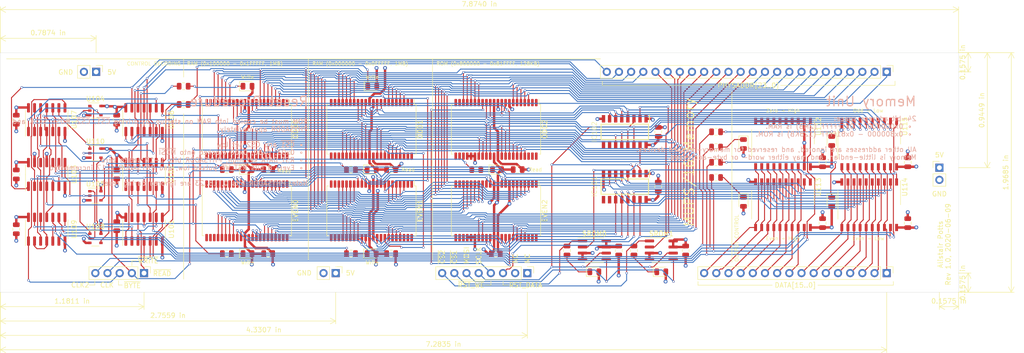
<source format=kicad_pcb>
(kicad_pcb (version 20171130) (host pcbnew "(5.1.4)-1")
  (layers (0 F.Cu signal) (1 In1.Cu signal) (2 In2.Cu signal) (31 B.Cu signal) (34 B.Paste user) (35 F.Paste user) (36 B.SilkS user) (37 F.SilkS user) (38 B.Mask user) (39 F.Mask user) (44 Edge.Cuts user))
  (net 0 "")
  (net 1 "Net-(U103-Pad12)")
  (net 2 "Net-(U103-Pad10)")
  (net 3 "Net-(U103-Pad3)")
  (net 4 "Net-(U103-Pad2)")
  (net 5 "Net-(IC101-Pad10)")
  (net 6 "Net-(IC101-Pad9)")
  (net 7 "Net-(IC102-Pad10)")
  (net 8 "Net-(IC102-Pad9)")
  (net 9 GND)
  (net 10 VCC)
  (net 11 "Net-(EVEN0-Pad44)")
  (net 12 "Net-(EVEN0-Pad43)")
  (net 13 "Net-(EVEN0-Pad42)")
  (net 14 /ADDR11)
  (net 15 /ADDR12)
  (net 16 /ADDR13)
  (net 17 /ADDR14)
  (net 18 /~OE_RAM)
  (net 19 /EVEN7)
  (net 20 /EVEN6)
  (net 21 /EVEN5)
  (net 22 /EVEN4)
  (net 23 /ADDR15)
  (net 24 /ADDR16)
  (net 25 /ADDR17)
  (net 26 /ADDR18)
  (net 27 /ADDR19)
  (net 28 "Net-(EVEN0-Pad25)")
  (net 29 "Net-(EVEN0-Pad24)")
  (net 30 "Net-(EVEN0-Pad23)")
  (net 31 "Net-(EVEN0-Pad22)")
  (net 32 "Net-(EVEN0-Pad21)")
  (net 33 /ADDR10)
  (net 34 /ADDR9)
  (net 35 /ADDR8)
  (net 36 /ADDR7)
  (net 37 /ADDR6)
  (net 38 /~WRITE_EVEN)
  (net 39 /EVEN3)
  (net 40 /EVEN2)
  (net 41 /EVEN1)
  (net 42 /EVEN0)
  (net 43 /ADDR20)
  (net 44 /ADDR5)
  (net 45 /ADDR4)
  (net 46 /ADDR3)
  (net 47 /ADDR2)
  (net 48 /ADDR1)
  (net 49 "Net-(EVEN0-Pad2)")
  (net 50 "Net-(EVEN0-Pad1)")
  (net 51 "Net-(EVEN1-Pad44)")
  (net 52 "Net-(EVEN1-Pad43)")
  (net 53 "Net-(EVEN1-Pad42)")
  (net 54 "Net-(EVEN1-Pad25)")
  (net 55 "Net-(EVEN1-Pad24)")
  (net 56 "Net-(EVEN1-Pad23)")
  (net 57 "Net-(EVEN1-Pad22)")
  (net 58 "Net-(EVEN1-Pad21)")
  (net 59 /~RAM_HIGH)
  (net 60 "Net-(EVEN1-Pad2)")
  (net 61 "Net-(EVEN1-Pad1)")
  (net 62 /RST_DATA)
  (net 63 /SPI_CLK)
  (net 64 /MISO_EVEN)
  (net 65 /ODD4)
  (net 66 /ODD5)
  (net 67 /ODD6)
  (net 68 /ODD7)
  (net 69 /ODD3)
  (net 70 /ODD2)
  (net 71 /ODD1)
  (net 72 /ODD0)
  (net 73 /MISO_ODD)
  (net 74 /ADDR23)
  (net 75 /ADDR22)
  (net 76 /ADDR21)
  (net 77 /ADDR0)
  (net 78 /DATA15)
  (net 79 /DATA14)
  (net 80 /DATA13)
  (net 81 /DATA12)
  (net 82 /DATA11)
  (net 83 /DATA10)
  (net 84 /DATA9)
  (net 85 /DATA8)
  (net 86 /DATA7)
  (net 87 /DATA6)
  (net 88 /DATA5)
  (net 89 /DATA4)
  (net 90 /DATA3)
  (net 91 /DATA2)
  (net 92 /DATA1)
  (net 93 /DATA0)
  (net 94 /CLK2)
  (net 95 /CLK)
  (net 96 /~BYTE)
  (net 97 /~WRITE)
  (net 98 /~READ)
  (net 99 /~SPI_CS2)
  (net 100 /~SPI_CS1)
  (net 101 /SPI_MOSI)
  (net 102 /~RST_WE)
  (net 103 /~RST_DATA)
  (net 104 /~RST)
  (net 105 "Net-(ODD0-Pad44)")
  (net 106 "Net-(ODD0-Pad43)")
  (net 107 "Net-(ODD0-Pad42)")
  (net 108 "Net-(ODD0-Pad25)")
  (net 109 "Net-(ODD0-Pad24)")
  (net 110 "Net-(ODD0-Pad23)")
  (net 111 "Net-(ODD0-Pad22)")
  (net 112 "Net-(ODD0-Pad21)")
  (net 113 /~WRITE_ODD)
  (net 114 "Net-(ODD0-Pad2)")
  (net 115 "Net-(ODD0-Pad1)")
  (net 116 "Net-(ODD1-Pad44)")
  (net 117 "Net-(ODD1-Pad43)")
  (net 118 "Net-(ODD1-Pad42)")
  (net 119 "Net-(ODD1-Pad25)")
  (net 120 "Net-(ODD1-Pad24)")
  (net 121 "Net-(ODD1-Pad23)")
  (net 122 "Net-(ODD1-Pad22)")
  (net 123 "Net-(ODD1-Pad21)")
  (net 124 "Net-(ODD1-Pad2)")
  (net 125 "Net-(ODD1-Pad1)")
  (net 126 /~OE_ROM)
  (net 127 /~ENABLE_ROM)
  (net 128 /CLKNARROW)
  (net 129 /~OE_ODDLOW)
  (net 130 /~ENABLE_MEM)
  (net 131 /ODDLOW)
  (net 132 /~)
  (net 133 "Net-(U106-Pad9)")
  (net 134 "Net-(U106-Pad6)")
  (net 135 /~OE_ZEROHIGH)
  (net 136 /~OE_EVENLOW)
  (net 137 /~OE_EVENHIGH)
  (net 138 "Net-(EVEN2-Pad44)")
  (net 139 "Net-(EVEN2-Pad43)")
  (net 140 "Net-(EVEN2-Pad42)")
  (net 141 "Net-(EVEN2-Pad25)")
  (net 142 "Net-(EVEN2-Pad24)")
  (net 143 "Net-(EVEN2-Pad23)")
  (net 144 "Net-(EVEN2-Pad22)")
  (net 145 "Net-(EVEN2-Pad21)")
  (net 146 "Net-(EVEN2-Pad2)")
  (net 147 "Net-(EVEN2-Pad1)")
  (net 148 "Net-(ODD2-Pad44)")
  (net 149 "Net-(ODD2-Pad43)")
  (net 150 "Net-(ODD2-Pad42)")
  (net 151 "Net-(ODD2-Pad25)")
  (net 152 "Net-(ODD2-Pad24)")
  (net 153 "Net-(ODD2-Pad23)")
  (net 154 "Net-(ODD2-Pad22)")
  (net 155 "Net-(ODD2-Pad21)")
  (net 156 "Net-(ODD2-Pad2)")
  (net 157 "Net-(ODD2-Pad1)")
  (net 158 /~ENABLE_RAM)
  (net 159 "Net-(DWHE101-Pad1)")
  (net 160 "Net-(DWHO101-Pad1)")
  (net 161 "Net-(DWLE101-Pad1)")
  (net 162 "Net-(DWLO101-Pad1)")
  (net 163 "Net-(D101-Pad1)")
  (net 164 "Net-(D102-Pad1)")
  (net 165 "Net-(D103-Pad1)")
  (net 166 "Net-(D104-Pad1)")
  (net 167 "Net-(R105-Pad2)")
  (net 168 "Net-(R107-Pad2)")
  (net 169 "Net-(R108-Pad2)")
  (net 170 "Net-(R109-Pad2)")
  (net 171 "Net-(R110-Pad2)")
  (net 172 "Net-(R111-Pad2)")
  (net 173 "Net-(DR106-Pad1)")
  (net 174 "Net-(DRH107-Pad1)")
  (net 175 "Net-(DRL105-Pad1)")
  (net 176 "Net-(DCS101-Pad1)")
  (net 177 "Net-(DCS102-Pad1)")
  (module Capacitor_SMD:C_0805_2012Metric (layer F.Cu) (at 131.572 121.92)
    (fp_text reference C120 hide)
    (fp_text value 100nf)
    (pad 2 smd roundrect (at 0.9375 0) (size 0.975 1.4) (layers F.Cu F.Paste F.Mask) (net 9 GND))
    (pad 1 smd roundrect (at -0.9375 0) (size 0.975 1.4) (layers F.Cu F.Paste F.Mask) (net 10 VCC))
  )
  (module Capacitor_SMD:C_0805_2012Metric (layer F.Cu) (at 105.918 121.92)
    (fp_text reference C119 hide)
    (fp_text value 100nf)
    (pad 2 smd roundrect (at 0.9375 0) (size 0.975 1.4) (layers F.Cu F.Paste F.Mask) (net 9 GND))
    (pad 1 smd roundrect (at -0.9375 0) (size 0.975 1.4) (layers F.Cu F.Paste F.Mask) (net 10 VCC))
  )
  (module Capacitor_SMD:C_0805_2012Metric (layer F.Cu) (at 105.918 104.394)
    (fp_text reference C118 hide)
    (fp_text value 100nf)
    (pad 2 smd roundrect (at 0.9375 0) (size 0.975 1.4) (layers F.Cu F.Paste F.Mask) (net 9 GND))
    (pad 1 smd roundrect (at -0.9375 0) (size 0.975 1.4) (layers F.Cu F.Paste F.Mask) (net 10 VCC))
  )
  (module Capacitor_SMD:C_0805_2012Metric (layer F.Cu) (at 157.988 104.394)
    (fp_text reference C117 hide)
    (fp_text value 100nf)
    (pad 2 smd roundrect (at 0.9375 0) (size 0.975 1.4) (layers F.Cu F.Paste F.Mask) (net 9 GND))
    (pad 1 smd roundrect (at -0.9375 0) (size 0.975 1.4) (layers F.Cu F.Paste F.Mask) (net 10 VCC))
  )
  (module Resistor_SMD:R_0805_2012Metric (layer F.Cu) (at 182.245 121.285 90)
    (fp_text reference R113 hide)
    (fp_text value 4.7K)
    (pad 2 smd roundrect (at 0.9375 0 90) (size 0.975 1.4) (layers F.Cu F.Paste F.Mask) (net 99 /~SPI_CS2))
    (pad 1 smd roundrect (at -0.9375 0 90) (size 0.975 1.4) (layers F.Cu F.Paste F.Mask) (net 177 "Net-(DCS102-Pad1)"))
  )
  (module Resistor_SMD:R_0805_2012Metric (layer F.Cu) (at 168.275 121.285 90)
    (fp_text reference R112 hide)
    (fp_text value 4.7K)
    (pad 2 smd roundrect (at 0.9375 0 90) (size 0.975 1.4) (layers F.Cu F.Paste F.Mask) (net 100 /~SPI_CS1))
    (pad 1 smd roundrect (at -0.9375 0 90) (size 0.975 1.4) (layers F.Cu F.Paste F.Mask) (net 176 "Net-(DCS101-Pad1)"))
  )
  (module LED_SMD:LED_0805_2012Metric (layer F.Cu) (at 187.96 125.73)
    (fp_text reference DCS102 hide)
    (fp_text value LED)
    (pad 2 smd roundrect (at 0.9375 0) (size 0.975 1.4) (layers F.Cu F.Paste F.Mask) (net 10 VCC))
    (pad 1 smd roundrect (at -0.9375 0) (size 0.975 1.4) (layers F.Cu F.Paste F.Mask) (net 177 "Net-(DCS102-Pad1)"))
  )
  (module LED_SMD:LED_0805_2012Metric (layer F.Cu) (at 173.99 125.73)
    (fp_text reference DCS101 hide)
    (fp_text value LED)
    (pad 2 smd roundrect (at 0.9375 0) (size 0.975 1.4) (layers F.Cu F.Paste F.Mask) (net 10 VCC))
    (pad 1 smd roundrect (at -0.9375 0) (size 0.975 1.4) (layers F.Cu F.Paste F.Mask) (net 176 "Net-(DCS101-Pad1)"))
  )
  (module Package_SO:TSOP-5_1.65x3.05mm_P0.95mm (layer F.Cu) (at 69.85 118.745)
    (fp_text reference U108 (at 0 -2.45) (layer F.SilkS))
    (fp_text value 74HCT1G32)
    (pad 5 smd rect (at 1.16 -0.95) (size 0.7 0.51) (layers F.Cu F.Paste F.Mask) (net 10 VCC))
    (pad 4 smd rect (at 1.16 0.95) (size 0.7 0.51) (layers F.Cu F.Paste F.Mask) (net 172 "Net-(R111-Pad2)"))
    (pad 3 smd rect (at -1.16 0.95) (size 0.7 0.51) (layers F.Cu F.Paste F.Mask) (net 9 GND))
    (pad 2 smd rect (at -1.16 0) (size 0.7 0.51) (layers F.Cu F.Paste F.Mask) (net 18 /~OE_RAM))
    (pad 1 smd rect (at -1.16 -0.95) (size 0.7 0.51) (layers F.Cu F.Paste F.Mask) (net 43 /ADDR20))
  )
  (module Package_SO:TSOP-5_1.65x3.05mm_P0.95mm (layer F.Cu) (at 69.85 109.855)
    (fp_text reference U105 (at 0 -2.45) (layer F.SilkS))
    (fp_text value 74HCT1G32)
    (pad 5 smd rect (at 1.16 -0.95) (size 0.7 0.51) (layers F.Cu F.Paste F.Mask) (net 10 VCC))
    (pad 4 smd rect (at 1.16 0.95) (size 0.7 0.51) (layers F.Cu F.Paste F.Mask) (net 167 "Net-(R105-Pad2)"))
    (pad 3 smd rect (at -1.16 0.95) (size 0.7 0.51) (layers F.Cu F.Paste F.Mask) (net 9 GND))
    (pad 2 smd rect (at -1.16 0) (size 0.7 0.51) (layers F.Cu F.Paste F.Mask) (net 59 /~RAM_HIGH))
    (pad 1 smd rect (at -1.16 -0.95) (size 0.7 0.51) (layers F.Cu F.Paste F.Mask) (net 18 /~OE_RAM))
  )
  (module Resistor_SMD:R_0805_2012Metric (layer F.Cu) (at 97.282 104.394 180)
    (fp_text reference R111 hide)
    (fp_text value 4.7K)
    (pad 2 smd roundrect (at 0.9375 0 180) (size 0.975 1.4) (layers F.Cu F.Paste F.Mask) (net 172 "Net-(R111-Pad2)"))
    (pad 1 smd roundrect (at -0.9375 0 180) (size 0.975 1.4) (layers F.Cu F.Paste F.Mask) (net 174 "Net-(DRH107-Pad1)"))
  )
  (module LED_SMD:LED_0805_2012Metric (layer F.Cu) (at 101.6 104.394)
    (fp_text reference DRH107 hide)
    (fp_text value LED)
    (pad 2 smd roundrect (at 0.9375 0) (size 0.975 1.4) (layers F.Cu F.Paste F.Mask) (net 10 VCC))
    (pad 1 smd roundrect (at -0.9375 0) (size 0.975 1.4) (layers F.Cu F.Paste F.Mask) (net 174 "Net-(DRH107-Pad1)"))
  )
  (module Package_SO:SOIC-14_3.9x8.7mm_P1.27mm (layer F.Cu) (at 80.01 105.41 90)
    (fp_text reference U102 (at 0 5.715 90) (layer F.SilkS))
    (fp_text value 74HCT32)
    (pad 14 smd roundrect (at 2.475 -3.81 90) (size 1.95 0.6) (layers F.Cu F.Paste F.Mask) (net 10 VCC))
    (pad 13 smd roundrect (at 2.475 -2.54 90) (size 1.95 0.6) (layers F.Cu F.Paste F.Mask) (net 43 /ADDR20))
    (pad 12 smd roundrect (at 2.475 -1.27 90) (size 1.95 0.6) (layers F.Cu F.Paste F.Mask) (net 113 /~WRITE_ODD))
    (pad 11 smd roundrect (at 2.475 0 90) (size 1.95 0.6) (layers F.Cu F.Paste F.Mask) (net 171 "Net-(R110-Pad2)"))
    (pad 10 smd roundrect (at 2.475 1.27 90) (size 1.95 0.6) (layers F.Cu F.Paste F.Mask) (net 59 /~RAM_HIGH))
    (pad 9 smd roundrect (at 2.475 2.54 90) (size 1.95 0.6) (layers F.Cu F.Paste F.Mask) (net 113 /~WRITE_ODD))
    (pad 8 smd roundrect (at 2.475 3.81 90) (size 1.95 0.6) (layers F.Cu F.Paste F.Mask) (net 170 "Net-(R109-Pad2)"))
    (pad 7 smd roundrect (at -2.475 3.81 90) (size 1.95 0.6) (layers F.Cu F.Paste F.Mask) (net 9 GND))
    (pad 6 smd roundrect (at -2.475 2.54 90) (size 1.95 0.6) (layers F.Cu F.Paste F.Mask) (net 169 "Net-(R108-Pad2)"))
    (pad 5 smd roundrect (at -2.475 1.27 90) (size 1.95 0.6) (layers F.Cu F.Paste F.Mask) (net 43 /ADDR20))
    (pad 4 smd roundrect (at -2.475 0 90) (size 1.95 0.6) (layers F.Cu F.Paste F.Mask) (net 38 /~WRITE_EVEN))
    (pad 3 smd roundrect (at -2.475 -1.27 90) (size 1.95 0.6) (layers F.Cu F.Paste F.Mask) (net 168 "Net-(R107-Pad2)"))
    (pad 2 smd roundrect (at -2.475 -2.54 90) (size 1.95 0.6) (layers F.Cu F.Paste F.Mask) (net 59 /~RAM_HIGH))
    (pad 1 smd roundrect (at -2.475 -3.81 90) (size 1.95 0.6) (layers F.Cu F.Paste F.Mask) (net 38 /~WRITE_EVEN))
  )
  (module Resistor_SMD:R_0805_2012Metric (layer F.Cu) (at 88.265 86.995 180)
    (fp_text reference R110 hide)
    (fp_text value 4.7K)
    (pad 2 smd roundrect (at 0.9375 0 180) (size 0.975 1.4) (layers F.Cu F.Paste F.Mask) (net 171 "Net-(R110-Pad2)"))
    (pad 1 smd roundrect (at -0.9375 0 180) (size 0.975 1.4) (layers F.Cu F.Paste F.Mask) (net 160 "Net-(DWHO101-Pad1)"))
  )
  (module Resistor_SMD:R_0805_2012Metric (layer F.Cu) (at 88.265 90.805 180)
    (fp_text reference R109 hide)
    (fp_text value 4.7K)
    (pad 2 smd roundrect (at 0.9375 0 180) (size 0.975 1.4) (layers F.Cu F.Paste F.Mask) (net 170 "Net-(R109-Pad2)"))
    (pad 1 smd roundrect (at -0.9375 0 180) (size 0.975 1.4) (layers F.Cu F.Paste F.Mask) (net 162 "Net-(DWLO101-Pad1)"))
  )
  (module Resistor_SMD:R_0805_2012Metric (layer F.Cu) (at 123.19 121.92 180)
    (fp_text reference R108 hide)
    (fp_text value 4.7K)
    (pad 2 smd roundrect (at 0.9375 0 180) (size 0.975 1.4) (layers F.Cu F.Paste F.Mask) (net 169 "Net-(R108-Pad2)"))
    (pad 1 smd roundrect (at -0.9375 0 180) (size 0.975 1.4) (layers F.Cu F.Paste F.Mask) (net 159 "Net-(DWHE101-Pad1)"))
  )
  (module Resistor_SMD:R_0805_2012Metric (layer F.Cu) (at 97.282 121.92 180)
    (fp_text reference R107 hide)
    (fp_text value 4.7K)
    (pad 2 smd roundrect (at 0.9375 0 180) (size 0.975 1.4) (layers F.Cu F.Paste F.Mask) (net 168 "Net-(R107-Pad2)"))
    (pad 1 smd roundrect (at -0.9375 0 180) (size 0.975 1.4) (layers F.Cu F.Paste F.Mask) (net 161 "Net-(DWLE101-Pad1)"))
  )
  (module Resistor_SMD:R_0805_2012Metric (layer F.Cu) (at 149.352 104.394 180)
    (fp_text reference R106 hide)
    (fp_text value 4.7K)
    (pad 2 smd roundrect (at 0.9375 0 180) (size 0.975 1.4) (layers F.Cu F.Paste F.Mask) (net 126 /~OE_ROM))
    (pad 1 smd roundrect (at -0.9375 0 180) (size 0.975 1.4) (layers F.Cu F.Paste F.Mask) (net 173 "Net-(DR106-Pad1)"))
  )
  (module Resistor_SMD:R_0805_2012Metric (layer F.Cu) (at 123.19 104.394 180)
    (fp_text reference R105 hide)
    (fp_text value 4.7K)
    (pad 2 smd roundrect (at 0.9375 0 180) (size 0.975 1.4) (layers F.Cu F.Paste F.Mask) (net 167 "Net-(R105-Pad2)"))
    (pad 1 smd roundrect (at -0.9375 0 180) (size 0.975 1.4) (layers F.Cu F.Paste F.Mask) (net 175 "Net-(DRL105-Pad1)"))
  )
  (module Resistor_SMD:R_0805_2012Metric (layer F.Cu) (at 199.39 99.695 180)
    (fp_text reference R104 hide)
    (fp_text value 4.7K)
    (pad 2 smd roundrect (at 0.9375 0 180) (size 0.975 1.4) (layers F.Cu F.Paste F.Mask) (net 135 /~OE_ZEROHIGH))
    (pad 1 smd roundrect (at -0.9375 0 180) (size 0.975 1.4) (layers F.Cu F.Paste F.Mask) (net 166 "Net-(D104-Pad1)"))
  )
  (module Resistor_SMD:R_0805_2012Metric (layer F.Cu) (at 199.39 106.045 180)
    (fp_text reference R103 hide)
    (fp_text value 4.7K)
    (pad 2 smd roundrect (at 0.9375 0 180) (size 0.975 1.4) (layers F.Cu F.Paste F.Mask) (net 137 /~OE_EVENHIGH))
    (pad 1 smd roundrect (at -0.9375 0 180) (size 0.975 1.4) (layers F.Cu F.Paste F.Mask) (net 165 "Net-(D103-Pad1)"))
  )
  (module Resistor_SMD:R_0805_2012Metric (layer F.Cu) (at 199.39 102.87 180)
    (fp_text reference R102 hide)
    (fp_text value 4.7K)
    (pad 2 smd roundrect (at 0.9375 0 180) (size 0.975 1.4) (layers F.Cu F.Paste F.Mask) (net 136 /~OE_EVENLOW))
    (pad 1 smd roundrect (at -0.9375 0 180) (size 0.975 1.4) (layers F.Cu F.Paste F.Mask) (net 164 "Net-(D102-Pad1)"))
  )
  (module Resistor_SMD:R_0805_2012Metric (layer F.Cu) (at 199.39 96.52 180)
    (fp_text reference R101 hide)
    (fp_text value 4.7K)
    (pad 2 smd roundrect (at 0.9375 0 180) (size 0.975 1.4) (layers F.Cu F.Paste F.Mask) (net 129 /~OE_ODDLOW))
    (pad 1 smd roundrect (at -0.9375 0 180) (size 0.975 1.4) (layers F.Cu F.Paste F.Mask) (net 163 "Net-(D101-Pad1)"))
  )
  (module LED_SMD:LED_0805_2012Metric (layer F.Cu) (at 127.635 86.995)
    (fp_text reference DWLO101 hide)
    (fp_text value LED)
    (pad 2 smd roundrect (at 0.9375 0) (size 0.975 1.4) (layers F.Cu F.Paste F.Mask) (net 10 VCC))
    (pad 1 smd roundrect (at -0.9375 0) (size 0.975 1.4) (layers F.Cu F.Paste F.Mask) (net 162 "Net-(DWLO101-Pad1)"))
  )
  (module LED_SMD:LED_0805_2012Metric (layer F.Cu) (at 101.6 121.92)
    (fp_text reference DWLE101 hide)
    (fp_text value LED)
    (pad 2 smd roundrect (at 0.9375 0) (size 0.975 1.4) (layers F.Cu F.Paste F.Mask) (net 10 VCC))
    (pad 1 smd roundrect (at -0.9375 0) (size 0.975 1.4) (layers F.Cu F.Paste F.Mask) (net 161 "Net-(DWLE101-Pad1)"))
  )
  (module LED_SMD:LED_0805_2012Metric (layer F.Cu) (at 101.6 86.995)
    (fp_text reference DWHO101 hide)
    (fp_text value LED)
    (pad 2 smd roundrect (at 0.9375 0) (size 0.975 1.4) (layers F.Cu F.Paste F.Mask) (net 10 VCC))
    (pad 1 smd roundrect (at -0.9375 0) (size 0.975 1.4) (layers F.Cu F.Paste F.Mask) (net 160 "Net-(DWHO101-Pad1)"))
  )
  (module LED_SMD:LED_0805_2012Metric (layer F.Cu) (at 127.508 121.92)
    (fp_text reference DWHE101 hide)
    (fp_text value LED)
    (pad 2 smd roundrect (at 0.9375 0) (size 0.975 1.4) (layers F.Cu F.Paste F.Mask) (net 10 VCC))
    (pad 1 smd roundrect (at -0.9375 0) (size 0.975 1.4) (layers F.Cu F.Paste F.Mask) (net 159 "Net-(DWHE101-Pad1)"))
  )
  (module LED_SMD:LED_0805_2012Metric (layer F.Cu) (at 153.67 104.394)
    (fp_text reference DR106 hide)
    (fp_text value LED)
    (pad 2 smd roundrect (at 0.9375 0) (size 0.975 1.4) (layers F.Cu F.Paste F.Mask) (net 10 VCC))
    (pad 1 smd roundrect (at -0.9375 0) (size 0.975 1.4) (layers F.Cu F.Paste F.Mask) (net 173 "Net-(DR106-Pad1)"))
  )
  (module LED_SMD:LED_0805_2012Metric (layer F.Cu) (at 127.508 104.394)
    (fp_text reference DRL105 hide)
    (fp_text value LED)
    (pad 2 smd roundrect (at 0.9375 0) (size 0.975 1.4) (layers F.Cu F.Paste F.Mask) (net 10 VCC))
    (pad 1 smd roundrect (at -0.9375 0) (size 0.975 1.4) (layers F.Cu F.Paste F.Mask) (net 175 "Net-(DRL105-Pad1)"))
  )
  (module LED_SMD:LED_0805_2012Metric (layer F.Cu) (at 205.105 99.06 270)
    (fp_text reference D104 hide)
    (fp_text value LED)
    (pad 2 smd roundrect (at 0.9375 0 270) (size 0.975 1.4) (layers F.Cu F.Paste F.Mask) (net 10 VCC))
    (pad 1 smd roundrect (at -0.9375 0 270) (size 0.975 1.4) (layers F.Cu F.Paste F.Mask) (net 166 "Net-(D104-Pad1)"))
  )
  (module LED_SMD:LED_0805_2012Metric (layer F.Cu) (at 205.105 111.125 270)
    (fp_text reference D103 hide)
    (fp_text value LED)
    (pad 2 smd roundrect (at 0.9375 0 270) (size 0.975 1.4) (layers F.Cu F.Paste F.Mask) (net 10 VCC))
    (pad 1 smd roundrect (at -0.9375 0 270) (size 0.975 1.4) (layers F.Cu F.Paste F.Mask) (net 165 "Net-(D103-Pad1)"))
  )
  (module LED_SMD:LED_0805_2012Metric (layer F.Cu) (at 223.52 111.125 270)
    (fp_text reference D102 hide)
    (fp_text value LED)
    (pad 2 smd roundrect (at 0.9375 0 270) (size 0.975 1.4) (layers F.Cu F.Paste F.Mask) (net 10 VCC))
    (pad 1 smd roundrect (at -0.9375 0 270) (size 0.975 1.4) (layers F.Cu F.Paste F.Mask) (net 164 "Net-(D102-Pad1)"))
  )
  (module LED_SMD:LED_0805_2012Metric (layer F.Cu) (at 223.52 98.425 270)
    (fp_text reference D101 hide)
    (fp_text value LED)
    (pad 2 smd roundrect (at 0.9375 0 270) (size 0.975 1.4) (layers F.Cu F.Paste F.Mask) (net 10 VCC))
    (pad 1 smd roundrect (at -0.9375 0 270) (size 0.975 1.4) (layers F.Cu F.Paste F.Mask) (net 163 "Net-(D101-Pad1)"))
  )
  (module Package_SO:TSOP-II-44_10.16x18.41mm_P0.8mm (layer F.Cu) (at 153.46 96 270)
    (fp_text reference ODD2 (at 0 -10.16 90) (layer F.SilkS))
    (fp_text value IS61C5128AL-10TLI)
    (pad 44 smd roundrect (at 5.5875 -8.4 270) (size 1.525 0.55) (layers F.Cu F.Paste F.Mask) (net 148 "Net-(ODD2-Pad44)"))
    (pad 43 smd roundrect (at 5.5875 -7.6 270) (size 1.525 0.55) (layers F.Cu F.Paste F.Mask) (net 149 "Net-(ODD2-Pad43)"))
    (pad 42 smd roundrect (at 5.5875 -6.8 270) (size 1.525 0.55) (layers F.Cu F.Paste F.Mask) (net 150 "Net-(ODD2-Pad42)"))
    (pad 41 smd roundrect (at 5.5875 -6 270) (size 1.525 0.55) (layers F.Cu F.Paste F.Mask) (net 14 /ADDR11))
    (pad 40 smd roundrect (at 5.5875 -5.2 270) (size 1.525 0.55) (layers F.Cu F.Paste F.Mask) (net 15 /ADDR12))
    (pad 39 smd roundrect (at 5.5875 -4.4 270) (size 1.525 0.55) (layers F.Cu F.Paste F.Mask) (net 16 /ADDR13))
    (pad 38 smd roundrect (at 5.5875 -3.6 270) (size 1.525 0.55) (layers F.Cu F.Paste F.Mask) (net 17 /ADDR14))
    (pad 37 smd roundrect (at 5.5875 -2.8 270) (size 1.525 0.55) (layers F.Cu F.Paste F.Mask) (net 126 /~OE_ROM))
    (pad 36 smd roundrect (at 5.5875 -2 270) (size 1.525 0.55) (layers F.Cu F.Paste F.Mask) (net 68 /ODD7))
    (pad 35 smd roundrect (at 5.5875 -1.2 270) (size 1.525 0.55) (layers F.Cu F.Paste F.Mask) (net 67 /ODD6))
    (pad 34 smd roundrect (at 5.5875 -0.4 270) (size 1.525 0.55) (layers F.Cu F.Paste F.Mask) (net 9 GND))
    (pad 33 smd roundrect (at 5.5875 0.4 270) (size 1.525 0.55) (layers F.Cu F.Paste F.Mask) (net 10 VCC))
    (pad 32 smd roundrect (at 5.5875 1.2 270) (size 1.525 0.55) (layers F.Cu F.Paste F.Mask) (net 66 /ODD5))
    (pad 31 smd roundrect (at 5.5875 2 270) (size 1.525 0.55) (layers F.Cu F.Paste F.Mask) (net 65 /ODD4))
    (pad 30 smd roundrect (at 5.5875 2.8 270) (size 1.525 0.55) (layers F.Cu F.Paste F.Mask) (net 23 /ADDR15))
    (pad 29 smd roundrect (at 5.5875 3.6 270) (size 1.525 0.55) (layers F.Cu F.Paste F.Mask) (net 24 /ADDR16))
    (pad 28 smd roundrect (at 5.5875 4.4 270) (size 1.525 0.55) (layers F.Cu F.Paste F.Mask) (net 9 GND))
    (pad 27 smd roundrect (at 5.5875 5.2 270) (size 1.525 0.55) (layers F.Cu F.Paste F.Mask) (net 9 GND))
    (pad 26 smd roundrect (at 5.5875 6 270) (size 1.525 0.55) (layers F.Cu F.Paste F.Mask) (net 9 GND))
    (pad 25 smd roundrect (at 5.5875 6.8 270) (size 1.525 0.55) (layers F.Cu F.Paste F.Mask) (net 151 "Net-(ODD2-Pad25)"))
    (pad 24 smd roundrect (at 5.5875 7.6 270) (size 1.525 0.55) (layers F.Cu F.Paste F.Mask) (net 152 "Net-(ODD2-Pad24)"))
    (pad 23 smd roundrect (at 5.5875 8.4 270) (size 1.525 0.55) (layers F.Cu F.Paste F.Mask) (net 153 "Net-(ODD2-Pad23)"))
    (pad 22 smd roundrect (at -5.5875 8.4 270) (size 1.525 0.55) (layers F.Cu F.Paste F.Mask) (net 154 "Net-(ODD2-Pad22)"))
    (pad 21 smd roundrect (at -5.5875 7.6 270) (size 1.525 0.55) (layers F.Cu F.Paste F.Mask) (net 155 "Net-(ODD2-Pad21)"))
    (pad 20 smd roundrect (at -5.5875 6.8 270) (size 1.525 0.55) (layers F.Cu F.Paste F.Mask) (net 33 /ADDR10))
    (pad 19 smd roundrect (at -5.5875 6 270) (size 1.525 0.55) (layers F.Cu F.Paste F.Mask) (net 34 /ADDR9))
    (pad 18 smd roundrect (at -5.5875 5.2 270) (size 1.525 0.55) (layers F.Cu F.Paste F.Mask) (net 35 /ADDR8))
    (pad 17 smd roundrect (at -5.5875 4.4 270) (size 1.525 0.55) (layers F.Cu F.Paste F.Mask) (net 36 /ADDR7))
    (pad 16 smd roundrect (at -5.5875 3.6 270) (size 1.525 0.55) (layers F.Cu F.Paste F.Mask) (net 37 /ADDR6))
    (pad 15 smd roundrect (at -5.5875 2.8 270) (size 1.525 0.55) (layers F.Cu F.Paste F.Mask) (net 102 /~RST_WE))
    (pad 14 smd roundrect (at -5.5875 2 270) (size 1.525 0.55) (layers F.Cu F.Paste F.Mask) (net 69 /ODD3))
    (pad 13 smd roundrect (at -5.5875 1.2 270) (size 1.525 0.55) (layers F.Cu F.Paste F.Mask) (net 70 /ODD2))
    (pad 12 smd roundrect (at -5.5875 0.4 270) (size 1.525 0.55) (layers F.Cu F.Paste F.Mask) (net 9 GND))
    (pad 11 smd roundrect (at -5.5875 -0.4 270) (size 1.525 0.55) (layers F.Cu F.Paste F.Mask) (net 10 VCC))
    (pad 10 smd roundrect (at -5.5875 -1.2 270) (size 1.525 0.55) (layers F.Cu F.Paste F.Mask) (net 71 /ODD1))
    (pad 9 smd roundrect (at -5.5875 -2 270) (size 1.525 0.55) (layers F.Cu F.Paste F.Mask) (net 72 /ODD0))
    (pad 8 smd roundrect (at -5.5875 -2.8 270) (size 1.525 0.55) (layers F.Cu F.Paste F.Mask) (net 9 GND))
    (pad 7 smd roundrect (at -5.5875 -3.6 270) (size 1.525 0.55) (layers F.Cu F.Paste F.Mask) (net 44 /ADDR5))
    (pad 6 smd roundrect (at -5.5875 -4.4 270) (size 1.525 0.55) (layers F.Cu F.Paste F.Mask) (net 45 /ADDR4))
    (pad 5 smd roundrect (at -5.5875 -5.2 270) (size 1.525 0.55) (layers F.Cu F.Paste F.Mask) (net 46 /ADDR3))
    (pad 4 smd roundrect (at -5.5875 -6 270) (size 1.525 0.55) (layers F.Cu F.Paste F.Mask) (net 47 /ADDR2))
    (pad 3 smd roundrect (at -5.5875 -6.8 270) (size 1.525 0.55) (layers F.Cu F.Paste F.Mask) (net 48 /ADDR1))
    (pad 2 smd roundrect (at -5.5875 -7.6 270) (size 1.525 0.55) (layers F.Cu F.Paste F.Mask) (net 156 "Net-(ODD2-Pad2)"))
    (pad 1 smd roundrect (at -5.5875 -8.4 270) (size 1.525 0.55) (layers F.Cu F.Paste F.Mask) (net 157 "Net-(ODD2-Pad1)"))
  )
  (module Package_SO:TSOP-II-44_10.16x18.41mm_P0.8mm (layer F.Cu) (at 153.46 113 270)
    (fp_text reference EVEN2 (at 0 -10.16 90) (layer F.SilkS))
    (fp_text value IS61C5128AL-10TLI)
    (pad 44 smd roundrect (at 5.5875 -8.4 270) (size 1.525 0.55) (layers F.Cu F.Paste F.Mask) (net 138 "Net-(EVEN2-Pad44)"))
    (pad 43 smd roundrect (at 5.5875 -7.6 270) (size 1.525 0.55) (layers F.Cu F.Paste F.Mask) (net 139 "Net-(EVEN2-Pad43)"))
    (pad 42 smd roundrect (at 5.5875 -6.8 270) (size 1.525 0.55) (layers F.Cu F.Paste F.Mask) (net 140 "Net-(EVEN2-Pad42)"))
    (pad 41 smd roundrect (at 5.5875 -6 270) (size 1.525 0.55) (layers F.Cu F.Paste F.Mask) (net 14 /ADDR11))
    (pad 40 smd roundrect (at 5.5875 -5.2 270) (size 1.525 0.55) (layers F.Cu F.Paste F.Mask) (net 15 /ADDR12))
    (pad 39 smd roundrect (at 5.5875 -4.4 270) (size 1.525 0.55) (layers F.Cu F.Paste F.Mask) (net 16 /ADDR13))
    (pad 38 smd roundrect (at 5.5875 -3.6 270) (size 1.525 0.55) (layers F.Cu F.Paste F.Mask) (net 17 /ADDR14))
    (pad 37 smd roundrect (at 5.5875 -2.8 270) (size 1.525 0.55) (layers F.Cu F.Paste F.Mask) (net 126 /~OE_ROM))
    (pad 36 smd roundrect (at 5.5875 -2 270) (size 1.525 0.55) (layers F.Cu F.Paste F.Mask) (net 19 /EVEN7))
    (pad 35 smd roundrect (at 5.5875 -1.2 270) (size 1.525 0.55) (layers F.Cu F.Paste F.Mask) (net 20 /EVEN6))
    (pad 34 smd roundrect (at 5.5875 -0.4 270) (size 1.525 0.55) (layers F.Cu F.Paste F.Mask) (net 9 GND))
    (pad 33 smd roundrect (at 5.5875 0.4 270) (size 1.525 0.55) (layers F.Cu F.Paste F.Mask) (net 10 VCC))
    (pad 32 smd roundrect (at 5.5875 1.2 270) (size 1.525 0.55) (layers F.Cu F.Paste F.Mask) (net 21 /EVEN5))
    (pad 31 smd roundrect (at 5.5875 2 270) (size 1.525 0.55) (layers F.Cu F.Paste F.Mask) (net 22 /EVEN4))
    (pad 30 smd roundrect (at 5.5875 2.8 270) (size 1.525 0.55) (layers F.Cu F.Paste F.Mask) (net 23 /ADDR15))
    (pad 29 smd roundrect (at 5.5875 3.6 270) (size 1.525 0.55) (layers F.Cu F.Paste F.Mask) (net 24 /ADDR16))
    (pad 28 smd roundrect (at 5.5875 4.4 270) (size 1.525 0.55) (layers F.Cu F.Paste F.Mask) (net 9 GND))
    (pad 27 smd roundrect (at 5.5875 5.2 270) (size 1.525 0.55) (layers F.Cu F.Paste F.Mask) (net 9 GND))
    (pad 26 smd roundrect (at 5.5875 6 270) (size 1.525 0.55) (layers F.Cu F.Paste F.Mask) (net 9 GND))
    (pad 25 smd roundrect (at 5.5875 6.8 270) (size 1.525 0.55) (layers F.Cu F.Paste F.Mask) (net 141 "Net-(EVEN2-Pad25)"))
    (pad 24 smd roundrect (at 5.5875 7.6 270) (size 1.525 0.55) (layers F.Cu F.Paste F.Mask) (net 142 "Net-(EVEN2-Pad24)"))
    (pad 23 smd roundrect (at 5.5875 8.4 270) (size 1.525 0.55) (layers F.Cu F.Paste F.Mask) (net 143 "Net-(EVEN2-Pad23)"))
    (pad 22 smd roundrect (at -5.5875 8.4 270) (size 1.525 0.55) (layers F.Cu F.Paste F.Mask) (net 144 "Net-(EVEN2-Pad22)"))
    (pad 21 smd roundrect (at -5.5875 7.6 270) (size 1.525 0.55) (layers F.Cu F.Paste F.Mask) (net 145 "Net-(EVEN2-Pad21)"))
    (pad 20 smd roundrect (at -5.5875 6.8 270) (size 1.525 0.55) (layers F.Cu F.Paste F.Mask) (net 33 /ADDR10))
    (pad 19 smd roundrect (at -5.5875 6 270) (size 1.525 0.55) (layers F.Cu F.Paste F.Mask) (net 34 /ADDR9))
    (pad 18 smd roundrect (at -5.5875 5.2 270) (size 1.525 0.55) (layers F.Cu F.Paste F.Mask) (net 35 /ADDR8))
    (pad 17 smd roundrect (at -5.5875 4.4 270) (size 1.525 0.55) (layers F.Cu F.Paste F.Mask) (net 36 /ADDR7))
    (pad 16 smd roundrect (at -5.5875 3.6 270) (size 1.525 0.55) (layers F.Cu F.Paste F.Mask) (net 37 /ADDR6))
    (pad 15 smd roundrect (at -5.5875 2.8 270) (size 1.525 0.55) (layers F.Cu F.Paste F.Mask) (net 102 /~RST_WE))
    (pad 14 smd roundrect (at -5.5875 2 270) (size 1.525 0.55) (layers F.Cu F.Paste F.Mask) (net 39 /EVEN3))
    (pad 13 smd roundrect (at -5.5875 1.2 270) (size 1.525 0.55) (layers F.Cu F.Paste F.Mask) (net 40 /EVEN2))
    (pad 12 smd roundrect (at -5.5875 0.4 270) (size 1.525 0.55) (layers F.Cu F.Paste F.Mask) (net 9 GND))
    (pad 11 smd roundrect (at -5.5875 -0.4 270) (size 1.525 0.55) (layers F.Cu F.Paste F.Mask) (net 10 VCC))
    (pad 10 smd roundrect (at -5.5875 -1.2 270) (size 1.525 0.55) (layers F.Cu F.Paste F.Mask) (net 41 /EVEN1))
    (pad 9 smd roundrect (at -5.5875 -2 270) (size 1.525 0.55) (layers F.Cu F.Paste F.Mask) (net 42 /EVEN0))
    (pad 8 smd roundrect (at -5.5875 -2.8 270) (size 1.525 0.55) (layers F.Cu F.Paste F.Mask) (net 9 GND))
    (pad 7 smd roundrect (at -5.5875 -3.6 270) (size 1.525 0.55) (layers F.Cu F.Paste F.Mask) (net 44 /ADDR5))
    (pad 6 smd roundrect (at -5.5875 -4.4 270) (size 1.525 0.55) (layers F.Cu F.Paste F.Mask) (net 45 /ADDR4))
    (pad 5 smd roundrect (at -5.5875 -5.2 270) (size 1.525 0.55) (layers F.Cu F.Paste F.Mask) (net 46 /ADDR3))
    (pad 4 smd roundrect (at -5.5875 -6 270) (size 1.525 0.55) (layers F.Cu F.Paste F.Mask) (net 47 /ADDR2))
    (pad 3 smd roundrect (at -5.5875 -6.8 270) (size 1.525 0.55) (layers F.Cu F.Paste F.Mask) (net 48 /ADDR1))
    (pad 2 smd roundrect (at -5.5875 -7.6 270) (size 1.525 0.55) (layers F.Cu F.Paste F.Mask) (net 146 "Net-(EVEN2-Pad2)"))
    (pad 1 smd roundrect (at -5.5875 -8.4 270) (size 1.525 0.55) (layers F.Cu F.Paste F.Mask) (net 147 "Net-(EVEN2-Pad1)"))
  )
  (module Package_SO:SO-20_12.8x7.5mm_P1.27mm (layer F.Cu) (at 231.35 99.06 270)
    (fp_text reference U115 (at -3.69 -7.42 90) (layer F.SilkS))
    (fp_text value 74LS245)
    (pad 20 smd rect (at 4.75 -5.715 270) (size 1.5 0.6) (layers F.Cu F.Paste F.Mask) (net 10 VCC))
    (pad 19 smd rect (at 4.75 -4.445 270) (size 1.5 0.6) (layers F.Cu F.Paste F.Mask) (net 129 /~OE_ODDLOW))
    (pad 18 smd rect (at 4.75 -3.175 270) (size 1.5 0.6) (layers F.Cu F.Paste F.Mask) (net 93 /DATA0))
    (pad 17 smd rect (at 4.75 -1.905 270) (size 1.5 0.6) (layers F.Cu F.Paste F.Mask) (net 92 /DATA1))
    (pad 16 smd rect (at 4.75 -0.635 270) (size 1.5 0.6) (layers F.Cu F.Paste F.Mask) (net 91 /DATA2))
    (pad 15 smd rect (at 4.75 0.635 270) (size 1.5 0.6) (layers F.Cu F.Paste F.Mask) (net 90 /DATA3))
    (pad 14 smd rect (at 4.75 1.905 270) (size 1.5 0.6) (layers F.Cu F.Paste F.Mask) (net 89 /DATA4))
    (pad 13 smd rect (at 4.75 3.175 270) (size 1.5 0.6) (layers F.Cu F.Paste F.Mask) (net 88 /DATA5))
    (pad 12 smd rect (at 4.75 4.445 270) (size 1.5 0.6) (layers F.Cu F.Paste F.Mask) (net 87 /DATA6))
    (pad 11 smd rect (at 4.75 5.715 270) (size 1.5 0.6) (layers F.Cu F.Paste F.Mask) (net 86 /DATA7))
    (pad 10 smd rect (at -4.75 5.715 270) (size 1.5 0.6) (layers F.Cu F.Paste F.Mask) (net 9 GND))
    (pad 9 smd rect (at -4.75 4.445 270) (size 1.5 0.6) (layers F.Cu F.Paste F.Mask) (net 68 /ODD7))
    (pad 8 smd rect (at -4.75 3.175 270) (size 1.5 0.6) (layers F.Cu F.Paste F.Mask) (net 67 /ODD6))
    (pad 7 smd rect (at -4.75 1.905 270) (size 1.5 0.6) (layers F.Cu F.Paste F.Mask) (net 66 /ODD5))
    (pad 1 smd rect (at -4.75 -5.715 270) (size 1.5 0.6) (layers F.Cu F.Paste F.Mask) (net 97 /~WRITE))
    (pad 2 smd rect (at -4.75 -4.445 270) (size 1.5 0.6) (layers F.Cu F.Paste F.Mask) (net 72 /ODD0))
    (pad 3 smd rect (at -4.75 -3.175 270) (size 1.5 0.6) (layers F.Cu F.Paste F.Mask) (net 71 /ODD1))
    (pad 4 smd rect (at -4.75 -1.905 270) (size 1.5 0.6) (layers F.Cu F.Paste F.Mask) (net 70 /ODD2))
    (pad 5 smd rect (at -4.75 -0.635 270) (size 1.5 0.6) (layers F.Cu F.Paste F.Mask) (net 69 /ODD3))
    (pad 6 smd rect (at -4.75 0.635 270) (size 1.5 0.6) (layers F.Cu F.Paste F.Mask) (net 65 /ODD4))
  )
  (module Package_SO:SO-20_12.8x7.5mm_P1.27mm (layer F.Cu) (at 231.35 111.73 270)
    (fp_text reference U114 (at -3.69 -7.42 90) (layer F.SilkS))
    (fp_text value 74LS245)
    (pad 20 smd rect (at 4.75 -5.715 270) (size 1.5 0.6) (layers F.Cu F.Paste F.Mask) (net 10 VCC))
    (pad 19 smd rect (at 4.75 -4.445 270) (size 1.5 0.6) (layers F.Cu F.Paste F.Mask) (net 136 /~OE_EVENLOW))
    (pad 18 smd rect (at 4.75 -3.175 270) (size 1.5 0.6) (layers F.Cu F.Paste F.Mask) (net 93 /DATA0))
    (pad 17 smd rect (at 4.75 -1.905 270) (size 1.5 0.6) (layers F.Cu F.Paste F.Mask) (net 92 /DATA1))
    (pad 16 smd rect (at 4.75 -0.635 270) (size 1.5 0.6) (layers F.Cu F.Paste F.Mask) (net 91 /DATA2))
    (pad 15 smd rect (at 4.75 0.635 270) (size 1.5 0.6) (layers F.Cu F.Paste F.Mask) (net 90 /DATA3))
    (pad 14 smd rect (at 4.75 1.905 270) (size 1.5 0.6) (layers F.Cu F.Paste F.Mask) (net 89 /DATA4))
    (pad 13 smd rect (at 4.75 3.175 270) (size 1.5 0.6) (layers F.Cu F.Paste F.Mask) (net 88 /DATA5))
    (pad 12 smd rect (at 4.75 4.445 270) (size 1.5 0.6) (layers F.Cu F.Paste F.Mask) (net 87 /DATA6))
    (pad 11 smd rect (at 4.75 5.715 270) (size 1.5 0.6) (layers F.Cu F.Paste F.Mask) (net 86 /DATA7))
    (pad 10 smd rect (at -4.75 5.715 270) (size 1.5 0.6) (layers F.Cu F.Paste F.Mask) (net 9 GND))
    (pad 9 smd rect (at -4.75 4.445 270) (size 1.5 0.6) (layers F.Cu F.Paste F.Mask) (net 19 /EVEN7))
    (pad 8 smd rect (at -4.75 3.175 270) (size 1.5 0.6) (layers F.Cu F.Paste F.Mask) (net 20 /EVEN6))
    (pad 7 smd rect (at -4.75 1.905 270) (size 1.5 0.6) (layers F.Cu F.Paste F.Mask) (net 21 /EVEN5))
    (pad 1 smd rect (at -4.75 -5.715 270) (size 1.5 0.6) (layers F.Cu F.Paste F.Mask) (net 97 /~WRITE))
    (pad 2 smd rect (at -4.75 -4.445 270) (size 1.5 0.6) (layers F.Cu F.Paste F.Mask) (net 42 /EVEN0))
    (pad 3 smd rect (at -4.75 -3.175 270) (size 1.5 0.6) (layers F.Cu F.Paste F.Mask) (net 41 /EVEN1))
    (pad 4 smd rect (at -4.75 -1.905 270) (size 1.5 0.6) (layers F.Cu F.Paste F.Mask) (net 40 /EVEN2))
    (pad 5 smd rect (at -4.75 -0.635 270) (size 1.5 0.6) (layers F.Cu F.Paste F.Mask) (net 39 /EVEN3))
    (pad 6 smd rect (at -4.75 0.635 270) (size 1.5 0.6) (layers F.Cu F.Paste F.Mask) (net 22 /EVEN4))
  )
  (module Package_SO:SO-20_12.8x7.5mm_P1.27mm (layer F.Cu) (at 213.35 111.73 270)
    (fp_text reference U113 (at -3.69 -7.42 90) (layer F.SilkS))
    (fp_text value 74LS245)
    (pad 20 smd rect (at 4.75 -5.715 270) (size 1.5 0.6) (layers F.Cu F.Paste F.Mask) (net 10 VCC))
    (pad 19 smd rect (at 4.75 -4.445 270) (size 1.5 0.6) (layers F.Cu F.Paste F.Mask) (net 137 /~OE_EVENHIGH))
    (pad 18 smd rect (at 4.75 -3.175 270) (size 1.5 0.6) (layers F.Cu F.Paste F.Mask) (net 85 /DATA8))
    (pad 17 smd rect (at 4.75 -1.905 270) (size 1.5 0.6) (layers F.Cu F.Paste F.Mask) (net 84 /DATA9))
    (pad 16 smd rect (at 4.75 -0.635 270) (size 1.5 0.6) (layers F.Cu F.Paste F.Mask) (net 83 /DATA10))
    (pad 15 smd rect (at 4.75 0.635 270) (size 1.5 0.6) (layers F.Cu F.Paste F.Mask) (net 82 /DATA11))
    (pad 14 smd rect (at 4.75 1.905 270) (size 1.5 0.6) (layers F.Cu F.Paste F.Mask) (net 81 /DATA12))
    (pad 13 smd rect (at 4.75 3.175 270) (size 1.5 0.6) (layers F.Cu F.Paste F.Mask) (net 80 /DATA13))
    (pad 12 smd rect (at 4.75 4.445 270) (size 1.5 0.6) (layers F.Cu F.Paste F.Mask) (net 79 /DATA14))
    (pad 11 smd rect (at 4.75 5.715 270) (size 1.5 0.6) (layers F.Cu F.Paste F.Mask) (net 78 /DATA15))
    (pad 10 smd rect (at -4.75 5.715 270) (size 1.5 0.6) (layers F.Cu F.Paste F.Mask) (net 9 GND))
    (pad 9 smd rect (at -4.75 4.445 270) (size 1.5 0.6) (layers F.Cu F.Paste F.Mask) (net 19 /EVEN7))
    (pad 8 smd rect (at -4.75 3.175 270) (size 1.5 0.6) (layers F.Cu F.Paste F.Mask) (net 20 /EVEN6))
    (pad 7 smd rect (at -4.75 1.905 270) (size 1.5 0.6) (layers F.Cu F.Paste F.Mask) (net 21 /EVEN5))
    (pad 1 smd rect (at -4.75 -5.715 270) (size 1.5 0.6) (layers F.Cu F.Paste F.Mask) (net 97 /~WRITE))
    (pad 2 smd rect (at -4.75 -4.445 270) (size 1.5 0.6) (layers F.Cu F.Paste F.Mask) (net 42 /EVEN0))
    (pad 3 smd rect (at -4.75 -3.175 270) (size 1.5 0.6) (layers F.Cu F.Paste F.Mask) (net 41 /EVEN1))
    (pad 4 smd rect (at -4.75 -1.905 270) (size 1.5 0.6) (layers F.Cu F.Paste F.Mask) (net 40 /EVEN2))
    (pad 5 smd rect (at -4.75 -0.635 270) (size 1.5 0.6) (layers F.Cu F.Paste F.Mask) (net 39 /EVEN3))
    (pad 6 smd rect (at -4.75 0.635 270) (size 1.5 0.6) (layers F.Cu F.Paste F.Mask) (net 22 /EVEN4))
  )
  (module Package_SO:SO-20_12.8x7.5mm_P1.27mm (layer F.Cu) (at 213.36 99.06 270)
    (fp_text reference U112 (at -3.69 -7.42 90) (layer F.SilkS))
    (fp_text value 74HCT541)
    (pad 20 smd rect (at 4.75 -5.715 270) (size 1.5 0.6) (layers F.Cu F.Paste F.Mask) (net 10 VCC))
    (pad 19 smd rect (at 4.75 -4.445 270) (size 1.5 0.6) (layers F.Cu F.Paste F.Mask) (net 9 GND))
    (pad 18 smd rect (at 4.75 -3.175 270) (size 1.5 0.6) (layers F.Cu F.Paste F.Mask) (net 85 /DATA8))
    (pad 17 smd rect (at 4.75 -1.905 270) (size 1.5 0.6) (layers F.Cu F.Paste F.Mask) (net 84 /DATA9))
    (pad 16 smd rect (at 4.75 -0.635 270) (size 1.5 0.6) (layers F.Cu F.Paste F.Mask) (net 83 /DATA10))
    (pad 15 smd rect (at 4.75 0.635 270) (size 1.5 0.6) (layers F.Cu F.Paste F.Mask) (net 82 /DATA11))
    (pad 14 smd rect (at 4.75 1.905 270) (size 1.5 0.6) (layers F.Cu F.Paste F.Mask) (net 81 /DATA12))
    (pad 13 smd rect (at 4.75 3.175 270) (size 1.5 0.6) (layers F.Cu F.Paste F.Mask) (net 80 /DATA13))
    (pad 12 smd rect (at 4.75 4.445 270) (size 1.5 0.6) (layers F.Cu F.Paste F.Mask) (net 79 /DATA14))
    (pad 11 smd rect (at 4.75 5.715 270) (size 1.5 0.6) (layers F.Cu F.Paste F.Mask) (net 78 /DATA15))
    (pad 10 smd rect (at -4.75 5.715 270) (size 1.5 0.6) (layers F.Cu F.Paste F.Mask) (net 9 GND))
    (pad 9 smd rect (at -4.75 4.445 270) (size 1.5 0.6) (layers F.Cu F.Paste F.Mask) (net 9 GND))
    (pad 8 smd rect (at -4.75 3.175 270) (size 1.5 0.6) (layers F.Cu F.Paste F.Mask) (net 9 GND))
    (pad 7 smd rect (at -4.75 1.905 270) (size 1.5 0.6) (layers F.Cu F.Paste F.Mask) (net 9 GND))
    (pad 1 smd rect (at -4.75 -5.715 270) (size 1.5 0.6) (layers F.Cu F.Paste F.Mask) (net 135 /~OE_ZEROHIGH))
    (pad 2 smd rect (at -4.75 -4.445 270) (size 1.5 0.6) (layers F.Cu F.Paste F.Mask) (net 9 GND))
    (pad 3 smd rect (at -4.75 -3.175 270) (size 1.5 0.6) (layers F.Cu F.Paste F.Mask) (net 9 GND))
    (pad 4 smd rect (at -4.75 -1.905 270) (size 1.5 0.6) (layers F.Cu F.Paste F.Mask) (net 9 GND))
    (pad 5 smd rect (at -4.75 -0.635 270) (size 1.5 0.6) (layers F.Cu F.Paste F.Mask) (net 9 GND))
    (pad 6 smd rect (at -4.75 0.635 270) (size 1.5 0.6) (layers F.Cu F.Paste F.Mask) (net 9 GND))
  )
  (module Package_SO:TSOP-5_1.65x3.05mm_P0.95mm (layer F.Cu) (at 69.85 100.965)
    (fp_text reference U110 (at 0 -2.45) (layer F.SilkS))
    (fp_text value 74AHC1G08)
    (pad 5 smd rect (at 1.16 -0.95) (size 0.7 0.51) (layers F.Cu F.Paste F.Mask) (net 10 VCC))
    (pad 4 smd rect (at 1.16 0.95) (size 0.7 0.51) (layers F.Cu F.Paste F.Mask) (net 130 /~ENABLE_MEM))
    (pad 3 smd rect (at -1.16 0.95) (size 0.7 0.51) (layers F.Cu F.Paste F.Mask) (net 9 GND))
    (pad 2 smd rect (at -1.16 0) (size 0.7 0.51) (layers F.Cu F.Paste F.Mask) (net 158 /~ENABLE_RAM))
    (pad 1 smd rect (at -1.16 -0.95) (size 0.7 0.51) (layers F.Cu F.Paste F.Mask) (net 127 /~ENABLE_ROM))
  )
  (module Package_SO:SOIC-14_3.9x8.7mm_P1.27mm (layer F.Cu) (at 59.69 116.84 90)
    (fp_text reference U109 (at 0 5.715 90) (layer F.SilkS))
    (fp_text value 4075)
    (pad 14 smd roundrect (at 2.475 -3.81 90) (size 1.95 0.6) (layers F.Cu F.Paste F.Mask) (net 10 VCC))
    (pad 13 smd roundrect (at 2.475 -2.54 90) (size 1.95 0.6) (layers F.Cu F.Paste F.Mask) (net 130 /~ENABLE_MEM))
    (pad 12 smd roundrect (at 2.475 -1.27 90) (size 1.95 0.6) (layers F.Cu F.Paste F.Mask) (net 98 /~READ))
    (pad 11 smd roundrect (at 2.475 0 90) (size 1.95 0.6) (layers F.Cu F.Paste F.Mask) (net 96 /~BYTE))
    (pad 10 smd roundrect (at 2.475 1.27 90) (size 1.95 0.6) (layers F.Cu F.Paste F.Mask) (net 135 /~OE_ZEROHIGH))
    (pad 9 smd roundrect (at 2.475 2.54 90) (size 1.95 0.6) (layers F.Cu F.Paste F.Mask) (net 136 /~OE_EVENLOW))
    (pad 8 smd roundrect (at 2.475 3.81 90) (size 1.95 0.6) (layers F.Cu F.Paste F.Mask) (net 130 /~ENABLE_MEM))
    (pad 7 smd roundrect (at -2.475 3.81 90) (size 1.95 0.6) (layers F.Cu F.Paste F.Mask) (net 9 GND))
    (pad 6 smd roundrect (at -2.475 2.54 90) (size 1.95 0.6) (layers F.Cu F.Paste F.Mask) (net 137 /~OE_EVENHIGH))
    (pad 5 smd roundrect (at -2.475 1.27 90) (size 1.95 0.6) (layers F.Cu F.Paste F.Mask) (net 130 /~ENABLE_MEM))
    (pad 4 smd roundrect (at -2.475 0 90) (size 1.95 0.6) (layers F.Cu F.Paste F.Mask) (net 77 /ADDR0))
    (pad 3 smd roundrect (at -2.475 -1.27 90) (size 1.95 0.6) (layers F.Cu F.Paste F.Mask) (net 132 /~))
    (pad 2 smd roundrect (at -2.475 -2.54 90) (size 1.95 0.6) (layers F.Cu F.Paste F.Mask) (net 77 /ADDR0))
    (pad 1 smd roundrect (at -2.475 -3.81 90) (size 1.95 0.6) (layers F.Cu F.Paste F.Mask) (net 96 /~BYTE))
  )
  (module Package_SO:SOIC-14_3.9x8.7mm_P1.27mm (layer F.Cu) (at 59.69 93.98 90)
    (fp_text reference U107 (at 0 5.715 90) (layer F.SilkS))
    (fp_text value 4075)
    (pad 14 smd roundrect (at 2.475 -3.81 90) (size 1.95 0.6) (layers F.Cu F.Paste F.Mask) (net 10 VCC))
    (pad 13 smd roundrect (at 2.475 -2.54 90) (size 1.95 0.6) (layers F.Cu F.Paste F.Mask) (net 128 /CLKNARROW))
    (pad 12 smd roundrect (at 2.475 -1.27 90) (size 1.95 0.6) (layers F.Cu F.Paste F.Mask) (net 97 /~WRITE))
    (pad 11 smd roundrect (at 2.475 0 90) (size 1.95 0.6) (layers F.Cu F.Paste F.Mask) (net 131 /ODDLOW))
    (pad 10 smd roundrect (at 2.475 1.27 90) (size 1.95 0.6) (layers F.Cu F.Paste F.Mask) (net 113 /~WRITE_ODD))
    (pad 9 smd roundrect (at 2.475 2.54 90) (size 1.95 0.6) (layers F.Cu F.Paste F.Mask) (net 127 /~ENABLE_ROM))
    (pad 8 smd roundrect (at 2.475 3.81 90) (size 1.95 0.6) (layers F.Cu F.Paste F.Mask) (net 4 "Net-(U103-Pad2)"))
    (pad 7 smd roundrect (at -2.475 3.81 90) (size 1.95 0.6) (layers F.Cu F.Paste F.Mask) (net 9 GND))
    (pad 6 smd roundrect (at -2.475 2.54 90) (size 1.95 0.6) (layers F.Cu F.Paste F.Mask) (net 38 /~WRITE_EVEN))
    (pad 5 smd roundrect (at -2.475 1.27 90) (size 1.95 0.6) (layers F.Cu F.Paste F.Mask) (net 128 /CLKNARROW))
    (pad 4 smd roundrect (at -2.475 0 90) (size 1.95 0.6) (layers F.Cu F.Paste F.Mask) (net 77 /ADDR0))
    (pad 3 smd roundrect (at -2.475 -1.27 90) (size 1.95 0.6) (layers F.Cu F.Paste F.Mask) (net 97 /~WRITE))
    (pad 2 smd roundrect (at -2.475 -2.54 90) (size 1.95 0.6) (layers F.Cu F.Paste F.Mask) (net 134 "Net-(U106-Pad6)"))
    (pad 1 smd roundrect (at -2.475 -3.81 90) (size 1.95 0.6) (layers F.Cu F.Paste F.Mask) (net 133 "Net-(U106-Pad9)"))
  )
  (module Package_SO:SOIC-14_3.9x8.7mm_P1.27mm (layer F.Cu) (at 80.01 93.98 90)
    (fp_text reference U106 (at 0 5.715 90) (layer F.SilkS))
    (fp_text value 4075)
    (pad 14 smd roundrect (at 2.475 -3.81 90) (size 1.95 0.6) (layers F.Cu F.Paste F.Mask) (net 10 VCC))
    (pad 13 smd roundrect (at 2.475 -2.54 90) (size 1.95 0.6) (layers F.Cu F.Paste F.Mask) (net 74 /ADDR23))
    (pad 12 smd roundrect (at 2.475 -1.27 90) (size 1.95 0.6) (layers F.Cu F.Paste F.Mask) (net 75 /ADDR22))
    (pad 11 smd roundrect (at 2.475 0 90) (size 1.95 0.6) (layers F.Cu F.Paste F.Mask) (net 76 /ADDR21))
    (pad 10 smd roundrect (at 2.475 1.27 90) (size 1.95 0.6) (layers F.Cu F.Paste F.Mask) (net 158 /~ENABLE_RAM))
    (pad 9 smd roundrect (at 2.475 2.54 90) (size 1.95 0.6) (layers F.Cu F.Paste F.Mask) (net 133 "Net-(U106-Pad9)"))
    (pad 8 smd roundrect (at 2.475 3.81 90) (size 1.95 0.6) (layers F.Cu F.Paste F.Mask) (net 27 /ADDR19))
    (pad 7 smd roundrect (at -2.475 3.81 90) (size 1.95 0.6) (layers F.Cu F.Paste F.Mask) (net 9 GND))
    (pad 6 smd roundrect (at -2.475 2.54 90) (size 1.95 0.6) (layers F.Cu F.Paste F.Mask) (net 134 "Net-(U106-Pad6)"))
    (pad 5 smd roundrect (at -2.475 1.27 90) (size 1.95 0.6) (layers F.Cu F.Paste F.Mask) (net 75 /ADDR22))
    (pad 4 smd roundrect (at -2.475 0 90) (size 1.95 0.6) (layers F.Cu F.Paste F.Mask) (net 76 /ADDR21))
    (pad 3 smd roundrect (at -2.475 -1.27 90) (size 1.95 0.6) (layers F.Cu F.Paste F.Mask) (net 43 /ADDR20))
    (pad 2 smd roundrect (at -2.475 -2.54 90) (size 1.95 0.6) (layers F.Cu F.Paste F.Mask) (net 26 /ADDR18))
    (pad 1 smd roundrect (at -2.475 -3.81 90) (size 1.95 0.6) (layers F.Cu F.Paste F.Mask) (net 25 /ADDR17))
  )
  (module Package_SO:TSOP-5_1.65x3.05mm_P0.95mm (layer F.Cu) (at 69.85 92.075)
    (fp_text reference U104 (at 0 -2.45) (layer F.SilkS))
    (fp_text value 74AHC1G86)
    (pad 5 smd rect (at 1.16 -0.95) (size 0.7 0.51) (layers F.Cu F.Paste F.Mask) (net 10 VCC))
    (pad 4 smd rect (at 1.16 0.95) (size 0.7 0.51) (layers F.Cu F.Paste F.Mask) (net 3 "Net-(U103-Pad3)"))
    (pad 3 smd rect (at -1.16 0.95) (size 0.7 0.51) (layers F.Cu F.Paste F.Mask) (net 9 GND))
    (pad 2 smd rect (at -1.16 0) (size 0.7 0.51) (layers F.Cu F.Paste F.Mask) (net 77 /ADDR0))
    (pad 1 smd rect (at -1.16 -0.95) (size 0.7 0.51) (layers F.Cu F.Paste F.Mask) (net 96 /~BYTE))
  )
  (module Package_SO:SOIC-14_3.9x8.7mm_P1.27mm (layer F.Cu) (at 59.69 105.41 90)
    (fp_text reference U103 (at 0 5.715 90) (layer F.SilkS))
    (fp_text value 74HCT04)
    (pad 14 smd roundrect (at 2.475 -3.81 90) (size 1.95 0.6) (layers F.Cu F.Paste F.Mask) (net 10 VCC))
    (pad 13 smd roundrect (at 2.475 -2.54 90) (size 1.95 0.6) (layers F.Cu F.Paste F.Mask) (net 9 GND))
    (pad 12 smd roundrect (at 2.475 -1.27 90) (size 1.95 0.6) (layers F.Cu F.Paste F.Mask) (net 1 "Net-(U103-Pad12)"))
    (pad 11 smd roundrect (at 2.475 0 90) (size 1.95 0.6) (layers F.Cu F.Paste F.Mask) (net 9 GND))
    (pad 10 smd roundrect (at 2.475 1.27 90) (size 1.95 0.6) (layers F.Cu F.Paste F.Mask) (net 2 "Net-(U103-Pad10)"))
    (pad 9 smd roundrect (at 2.475 2.54 90) (size 1.95 0.6) (layers F.Cu F.Paste F.Mask) (net 43 /ADDR20))
    (pad 8 smd roundrect (at 2.475 3.81 90) (size 1.95 0.6) (layers F.Cu F.Paste F.Mask) (net 59 /~RAM_HIGH))
    (pad 7 smd roundrect (at -2.475 3.81 90) (size 1.95 0.6) (layers F.Cu F.Paste F.Mask) (net 9 GND))
    (pad 6 smd roundrect (at -2.475 2.54 90) (size 1.95 0.6) (layers F.Cu F.Paste F.Mask) (net 132 /~))
    (pad 5 smd roundrect (at -2.475 1.27 90) (size 1.95 0.6) (layers F.Cu F.Paste F.Mask) (net 96 /~BYTE))
    (pad 4 smd roundrect (at -2.475 0 90) (size 1.95 0.6) (layers F.Cu F.Paste F.Mask) (net 131 /ODDLOW))
    (pad 3 smd roundrect (at -2.475 -1.27 90) (size 1.95 0.6) (layers F.Cu F.Paste F.Mask) (net 3 "Net-(U103-Pad3)"))
    (pad 2 smd roundrect (at -2.475 -2.54 90) (size 1.95 0.6) (layers F.Cu F.Paste F.Mask) (net 4 "Net-(U103-Pad2)"))
    (pad 1 smd roundrect (at -2.475 -3.81 90) (size 1.95 0.6) (layers F.Cu F.Paste F.Mask) (net 74 /ADDR23))
  )
  (module Package_SO:SOIC-14_3.9x8.7mm_P1.27mm (layer F.Cu) (at 80.01 116.84 90)
    (fp_text reference U101 (at 0 5.715 90) (layer F.SilkS))
    (fp_text value 74HCT32)
    (pad 14 smd roundrect (at 2.475 -3.81 90) (size 1.95 0.6) (layers F.Cu F.Paste F.Mask) (net 10 VCC))
    (pad 13 smd roundrect (at 2.475 -2.54 90) (size 1.95 0.6) (layers F.Cu F.Paste F.Mask) (net 158 /~ENABLE_RAM))
    (pad 12 smd roundrect (at 2.475 -1.27 90) (size 1.95 0.6) (layers F.Cu F.Paste F.Mask) (net 98 /~READ))
    (pad 11 smd roundrect (at 2.475 0 90) (size 1.95 0.6) (layers F.Cu F.Paste F.Mask) (net 18 /~OE_RAM))
    (pad 10 smd roundrect (at 2.475 1.27 90) (size 1.95 0.6) (layers F.Cu F.Paste F.Mask) (net 127 /~ENABLE_ROM))
    (pad 9 smd roundrect (at 2.475 2.54 90) (size 1.95 0.6) (layers F.Cu F.Paste F.Mask) (net 98 /~READ))
    (pad 8 smd roundrect (at 2.475 3.81 90) (size 1.95 0.6) (layers F.Cu F.Paste F.Mask) (net 126 /~OE_ROM))
    (pad 7 smd roundrect (at -2.475 3.81 90) (size 1.95 0.6) (layers F.Cu F.Paste F.Mask) (net 9 GND))
    (pad 6 smd roundrect (at -2.475 2.54 90) (size 1.95 0.6) (layers F.Cu F.Paste F.Mask) (net 128 /CLKNARROW))
    (pad 5 smd roundrect (at -2.475 1.27 90) (size 1.95 0.6) (layers F.Cu F.Paste F.Mask) (net 94 /CLK2))
    (pad 4 smd roundrect (at -2.475 0 90) (size 1.95 0.6) (layers F.Cu F.Paste F.Mask) (net 95 /CLK))
    (pad 3 smd roundrect (at -2.475 -1.27 90) (size 1.95 0.6) (layers F.Cu F.Paste F.Mask) (net 129 /~OE_ODDLOW))
    (pad 2 smd roundrect (at -2.475 -2.54 90) (size 1.95 0.6) (layers F.Cu F.Paste F.Mask) (net 130 /~ENABLE_MEM))
    (pad 1 smd roundrect (at -2.475 -3.81 90) (size 1.95 0.6) (layers F.Cu F.Paste F.Mask) (net 131 /ODDLOW))
  )
  (module Package_SO:SOIC-8_3.9x4.9mm_P1.27mm (layer F.Cu) (at 187.96 121.19)
    (fp_text reference SROM1 (at 0 -3.4) (layer F.SilkS))
    (fp_text value 25LC512)
    (pad 8 smd roundrect (at 2.475 -1.905) (size 1.95 0.6) (layers F.Cu F.Paste F.Mask) (net 10 VCC))
    (pad 7 smd roundrect (at 2.475 -0.635) (size 1.95 0.6) (layers F.Cu F.Paste F.Mask) (net 10 VCC))
    (pad 6 smd roundrect (at 2.475 0.635) (size 1.95 0.6) (layers F.Cu F.Paste F.Mask) (net 63 /SPI_CLK))
    (pad 5 smd roundrect (at 2.475 1.905) (size 1.95 0.6) (layers F.Cu F.Paste F.Mask) (net 101 /SPI_MOSI))
    (pad 4 smd roundrect (at -2.475 1.905) (size 1.95 0.6) (layers F.Cu F.Paste F.Mask) (net 9 GND))
    (pad 3 smd roundrect (at -2.475 0.635) (size 1.95 0.6) (layers F.Cu F.Paste F.Mask) (net 9 GND))
    (pad 2 smd roundrect (at -2.475 -0.635) (size 1.95 0.6) (layers F.Cu F.Paste F.Mask) (net 73 /MISO_ODD))
    (pad 1 smd roundrect (at -2.475 -1.905) (size 1.95 0.6) (layers F.Cu F.Paste F.Mask) (net 99 /~SPI_CS2))
  )
  (module Package_SO:SOIC-8_3.9x4.9mm_P1.27mm (layer F.Cu) (at 173.99 121.19)
    (fp_text reference SROM0 (at 0 -3.4) (layer F.SilkS))
    (fp_text value 25LC512)
    (pad 8 smd roundrect (at 2.475 -1.905) (size 1.95 0.6) (layers F.Cu F.Paste F.Mask) (net 10 VCC))
    (pad 7 smd roundrect (at 2.475 -0.635) (size 1.95 0.6) (layers F.Cu F.Paste F.Mask) (net 10 VCC))
    (pad 6 smd roundrect (at 2.475 0.635) (size 1.95 0.6) (layers F.Cu F.Paste F.Mask) (net 63 /SPI_CLK))
    (pad 5 smd roundrect (at 2.475 1.905) (size 1.95 0.6) (layers F.Cu F.Paste F.Mask) (net 101 /SPI_MOSI))
    (pad 4 smd roundrect (at -2.475 1.905) (size 1.95 0.6) (layers F.Cu F.Paste F.Mask) (net 9 GND))
    (pad 3 smd roundrect (at -2.475 0.635) (size 1.95 0.6) (layers F.Cu F.Paste F.Mask) (net 9 GND))
    (pad 2 smd roundrect (at -2.475 -0.635) (size 1.95 0.6) (layers F.Cu F.Paste F.Mask) (net 64 /MISO_EVEN))
    (pad 1 smd roundrect (at -2.475 -1.905) (size 1.95 0.6) (layers F.Cu F.Paste F.Mask) (net 100 /~SPI_CS1))
  )
  (module Connector_PinHeader_2.54mm:PinHeader_1x08_P2.54mm_Vertical (layer F.Cu) (at 160 126 270)
    (fp_text reference JRST101 hide)
    (fp_text value Conn_01x08_Male)
    (pad 8 thru_hole oval (at 0 17.78 270) (size 1.7 1.7) (drill 1) (layers *.Cu *.Mask) (net 99 /~SPI_CS2))
    (pad 7 thru_hole oval (at 0 15.24 270) (size 1.7 1.7) (drill 1) (layers *.Cu *.Mask) (net 100 /~SPI_CS1))
    (pad 6 thru_hole oval (at 0 12.7 270) (size 1.7 1.7) (drill 1) (layers *.Cu *.Mask) (net 101 /SPI_MOSI))
    (pad 5 thru_hole oval (at 0 10.16 270) (size 1.7 1.7) (drill 1) (layers *.Cu *.Mask) (net 63 /SPI_CLK))
    (pad 4 thru_hole oval (at 0 7.62 270) (size 1.7 1.7) (drill 1) (layers *.Cu *.Mask) (net 102 /~RST_WE))
    (pad 3 thru_hole oval (at 0 5.08 270) (size 1.7 1.7) (drill 1) (layers *.Cu *.Mask) (net 62 /RST_DATA))
    (pad 2 thru_hole oval (at 0 2.54 270) (size 1.7 1.7) (drill 1) (layers *.Cu *.Mask) (net 103 /~RST_DATA))
    (pad 1 thru_hole rect (at 0 0 270) (size 1.7 1.7) (drill 1) (layers *.Cu *.Mask) (net 104 /~RST))
  )
  (module Connector_PinHeader_2.54mm:PinHeader_1x02_P2.54mm_Vertical (layer F.Cu) (at 120 126 270)
    (fp_text reference JPWR103 hide)
    (fp_text value Conn_01x02_Male)
    (pad 2 thru_hole oval (at 0 2.54 270) (size 1.7 1.7) (drill 1) (layers *.Cu *.Mask) (net 9 GND))
    (pad 1 thru_hole rect (at 0 0 270) (size 1.7 1.7) (drill 1) (layers *.Cu *.Mask) (net 10 VCC))
  )
  (module Connector_PinHeader_2.54mm:PinHeader_1x02_P2.54mm_Vertical (layer F.Cu) (at 70 84 270)
    (fp_text reference JPWR102 hide)
    (fp_text value Conn_01x02_Male)
    (pad 2 thru_hole oval (at 0 2.54 270) (size 1.7 1.7) (drill 1) (layers *.Cu *.Mask) (net 9 GND))
    (pad 1 thru_hole rect (at 0 0 270) (size 1.7 1.7) (drill 1) (layers *.Cu *.Mask) (net 10 VCC))
  )
  (module Connector_PinHeader_2.54mm:PinHeader_1x02_P2.54mm_Vertical (layer F.Cu) (at 246 104)
    (fp_text reference JPWR101 hide)
    (fp_text value Conn_01x02_Male)
    (pad 2 thru_hole oval (at 0 2.54) (size 1.7 1.7) (drill 1) (layers *.Cu *.Mask) (net 9 GND))
    (pad 1 thru_hole rect (at 0 0) (size 1.7 1.7) (drill 1) (layers *.Cu *.Mask) (net 10 VCC))
  )
  (module SamacSys_Parts:SOIC127P600X175-16N (layer F.Cu) (at 180.34 96.52 270)
    (fp_text reference IC102 (at 0 6.35 90) (layer F.SilkS) (effects (font (thickness 0.1))))
    (fp_text value 74HCT4094D,118 hide)
    (pad 16 smd rect (at 2.725 -4.445) (size 0.7 1.55) (layers F.Cu F.Paste F.Mask) (net 10 VCC))
    (pad 15 smd rect (at 2.725 -3.175) (size 0.7 1.55) (layers F.Cu F.Paste F.Mask) (net 62 /RST_DATA))
    (pad 14 smd rect (at 2.725 -1.905) (size 0.7 1.55) (layers F.Cu F.Paste F.Mask) (net 65 /ODD4))
    (pad 13 smd rect (at 2.725 -0.635) (size 0.7 1.55) (layers F.Cu F.Paste F.Mask) (net 66 /ODD5))
    (pad 12 smd rect (at 2.725 0.635) (size 0.7 1.55) (layers F.Cu F.Paste F.Mask) (net 67 /ODD6))
    (pad 11 smd rect (at 2.725 1.905) (size 0.7 1.55) (layers F.Cu F.Paste F.Mask) (net 68 /ODD7))
    (pad 10 smd rect (at 2.725 3.175) (size 0.7 1.55) (layers F.Cu F.Paste F.Mask) (net 7 "Net-(IC102-Pad10)"))
    (pad 9 smd rect (at 2.725 4.445) (size 0.7 1.55) (layers F.Cu F.Paste F.Mask) (net 8 "Net-(IC102-Pad9)"))
    (pad 8 smd rect (at -2.725 4.445) (size 0.7 1.55) (layers F.Cu F.Paste F.Mask) (net 9 GND))
    (pad 7 smd rect (at -2.725 3.175) (size 0.7 1.55) (layers F.Cu F.Paste F.Mask) (net 69 /ODD3))
    (pad 6 smd rect (at -2.725 1.905) (size 0.7 1.55) (layers F.Cu F.Paste F.Mask) (net 70 /ODD2))
    (pad 5 smd rect (at -2.725 0.635) (size 0.7 1.55) (layers F.Cu F.Paste F.Mask) (net 71 /ODD1))
    (pad 4 smd rect (at -2.725 -0.635) (size 0.7 1.55) (layers F.Cu F.Paste F.Mask) (net 72 /ODD0))
    (pad 3 smd rect (at -2.725 -1.905) (size 0.7 1.55) (layers F.Cu F.Paste F.Mask) (net 63 /SPI_CLK))
    (pad 2 smd rect (at -2.725 -3.175) (size 0.7 1.55) (layers F.Cu F.Paste F.Mask) (net 73 /MISO_ODD))
    (pad 1 smd rect (at -2.725 -4.445) (size 0.7 1.55) (layers F.Cu F.Paste F.Mask) (net 10 VCC))
  )
  (module SamacSys_Parts:SOIC127P600X175-16N (layer F.Cu) (at 180.34 107.95 270)
    (fp_text reference IC101 (at 0 6.35 270) (layer F.SilkS) (effects (font (thickness 0.1))))
    (fp_text value 74HCT4094D,118 hide)
    (pad 16 smd rect (at 2.725 -4.445) (size 0.7 1.55) (layers F.Cu F.Paste F.Mask) (net 10 VCC))
    (pad 15 smd rect (at 2.725 -3.175) (size 0.7 1.55) (layers F.Cu F.Paste F.Mask) (net 62 /RST_DATA))
    (pad 14 smd rect (at 2.725 -1.905) (size 0.7 1.55) (layers F.Cu F.Paste F.Mask) (net 22 /EVEN4))
    (pad 13 smd rect (at 2.725 -0.635) (size 0.7 1.55) (layers F.Cu F.Paste F.Mask) (net 21 /EVEN5))
    (pad 12 smd rect (at 2.725 0.635) (size 0.7 1.55) (layers F.Cu F.Paste F.Mask) (net 20 /EVEN6))
    (pad 11 smd rect (at 2.725 1.905) (size 0.7 1.55) (layers F.Cu F.Paste F.Mask) (net 19 /EVEN7))
    (pad 10 smd rect (at 2.725 3.175) (size 0.7 1.55) (layers F.Cu F.Paste F.Mask) (net 5 "Net-(IC101-Pad10)"))
    (pad 9 smd rect (at 2.725 4.445) (size 0.7 1.55) (layers F.Cu F.Paste F.Mask) (net 6 "Net-(IC101-Pad9)"))
    (pad 8 smd rect (at -2.725 4.445) (size 0.7 1.55) (layers F.Cu F.Paste F.Mask) (net 9 GND))
    (pad 7 smd rect (at -2.725 3.175) (size 0.7 1.55) (layers F.Cu F.Paste F.Mask) (net 39 /EVEN3))
    (pad 6 smd rect (at -2.725 1.905) (size 0.7 1.55) (layers F.Cu F.Paste F.Mask) (net 40 /EVEN2))
    (pad 5 smd rect (at -2.725 0.635) (size 0.7 1.55) (layers F.Cu F.Paste F.Mask) (net 41 /EVEN1))
    (pad 4 smd rect (at -2.725 -0.635) (size 0.7 1.55) (layers F.Cu F.Paste F.Mask) (net 42 /EVEN0))
    (pad 3 smd rect (at -2.725 -1.905) (size 0.7 1.55) (layers F.Cu F.Paste F.Mask) (net 63 /SPI_CLK))
    (pad 2 smd rect (at -2.725 -3.175) (size 0.7 1.55) (layers F.Cu F.Paste F.Mask) (net 64 /MISO_EVEN))
    (pad 1 smd rect (at -2.725 -4.445) (size 0.7 1.55) (layers F.Cu F.Paste F.Mask) (net 10 VCC))
  )
  (module Capacitor_SMD:C_0805_2012Metric (layer F.Cu) (at 239.395 102.87 90)
    (fp_text reference C116 hide)
    (fp_text value 100nf)
    (pad 2 smd roundrect (at 0.9375 0 90) (size 0.975 1.4) (layers F.Cu F.Paste F.Mask) (net 9 GND))
    (pad 1 smd roundrect (at -0.9375 0 90) (size 0.975 1.4) (layers F.Cu F.Paste F.Mask) (net 10 VCC))
  )
  (module Capacitor_SMD:C_0805_2012Metric (layer F.Cu) (at 239.395 115.57 90)
    (fp_text reference C115 hide)
    (fp_text value 100nf)
    (pad 2 smd roundrect (at 0.9375 0 90) (size 0.975 1.4) (layers F.Cu F.Paste F.Mask) (net 9 GND))
    (pad 1 smd roundrect (at -0.9375 0 90) (size 0.975 1.4) (layers F.Cu F.Paste F.Mask) (net 10 VCC))
  )
  (module Capacitor_SMD:C_0805_2012Metric (layer F.Cu) (at 221.615 115.57 90)
    (fp_text reference C114 hide)
    (fp_text value 100nf)
    (pad 2 smd roundrect (at 0.9375 0 90) (size 0.975 1.4) (layers F.Cu F.Paste F.Mask) (net 9 GND))
    (pad 1 smd roundrect (at -0.9375 0 90) (size 0.975 1.4) (layers F.Cu F.Paste F.Mask) (net 10 VCC))
  )
  (module Capacitor_SMD:C_0805_2012Metric (layer F.Cu) (at 221.615 102.87 90)
    (fp_text reference C113 hide)
    (fp_text value 100nf)
    (pad 2 smd roundrect (at 0.9375 0 90) (size 0.975 1.4) (layers F.Cu F.Paste F.Mask) (net 9 GND))
    (pad 1 smd roundrect (at -0.9375 0 90) (size 0.975 1.4) (layers F.Cu F.Paste F.Mask) (net 10 VCC))
  )
  (module Capacitor_SMD:C_0805_2012Metric (layer F.Cu) (at 187.325 96.52 90)
    (fp_text reference C112 hide)
    (fp_text value 100nf)
    (pad 2 smd roundrect (at 0.9375 0 90) (size 0.975 1.4) (layers F.Cu F.Paste F.Mask) (net 9 GND))
    (pad 1 smd roundrect (at -0.9375 0 90) (size 0.975 1.4) (layers F.Cu F.Paste F.Mask) (net 10 VCC))
  )
  (module Capacitor_SMD:C_0805_2012Metric (layer F.Cu) (at 187.325 107.95 90)
    (fp_text reference C111 hide)
    (fp_text value 100nf)
    (pad 2 smd roundrect (at 0.9375 0 90) (size 0.975 1.4) (layers F.Cu F.Paste F.Mask) (net 9 GND))
    (pad 1 smd roundrect (at -0.9375 0 90) (size 0.975 1.4) (layers F.Cu F.Paste F.Mask) (net 10 VCC))
  )
  (module Capacitor_SMD:C_0805_2012Metric (layer F.Cu) (at 153.416 121.92)
    (fp_text reference C110 hide)
    (fp_text value 100nf)
    (pad 2 smd roundrect (at 0.9375 0) (size 0.975 1.4) (layers F.Cu F.Paste F.Mask) (net 9 GND))
    (pad 1 smd roundrect (at -0.9375 0) (size 0.975 1.4) (layers F.Cu F.Paste F.Mask) (net 10 VCC))
  )
  (module Capacitor_SMD:C_0805_2012Metric (layer F.Cu) (at 193.04 121.285 270)
    (fp_text reference C109 hide)
    (fp_text value 100nf)
    (pad 2 smd roundrect (at 0.9375 0 270) (size 0.975 1.4) (layers F.Cu F.Paste F.Mask) (net 9 GND))
    (pad 1 smd roundrect (at -0.9375 0 270) (size 0.975 1.4) (layers F.Cu F.Paste F.Mask) (net 10 VCC))
  )
  (module Capacitor_SMD:C_0805_2012Metric (layer F.Cu) (at 179.07 121.285 270)
    (fp_text reference C108 hide)
    (fp_text value 100nf)
    (pad 2 smd roundrect (at 0.9375 0 270) (size 0.975 1.4) (layers F.Cu F.Paste F.Mask) (net 9 GND))
    (pad 1 smd roundrect (at -0.9375 0 270) (size 0.975 1.4) (layers F.Cu F.Paste F.Mask) (net 10 VCC))
  )
  (module Capacitor_SMD:C_0805_2012Metric (layer F.Cu) (at 131.572 104.394)
    (fp_text reference C107 hide)
    (fp_text value 100nf)
    (pad 2 smd roundrect (at 0.9375 0) (size 0.975 1.4) (layers F.Cu F.Paste F.Mask) (net 9 GND))
    (pad 1 smd roundrect (at -0.9375 0) (size 0.975 1.4) (layers F.Cu F.Paste F.Mask) (net 10 VCC))
  )
  (module Capacitor_SMD:C_0805_2012Metric (layer F.Cu) (at 74.295 105.41 270)
    (fp_text reference C106 hide)
    (fp_text value 100nf)
    (pad 2 smd roundrect (at 0.9375 0 270) (size 0.975 1.4) (layers F.Cu F.Paste F.Mask) (net 9 GND))
    (pad 1 smd roundrect (at -0.9375 0 270) (size 0.975 1.4) (layers F.Cu F.Paste F.Mask) (net 10 VCC))
  )
  (module Capacitor_SMD:C_0805_2012Metric (layer F.Cu) (at 74.295 116.205 270)
    (fp_text reference C105 hide)
    (fp_text value 100nf)
    (pad 2 smd roundrect (at 0.9375 0 270) (size 0.975 1.4) (layers F.Cu F.Paste F.Mask) (net 9 GND))
    (pad 1 smd roundrect (at -0.9375 0 270) (size 0.975 1.4) (layers F.Cu F.Paste F.Mask) (net 10 VCC))
  )
  (module Capacitor_SMD:C_0805_2012Metric (layer F.Cu) (at 74.295 93.98 270)
    (fp_text reference C104 hide)
    (fp_text value 100nf)
    (pad 2 smd roundrect (at 0.9375 0 270) (size 0.975 1.4) (layers F.Cu F.Paste F.Mask) (net 9 GND))
    (pad 1 smd roundrect (at -0.9375 0 270) (size 0.975 1.4) (layers F.Cu F.Paste F.Mask) (net 10 VCC))
  )
  (module Capacitor_SMD:C_0805_2012Metric (layer F.Cu) (at 53.34 93.98 270)
    (fp_text reference C103 hide)
    (fp_text value 100nf)
    (pad 2 smd roundrect (at 0.9375 0 270) (size 0.975 1.4) (layers F.Cu F.Paste F.Mask) (net 9 GND))
    (pad 1 smd roundrect (at -0.9375 0 270) (size 0.975 1.4) (layers F.Cu F.Paste F.Mask) (net 10 VCC))
  )
  (module Capacitor_SMD:C_0805_2012Metric (layer F.Cu) (at 53.34 105.41 270)
    (fp_text reference C102 hide)
    (fp_text value 100nf)
    (pad 2 smd roundrect (at 0.9375 0 270) (size 0.975 1.4) (layers F.Cu F.Paste F.Mask) (net 9 GND))
    (pad 1 smd roundrect (at -0.9375 0 270) (size 0.975 1.4) (layers F.Cu F.Paste F.Mask) (net 10 VCC))
  )
  (module Capacitor_SMD:C_0805_2012Metric (layer F.Cu) (at 53.34 116.84 270)
    (fp_text reference C101 hide)
    (fp_text value 100nf)
    (pad 2 smd roundrect (at 0.9375 0 270) (size 0.975 1.4) (layers F.Cu F.Paste F.Mask) (net 9 GND))
    (pad 1 smd roundrect (at -0.9375 0 270) (size 0.975 1.4) (layers F.Cu F.Paste F.Mask) (net 10 VCC))
  )
  (module Connector_PinHeader_2.54mm:PinHeader_1x05_P2.54mm_Vertical (layer F.Cu) (at 80 126 270)
    (fp_text reference JFLAG101 hide)
    (fp_text value Conn_01x05_Male)
    (pad 5 thru_hole oval (at 0 10.16 270) (size 1.7 1.7) (drill 1) (layers *.Cu *.Mask) (net 94 /CLK2))
    (pad 4 thru_hole oval (at 0 7.62 270) (size 1.7 1.7) (drill 1) (layers *.Cu *.Mask) (net 95 /CLK))
    (pad 3 thru_hole oval (at 0 5.08 270) (size 1.7 1.7) (drill 1) (layers *.Cu *.Mask) (net 96 /~BYTE))
    (pad 2 thru_hole oval (at 0 2.54 270) (size 1.7 1.7) (drill 1) (layers *.Cu *.Mask) (net 97 /~WRITE))
    (pad 1 thru_hole rect (at 0 0 270) (size 1.7 1.7) (drill 1) (layers *.Cu *.Mask) (net 98 /~READ))
  )
  (module Connector_PinHeader_2.54mm:PinHeader_1x16_P2.54mm_Vertical (layer F.Cu) (at 235 126 270)
    (fp_text reference JDATA101 hide)
    (fp_text value Conn_01x16_Male)
    (pad 16 thru_hole oval (at 0 38.1 270) (size 1.7 1.7) (drill 1) (layers *.Cu *.Mask) (net 78 /DATA15))
    (pad 15 thru_hole oval (at 0 35.56 270) (size 1.7 1.7) (drill 1) (layers *.Cu *.Mask) (net 79 /DATA14))
    (pad 14 thru_hole oval (at 0 33.02 270) (size 1.7 1.7) (drill 1) (layers *.Cu *.Mask) (net 80 /DATA13))
    (pad 13 thru_hole oval (at 0 30.48 270) (size 1.7 1.7) (drill 1) (layers *.Cu *.Mask) (net 81 /DATA12))
    (pad 12 thru_hole oval (at 0 27.94 270) (size 1.7 1.7) (drill 1) (layers *.Cu *.Mask) (net 82 /DATA11))
    (pad 11 thru_hole oval (at 0 25.4 270) (size 1.7 1.7) (drill 1) (layers *.Cu *.Mask) (net 83 /DATA10))
    (pad 10 thru_hole oval (at 0 22.86 270) (size 1.7 1.7) (drill 1) (layers *.Cu *.Mask) (net 84 /DATA9))
    (pad 9 thru_hole oval (at 0 20.32 270) (size 1.7 1.7) (drill 1) (layers *.Cu *.Mask) (net 85 /DATA8))
    (pad 8 thru_hole oval (at 0 17.78 270) (size 1.7 1.7) (drill 1) (layers *.Cu *.Mask) (net 86 /DATA7))
    (pad 7 thru_hole oval (at 0 15.24 270) (size 1.7 1.7) (drill 1) (layers *.Cu *.Mask) (net 87 /DATA6))
    (pad 6 thru_hole oval (at 0 12.7 270) (size 1.7 1.7) (drill 1) (layers *.Cu *.Mask) (net 88 /DATA5))
    (pad 5 thru_hole oval (at 0 10.16 270) (size 1.7 1.7) (drill 1) (layers *.Cu *.Mask) (net 89 /DATA4))
    (pad 4 thru_hole oval (at 0 7.62 270) (size 1.7 1.7) (drill 1) (layers *.Cu *.Mask) (net 90 /DATA3))
    (pad 3 thru_hole oval (at 0 5.08 270) (size 1.7 1.7) (drill 1) (layers *.Cu *.Mask) (net 91 /DATA2))
    (pad 2 thru_hole oval (at 0 2.54 270) (size 1.7 1.7) (drill 1) (layers *.Cu *.Mask) (net 92 /DATA1))
    (pad 1 thru_hole rect (at 0 0 270) (size 1.7 1.7) (drill 1) (layers *.Cu *.Mask) (net 93 /DATA0))
  )
  (module Connector_PinHeader_2.54mm:PinHeader_1x24_P2.54mm_Vertical (layer F.Cu) (at 235 84 270)
    (fp_text reference JADDR101 hide)
    (fp_text value Conn_01x24_Male)
    (pad 24 thru_hole oval (at 0 58.42 270) (size 1.7 1.7) (drill 1) (layers *.Cu *.Mask) (net 74 /ADDR23))
    (pad 23 thru_hole oval (at 0 55.88 270) (size 1.7 1.7) (drill 1) (layers *.Cu *.Mask) (net 75 /ADDR22))
    (pad 22 thru_hole oval (at 0 53.34 270) (size 1.7 1.7) (drill 1) (layers *.Cu *.Mask) (net 76 /ADDR21))
    (pad 21 thru_hole oval (at 0 50.8 270) (size 1.7 1.7) (drill 1) (layers *.Cu *.Mask) (net 43 /ADDR20))
    (pad 20 thru_hole oval (at 0 48.26 270) (size 1.7 1.7) (drill 1) (layers *.Cu *.Mask) (net 27 /ADDR19))
    (pad 19 thru_hole oval (at 0 45.72 270) (size 1.7 1.7) (drill 1) (layers *.Cu *.Mask) (net 26 /ADDR18))
    (pad 18 thru_hole oval (at 0 43.18 270) (size 1.7 1.7) (drill 1) (layers *.Cu *.Mask) (net 25 /ADDR17))
    (pad 17 thru_hole oval (at 0 40.64 270) (size 1.7 1.7) (drill 1) (layers *.Cu *.Mask) (net 24 /ADDR16))
    (pad 16 thru_hole oval (at 0 38.1 270) (size 1.7 1.7) (drill 1) (layers *.Cu *.Mask) (net 23 /ADDR15))
    (pad 15 thru_hole oval (at 0 35.56 270) (size 1.7 1.7) (drill 1) (layers *.Cu *.Mask) (net 17 /ADDR14))
    (pad 14 thru_hole oval (at 0 33.02 270) (size 1.7 1.7) (drill 1) (layers *.Cu *.Mask) (net 16 /ADDR13))
    (pad 13 thru_hole oval (at 0 30.48 270) (size 1.7 1.7) (drill 1) (layers *.Cu *.Mask) (net 15 /ADDR12))
    (pad 12 thru_hole oval (at 0 27.94 270) (size 1.7 1.7) (drill 1) (layers *.Cu *.Mask) (net 14 /ADDR11))
    (pad 11 thru_hole oval (at 0 25.4 270) (size 1.7 1.7) (drill 1) (layers *.Cu *.Mask) (net 33 /ADDR10))
    (pad 10 thru_hole oval (at 0 22.86 270) (size 1.7 1.7) (drill 1) (layers *.Cu *.Mask) (net 34 /ADDR9))
    (pad 9 thru_hole oval (at 0 20.32 270) (size 1.7 1.7) (drill 1) (layers *.Cu *.Mask) (net 35 /ADDR8))
    (pad 8 thru_hole oval (at 0 17.78 270) (size 1.7 1.7) (drill 1) (layers *.Cu *.Mask) (net 36 /ADDR7))
    (pad 7 thru_hole oval (at 0 15.24 270) (size 1.7 1.7) (drill 1) (layers *.Cu *.Mask) (net 37 /ADDR6))
    (pad 6 thru_hole oval (at 0 12.7 270) (size 1.7 1.7) (drill 1) (layers *.Cu *.Mask) (net 44 /ADDR5))
    (pad 5 thru_hole oval (at 0 10.16 270) (size 1.7 1.7) (drill 1) (layers *.Cu *.Mask) (net 45 /ADDR4))
    (pad 4 thru_hole oval (at 0 7.62 270) (size 1.7 1.7) (drill 1) (layers *.Cu *.Mask) (net 46 /ADDR3))
    (pad 3 thru_hole oval (at 0 5.08 270) (size 1.7 1.7) (drill 1) (layers *.Cu *.Mask) (net 47 /ADDR2))
    (pad 2 thru_hole oval (at 0 2.54 270) (size 1.7 1.7) (drill 1) (layers *.Cu *.Mask) (net 48 /ADDR1))
    (pad 1 thru_hole rect (at 0 0 270) (size 1.7 1.7) (drill 1) (layers *.Cu *.Mask) (net 77 /ADDR0))
  )
  (module Package_SO:TSOP-II-44_10.16x18.41mm_P0.8mm (layer F.Cu) (at 127.46 96 270)
    (fp_text reference ODD1 (at 0 -10.16 90) (layer F.SilkS))
    (fp_text value IS61C5128AL-10TLI)
    (pad 44 smd roundrect (at 5.5875 -8.4 270) (size 1.525 0.55) (layers F.Cu F.Paste F.Mask) (net 116 "Net-(ODD1-Pad44)"))
    (pad 43 smd roundrect (at 5.5875 -7.6 270) (size 1.525 0.55) (layers F.Cu F.Paste F.Mask) (net 117 "Net-(ODD1-Pad43)"))
    (pad 42 smd roundrect (at 5.5875 -6.8 270) (size 1.525 0.55) (layers F.Cu F.Paste F.Mask) (net 118 "Net-(ODD1-Pad42)"))
    (pad 41 smd roundrect (at 5.5875 -6 270) (size 1.525 0.55) (layers F.Cu F.Paste F.Mask) (net 14 /ADDR11))
    (pad 40 smd roundrect (at 5.5875 -5.2 270) (size 1.525 0.55) (layers F.Cu F.Paste F.Mask) (net 15 /ADDR12))
    (pad 39 smd roundrect (at 5.5875 -4.4 270) (size 1.525 0.55) (layers F.Cu F.Paste F.Mask) (net 16 /ADDR13))
    (pad 38 smd roundrect (at 5.5875 -3.6 270) (size 1.525 0.55) (layers F.Cu F.Paste F.Mask) (net 17 /ADDR14))
    (pad 37 smd roundrect (at 5.5875 -2.8 270) (size 1.525 0.55) (layers F.Cu F.Paste F.Mask) (net 18 /~OE_RAM))
    (pad 36 smd roundrect (at 5.5875 -2 270) (size 1.525 0.55) (layers F.Cu F.Paste F.Mask) (net 68 /ODD7))
    (pad 35 smd roundrect (at 5.5875 -1.2 270) (size 1.525 0.55) (layers F.Cu F.Paste F.Mask) (net 67 /ODD6))
    (pad 34 smd roundrect (at 5.5875 -0.4 270) (size 1.525 0.55) (layers F.Cu F.Paste F.Mask) (net 9 GND))
    (pad 33 smd roundrect (at 5.5875 0.4 270) (size 1.525 0.55) (layers F.Cu F.Paste F.Mask) (net 10 VCC))
    (pad 32 smd roundrect (at 5.5875 1.2 270) (size 1.525 0.55) (layers F.Cu F.Paste F.Mask) (net 66 /ODD5))
    (pad 31 smd roundrect (at 5.5875 2 270) (size 1.525 0.55) (layers F.Cu F.Paste F.Mask) (net 65 /ODD4))
    (pad 30 smd roundrect (at 5.5875 2.8 270) (size 1.525 0.55) (layers F.Cu F.Paste F.Mask) (net 23 /ADDR15))
    (pad 29 smd roundrect (at 5.5875 3.6 270) (size 1.525 0.55) (layers F.Cu F.Paste F.Mask) (net 24 /ADDR16))
    (pad 28 smd roundrect (at 5.5875 4.4 270) (size 1.525 0.55) (layers F.Cu F.Paste F.Mask) (net 25 /ADDR17))
    (pad 27 smd roundrect (at 5.5875 5.2 270) (size 1.525 0.55) (layers F.Cu F.Paste F.Mask) (net 26 /ADDR18))
    (pad 26 smd roundrect (at 5.5875 6 270) (size 1.525 0.55) (layers F.Cu F.Paste F.Mask) (net 27 /ADDR19))
    (pad 25 smd roundrect (at 5.5875 6.8 270) (size 1.525 0.55) (layers F.Cu F.Paste F.Mask) (net 119 "Net-(ODD1-Pad25)"))
    (pad 24 smd roundrect (at 5.5875 7.6 270) (size 1.525 0.55) (layers F.Cu F.Paste F.Mask) (net 120 "Net-(ODD1-Pad24)"))
    (pad 23 smd roundrect (at 5.5875 8.4 270) (size 1.525 0.55) (layers F.Cu F.Paste F.Mask) (net 121 "Net-(ODD1-Pad23)"))
    (pad 22 smd roundrect (at -5.5875 8.4 270) (size 1.525 0.55) (layers F.Cu F.Paste F.Mask) (net 122 "Net-(ODD1-Pad22)"))
    (pad 21 smd roundrect (at -5.5875 7.6 270) (size 1.525 0.55) (layers F.Cu F.Paste F.Mask) (net 123 "Net-(ODD1-Pad21)"))
    (pad 20 smd roundrect (at -5.5875 6.8 270) (size 1.525 0.55) (layers F.Cu F.Paste F.Mask) (net 33 /ADDR10))
    (pad 19 smd roundrect (at -5.5875 6 270) (size 1.525 0.55) (layers F.Cu F.Paste F.Mask) (net 34 /ADDR9))
    (pad 18 smd roundrect (at -5.5875 5.2 270) (size 1.525 0.55) (layers F.Cu F.Paste F.Mask) (net 35 /ADDR8))
    (pad 17 smd roundrect (at -5.5875 4.4 270) (size 1.525 0.55) (layers F.Cu F.Paste F.Mask) (net 36 /ADDR7))
    (pad 16 smd roundrect (at -5.5875 3.6 270) (size 1.525 0.55) (layers F.Cu F.Paste F.Mask) (net 37 /ADDR6))
    (pad 15 smd roundrect (at -5.5875 2.8 270) (size 1.525 0.55) (layers F.Cu F.Paste F.Mask) (net 113 /~WRITE_ODD))
    (pad 14 smd roundrect (at -5.5875 2 270) (size 1.525 0.55) (layers F.Cu F.Paste F.Mask) (net 69 /ODD3))
    (pad 13 smd roundrect (at -5.5875 1.2 270) (size 1.525 0.55) (layers F.Cu F.Paste F.Mask) (net 70 /ODD2))
    (pad 12 smd roundrect (at -5.5875 0.4 270) (size 1.525 0.55) (layers F.Cu F.Paste F.Mask) (net 9 GND))
    (pad 11 smd roundrect (at -5.5875 -0.4 270) (size 1.525 0.55) (layers F.Cu F.Paste F.Mask) (net 10 VCC))
    (pad 10 smd roundrect (at -5.5875 -1.2 270) (size 1.525 0.55) (layers F.Cu F.Paste F.Mask) (net 71 /ODD1))
    (pad 9 smd roundrect (at -5.5875 -2 270) (size 1.525 0.55) (layers F.Cu F.Paste F.Mask) (net 72 /ODD0))
    (pad 8 smd roundrect (at -5.5875 -2.8 270) (size 1.525 0.55) (layers F.Cu F.Paste F.Mask) (net 59 /~RAM_HIGH))
    (pad 7 smd roundrect (at -5.5875 -3.6 270) (size 1.525 0.55) (layers F.Cu F.Paste F.Mask) (net 44 /ADDR5))
    (pad 6 smd roundrect (at -5.5875 -4.4 270) (size 1.525 0.55) (layers F.Cu F.Paste F.Mask) (net 45 /ADDR4))
    (pad 5 smd roundrect (at -5.5875 -5.2 270) (size 1.525 0.55) (layers F.Cu F.Paste F.Mask) (net 46 /ADDR3))
    (pad 4 smd roundrect (at -5.5875 -6 270) (size 1.525 0.55) (layers F.Cu F.Paste F.Mask) (net 47 /ADDR2))
    (pad 3 smd roundrect (at -5.5875 -6.8 270) (size 1.525 0.55) (layers F.Cu F.Paste F.Mask) (net 48 /ADDR1))
    (pad 2 smd roundrect (at -5.5875 -7.6 270) (size 1.525 0.55) (layers F.Cu F.Paste F.Mask) (net 124 "Net-(ODD1-Pad2)"))
    (pad 1 smd roundrect (at -5.5875 -8.4 270) (size 1.525 0.55) (layers F.Cu F.Paste F.Mask) (net 125 "Net-(ODD1-Pad1)"))
  )
  (module Package_SO:TSOP-II-44_10.16x18.41mm_P0.8mm (layer F.Cu) (at 101.46 96 270)
    (fp_text reference ODD0 (at 0 -10.16 90) (layer F.SilkS))
    (fp_text value IS61C5128AL-10TLI)
    (pad 44 smd roundrect (at 5.5875 -8.4 270) (size 1.525 0.55) (layers F.Cu F.Paste F.Mask) (net 105 "Net-(ODD0-Pad44)"))
    (pad 43 smd roundrect (at 5.5875 -7.6 270) (size 1.525 0.55) (layers F.Cu F.Paste F.Mask) (net 106 "Net-(ODD0-Pad43)"))
    (pad 42 smd roundrect (at 5.5875 -6.8 270) (size 1.525 0.55) (layers F.Cu F.Paste F.Mask) (net 107 "Net-(ODD0-Pad42)"))
    (pad 41 smd roundrect (at 5.5875 -6 270) (size 1.525 0.55) (layers F.Cu F.Paste F.Mask) (net 14 /ADDR11))
    (pad 40 smd roundrect (at 5.5875 -5.2 270) (size 1.525 0.55) (layers F.Cu F.Paste F.Mask) (net 15 /ADDR12))
    (pad 39 smd roundrect (at 5.5875 -4.4 270) (size 1.525 0.55) (layers F.Cu F.Paste F.Mask) (net 16 /ADDR13))
    (pad 38 smd roundrect (at 5.5875 -3.6 270) (size 1.525 0.55) (layers F.Cu F.Paste F.Mask) (net 17 /ADDR14))
    (pad 37 smd roundrect (at 5.5875 -2.8 270) (size 1.525 0.55) (layers F.Cu F.Paste F.Mask) (net 18 /~OE_RAM))
    (pad 36 smd roundrect (at 5.5875 -2 270) (size 1.525 0.55) (layers F.Cu F.Paste F.Mask) (net 68 /ODD7))
    (pad 35 smd roundrect (at 5.5875 -1.2 270) (size 1.525 0.55) (layers F.Cu F.Paste F.Mask) (net 67 /ODD6))
    (pad 34 smd roundrect (at 5.5875 -0.4 270) (size 1.525 0.55) (layers F.Cu F.Paste F.Mask) (net 9 GND))
    (pad 33 smd roundrect (at 5.5875 0.4 270) (size 1.525 0.55) (layers F.Cu F.Paste F.Mask) (net 10 VCC))
    (pad 32 smd roundrect (at 5.5875 1.2 270) (size 1.525 0.55) (layers F.Cu F.Paste F.Mask) (net 66 /ODD5))
    (pad 31 smd roundrect (at 5.5875 2 270) (size 1.525 0.55) (layers F.Cu F.Paste F.Mask) (net 65 /ODD4))
    (pad 30 smd roundrect (at 5.5875 2.8 270) (size 1.525 0.55) (layers F.Cu F.Paste F.Mask) (net 23 /ADDR15))
    (pad 29 smd roundrect (at 5.5875 3.6 270) (size 1.525 0.55) (layers F.Cu F.Paste F.Mask) (net 24 /ADDR16))
    (pad 28 smd roundrect (at 5.5875 4.4 270) (size 1.525 0.55) (layers F.Cu F.Paste F.Mask) (net 25 /ADDR17))
    (pad 27 smd roundrect (at 5.5875 5.2 270) (size 1.525 0.55) (layers F.Cu F.Paste F.Mask) (net 26 /ADDR18))
    (pad 26 smd roundrect (at 5.5875 6 270) (size 1.525 0.55) (layers F.Cu F.Paste F.Mask) (net 27 /ADDR19))
    (pad 25 smd roundrect (at 5.5875 6.8 270) (size 1.525 0.55) (layers F.Cu F.Paste F.Mask) (net 108 "Net-(ODD0-Pad25)"))
    (pad 24 smd roundrect (at 5.5875 7.6 270) (size 1.525 0.55) (layers F.Cu F.Paste F.Mask) (net 109 "Net-(ODD0-Pad24)"))
    (pad 23 smd roundrect (at 5.5875 8.4 270) (size 1.525 0.55) (layers F.Cu F.Paste F.Mask) (net 110 "Net-(ODD0-Pad23)"))
    (pad 22 smd roundrect (at -5.5875 8.4 270) (size 1.525 0.55) (layers F.Cu F.Paste F.Mask) (net 111 "Net-(ODD0-Pad22)"))
    (pad 21 smd roundrect (at -5.5875 7.6 270) (size 1.525 0.55) (layers F.Cu F.Paste F.Mask) (net 112 "Net-(ODD0-Pad21)"))
    (pad 20 smd roundrect (at -5.5875 6.8 270) (size 1.525 0.55) (layers F.Cu F.Paste F.Mask) (net 33 /ADDR10))
    (pad 19 smd roundrect (at -5.5875 6 270) (size 1.525 0.55) (layers F.Cu F.Paste F.Mask) (net 34 /ADDR9))
    (pad 18 smd roundrect (at -5.5875 5.2 270) (size 1.525 0.55) (layers F.Cu F.Paste F.Mask) (net 35 /ADDR8))
    (pad 17 smd roundrect (at -5.5875 4.4 270) (size 1.525 0.55) (layers F.Cu F.Paste F.Mask) (net 36 /ADDR7))
    (pad 16 smd roundrect (at -5.5875 3.6 270) (size 1.525 0.55) (layers F.Cu F.Paste F.Mask) (net 37 /ADDR6))
    (pad 15 smd roundrect (at -5.5875 2.8 270) (size 1.525 0.55) (layers F.Cu F.Paste F.Mask) (net 113 /~WRITE_ODD))
    (pad 14 smd roundrect (at -5.5875 2 270) (size 1.525 0.55) (layers F.Cu F.Paste F.Mask) (net 69 /ODD3))
    (pad 13 smd roundrect (at -5.5875 1.2 270) (size 1.525 0.55) (layers F.Cu F.Paste F.Mask) (net 70 /ODD2))
    (pad 12 smd roundrect (at -5.5875 0.4 270) (size 1.525 0.55) (layers F.Cu F.Paste F.Mask) (net 9 GND))
    (pad 11 smd roundrect (at -5.5875 -0.4 270) (size 1.525 0.55) (layers F.Cu F.Paste F.Mask) (net 10 VCC))
    (pad 10 smd roundrect (at -5.5875 -1.2 270) (size 1.525 0.55) (layers F.Cu F.Paste F.Mask) (net 71 /ODD1))
    (pad 9 smd roundrect (at -5.5875 -2 270) (size 1.525 0.55) (layers F.Cu F.Paste F.Mask) (net 72 /ODD0))
    (pad 8 smd roundrect (at -5.5875 -2.8 270) (size 1.525 0.55) (layers F.Cu F.Paste F.Mask) (net 43 /ADDR20))
    (pad 7 smd roundrect (at -5.5875 -3.6 270) (size 1.525 0.55) (layers F.Cu F.Paste F.Mask) (net 44 /ADDR5))
    (pad 6 smd roundrect (at -5.5875 -4.4 270) (size 1.525 0.55) (layers F.Cu F.Paste F.Mask) (net 45 /ADDR4))
    (pad 5 smd roundrect (at -5.5875 -5.2 270) (size 1.525 0.55) (layers F.Cu F.Paste F.Mask) (net 46 /ADDR3))
    (pad 4 smd roundrect (at -5.5875 -6 270) (size 1.525 0.55) (layers F.Cu F.Paste F.Mask) (net 47 /ADDR2))
    (pad 3 smd roundrect (at -5.5875 -6.8 270) (size 1.525 0.55) (layers F.Cu F.Paste F.Mask) (net 48 /ADDR1))
    (pad 2 smd roundrect (at -5.5875 -7.6 270) (size 1.525 0.55) (layers F.Cu F.Paste F.Mask) (net 114 "Net-(ODD0-Pad2)"))
    (pad 1 smd roundrect (at -5.5875 -8.4 270) (size 1.525 0.55) (layers F.Cu F.Paste F.Mask) (net 115 "Net-(ODD0-Pad1)"))
  )
  (module Package_SO:TSOP-II-44_10.16x18.41mm_P0.8mm (layer F.Cu) (at 127.46 113 270)
    (fp_text reference EVEN1 (at 0 -10.16 90) (layer F.SilkS))
    (fp_text value IS61C5128AL-10TLI)
    (pad 44 smd roundrect (at 5.5875 -8.4 270) (size 1.525 0.55) (layers F.Cu F.Paste F.Mask) (net 51 "Net-(EVEN1-Pad44)"))
    (pad 43 smd roundrect (at 5.5875 -7.6 270) (size 1.525 0.55) (layers F.Cu F.Paste F.Mask) (net 52 "Net-(EVEN1-Pad43)"))
    (pad 42 smd roundrect (at 5.5875 -6.8 270) (size 1.525 0.55) (layers F.Cu F.Paste F.Mask) (net 53 "Net-(EVEN1-Pad42)"))
    (pad 41 smd roundrect (at 5.5875 -6 270) (size 1.525 0.55) (layers F.Cu F.Paste F.Mask) (net 14 /ADDR11))
    (pad 40 smd roundrect (at 5.5875 -5.2 270) (size 1.525 0.55) (layers F.Cu F.Paste F.Mask) (net 15 /ADDR12))
    (pad 39 smd roundrect (at 5.5875 -4.4 270) (size 1.525 0.55) (layers F.Cu F.Paste F.Mask) (net 16 /ADDR13))
    (pad 38 smd roundrect (at 5.5875 -3.6 270) (size 1.525 0.55) (layers F.Cu F.Paste F.Mask) (net 17 /ADDR14))
    (pad 37 smd roundrect (at 5.5875 -2.8 270) (size 1.525 0.55) (layers F.Cu F.Paste F.Mask) (net 18 /~OE_RAM))
    (pad 36 smd roundrect (at 5.5875 -2 270) (size 1.525 0.55) (layers F.Cu F.Paste F.Mask) (net 19 /EVEN7))
    (pad 35 smd roundrect (at 5.5875 -1.2 270) (size 1.525 0.55) (layers F.Cu F.Paste F.Mask) (net 20 /EVEN6))
    (pad 34 smd roundrect (at 5.5875 -0.4 270) (size 1.525 0.55) (layers F.Cu F.Paste F.Mask) (net 9 GND))
    (pad 33 smd roundrect (at 5.5875 0.4 270) (size 1.525 0.55) (layers F.Cu F.Paste F.Mask) (net 10 VCC))
    (pad 32 smd roundrect (at 5.5875 1.2 270) (size 1.525 0.55) (layers F.Cu F.Paste F.Mask) (net 21 /EVEN5))
    (pad 31 smd roundrect (at 5.5875 2 270) (size 1.525 0.55) (layers F.Cu F.Paste F.Mask) (net 22 /EVEN4))
    (pad 30 smd roundrect (at 5.5875 2.8 270) (size 1.525 0.55) (layers F.Cu F.Paste F.Mask) (net 23 /ADDR15))
    (pad 29 smd roundrect (at 5.5875 3.6 270) (size 1.525 0.55) (layers F.Cu F.Paste F.Mask) (net 24 /ADDR16))
    (pad 28 smd roundrect (at 5.5875 4.4 270) (size 1.525 0.55) (layers F.Cu F.Paste F.Mask) (net 25 /ADDR17))
    (pad 27 smd roundrect (at 5.5875 5.2 270) (size 1.525 0.55) (layers F.Cu F.Paste F.Mask) (net 26 /ADDR18))
    (pad 26 smd roundrect (at 5.5875 6 270) (size 1.525 0.55) (layers F.Cu F.Paste F.Mask) (net 27 /ADDR19))
    (pad 25 smd roundrect (at 5.5875 6.8 270) (size 1.525 0.55) (layers F.Cu F.Paste F.Mask) (net 54 "Net-(EVEN1-Pad25)"))
    (pad 24 smd roundrect (at 5.5875 7.6 270) (size 1.525 0.55) (layers F.Cu F.Paste F.Mask) (net 55 "Net-(EVEN1-Pad24)"))
    (pad 23 smd roundrect (at 5.5875 8.4 270) (size 1.525 0.55) (layers F.Cu F.Paste F.Mask) (net 56 "Net-(EVEN1-Pad23)"))
    (pad 22 smd roundrect (at -5.5875 8.4 270) (size 1.525 0.55) (layers F.Cu F.Paste F.Mask) (net 57 "Net-(EVEN1-Pad22)"))
    (pad 21 smd roundrect (at -5.5875 7.6 270) (size 1.525 0.55) (layers F.Cu F.Paste F.Mask) (net 58 "Net-(EVEN1-Pad21)"))
    (pad 20 smd roundrect (at -5.5875 6.8 270) (size 1.525 0.55) (layers F.Cu F.Paste F.Mask) (net 33 /ADDR10))
    (pad 19 smd roundrect (at -5.5875 6 270) (size 1.525 0.55) (layers F.Cu F.Paste F.Mask) (net 34 /ADDR9))
    (pad 18 smd roundrect (at -5.5875 5.2 270) (size 1.525 0.55) (layers F.Cu F.Paste F.Mask) (net 35 /ADDR8))
    (pad 17 smd roundrect (at -5.5875 4.4 270) (size 1.525 0.55) (layers F.Cu F.Paste F.Mask) (net 36 /ADDR7))
    (pad 16 smd roundrect (at -5.5875 3.6 270) (size 1.525 0.55) (layers F.Cu F.Paste F.Mask) (net 37 /ADDR6))
    (pad 15 smd roundrect (at -5.5875 2.8 270) (size 1.525 0.55) (layers F.Cu F.Paste F.Mask) (net 38 /~WRITE_EVEN))
    (pad 14 smd roundrect (at -5.5875 2 270) (size 1.525 0.55) (layers F.Cu F.Paste F.Mask) (net 39 /EVEN3))
    (pad 13 smd roundrect (at -5.5875 1.2 270) (size 1.525 0.55) (layers F.Cu F.Paste F.Mask) (net 40 /EVEN2))
    (pad 12 smd roundrect (at -5.5875 0.4 270) (size 1.525 0.55) (layers F.Cu F.Paste F.Mask) (net 9 GND))
    (pad 11 smd roundrect (at -5.5875 -0.4 270) (size 1.525 0.55) (layers F.Cu F.Paste F.Mask) (net 10 VCC))
    (pad 10 smd roundrect (at -5.5875 -1.2 270) (size 1.525 0.55) (layers F.Cu F.Paste F.Mask) (net 41 /EVEN1))
    (pad 9 smd roundrect (at -5.5875 -2 270) (size 1.525 0.55) (layers F.Cu F.Paste F.Mask) (net 42 /EVEN0))
    (pad 8 smd roundrect (at -5.5875 -2.8 270) (size 1.525 0.55) (layers F.Cu F.Paste F.Mask) (net 59 /~RAM_HIGH))
    (pad 7 smd roundrect (at -5.5875 -3.6 270) (size 1.525 0.55) (layers F.Cu F.Paste F.Mask) (net 44 /ADDR5))
    (pad 6 smd roundrect (at -5.5875 -4.4 270) (size 1.525 0.55) (layers F.Cu F.Paste F.Mask) (net 45 /ADDR4))
    (pad 5 smd roundrect (at -5.5875 -5.2 270) (size 1.525 0.55) (layers F.Cu F.Paste F.Mask) (net 46 /ADDR3))
    (pad 4 smd roundrect (at -5.5875 -6 270) (size 1.525 0.55) (layers F.Cu F.Paste F.Mask) (net 47 /ADDR2))
    (pad 3 smd roundrect (at -5.5875 -6.8 270) (size 1.525 0.55) (layers F.Cu F.Paste F.Mask) (net 48 /ADDR1))
    (pad 2 smd roundrect (at -5.5875 -7.6 270) (size 1.525 0.55) (layers F.Cu F.Paste F.Mask) (net 60 "Net-(EVEN1-Pad2)"))
    (pad 1 smd roundrect (at -5.5875 -8.4 270) (size 1.525 0.55) (layers F.Cu F.Paste F.Mask) (net 61 "Net-(EVEN1-Pad1)"))
  )
  (module Package_SO:TSOP-II-44_10.16x18.41mm_P0.8mm (layer F.Cu) (at 101.46 113 270)
    (fp_text reference EVEN0 (at 0 -10.16 90) (layer F.SilkS))
    (fp_text value IS61C5128AL-10TLI)
    (pad 44 smd roundrect (at 5.5875 -8.4 270) (size 1.525 0.55) (layers F.Cu F.Paste F.Mask) (net 11 "Net-(EVEN0-Pad44)"))
    (pad 43 smd roundrect (at 5.5875 -7.6 270) (size 1.525 0.55) (layers F.Cu F.Paste F.Mask) (net 12 "Net-(EVEN0-Pad43)"))
    (pad 42 smd roundrect (at 5.5875 -6.8 270) (size 1.525 0.55) (layers F.Cu F.Paste F.Mask) (net 13 "Net-(EVEN0-Pad42)"))
    (pad 41 smd roundrect (at 5.5875 -6 270) (size 1.525 0.55) (layers F.Cu F.Paste F.Mask) (net 14 /ADDR11))
    (pad 40 smd roundrect (at 5.5875 -5.2 270) (size 1.525 0.55) (layers F.Cu F.Paste F.Mask) (net 15 /ADDR12))
    (pad 39 smd roundrect (at 5.5875 -4.4 270) (size 1.525 0.55) (layers F.Cu F.Paste F.Mask) (net 16 /ADDR13))
    (pad 38 smd roundrect (at 5.5875 -3.6 270) (size 1.525 0.55) (layers F.Cu F.Paste F.Mask) (net 17 /ADDR14))
    (pad 37 smd roundrect (at 5.5875 -2.8 270) (size 1.525 0.55) (layers F.Cu F.Paste F.Mask) (net 18 /~OE_RAM))
    (pad 36 smd roundrect (at 5.5875 -2 270) (size 1.525 0.55) (layers F.Cu F.Paste F.Mask) (net 19 /EVEN7))
    (pad 35 smd roundrect (at 5.5875 -1.2 270) (size 1.525 0.55) (layers F.Cu F.Paste F.Mask) (net 20 /EVEN6))
    (pad 34 smd roundrect (at 5.5875 -0.4 270) (size 1.525 0.55) (layers F.Cu F.Paste F.Mask) (net 9 GND))
    (pad 33 smd roundrect (at 5.5875 0.4 270) (size 1.525 0.55) (layers F.Cu F.Paste F.Mask) (net 10 VCC))
    (pad 32 smd roundrect (at 5.5875 1.2 270) (size 1.525 0.55) (layers F.Cu F.Paste F.Mask) (net 21 /EVEN5))
    (pad 31 smd roundrect (at 5.5875 2 270) (size 1.525 0.55) (layers F.Cu F.Paste F.Mask) (net 22 /EVEN4))
    (pad 30 smd roundrect (at 5.5875 2.8 270) (size 1.525 0.55) (layers F.Cu F.Paste F.Mask) (net 23 /ADDR15))
    (pad 29 smd roundrect (at 5.5875 3.6 270) (size 1.525 0.55) (layers F.Cu F.Paste F.Mask) (net 24 /ADDR16))
    (pad 28 smd roundrect (at 5.5875 4.4 270) (size 1.525 0.55) (layers F.Cu F.Paste F.Mask) (net 25 /ADDR17))
    (pad 27 smd roundrect (at 5.5875 5.2 270) (size 1.525 0.55) (layers F.Cu F.Paste F.Mask) (net 26 /ADDR18))
    (pad 26 smd roundrect (at 5.5875 6 270) (size 1.525 0.55) (layers F.Cu F.Paste F.Mask) (net 27 /ADDR19))
    (pad 25 smd roundrect (at 5.5875 6.8 270) (size 1.525 0.55) (layers F.Cu F.Paste F.Mask) (net 28 "Net-(EVEN0-Pad25)"))
    (pad 24 smd roundrect (at 5.5875 7.6 270) (size 1.525 0.55) (layers F.Cu F.Paste F.Mask) (net 29 "Net-(EVEN0-Pad24)"))
    (pad 23 smd roundrect (at 5.5875 8.4 270) (size 1.525 0.55) (layers F.Cu F.Paste F.Mask) (net 30 "Net-(EVEN0-Pad23)"))
    (pad 22 smd roundrect (at -5.5875 8.4 270) (size 1.525 0.55) (layers F.Cu F.Paste F.Mask) (net 31 "Net-(EVEN0-Pad22)"))
    (pad 21 smd roundrect (at -5.5875 7.6 270) (size 1.525 0.55) (layers F.Cu F.Paste F.Mask) (net 32 "Net-(EVEN0-Pad21)"))
    (pad 20 smd roundrect (at -5.5875 6.8 270) (size 1.525 0.55) (layers F.Cu F.Paste F.Mask) (net 33 /ADDR10))
    (pad 19 smd roundrect (at -5.5875 6 270) (size 1.525 0.55) (layers F.Cu F.Paste F.Mask) (net 34 /ADDR9))
    (pad 18 smd roundrect (at -5.5875 5.2 270) (size 1.525 0.55) (layers F.Cu F.Paste F.Mask) (net 35 /ADDR8))
    (pad 17 smd roundrect (at -5.5875 4.4 270) (size 1.525 0.55) (layers F.Cu F.Paste F.Mask) (net 36 /ADDR7))
    (pad 16 smd roundrect (at -5.5875 3.6 270) (size 1.525 0.55) (layers F.Cu F.Paste F.Mask) (net 37 /ADDR6))
    (pad 15 smd roundrect (at -5.5875 2.8 270) (size 1.525 0.55) (layers F.Cu F.Paste F.Mask) (net 38 /~WRITE_EVEN))
    (pad 14 smd roundrect (at -5.5875 2 270) (size 1.525 0.55) (layers F.Cu F.Paste F.Mask) (net 39 /EVEN3))
    (pad 13 smd roundrect (at -5.5875 1.2 270) (size 1.525 0.55) (layers F.Cu F.Paste F.Mask) (net 40 /EVEN2))
    (pad 12 smd roundrect (at -5.5875 0.4 270) (size 1.525 0.55) (layers F.Cu F.Paste F.Mask) (net 9 GND))
    (pad 11 smd roundrect (at -5.5875 -0.4 270) (size 1.525 0.55) (layers F.Cu F.Paste F.Mask) (net 10 VCC))
    (pad 10 smd roundrect (at -5.5875 -1.2 270) (size 1.525 0.55) (layers F.Cu F.Paste F.Mask) (net 41 /EVEN1))
    (pad 9 smd roundrect (at -5.5875 -2 270) (size 1.525 0.55) (layers F.Cu F.Paste F.Mask) (net 42 /EVEN0))
    (pad 8 smd roundrect (at -5.5875 -2.8 270) (size 1.525 0.55) (layers F.Cu F.Paste F.Mask) (net 43 /ADDR20))
    (pad 7 smd roundrect (at -5.5875 -3.6 270) (size 1.525 0.55) (layers F.Cu F.Paste F.Mask) (net 44 /ADDR5))
    (pad 6 smd roundrect (at -5.5875 -4.4 270) (size 1.525 0.55) (layers F.Cu F.Paste F.Mask) (net 45 /ADDR4))
    (pad 5 smd roundrect (at -5.5875 -5.2 270) (size 1.525 0.55) (layers F.Cu F.Paste F.Mask) (net 46 /ADDR3))
    (pad 4 smd roundrect (at -5.5875 -6 270) (size 1.525 0.55) (layers F.Cu F.Paste F.Mask) (net 47 /ADDR2))
    (pad 3 smd roundrect (at -5.5875 -6.8 270) (size 1.525 0.55) (layers F.Cu F.Paste F.Mask) (net 48 /ADDR1))
    (pad 2 smd roundrect (at -5.5875 -7.6 270) (size 1.525 0.55) (layers F.Cu F.Paste F.Mask) (net 49 "Net-(EVEN0-Pad2)"))
    (pad 1 smd roundrect (at -5.5875 -8.4 270) (size 1.525 0.55) (layers F.Cu F.Paste F.Mask) (net 50 "Net-(EVEN0-Pad1)"))
  )
  (dimension 4 (width 0.12) (layer F.SilkS) (gr_text "4.000 mm" (at 253.27 128 270) (layer F.SilkS) (effects (font (size 1 1) (thickness 0.15)))) (feature1 (pts (xy 250 130) (xy 252.586421 130))) (feature2 (pts (xy 250 126) (xy 252.586421 126))) (crossbar (pts (xy 252 126) (xy 252 130))) (arrow1a (pts (xy 252 130) (xy 251.413579 128.873496))) (arrow1b (pts (xy 252 130) (xy 252.586421 128.873496))) (arrow2a (pts (xy 252 126) (xy 251.413579 127.126504))) (arrow2b (pts (xy 252 126) (xy 252.586421 127.126504))))
  (dimension 24 (width 0.12) (layer F.SilkS) (gr_text "24.000 mm" (at 257.27 92 270) (layer F.SilkS) (effects (font (size 1 1) (thickness 0.15)))) (feature1 (pts (xy 250 104) (xy 256.586421 104))) (feature2 (pts (xy 250 80) (xy 256.586421 80))) (crossbar (pts (xy 256 80) (xy 256 104))) (arrow1a (pts (xy 256 104) (xy 255.413579 102.873496))) (arrow1b (pts (xy 256 104) (xy 256.586421 102.873496))) (arrow2a (pts (xy 256 80) (xy 255.413579 81.126504))) (arrow2b (pts (xy 256 80) (xy 256.586421 81.126504))))
  (dimension 4 (width 0.12) (layer F.SilkS) (gr_text "4.000 mm" (at 253.27 82 270) (layer F.SilkS) (effects (font (size 1 1) (thickness 0.15)))) (feature1 (pts (xy 250 84) (xy 252.586421 84))) (feature2 (pts (xy 250 80) (xy 252.586421 80))) (crossbar (pts (xy 252 80) (xy 252 84))) (arrow1a (pts (xy 252 84) (xy 251.413579 82.873496))) (arrow1b (pts (xy 252 84) (xy 252.586421 82.873496))) (arrow2a (pts (xy 252 80) (xy 251.413579 81.126504))) (arrow2b (pts (xy 252 80) (xy 252.586421 81.126504))))
  (dimension 4 (width 0.12) (layer F.SilkS) (gr_text "4.000 mm" (at 248 134.27) (layer F.SilkS) (effects (font (size 1 1) (thickness 0.15)))) (feature1 (pts (xy 246 130) (xy 246 133.586421))) (feature2 (pts (xy 250 130) (xy 250 133.586421))) (crossbar (pts (xy 250 133) (xy 246 133))) (arrow1a (pts (xy 246 133) (xy 247.126504 132.413579))) (arrow1b (pts (xy 246 133) (xy 247.126504 133.586421))) (arrow2a (pts (xy 250 133) (xy 248.873496 132.413579))) (arrow2b (pts (xy 250 133) (xy 248.873496 133.586421))))
  (dimension 20 (width 0.12) (layer F.SilkS) (gr_text "20.000 mm" (at 60 75.73) (layer F.SilkS) (effects (font (size 1 1) (thickness 0.15)))) (feature1 (pts (xy 50 80) (xy 50 76.413579))) (feature2 (pts (xy 70 80) (xy 70 76.413579))) (crossbar (pts (xy 70 77) (xy 50 77))) (arrow1a (pts (xy 50 77) (xy 51.126504 76.413579))) (arrow1b (pts (xy 50 77) (xy 51.126504 77.586421))) (arrow2a (pts (xy 70 77) (xy 68.873496 76.413579))) (arrow2b (pts (xy 70 77) (xy 68.873496 77.586421))))
  (dimension 50 (width 0.12) (layer F.SilkS) (gr_text "50.000 mm" (at 262.27 105 270) (layer F.SilkS) (effects (font (size 1 1) (thickness 0.15)))) (feature1 (pts (xy 250 130) (xy 261.586421 130))) (feature2 (pts (xy 250 80) (xy 261.586421 80))) (crossbar (pts (xy 261 80) (xy 261 130))) (arrow1a (pts (xy 261 130) (xy 260.413579 128.873496))) (arrow1b (pts (xy 261 130) (xy 261.586421 128.873496))) (arrow2a (pts (xy 261 80) (xy 260.413579 81.126504))) (arrow2b (pts (xy 261 80) (xy 261.586421 81.126504))))
  (dimension 200 (width 0.12) (layer F.SilkS) (gr_text "200.000 mm" (at 150 69.73) (layer F.SilkS) (effects (font (size 1 1) (thickness 0.15)))) (feature1 (pts (xy 250 80) (xy 250 70.413579))) (feature2 (pts (xy 50 80) (xy 50 70.413579))) (crossbar (pts (xy 50 71) (xy 250 71))) (arrow1a (pts (xy 250 71) (xy 248.873496 71.586421))) (arrow1b (pts (xy 250 71) (xy 248.873496 70.413579))) (arrow2a (pts (xy 50 71) (xy 51.126504 71.586421))) (arrow2b (pts (xy 50 71) (xy 51.126504 70.413579))))
  (dimension 185 (width 0.12) (layer F.SilkS) (gr_text "185.000 mm" (at 142.5 143.27) (layer F.SilkS) (effects (font (size 1 1) (thickness 0.15)))) (feature1 (pts (xy 50 130) (xy 50 142.586421))) (feature2 (pts (xy 235 130) (xy 235 142.586421))) (crossbar (pts (xy 235 142) (xy 50 142))) (arrow1a (pts (xy 50 142) (xy 51.126504 141.413579))) (arrow1b (pts (xy 50 142) (xy 51.126504 142.586421))) (arrow2a (pts (xy 235 142) (xy 233.873496 141.413579))) (arrow2b (pts (xy 235 142) (xy 233.873496 142.586421))))
  (dimension 110 (width 0.12) (layer F.SilkS) (gr_text "110.000 mm" (at 105 140.27) (layer F.SilkS) (effects (font (size 1 1) (thickness 0.15)))) (feature1 (pts (xy 50 130) (xy 50 139.586421))) (feature2 (pts (xy 160 130) (xy 160 139.586421))) (crossbar (pts (xy 160 139) (xy 50 139))) (arrow1a (pts (xy 50 139) (xy 51.126504 138.413579))) (arrow1b (pts (xy 50 139) (xy 51.126504 139.586421))) (arrow2a (pts (xy 160 139) (xy 158.873496 138.413579))) (arrow2b (pts (xy 160 139) (xy 158.873496 139.586421))))
  (dimension 70 (width 0.12) (layer F.SilkS) (gr_text "70.000 mm" (at 85 137.27) (layer F.SilkS) (effects (font (size 1 1) (thickness 0.15)))) (feature1 (pts (xy 50 130) (xy 50 136.586421))) (feature2 (pts (xy 120 130) (xy 120 136.586421))) (crossbar (pts (xy 120 136) (xy 50 136))) (arrow1a (pts (xy 50 136) (xy 51.126504 135.413579))) (arrow1b (pts (xy 50 136) (xy 51.126504 136.586421))) (arrow2a (pts (xy 120 136) (xy 118.873496 135.413579))) (arrow2b (pts (xy 120 136) (xy 118.873496 136.586421))))
  (dimension 30 (width 0.12) (layer F.SilkS) (gr_text "30.000 mm" (at 65 134.27) (layer F.SilkS) (effects (font (size 1 1) (thickness 0.15)))) (feature1 (pts (xy 50 130) (xy 50 133.586421))) (feature2 (pts (xy 80 130) (xy 80 133.586421))) (crossbar (pts (xy 80 133) (xy 50 133))) (arrow1a (pts (xy 50 133) (xy 51.126504 132.413579))) (arrow1b (pts (xy 50 133) (xy 51.126504 133.586421))) (arrow2a (pts (xy 80 133) (xy 78.873496 132.413579))) (arrow2b (pts (xy 80 133) (xy 78.873496 133.586421))))
  (gr_text "Reset Procedure" (at 114.444 90.17) (layer B.SilkS) (effects (font (size 2 2) (thickness 0.25)) (justify left mirror)))
  (gr_text "ROM must be copied into RAM on startup, by driving ~CS1~, ~CS2~, MOSI, SCLK and\nPHYSADDR appropriately.\n\n • ~CS1~ and ~CS2~ set low\n • 0x03, 0x00, 0x00 clocked onto ~MOSI~\n • RST_DATA set high, PHYSADDR bits 1-17 set to zero\n • Every 8 bits ~RST_WE~ pulsed low, and PHYSADDR 1..17 incremented\n\nNote: PHYSADDR bits 0, 18..23 are ignored during reset\n\n" (at 114.3 101.6) (layer B.SilkS) (effects (font (size 1 1)) (justify left mirror)))
  (gr_text "24-bit address space:\n • 0x000000 - 0x1FFFFF (2MB) is RAM.\n • 0x800000 - 0x81FFFF (128KB) is ROM.\n\nAll other addresses are ignored, and reserved for memory-mapped devices.\nMemory is little-endian, and may either word- or byte-addressed." (at 241.3 97.79) (layer B.SilkS) (effects (font (size 1 1)) (justify left mirror)))
  (gr_text "Memory Unit" (at 241.3 90.17) (layer B.SilkS) (effects (font (size 2 2) (thickness 0.25)) (justify left mirror)))
  (gr_text NC (at 160.02 124.079 90) (layer F.SilkS) (effects (font (size 1 1)) (justify left)))
  (gr_text NC (at 157.48 124.079 90) (layer F.SilkS) (effects (font (size 1 1)) (justify left)))
  (gr_line (start 154.94 128.524) (end 155.956 128.524) (layer F.SilkS) (width 0.12))
  (gr_line (start 154.94 127.762) (end 154.94 128.524) (layer F.SilkS) (width 0.12))
  (gr_line (start 152.4 128.524) (end 152.4 127.635) (layer F.SilkS) (width 0.12))
  (gr_line (start 151.257 128.524) (end 152.4 128.524) (layer F.SilkS) (width 0.12))
  (gr_text RST_DATA (at 156.083 128.524) (layer F.SilkS) (effects (font (size 1 1)) (justify left)))
  (gr_text ~RST_WE (at 151.13 128.524) (layer F.SilkS) (effects (font (size 1 1)) (justify right)))
  (gr_text SCLK (at 149.86 124.333 90) (layer F.SilkS) (effects (font (size 1 1)) (justify left)))
  (gr_text MOSI (at 147.32 124.206 90) (layer F.SilkS) (effects (font (size 1 1)) (justify left)))
  (gr_text ~CS1 (at 144.78 124.206 90) (layer F.SilkS) (effects (font (size 1 1)) (justify left)))
  (gr_text ~CS2 (at 142.24 124.206 90) (layer F.SilkS) (effects (font (size 1 1)) (justify left)))
  (gr_text GND (at 65.278 84.074) (layer F.SilkS) (effects (font (size 1 1)) (justify right)))
  (gr_text 5V (at 72.263 84.074) (layer F.SilkS) (effects (font (size 1 1)) (justify left)))
  (gr_text GND (at 245.999 109.474) (layer F.SilkS) (effects (font (size 1 1))))
  (gr_text 5V (at 245.999 101.346) (layer F.SilkS) (effects (font (size 1 1))))
  (gr_text 5V (at 122.047 125.984) (layer F.SilkS) (effects (font (size 1 1)) (justify left)))
  (gr_text GND (at 115.062 125.984) (layer F.SilkS) (effects (font (size 1 1)) (justify right)))
  (gr_text ~READ (at 81.788 126.111) (layer F.SilkS) (effects (font (size 1 1)) (justify left)))
  (gr_text ~WRITE (at 78.613 123.444) (layer F.SilkS) (effects (font (size 1 1)) (justify left)))
  (gr_line (start 77.47 123.444) (end 78.359 123.444) (layer F.SilkS) (width 0.12))
  (gr_line (start 77.47 124.46) (end 77.47 123.444) (layer F.SilkS) (width 0.12))
  (gr_text Read (at 161.671 104.394) (layer F.SilkS) (effects (font (size 0.75 0.75) (thickness 0.1))))
  (gr_text Read (at 109.347 104.648) (layer F.SilkS) (effects (font (size 0.75 0.75) (thickness 0.1))))
  (gr_text Read (at 135.128 104.394) (layer F.SilkS) (effects (font (size 0.75 0.75) (thickness 0.1))))
  (gr_text Write (at 127.635 123.825) (layer F.SilkS) (effects (font (size 0.75 0.75) (thickness 0.1))))
  (gr_text Write (at 101.6 123.825) (layer F.SilkS) (effects (font (size 0.75 0.75) (thickness 0.1))))
  (gr_text Write (at 101.6 85.09) (layer F.SilkS) (effects (font (size 0.75 0.75) (thickness 0.1))))
  (gr_text Write (at 127.635 85.09) (layer F.SilkS) (effects (font (size 0.75 0.75) (thickness 0.1))))
  (gr_line (start 175.26 81.28) (end 51.308 81.28) (layer F.SilkS) (width 0.12))
  (gr_line (start 88.265 85.09) (end 88.265 81.28) (layer F.SilkS) (width 0.12))
  (gr_text "Even → Low" (at 231.14 118.745) (layer F.SilkS) (effects (font (size 0.75 0.75) (thickness 0.1))))
  (gr_text "Even → High" (at 213.36 118.745) (layer F.SilkS) (effects (font (size 0.75 0.75) (thickness 0.1))))
  (gr_text "Odd → Low" (at 231.14 92.075) (layer F.SilkS) (effects (font (size 0.75 0.75) (thickness 0.1))))
  (gr_text "Zero → High" (at 213.36 92.075) (layer F.SilkS) (effects (font (size 0.75 0.75) (thickness 0.1))))
  (gr_text "OUTPUT CONTROL" (at 203.708 123.698 90) (layer F.SilkS) (effects (font (size 0.75 0.75) (thickness 0.1)) (justify left)))
  (gr_text "ROM (0x800000 - 0x81FFFF, 128KB)" (at 140.97 82.296) (layer F.SilkS) (effects (font (size 0.75 0.75) (thickness 0.1)) (justify left)))
  (gr_text "RAM (0x000000 - 0x0FFFFF, 1MB)" (at 115.062 82.296) (layer F.SilkS) (effects (font (size 0.75 0.75) (thickness 0.1)) (justify left)))
  (gr_text "RAM (0x100000 - 0x1FFFFF, 1MB)" (at 88.9 82.296) (layer F.SilkS) (effects (font (size 0.75 0.75) (thickness 0.1)) (justify left)))
  (gr_text "CONTROL DECODING" (at 82.042 82.296) (layer F.SilkS) (effects (font (size 0.75 0.75) (thickness 0.1))))
  (gr_line (start 140.208 81.28) (end 140.208 123.19) (layer F.SilkS) (width 0.12))
  (gr_line (start 114.3 81.28) (end 114.3 123.19) (layer F.SilkS) (width 0.12))
  (gr_line (start 202.692 88.138) (end 202.692 123.698) (layer F.SilkS) (width 0.12))
  (gr_line (start 88.265 127.254) (end 88.265 92.71) (layer F.SilkS) (width 0.12))
  (gr_text ~BYTE (at 75.692 128.613) (layer F.SilkS) (effects (font (size 1 1)) (justify left)))
  (gr_text CLK2 (at 66.679 128.486) (layer F.SilkS) (effects (font (size 1 1))))
  (gr_text CLK (at 72.267 128.486) (layer F.SilkS) (effects (font (size 1 1))))
  (gr_line (start 74.68 127.597) (end 74.68 128.486) (layer F.SilkS) (width 0.12))
  (gr_line (start 74.68 128.486) (end 75.442 128.486) (layer F.SilkS) (width 0.12))
  (gr_line (start 69.727 127.597) (end 69.727 128.486) (layer F.SilkS) (width 0.12))
  (gr_line (start 69.727 128.486) (end 68.584 128.486) (layer F.SilkS) (width 0.12))
  (gr_text DATA[15..0] (at 215.938 128.519) (layer F.SilkS) (effects (font (size 1 1))))
  (gr_line (start 195.618 127.757) (end 195.618 128.519) (layer F.SilkS) (width 0.12))
  (gr_line (start 236.385 127.757) (end 236.385 128.519) (layer F.SilkS) (width 0.12))
  (gr_line (start 195.618 128.519) (end 211.112 128.519) (layer F.SilkS) (width 0.12))
  (gr_line (start 236.385 128.519) (end 220.637 128.519) (layer F.SilkS) (width 0.12))
  (gr_text "MUPS/16 Memory" (at 193.802 102.87 90) (layer F.SilkS) (effects (font (size 2 2) (thickness 0.2))))
  (gr_text PHYSADDR[23..0] (at 206.128 86.823) (layer F.SilkS) (effects (font (size 1 1))))
  (gr_text "Alistair Potts\nRev 1.0, 2020-06-09" (at 247.015 120.015 90) (layer F.SilkS) (effects (font (size 1 1))))
  (gr_line (start 175.648 86.823) (end 199.27 86.823) (layer F.SilkS) (width 0.12))
  (gr_line (start 175.648 85.934) (end 175.648 86.823) (layer F.SilkS) (width 0.12))
  (gr_line (start 236.735 86.823) (end 212.859 86.823) (layer F.SilkS) (width 0.12))
  (gr_line (start 236.735 85.934) (end 236.735 86.823) (layer F.SilkS) (width 0.12))
  (gr_line (start 50 130) (end 50 80) (layer Edge.Cuts) (width 0.05))
  (gr_line (start 250 130) (end 50 130) (layer Edge.Cuts) (width 0.05))
  (gr_line (start 250 80) (end 250 130) (layer Edge.Cuts) (width 0.05))
  (gr_line (start 50 80) (end 250 80) (layer Edge.Cuts) (width 0.05))
  (via (at 57.785 93.218) (size 0.5) (drill 0.3) (layers F.Cu B.Cu) (net 3))
  (segment (start 70.915 93.025) (end 70.103996 92.213996) (width 0.2) (layer F.Cu) (net 3))
  (segment (start 71.01 93.025) (end 70.915 93.025) (width 0.2) (layer F.Cu) (net 3))
  (segment (start 70.103996 92.213996) (end 70.103996 92.075) (width 0.2) (layer F.Cu) (net 3))
  (via (at 70.103996 92.075) (size 0.5) (drill 0.3) (layers F.Cu B.Cu) (net 3))
  (segment (start 69.750443 92.075) (end 70.103996 92.075) (width 0.2) (layer B.Cu) (net 3))
  (segment (start 69.242443 91.567) (end 69.750443 92.075) (width 0.2) (layer B.Cu) (net 3))
  (segment (start 57.785 93.218) (end 59.436 91.567) (width 0.2) (layer B.Cu) (net 3))
  (segment (start 59.436 91.567) (end 69.242443 91.567) (width 0.2) (layer B.Cu) (net 3))
  (segment (start 58.42 104.546412) (end 57.81999 103.946402) (width 0.2) (layer F.Cu) (net 3))
  (segment (start 57.81999 103.946402) (end 57.81999 101.923598) (width 0.2) (layer F.Cu) (net 3))
  (segment (start 58.42 107.885) (end 58.42 104.546412) (width 0.2) (layer F.Cu) (net 3))
  (segment (start 57.81999 101.923598) (end 58.083598 101.65999) (width 0.2) (layer F.Cu) (net 3))
  (segment (start 58.083598 101.65999) (end 58.083598 100.374598) (width 0.2) (layer F.Cu) (net 3))
  (segment (start 57.785 100.076) (end 57.785 93.218) (width 0.2) (layer F.Cu) (net 3))
  (segment (start 58.083598 100.374598) (end 57.785 100.076) (width 0.2) (layer F.Cu) (net 3))
  (segment (start 57.15 104.546412) (end 56.515 103.911412) (width 0.2) (layer F.Cu) (net 4))
  (segment (start 56.515 103.911412) (end 56.515 101.493002) (width 0.2) (layer F.Cu) (net 4))
  (segment (start 56.54999 97.396422) (end 56.54999 90.26201) (width 0.2) (layer F.Cu) (net 4))
  (segment (start 57.15 107.885) (end 57.15 104.546412) (width 0.2) (layer F.Cu) (net 4))
  (segment (start 56.515 101.493002) (end 56.449999 101.428001) (width 0.2) (layer F.Cu) (net 4))
  (segment (start 56.449999 101.428001) (end 56.449999 97.496413) (width 0.2) (layer F.Cu) (net 4))
  (segment (start 56.449999 97.496413) (end 56.54999 97.396422) (width 0.2) (layer F.Cu) (net 4))
  (segment (start 56.54999 90.26201) (end 57.023 89.789) (width 0.2) (layer F.Cu) (net 4))
  (segment (start 63.5 90.43) (end 63.5 91.505) (width 0.2) (layer F.Cu) (net 4))
  (segment (start 62.859 89.789) (end 63.5 90.43) (width 0.2) (layer F.Cu) (net 4))
  (segment (start 57.023 89.789) (end 62.859 89.789) (width 0.2) (layer F.Cu) (net 4))
  (via (at 174.625 93.853) (size 0.8) (drill 0.4) (layers F.Cu B.Cu) (net 9))
  (segment (start 175.895 93.795) (end 174.683 93.795) (width 0.5) (layer F.Cu) (net 9))
  (segment (start 174.683 93.795) (end 174.625 93.853) (width 0.5) (layer F.Cu) (net 9))
  (via (at 57.15 101.092) (size 0.8) (drill 0.4) (layers F.Cu B.Cu) (net 9))
  (segment (start 57.15 102.935) (end 57.15 101.092) (width 0.5) (layer F.Cu) (net 9))
  (via (at 59.69 101.092) (size 0.8) (drill 0.4) (layers F.Cu B.Cu) (net 9))
  (segment (start 59.69 102.935) (end 59.69 101.092) (width 0.5) (layer F.Cu) (net 9))
  (via (at 63.5 98.425) (size 0.8) (drill 0.4) (layers F.Cu B.Cu) (net 9))
  (segment (start 63.5 96.455) (end 63.5 98.425) (width 0.5) (layer F.Cu) (net 9))
  (via (at 63.5 109.855) (size 0.8) (drill 0.4) (layers F.Cu B.Cu) (net 9))
  (segment (start 63.5 107.885) (end 63.5 109.855) (width 0.5) (layer F.Cu) (net 9))
  (via (at 83.82 109.855) (size 0.8) (drill 0.4) (layers F.Cu B.Cu) (net 9))
  (segment (start 83.82 107.885) (end 83.82 109.855) (width 0.5) (layer F.Cu) (net 9))
  (via (at 83.82 98.425) (size 0.8) (drill 0.4) (layers F.Cu B.Cu) (net 9))
  (segment (start 83.82 96.455) (end 83.82 98.425) (width 0.5) (layer F.Cu) (net 9))
  (via (at 63.5 121.285) (size 0.8) (drill 0.4) (layers F.Cu B.Cu) (net 9))
  (segment (start 63.5 119.315) (end 63.5 121.285) (width 0.5) (layer F.Cu) (net 9))
  (via (at 67.437 93.091) (size 0.8) (drill 0.4) (layers F.Cu B.Cu) (net 9))
  (segment (start 68.69 93.025) (end 67.503 93.025) (width 0.5) (layer F.Cu) (net 9))
  (segment (start 67.503 93.025) (end 67.437 93.091) (width 0.5) (layer F.Cu) (net 9))
  (via (at 67.437 101.981) (size 0.8) (drill 0.4) (layers F.Cu B.Cu) (net 9))
  (segment (start 68.69 101.915) (end 67.503 101.915) (width 0.5) (layer F.Cu) (net 9))
  (segment (start 67.503 101.915) (end 67.437 101.981) (width 0.5) (layer F.Cu) (net 9))
  (via (at 67.437 110.871) (size 0.8) (drill 0.4) (layers F.Cu B.Cu) (net 9))
  (segment (start 68.69 110.805) (end 67.503 110.805) (width 0.5) (layer F.Cu) (net 9))
  (segment (start 67.503 110.805) (end 67.437 110.871) (width 0.5) (layer F.Cu) (net 9))
  (via (at 67.437 118.80699) (size 0.8) (drill 0.4) (layers F.Cu B.Cu) (net 9))
  (segment (start 67.437 119.292) (end 67.437 118.80699) (width 0.5) (layer F.Cu) (net 9))
  (segment (start 67.84 119.695) (end 67.437 119.292) (width 0.5) (layer F.Cu) (net 9))
  (segment (start 68.69 119.695) (end 67.84 119.695) (width 0.5) (layer F.Cu) (net 9))
  (via (at 130.302 83.185) (size 0.8) (drill 0.4) (layers F.Cu B.Cu) (net 9))
  (segment (start 130.302 87.503) (end 130.302 83.185) (width 0.5) (layer F.Cu) (net 9))
  (segment (start 129.286 88.519) (end 130.302 87.503) (width 0.5) (layer F.Cu) (net 9))
  (segment (start 128.091 88.519) (end 129.286 88.519) (width 0.5) (layer F.Cu) (net 9))
  (segment (start 127.06 90.4125) (end 127.06 89.55) (width 0.5) (layer F.Cu) (net 9))
  (segment (start 127.06 89.55) (end 128.091 88.519) (width 0.5) (layer F.Cu) (net 9))
  (via (at 239.395 100.584) (size 0.8) (drill 0.4) (layers F.Cu B.Cu) (net 9))
  (segment (start 239.395 101.9325) (end 239.395 100.584) (width 0.5) (layer F.Cu) (net 9))
  (via (at 239.395 113.284) (size 0.8) (drill 0.4) (layers F.Cu B.Cu) (net 9))
  (segment (start 239.395 114.6325) (end 239.395 113.284) (width 0.5) (layer F.Cu) (net 9))
  (segment (start 207.645 94.31) (end 217.805 94.31) (width 0.5) (layer F.Cu) (net 9))
  (via (at 221.615 100.584) (size 0.8) (drill 0.4) (layers F.Cu B.Cu) (net 9))
  (segment (start 221.615 101.9325) (end 221.615 100.584) (width 0.5) (layer F.Cu) (net 9))
  (segment (start 217.805 103.81) (end 217.805 103.124) (width 0.5) (layer F.Cu) (net 9))
  (via (at 221.615 113.284) (size 0.8) (drill 0.4) (layers F.Cu B.Cu) (net 9))
  (segment (start 221.615 114.6325) (end 221.615 113.284) (width 0.5) (layer F.Cu) (net 9))
  (via (at 224.028 107.061) (size 0.8) (drill 0.4) (layers F.Cu B.Cu) (net 9))
  (segment (start 225.635 106.98) (end 224.109 106.98) (width 0.5) (layer F.Cu) (net 9))
  (segment (start 224.109 106.98) (end 224.028 107.061) (width 0.5) (layer F.Cu) (net 9))
  (via (at 53.34 107.696) (size 0.8) (drill 0.4) (layers F.Cu B.Cu) (net 9))
  (segment (start 53.34 106.3475) (end 53.34 107.696) (width 0.5) (layer F.Cu) (net 9))
  (via (at 53.34 96.393) (size 0.8) (drill 0.4) (layers F.Cu B.Cu) (net 9))
  (segment (start 53.34 94.9175) (end 53.34 96.393) (width 0.5) (layer F.Cu) (net 9))
  (via (at 53.34 119.253) (size 0.8) (drill 0.4) (layers F.Cu B.Cu) (net 9))
  (segment (start 53.34 117.7775) (end 53.34 119.253) (width 0.5) (layer F.Cu) (net 9))
  (segment (start 106.299263 103.837763) (end 106.8555 104.394) (width 0.5) (layer F.Cu) (net 9))
  (segment (start 105.70549 103.24399) (end 106.299263 103.837763) (width 0.5) (layer F.Cu) (net 9))
  (segment (start 102.723124 103.24399) (end 105.70549 103.24399) (width 0.5) (layer F.Cu) (net 9))
  (segment (start 101.86 102.380866) (end 102.723124 103.24399) (width 0.5) (layer F.Cu) (net 9))
  (segment (start 101.86 101.5875) (end 101.86 102.380866) (width 0.5) (layer F.Cu) (net 9))
  (via (at 101.01 92.202) (size 0.8) (drill 0.4) (layers F.Cu B.Cu) (net 9))
  (segment (start 101.06 90.4125) (end 101.06 92.152) (width 0.5) (layer F.Cu) (net 9))
  (segment (start 101.06 92.152) (end 101.01 92.202) (width 0.5) (layer F.Cu) (net 9))
  (segment (start 106.299263 121.363763) (end 106.8555 121.92) (width 0.5) (layer F.Cu) (net 9))
  (segment (start 105.70549 120.76999) (end 106.299263 121.363763) (width 0.5) (layer F.Cu) (net 9))
  (segment (start 103.249124 120.76999) (end 105.70549 120.76999) (width 0.5) (layer F.Cu) (net 9))
  (segment (start 101.86 119.380866) (end 103.249124 120.76999) (width 0.5) (layer F.Cu) (net 9))
  (segment (start 101.86 118.5875) (end 101.86 119.380866) (width 0.5) (layer F.Cu) (net 9))
  (segment (start 127.86 102.714) (end 128.38999 103.24399) (width 0.5) (layer F.Cu) (net 9))
  (segment (start 127.86 101.5875) (end 127.86 102.714) (width 0.5) (layer F.Cu) (net 9))
  (segment (start 128.38999 103.24399) (end 131.35949 103.24399) (width 0.5) (layer F.Cu) (net 9))
  (segment (start 131.35949 103.24399) (end 131.953263 103.837763) (width 0.5) (layer F.Cu) (net 9))
  (segment (start 131.953263 103.837763) (end 132.5095 104.394) (width 0.5) (layer F.Cu) (net 9))
  (via (at 74.295 107.823) (size 0.8) (drill 0.4) (layers F.Cu B.Cu) (net 9))
  (segment (start 74.295 106.3475) (end 74.295 107.823) (width 0.5) (layer F.Cu) (net 9))
  (via (at 74.295 120.269) (size 0.8) (drill 0.4) (layers F.Cu B.Cu) (net 9))
  (segment (start 74.295 117.1425) (end 74.295 120.269) (width 0.5) (layer F.Cu) (net 9))
  (via (at 74.295 96.266) (size 0.8) (drill 0.4) (layers F.Cu B.Cu) (net 9))
  (segment (start 74.295 94.9175) (end 74.295 96.266) (width 0.5) (layer F.Cu) (net 9))
  (via (at 101.01 109.093) (size 0.8) (drill 0.4) (layers F.Cu B.Cu) (net 9))
  (segment (start 101.06 107.4125) (end 101.06 109.043) (width 0.5) (layer F.Cu) (net 9))
  (segment (start 101.06 109.043) (end 101.01 109.093) (width 0.5) (layer F.Cu) (net 9))
  (segment (start 147.46 101.5875) (end 149.06 101.5875) (width 0.5) (layer F.Cu) (net 9))
  (via (at 149.098 102.997) (size 0.8) (drill 0.4) (layers F.Cu B.Cu) (net 9))
  (segment (start 149.06 101.5875) (end 149.06 102.959) (width 0.5) (layer F.Cu) (net 9))
  (segment (start 149.06 102.959) (end 149.098 102.997) (width 0.5) (layer F.Cu) (net 9))
  (via (at 108.204 103.697012) (size 0.8) (drill 0.4) (layers F.Cu B.Cu) (net 9))
  (segment (start 107.552488 103.697012) (end 107.638315 103.697012) (width 0.5) (layer F.Cu) (net 9))
  (segment (start 106.8555 104.394) (end 107.552488 103.697012) (width 0.5) (layer F.Cu) (net 9))
  (segment (start 107.638315 103.697012) (end 108.204 103.697012) (width 0.5) (layer F.Cu) (net 9))
  (segment (start 158.369263 103.837763) (end 158.9255 104.394) (width 0.5) (layer F.Cu) (net 9))
  (segment (start 157.77549 103.24399) (end 158.369263 103.837763) (width 0.5) (layer F.Cu) (net 9))
  (segment (start 154.65399 103.24399) (end 157.77549 103.24399) (width 0.5) (layer F.Cu) (net 9))
  (segment (start 153.86 102.45) (end 154.65399 103.24399) (width 0.5) (layer F.Cu) (net 9))
  (segment (start 153.86 101.5875) (end 153.86 102.45) (width 0.5) (layer F.Cu) (net 9))
  (via (at 160.274 104.394) (size 0.8) (drill 0.4) (layers F.Cu B.Cu) (net 9))
  (segment (start 158.9255 104.394) (end 160.274 104.394) (width 0.5) (layer F.Cu) (net 9))
  (segment (start 153.86 121.4265) (end 154.3535 121.92) (width 0.5) (layer F.Cu) (net 9))
  (segment (start 153.86 118.5875) (end 153.86 121.4265) (width 0.5) (layer F.Cu) (net 9))
  (segment (start 147.46 118.5875) (end 149.06 118.5875) (width 0.5) (layer F.Cu) (net 9))
  (segment (start 152.552322 110.866055) (end 152.152323 111.266054) (width 0.5) (layer F.Cu) (net 9))
  (segment (start 153.06 107.4125) (end 153.06 110.358377) (width 0.5) (layer F.Cu) (net 9))
  (via (at 152.152323 111.266054) (size 0.8) (drill 0.4) (layers F.Cu B.Cu) (net 9))
  (segment (start 153.06 110.358377) (end 152.552322 110.866055) (width 0.5) (layer F.Cu) (net 9))
  (via (at 156.260005 111.52531) (size 0.8) (drill 0.4) (layers F.Cu B.Cu) (net 9))
  (segment (start 156.26 111.525305) (end 156.260005 111.52531) (width 0.5) (layer F.Cu) (net 9))
  (segment (start 156.26 107.4125) (end 156.26 111.525305) (width 0.5) (layer F.Cu) (net 9))
  (via (at 187.325 105.664) (size 0.8) (drill 0.4) (layers F.Cu B.Cu) (net 9))
  (segment (start 187.325 107.0125) (end 187.325 105.664) (width 0.5) (layer F.Cu) (net 9))
  (segment (start 83.82 119.315) (end 83.82 122.743988) (width 0.5) (layer F.Cu) (net 9))
  (via (at 83.82 122.743988) (size 0.8) (drill 0.4) (layers F.Cu B.Cu) (net 9))
  (via (at 127 108.901) (size 0.8) (drill 0.4) (layers F.Cu B.Cu) (net 9))
  (segment (start 127.06 107.4125) (end 127.06 108.841) (width 0.5) (layer F.Cu) (net 9))
  (segment (start 127.06 108.841) (end 127 108.901) (width 0.5) (layer F.Cu) (net 9))
  (via (at 128.778 108.839) (size 0.8) (drill 0.4) (layers F.Cu B.Cu) (net 9))
  (segment (start 128.778 112.749962) (end 128.778 108.839) (width 0.5) (layer F.Cu) (net 9))
  (segment (start 127.86 118.5875) (end 127.86 113.667962) (width 0.5) (layer F.Cu) (net 9))
  (segment (start 127.86 113.667962) (end 128.778 112.749962) (width 0.5) (layer F.Cu) (net 9))
  (segment (start 171.515 121.825) (end 171.515 123.095) (width 0.5) (layer F.Cu) (net 9))
  (segment (start 185.485 123.095) (end 185.485 121.825) (width 0.5) (layer F.Cu) (net 9))
  (via (at 193.04 124.46) (size 0.8) (drill 0.4) (layers F.Cu B.Cu) (net 9))
  (segment (start 193.04 122.2225) (end 193.04 124.46) (width 0.5) (layer F.Cu) (net 9))
  (via (at 187.706 121.793) (size 0.8) (drill 0.4) (layers F.Cu B.Cu) (net 9))
  (segment (start 185.485 121.825) (end 187.674 121.825) (width 0.5) (layer F.Cu) (net 9))
  (segment (start 187.674 121.825) (end 187.706 121.793) (width 0.5) (layer F.Cu) (net 9))
  (via (at 179.07 126.492) (size 0.8) (drill 0.4) (layers F.Cu B.Cu) (net 9))
  (segment (start 179.07 122.2225) (end 179.07 126.492) (width 0.5) (layer F.Cu) (net 9))
  (via (at 173.609 121.793) (size 0.8) (drill 0.4) (layers F.Cu B.Cu) (net 9))
  (segment (start 171.515 121.825) (end 173.577 121.825) (width 0.5) (layer F.Cu) (net 9))
  (segment (start 173.577 121.825) (end 173.609 121.793) (width 0.5) (layer F.Cu) (net 9))
  (via (at 188.706844 95.561993) (size 0.8) (drill 0.4) (layers F.Cu B.Cu) (net 9))
  (segment (start 187.325 95.5825) (end 188.686337 95.5825) (width 0.5) (layer F.Cu) (net 9))
  (segment (start 188.686337 95.5825) (end 188.706844 95.561993) (width 0.5) (layer F.Cu) (net 9))
  (via (at 217.805 98.806) (size 0.8) (drill 0.4) (layers F.Cu B.Cu) (net 9))
  (segment (start 217.805 98.806) (end 217.805 94.31) (width 0.5) (layer F.Cu) (net 9))
  (segment (start 217.805 103.124) (end 217.805 98.806) (width 0.5) (layer F.Cu) (net 9))
  (via (at 206.121 106.557957) (size 0.8) (drill 0.4) (layers F.Cu B.Cu) (net 9))
  (segment (start 206.520999 106.957956) (end 206.121 106.557957) (width 0.5) (layer F.Cu) (net 9))
  (segment (start 206.543043 106.98) (end 206.520999 106.957956) (width 0.5) (layer F.Cu) (net 9))
  (segment (start 207.635 106.98) (end 206.543043 106.98) (width 0.5) (layer F.Cu) (net 9))
  (via (at 225.552 96.139) (size 0.8) (drill 0.4) (layers F.Cu B.Cu) (net 9))
  (segment (start 225.635 94.31) (end 225.635 96.056) (width 0.5) (layer F.Cu) (net 9))
  (segment (start 225.635 96.056) (end 225.552 96.139) (width 0.5) (layer F.Cu) (net 9))
  (via (at 176.022 108.585) (size 0.8) (drill 0.4) (layers F.Cu B.Cu) (net 9))
  (segment (start 175.895 105.225) (end 175.895 108.458) (width 0.5) (layer F.Cu) (net 9))
  (segment (start 175.895 108.458) (end 176.022 108.585) (width 0.5) (layer F.Cu) (net 9))
  (segment (start 153.86 100.725) (end 153.86 101.5875) (width 0.5) (layer F.Cu) (net 9))
  (segment (start 153.86 96.456) (end 153.86 100.725) (width 0.5) (layer F.Cu) (net 9))
  (segment (start 153.06 90.4125) (end 153.06 95.656) (width 0.5) (layer F.Cu) (net 9))
  (segment (start 153.06 95.656) (end 153.86 96.456) (width 0.5) (layer F.Cu) (net 9))
  (via (at 156.845 91.821) (size 0.8) (drill 0.4) (layers F.Cu B.Cu) (net 9))
  (segment (start 156.26 90.4125) (end 156.26 91.236) (width 0.5) (layer F.Cu) (net 9))
  (segment (start 156.26 91.236) (end 156.845 91.821) (width 0.5) (layer F.Cu) (net 9))
  (via (at 133.731 103.16699) (size 0.8) (drill 0.4) (layers F.Cu B.Cu) (net 9))
  (segment (start 132.5095 104.394) (end 132.5095 104.38849) (width 0.5) (layer F.Cu) (net 9))
  (segment (start 132.5095 104.38849) (end 133.731 103.16699) (width 0.5) (layer F.Cu) (net 9))
  (via (at 132.588 124.206) (size 0.8) (drill 0.4) (layers F.Cu B.Cu) (net 9))
  (segment (start 132.5095 121.92) (end 132.5095 124.1275) (width 0.5) (layer F.Cu) (net 9))
  (segment (start 132.5095 124.1275) (end 132.588 124.206) (width 0.5) (layer F.Cu) (net 9))
  (segment (start 153.86 113.925315) (end 156.260005 111.52531) (width 0.5) (layer F.Cu) (net 9))
  (segment (start 153.86 118.5875) (end 153.86 113.925315) (width 0.5) (layer F.Cu) (net 9))
  (via (at 106.934 124.206) (size 0.8) (drill 0.4) (layers F.Cu B.Cu) (net 9))
  (segment (start 106.8555 121.92) (end 106.8555 124.1275) (width 0.5) (layer F.Cu) (net 9))
  (segment (start 106.8555 124.1275) (end 106.934 124.206) (width 0.5) (layer F.Cu) (net 9))
  (via (at 149.098 121.031) (size 0.8) (drill 0.4) (layers F.Cu B.Cu) (net 9))
  (segment (start 149.06 118.5875) (end 149.06 120.993) (width 0.5) (layer F.Cu) (net 9))
  (segment (start 149.06 120.993) (end 149.098 121.031) (width 0.5) (layer F.Cu) (net 9))
  (via (at 186.182 99.314) (size 0.8) (drill 0.4) (layers F.Cu B.Cu) (net 10))
  (segment (start 184.785 99.245) (end 186.113 99.245) (width 0.5) (layer F.Cu) (net 10))
  (segment (start 186.113 99.245) (end 186.182 99.314) (width 0.5) (layer F.Cu) (net 10))
  (via (at 72.263 91.186) (size 0.8) (drill 0.4) (layers F.Cu B.Cu) (net 10))
  (segment (start 71.01 91.125) (end 72.202 91.125) (width 0.5) (layer F.Cu) (net 10))
  (segment (start 72.202 91.125) (end 72.263 91.186) (width 0.5) (layer F.Cu) (net 10))
  (via (at 72.263 100.076) (size 0.8) (drill 0.4) (layers F.Cu B.Cu) (net 10))
  (segment (start 71.01 100.015) (end 72.202 100.015) (width 0.5) (layer F.Cu) (net 10))
  (segment (start 72.202 100.015) (end 72.263 100.076) (width 0.5) (layer F.Cu) (net 10))
  (segment (start 127.93499 90.33751) (end 127.86 90.4125) (width 0.5) (layer F.Cu) (net 10))
  (segment (start 127.06 100.725) (end 127.06 101.5875) (width 0.5) (layer F.Cu) (net 10))
  (segment (start 127.06 96.46) (end 127.06 100.725) (width 0.5) (layer F.Cu) (net 10))
  (via (at 127.807447 105.940489) (size 0.8) (drill 0.4) (layers F.Cu B.Cu) (net 10))
  (segment (start 127.813958 105.947) (end 127.807447 105.940489) (width 0.5) (layer F.Cu) (net 10))
  (segment (start 127.86 105.947) (end 127.813958 105.947) (width 0.5) (layer F.Cu) (net 10))
  (segment (start 127.86 107.4125) (end 127.86 105.947) (width 0.5) (layer F.Cu) (net 10))
  (via (at 127.490025 91.738025) (size 0.8) (drill 0.4) (layers F.Cu B.Cu) (net 10))
  (segment (start 127.86 90.4125) (end 127.86 91.36805) (width 0.5) (layer F.Cu) (net 10))
  (segment (start 127.86 91.36805) (end 127.490025 91.738025) (width 0.5) (layer F.Cu) (net 10))
  (segment (start 127.490025 95.994025) (end 127.508 96.012) (width 0.5) (layer F.Cu) (net 10))
  (segment (start 127.490025 91.738025) (end 127.490025 95.994025) (width 0.5) (layer F.Cu) (net 10))
  (segment (start 127.508 96.012) (end 127.06 96.46) (width 0.5) (layer F.Cu) (net 10))
  (via (at 128.524 83.185) (size 0.8) (drill 0.4) (layers F.Cu B.Cu) (net 10))
  (segment (start 128.5725 86.995) (end 128.5725 83.2335) (width 0.5) (layer F.Cu) (net 10))
  (segment (start 128.5725 83.2335) (end 128.524 83.185) (width 0.5) (layer F.Cu) (net 10))
  (segment (start 221.5875 116.48) (end 221.615 116.5075) (width 0.5) (layer F.Cu) (net 10))
  (segment (start 219.065 116.48) (end 221.5875 116.48) (width 0.5) (layer F.Cu) (net 10))
  (via (at 223.52 116.459) (size 0.8) (drill 0.4) (layers F.Cu B.Cu) (net 10))
  (segment (start 223.52 112.0625) (end 223.52 116.459) (width 0.5) (layer F.Cu) (net 10))
  (segment (start 221.6635 116.459) (end 221.615 116.5075) (width 0.5) (layer F.Cu) (net 10))
  (segment (start 223.52 116.459) (end 221.6635 116.459) (width 0.5) (layer F.Cu) (net 10))
  (segment (start 239.3925 103.81) (end 239.395 103.8075) (width 0.5) (layer F.Cu) (net 10))
  (segment (start 237.065 103.81) (end 239.3925 103.81) (width 0.5) (layer F.Cu) (net 10))
  (segment (start 239.3675 116.48) (end 239.395 116.5075) (width 0.5) (layer F.Cu) (net 10))
  (segment (start 237.065 116.48) (end 239.3675 116.48) (width 0.5) (layer F.Cu) (net 10))
  (segment (start 221.6125 103.81) (end 221.615 103.8075) (width 0.5) (layer F.Cu) (net 10))
  (segment (start 219.075 103.81) (end 221.6125 103.81) (width 0.5) (layer F.Cu) (net 10))
  (via (at 223.52 103.759) (size 0.8) (drill 0.4) (layers F.Cu B.Cu) (net 10))
  (segment (start 223.52 99.3625) (end 223.52 103.759) (width 0.5) (layer F.Cu) (net 10))
  (segment (start 221.6635 103.759) (end 221.615 103.8075) (width 0.5) (layer F.Cu) (net 10))
  (segment (start 223.52 103.759) (end 221.6635 103.759) (width 0.5) (layer F.Cu) (net 10))
  (via (at 241.173 103.759) (size 0.8) (drill 0.4) (layers F.Cu B.Cu) (net 10))
  (segment (start 239.395 103.8075) (end 241.1245 103.8075) (width 0.5) (layer F.Cu) (net 10))
  (segment (start 241.1245 103.8075) (end 241.173 103.759) (width 0.5) (layer F.Cu) (net 10))
  (via (at 241.173 116.459) (size 0.8) (drill 0.4) (layers F.Cu B.Cu) (net 10))
  (segment (start 239.395 116.5075) (end 241.1245 116.5075) (width 0.5) (layer F.Cu) (net 10))
  (segment (start 241.1245 116.5075) (end 241.173 116.459) (width 0.5) (layer F.Cu) (net 10))
  (via (at 53.34 102.87) (size 0.8) (drill 0.4) (layers F.Cu B.Cu) (net 10))
  (segment (start 53.34 104.4725) (end 53.34 102.87) (width 0.5) (layer F.Cu) (net 10))
  (segment (start 55.815 102.87) (end 55.88 102.935) (width 0.5) (layer F.Cu) (net 10))
  (segment (start 53.34 102.87) (end 55.815 102.87) (width 0.5) (layer F.Cu) (net 10))
  (via (at 53.34 91.44) (size 0.8) (drill 0.4) (layers F.Cu B.Cu) (net 10))
  (segment (start 53.34 93.0425) (end 53.34 91.44) (width 0.5) (layer F.Cu) (net 10))
  (segment (start 55.815 91.44) (end 55.88 91.505) (width 0.5) (layer F.Cu) (net 10))
  (segment (start 53.34 91.44) (end 55.815 91.44) (width 0.5) (layer F.Cu) (net 10))
  (via (at 53.34 114.3) (size 0.8) (drill 0.4) (layers F.Cu B.Cu) (net 10))
  (segment (start 53.34 115.9025) (end 53.34 114.3) (width 0.5) (layer F.Cu) (net 10))
  (segment (start 55.815 114.3) (end 55.88 114.365) (width 0.5) (layer F.Cu) (net 10))
  (segment (start 53.34 114.3) (end 55.815 114.3) (width 0.5) (layer F.Cu) (net 10))
  (segment (start 127.06 120.4075) (end 128.5725 121.92) (width 0.5) (layer F.Cu) (net 10))
  (segment (start 127.06 118.5875) (end 127.06 120.4075) (width 0.5) (layer F.Cu) (net 10))
  (segment (start 128.5725 121.92) (end 130.6345 121.92) (width 0.5) (layer F.Cu) (net 10))
  (segment (start 102.616 87.0735) (end 102.5375 86.995) (width 0.5) (layer F.Cu) (net 10))
  (segment (start 102.616 88.392) (end 102.616 87.0735) (width 0.5) (layer F.Cu) (net 10))
  (segment (start 101.86 90.4125) (end 101.86 89.148) (width 0.5) (layer F.Cu) (net 10))
  (segment (start 101.86 89.148) (end 102.616 88.392) (width 0.5) (layer F.Cu) (net 10))
  (segment (start 101.86 91.275) (end 101.86 90.4125) (width 0.5) (layer F.Cu) (net 10))
  (segment (start 101.86 95.551499) (end 101.86 91.275) (width 0.5) (layer F.Cu) (net 10))
  (segment (start 101.06 96.351499) (end 101.86 95.551499) (width 0.5) (layer F.Cu) (net 10))
  (segment (start 101.06 102.9165) (end 102.5375 104.394) (width 0.5) (layer F.Cu) (net 10))
  (segment (start 101.06 101.5875) (end 101.06 102.9165) (width 0.5) (layer F.Cu) (net 10))
  (segment (start 102.5375 104.394) (end 104.9805 104.394) (width 0.5) (layer F.Cu) (net 10))
  (via (at 101.06 99.536) (size 0.8) (drill 0.4) (layers F.Cu B.Cu) (net 10))
  (segment (start 101.06 99.536) (end 101.06 96.351499) (width 0.5) (layer F.Cu) (net 10))
  (segment (start 101.06 101.5875) (end 101.06 99.536) (width 0.5) (layer F.Cu) (net 10))
  (segment (start 101.86 105.0715) (end 101.86 107.4125) (width 0.5) (layer F.Cu) (net 10))
  (segment (start 102.5375 104.394) (end 101.86 105.0715) (width 0.5) (layer F.Cu) (net 10))
  (segment (start 101.06 117.725) (end 101.06 118.5875) (width 0.5) (layer F.Cu) (net 10))
  (segment (start 101.06 117.644154) (end 101.06 117.725) (width 0.5) (layer F.Cu) (net 10))
  (segment (start 101.86 116.844154) (end 101.06 117.644154) (width 0.5) (layer F.Cu) (net 10))
  (segment (start 101.86 107.4125) (end 101.86 116.844154) (width 0.5) (layer F.Cu) (net 10))
  (segment (start 101.06 120.4425) (end 102.5375 121.92) (width 0.5) (layer F.Cu) (net 10))
  (segment (start 101.06 118.5875) (end 101.06 120.4425) (width 0.5) (layer F.Cu) (net 10))
  (segment (start 102.5375 121.92) (end 104.7265 121.92) (width 0.5) (layer F.Cu) (net 10))
  (segment (start 127.06 103.0085) (end 128.4455 104.394) (width 0.5) (layer F.Cu) (net 10))
  (segment (start 127.06 101.5875) (end 127.06 103.0085) (width 0.5) (layer F.Cu) (net 10))
  (segment (start 128.4455 104.394) (end 130.6345 104.394) (width 0.5) (layer F.Cu) (net 10))
  (via (at 73.914 91.313) (size 0.8) (drill 0.4) (layers F.Cu B.Cu) (net 10))
  (segment (start 74.295 93.0425) (end 74.295 91.694) (width 0.5) (layer F.Cu) (net 10))
  (segment (start 74.295 91.694) (end 73.914 91.313) (width 0.5) (layer F.Cu) (net 10))
  (segment (start 76.008 91.313) (end 76.2 91.505) (width 0.5) (layer F.Cu) (net 10))
  (segment (start 73.914 91.313) (end 76.008 91.313) (width 0.5) (layer F.Cu) (net 10))
  (segment (start 73.787 91.186) (end 73.914 91.313) (width 0.5) (layer F.Cu) (net 10))
  (segment (start 72.263 91.186) (end 73.787 91.186) (width 0.5) (layer F.Cu) (net 10))
  (via (at 74.295 101.346) (size 0.8) (drill 0.4) (layers F.Cu B.Cu) (net 10))
  (segment (start 74.295 104.4725) (end 74.295 101.346) (width 0.5) (layer F.Cu) (net 10))
  (segment (start 74.611 101.346) (end 76.2 102.935) (width 0.5) (layer F.Cu) (net 10))
  (segment (start 74.295 101.346) (end 74.611 101.346) (width 0.5) (layer F.Cu) (net 10))
  (segment (start 73.025 100.076) (end 74.295 101.346) (width 0.5) (layer F.Cu) (net 10))
  (segment (start 72.263 100.076) (end 73.025 100.076) (width 0.5) (layer F.Cu) (net 10))
  (via (at 74.422 113.411) (size 0.8) (drill 0.4) (layers F.Cu B.Cu) (net 10))
  (segment (start 75.376 114.365) (end 74.821999 113.810999) (width 0.5) (layer F.Cu) (net 10))
  (segment (start 74.821999 113.810999) (end 74.422 113.411) (width 0.5) (layer F.Cu) (net 10))
  (segment (start 76.2 114.365) (end 75.376 114.365) (width 0.5) (layer F.Cu) (net 10))
  (segment (start 74.422 115.1405) (end 74.295 115.2675) (width 0.5) (layer F.Cu) (net 10))
  (segment (start 74.422 113.411) (end 74.422 115.1405) (width 0.5) (layer F.Cu) (net 10))
  (via (at 70.993 107.569) (size 0.8) (drill 0.4) (layers F.Cu B.Cu) (net 10))
  (segment (start 71.01 108.905) (end 71.01 107.586) (width 0.5) (layer F.Cu) (net 10))
  (segment (start 71.01 107.586) (end 70.993 107.569) (width 0.5) (layer F.Cu) (net 10))
  (segment (start 71.01 117.795) (end 71.01 115.079) (width 0.5) (layer F.Cu) (net 10))
  (segment (start 71.01 115.079) (end 70.993 115.062) (width 0.5) (layer F.Cu) (net 10))
  (via (at 70.993 115.062) (size 0.8) (drill 0.4) (layers F.Cu B.Cu) (net 10))
  (segment (start 153.06 102.8465) (end 154.6075 104.394) (width 0.5) (layer F.Cu) (net 10))
  (segment (start 153.06 101.5875) (end 153.06 102.8465) (width 0.5) (layer F.Cu) (net 10))
  (segment (start 154.6075 104.394) (end 157.0505 104.394) (width 0.5) (layer F.Cu) (net 10))
  (segment (start 154.6075 104.394) (end 153.86 105.1415) (width 0.5) (layer F.Cu) (net 10))
  (segment (start 153.86 105.981) (end 153.86 107.4125) (width 0.5) (layer F.Cu) (net 10))
  (segment (start 153.86 105.1415) (end 153.86 105.981) (width 0.5) (layer F.Cu) (net 10))
  (segment (start 153.06 121.3385) (end 152.4785 121.92) (width 0.5) (layer F.Cu) (net 10))
  (segment (start 153.06 118.5875) (end 153.06 121.3385) (width 0.5) (layer F.Cu) (net 10))
  (via (at 186.182 93.998033) (size 0.8) (drill 0.4) (layers F.Cu B.Cu) (net 10))
  (segment (start 185.978967 93.795) (end 186.182 93.998033) (width 0.5) (layer F.Cu) (net 10))
  (segment (start 184.785 93.795) (end 185.978967 93.795) (width 0.5) (layer F.Cu) (net 10))
  (segment (start 153.06 118.5875) (end 153.06 111.843884) (width 0.5) (layer F.Cu) (net 10))
  (segment (start 153.237831 111.666053) (end 153.63783 111.266054) (width 0.5) (layer F.Cu) (net 10))
  (segment (start 153.86 110.935) (end 153.63783 111.15717) (width 0.5) (layer F.Cu) (net 10))
  (segment (start 153.63783 111.15717) (end 153.63783 111.266054) (width 0.5) (layer F.Cu) (net 10))
  (segment (start 153.86 107.4125) (end 153.86 110.935) (width 0.5) (layer F.Cu) (net 10))
  (segment (start 153.06 111.843884) (end 153.237831 111.666053) (width 0.5) (layer F.Cu) (net 10))
  (via (at 153.63783 111.266054) (size 0.8) (drill 0.4) (layers F.Cu B.Cu) (net 10))
  (segment (start 187.96 97.4575) (end 187.96 97.536) (width 0.5) (layer F.Cu) (net 10))
  (segment (start 187.325 98.298) (end 187.325 97.4575) (width 0.5) (layer F.Cu) (net 10))
  (segment (start 186.182 99.314) (end 186.309 99.314) (width 0.5) (layer F.Cu) (net 10))
  (segment (start 186.309 99.314) (end 187.325 98.298) (width 0.5) (layer F.Cu) (net 10))
  (via (at 186.182 110.744) (size 0.8) (drill 0.4) (layers F.Cu B.Cu) (net 10))
  (segment (start 184.785 110.675) (end 186.113 110.675) (width 0.5) (layer F.Cu) (net 10))
  (segment (start 186.113 110.675) (end 186.182 110.744) (width 0.5) (layer F.Cu) (net 10))
  (segment (start 187.325 109.982) (end 187.325 108.8875) (width 0.5) (layer F.Cu) (net 10))
  (segment (start 186.182 110.744) (end 186.563 110.744) (width 0.5) (layer F.Cu) (net 10))
  (segment (start 186.563 110.744) (end 187.325 109.982) (width 0.5) (layer F.Cu) (net 10))
  (via (at 186.182 105.156) (size 0.8) (drill 0.4) (layers F.Cu B.Cu) (net 10))
  (segment (start 184.785 105.225) (end 186.113 105.225) (width 0.5) (layer F.Cu) (net 10))
  (segment (start 186.113 105.225) (end 186.182 105.156) (width 0.5) (layer F.Cu) (net 10))
  (segment (start 127.06 117.725) (end 127.06 118.5875) (width 0.5) (layer F.Cu) (net 10))
  (segment (start 127.06 113.478) (end 127.06 117.725) (width 0.5) (layer F.Cu) (net 10))
  (segment (start 127.86 107.4125) (end 127.86 112.678) (width 0.5) (layer F.Cu) (net 10))
  (segment (start 127.86 112.678) (end 127.06 113.478) (width 0.5) (layer F.Cu) (net 10))
  (segment (start 176.465 119.285) (end 176.465 120.555) (width 0.5) (layer F.Cu) (net 10))
  (segment (start 178.8625 120.555) (end 179.07 120.3475) (width 0.5) (layer F.Cu) (net 10))
  (segment (start 176.465 120.555) (end 178.8625 120.555) (width 0.5) (layer F.Cu) (net 10))
  (segment (start 190.435 119.285) (end 190.435 120.555) (width 0.5) (layer F.Cu) (net 10))
  (segment (start 192.8325 120.555) (end 193.04 120.3475) (width 0.5) (layer F.Cu) (net 10))
  (segment (start 190.435 120.555) (end 192.8325 120.555) (width 0.5) (layer F.Cu) (net 10))
  (via (at 193.04 118.999) (size 0.8) (drill 0.4) (layers F.Cu B.Cu) (net 10))
  (segment (start 193.04 120.3475) (end 193.04 118.999) (width 0.5) (layer F.Cu) (net 10))
  (segment (start 190.721 118.999) (end 190.435 119.285) (width 0.5) (layer F.Cu) (net 10))
  (segment (start 193.04 118.999) (end 190.721 118.999) (width 0.5) (layer F.Cu) (net 10))
  (via (at 188.849 127.762) (size 0.8) (drill 0.4) (layers F.Cu B.Cu) (net 10))
  (segment (start 188.8975 125.73) (end 188.8975 127.7135) (width 0.5) (layer F.Cu) (net 10))
  (segment (start 188.8975 127.7135) (end 188.849 127.762) (width 0.5) (layer F.Cu) (net 10))
  (via (at 174.879 127.762) (size 0.8) (drill 0.4) (layers F.Cu B.Cu) (net 10))
  (segment (start 174.9275 125.73) (end 174.9275 127.7135) (width 0.5) (layer F.Cu) (net 10))
  (segment (start 174.9275 127.7135) (end 174.879 127.762) (width 0.5) (layer F.Cu) (net 10))
  (via (at 205.105 113.538) (size 0.8) (drill 0.4) (layers F.Cu B.Cu) (net 10))
  (segment (start 205.105 112.0625) (end 205.105 113.538) (width 0.5) (layer F.Cu) (net 10))
  (via (at 205.105 101.473) (size 0.8) (drill 0.4) (layers F.Cu B.Cu) (net 10))
  (segment (start 205.105 99.9975) (end 205.105 101.473) (width 0.5) (layer F.Cu) (net 10))
  (via (at 174.498 120.904) (size 0.8) (drill 0.4) (layers F.Cu B.Cu) (net 10))
  (segment (start 176.465 120.555) (end 174.847 120.555) (width 0.5) (layer F.Cu) (net 10))
  (segment (start 174.847 120.555) (end 174.498 120.904) (width 0.5) (layer F.Cu) (net 10))
  (via (at 153.924 91.821) (size 0.8) (drill 0.4) (layers F.Cu B.Cu) (net 10))
  (segment (start 153.86 90.4125) (end 153.86 91.757) (width 0.5) (layer F.Cu) (net 10))
  (segment (start 153.86 91.757) (end 153.924 91.821) (width 0.5) (layer F.Cu) (net 10))
  (via (at 128.397 124.206) (size 0.8) (drill 0.4) (layers F.Cu B.Cu) (net 10))
  (segment (start 128.4455 121.92) (end 128.4455 124.1575) (width 0.5) (layer F.Cu) (net 10))
  (segment (start 128.4455 124.1575) (end 128.397 124.206) (width 0.5) (layer F.Cu) (net 10))
  (via (at 150.876 121.031) (size 0.8) (drill 0.4) (layers F.Cu B.Cu) (net 10))
  (segment (start 152.4785 121.92) (end 151.765 121.92) (width 0.5) (layer F.Cu) (net 10))
  (segment (start 151.765 121.92) (end 150.876 121.031) (width 0.5) (layer F.Cu) (net 10))
  (via (at 102.489 124.206) (size 0.8) (drill 0.4) (layers F.Cu B.Cu) (net 10))
  (segment (start 102.5375 121.92) (end 102.5375 124.1575) (width 0.5) (layer F.Cu) (net 10))
  (segment (start 102.5375 124.1575) (end 102.489 124.206) (width 0.5) (layer F.Cu) (net 10))
  (via (at 159.512 100.203) (size 0.5) (drill 0.3) (layers F.Cu B.Cu) (net 14))
  (via (at 159.512 117.221) (size 0.5) (drill 0.3) (layers F.Cu B.Cu) (net 14))
  (segment (start 159.512 101.5355) (end 159.46 101.5875) (width 0.2) (layer F.Cu) (net 14))
  (segment (start 159.512 100.203) (end 159.512 101.5355) (width 0.2) (layer F.Cu) (net 14))
  (segment (start 159.512 118.5355) (end 159.46 118.5875) (width 0.2) (layer F.Cu) (net 14))
  (segment (start 159.512 117.221) (end 159.512 118.5355) (width 0.2) (layer F.Cu) (net 14))
  (segment (start 107.569 118.4785) (end 107.46 118.5875) (width 0.2) (layer F.Cu) (net 14))
  (segment (start 195.199 100.865447) (end 195.199 101.219) (width 0.2) (layer F.Cu) (net 14))
  (segment (start 207.06 84) (end 195.199 95.861) (width 0.2) (layer F.Cu) (net 14))
  (segment (start 195.199 95.861) (end 195.199 100.865447) (width 0.2) (layer F.Cu) (net 14))
  (via (at 195.199 101.219) (size 0.5) (drill 0.3) (layers F.Cu B.Cu) (net 14))
  (via (at 195.199 116.713) (size 0.5) (drill 0.3) (layers F.Cu B.Cu) (net 14))
  (segment (start 195.199 101.219) (end 195.199 116.713) (width 0.2) (layer F.Cu) (net 14))
  (segment (start 194.691 117.221) (end 195.199 116.713) (width 0.2) (layer B.Cu) (net 14))
  (segment (start 159.512 117.221) (end 194.691 117.221) (width 0.2) (layer B.Cu) (net 14))
  (segment (start 107.569 100.203) (end 107.569 101.4785) (width 0.2) (layer F.Cu) (net 14))
  (via (at 107.569 100.203) (size 0.5) (drill 0.3) (layers F.Cu B.Cu) (net 14))
  (segment (start 107.569 101.4785) (end 107.46 101.5875) (width 0.2) (layer F.Cu) (net 14))
  (segment (start 107.46 117.33) (end 107.569 117.221) (width 0.2) (layer F.Cu) (net 14))
  (segment (start 107.46 118.5875) (end 107.46 117.33) (width 0.2) (layer F.Cu) (net 14))
  (via (at 107.569 117.221) (size 0.5) (drill 0.3) (layers F.Cu B.Cu) (net 14))
  (segment (start 159.512 117.221) (end 133.530186 117.221) (width 0.2) (layer B.Cu) (net 14))
  (segment (start 107.569 117.221) (end 107.922553 117.221) (width 0.2) (layer B.Cu) (net 14))
  (segment (start 107.922553 117.221) (end 108.102731 117.401178) (width 0.2) (layer B.Cu) (net 14))
  (segment (start 108.102731 117.401178) (end 132.996455 117.401178) (width 0.2) (layer B.Cu) (net 14))
  (segment (start 133.123447 117.274186) (end 133.477 117.274186) (width 0.2) (layer B.Cu) (net 14))
  (segment (start 132.996455 117.401178) (end 133.123447 117.274186) (width 0.2) (layer B.Cu) (net 14))
  (via (at 133.477 117.274186) (size 0.5) (drill 0.3) (layers F.Cu B.Cu) (net 14))
  (segment (start 133.46 117.291186) (end 133.477 117.274186) (width 0.2) (layer F.Cu) (net 14))
  (segment (start 133.46 118.5875) (end 133.46 117.291186) (width 0.2) (layer F.Cu) (net 14))
  (segment (start 133.530186 117.221) (end 133.477 117.274186) (width 0.2) (layer B.Cu) (net 14))
  (segment (start 133.46 101.5875) (end 133.46 100.093) (width 0.2) (layer F.Cu) (net 14))
  (via (at 133.731 99.822) (size 0.5) (drill 0.3) (layers F.Cu B.Cu) (net 14))
  (segment (start 133.980999 100.071999) (end 133.731 99.822) (width 0.2) (layer B.Cu) (net 14))
  (segment (start 159.512 100.203) (end 159.262001 100.452999) (width 0.2) (layer B.Cu) (net 14))
  (segment (start 134.361999 100.452999) (end 133.980999 100.071999) (width 0.2) (layer B.Cu) (net 14))
  (segment (start 133.46 100.093) (end 133.481001 100.071999) (width 0.2) (layer F.Cu) (net 14))
  (segment (start 133.481001 100.071999) (end 133.731 99.822) (width 0.2) (layer F.Cu) (net 14))
  (segment (start 159.262001 100.452999) (end 134.361999 100.452999) (width 0.2) (layer B.Cu) (net 14))
  (segment (start 133.481001 100.071999) (end 133.731 99.822) (width 0.2) (layer B.Cu) (net 14))
  (segment (start 133.35 100.203) (end 133.481001 100.071999) (width 0.2) (layer B.Cu) (net 14))
  (segment (start 131.064 100.203) (end 133.35 100.203) (width 0.2) (layer B.Cu) (net 14))
  (segment (start 130.556 99.695) (end 131.064 100.203) (width 0.2) (layer B.Cu) (net 14))
  (segment (start 107.569 100.203) (end 108.077 99.695) (width 0.2) (layer B.Cu) (net 14))
  (segment (start 108.077 99.695) (end 130.556 99.695) (width 0.2) (layer B.Cu) (net 14))
  (segment (start 194.949001 101.468999) (end 195.199 101.219) (width 0.2) (layer B.Cu) (net 14))
  (segment (start 193.679001 102.738999) (end 194.949001 101.468999) (width 0.2) (layer B.Cu) (net 14))
  (segment (start 171.318999 102.738999) (end 193.679001 102.738999) (width 0.2) (layer B.Cu) (net 14))
  (segment (start 159.512 100.203) (end 168.783 100.203) (width 0.2) (layer B.Cu) (net 14))
  (segment (start 168.783 100.203) (end 171.318999 102.738999) (width 0.2) (layer B.Cu) (net 14))
  (via (at 158.75 99.653) (size 0.5) (drill 0.3) (layers F.Cu B.Cu) (net 15))
  (segment (start 106.807 99.653) (end 106.807 99.695) (width 0.2) (layer B.Cu) (net 15))
  (via (at 106.807 99.653) (size 0.5) (drill 0.3) (layers F.Cu B.Cu) (net 15))
  (via (at 158.75 116.671) (size 0.5) (drill 0.3) (layers F.Cu B.Cu) (net 15))
  (segment (start 106.807 116.671) (end 106.807 116.713) (width 0.2) (layer B.Cu) (net 15))
  (via (at 106.807 116.671) (size 0.5) (drill 0.3) (layers F.Cu B.Cu) (net 15))
  (segment (start 106.807 101.4405) (end 106.66 101.5875) (width 0.2) (layer F.Cu) (net 15))
  (segment (start 106.807 99.653) (end 106.807 101.4405) (width 0.2) (layer F.Cu) (net 15))
  (segment (start 158.75 101.4975) (end 158.66 101.5875) (width 0.2) (layer F.Cu) (net 15))
  (segment (start 158.75 99.653) (end 158.75 101.4975) (width 0.2) (layer F.Cu) (net 15))
  (segment (start 158.75 118.4975) (end 158.66 118.5875) (width 0.2) (layer F.Cu) (net 15))
  (segment (start 158.75 116.671) (end 158.75 118.4975) (width 0.2) (layer F.Cu) (net 15))
  (segment (start 106.807 118.4405) (end 106.66 118.5875) (width 0.2) (layer F.Cu) (net 15))
  (segment (start 106.66 116.818) (end 106.807 116.671) (width 0.2) (layer F.Cu) (net 15))
  (segment (start 106.66 118.5875) (end 106.66 116.818) (width 0.2) (layer F.Cu) (net 15))
  (segment (start 194.564 93.956) (end 194.564 100.484447) (width 0.2) (layer F.Cu) (net 15))
  (via (at 194.564 100.838) (size 0.5) (drill 0.3) (layers F.Cu B.Cu) (net 15))
  (segment (start 193.171001 102.230999) (end 194.314001 101.087999) (width 0.2) (layer B.Cu) (net 15))
  (segment (start 204.52 84) (end 194.564 93.956) (width 0.2) (layer F.Cu) (net 15))
  (segment (start 194.314001 101.087999) (end 194.564 100.838) (width 0.2) (layer B.Cu) (net 15))
  (segment (start 194.564 100.484447) (end 194.564 100.838) (width 0.2) (layer F.Cu) (net 15))
  (segment (start 171.515301 102.230999) (end 193.171001 102.230999) (width 0.2) (layer B.Cu) (net 15))
  (segment (start 158.75 99.653) (end 168.937302 99.653) (width 0.2) (layer B.Cu) (net 15))
  (segment (start 168.937302 99.653) (end 171.515301 102.230999) (width 0.2) (layer B.Cu) (net 15))
  (via (at 194.564 116.332) (size 0.5) (drill 0.3) (layers F.Cu B.Cu) (net 15))
  (segment (start 194.564 100.838) (end 194.564 116.332) (width 0.2) (layer F.Cu) (net 15))
  (segment (start 194.07501 116.82099) (end 194.564 116.332) (width 0.2) (layer B.Cu) (net 15))
  (segment (start 159.925992 116.82099) (end 194.07501 116.82099) (width 0.2) (layer B.Cu) (net 15))
  (segment (start 158.75 116.671) (end 159.776001 116.670999) (width 0.2) (layer B.Cu) (net 15))
  (segment (start 159.776001 116.670999) (end 159.925992 116.82099) (width 0.2) (layer B.Cu) (net 15))
  (segment (start 158.75 116.671) (end 158.396447 116.671) (width 0.2) (layer B.Cu) (net 15))
  (segment (start 158.396447 116.671) (end 158.246457 116.82099) (width 0.2) (layer B.Cu) (net 15))
  (segment (start 158.246457 116.82099) (end 133.890992 116.82099) (width 0.2) (layer B.Cu) (net 15))
  (segment (start 133.890992 116.82099) (end 133.794178 116.724176) (width 0.2) (layer B.Cu) (net 15))
  (segment (start 133.794178 116.724176) (end 133.195553 116.724176) (width 0.2) (layer B.Cu) (net 15))
  (segment (start 133.195553 116.724176) (end 133.068553 116.851176) (width 0.2) (layer B.Cu) (net 15))
  (segment (start 133.068553 116.851176) (end 132.715 116.851176) (width 0.2) (layer B.Cu) (net 15))
  (segment (start 132.66 118.5875) (end 132.66 116.906176) (width 0.2) (layer F.Cu) (net 15))
  (segment (start 132.66 116.906176) (end 132.715 116.851176) (width 0.2) (layer F.Cu) (net 15))
  (segment (start 130.418471 116.820992) (end 130.598646 117.001167) (width 0.2) (layer B.Cu) (net 15))
  (segment (start 130.598646 117.001167) (end 132.211456 117.001167) (width 0.2) (layer B.Cu) (net 15))
  (segment (start 108.00029 116.820992) (end 130.418471 116.820992) (width 0.2) (layer B.Cu) (net 15))
  (via (at 132.715 116.851176) (size 0.5) (drill 0.3) (layers F.Cu B.Cu) (net 15))
  (segment (start 132.211456 117.001167) (end 132.361447 116.851176) (width 0.2) (layer B.Cu) (net 15))
  (segment (start 132.361447 116.851176) (end 132.715 116.851176) (width 0.2) (layer B.Cu) (net 15))
  (segment (start 107.850298 116.671) (end 108.00029 116.820992) (width 0.2) (layer B.Cu) (net 15))
  (segment (start 106.807 116.671) (end 107.850298 116.671) (width 0.2) (layer B.Cu) (net 15))
  (via (at 133.096 99.421998) (size 0.5) (drill 0.3) (layers F.Cu B.Cu) (net 15))
  (segment (start 133.995001 99.271999) (end 133.245999 99.271999) (width 0.2) (layer B.Cu) (net 15))
  (segment (start 134.626001 99.902999) (end 133.995001 99.271999) (width 0.2) (layer B.Cu) (net 15))
  (segment (start 133.245999 99.271999) (end 133.096 99.421998) (width 0.2) (layer B.Cu) (net 15))
  (segment (start 132.846001 99.671997) (end 133.096 99.421998) (width 0.2) (layer F.Cu) (net 15))
  (segment (start 158.500001 99.902999) (end 134.626001 99.902999) (width 0.2) (layer B.Cu) (net 15))
  (segment (start 158.75 99.653) (end 158.500001 99.902999) (width 0.2) (layer B.Cu) (net 15))
  (segment (start 132.66 101.5875) (end 132.66 99.857998) (width 0.2) (layer F.Cu) (net 15))
  (segment (start 132.66 99.857998) (end 132.846001 99.671997) (width 0.2) (layer F.Cu) (net 15))
  (segment (start 106.807 99.653) (end 107.5533 99.653) (width 0.2) (layer B.Cu) (net 15))
  (segment (start 131.264339 99.802989) (end 132.715009 99.802989) (width 0.2) (layer B.Cu) (net 15))
  (segment (start 132.715009 99.802989) (end 132.846001 99.671997) (width 0.2) (layer B.Cu) (net 15))
  (segment (start 132.846001 99.671997) (end 133.096 99.421998) (width 0.2) (layer B.Cu) (net 15))
  (segment (start 130.756339 99.294989) (end 131.264339 99.802989) (width 0.2) (layer B.Cu) (net 15))
  (segment (start 107.911311 99.294989) (end 130.756339 99.294989) (width 0.2) (layer B.Cu) (net 15))
  (segment (start 107.5533 99.653) (end 107.911311 99.294989) (width 0.2) (layer B.Cu) (net 15))
  (via (at 105.918 99.25299) (size 0.5) (drill 0.3) (layers F.Cu B.Cu) (net 16))
  (via (at 157.861 116.27099) (size 0.5) (drill 0.3) (layers F.Cu B.Cu) (net 16))
  (via (at 105.918 116.27099) (size 0.5) (drill 0.3) (layers F.Cu B.Cu) (net 16))
  (segment (start 105.918 101.5295) (end 105.86 101.5875) (width 0.2) (layer F.Cu) (net 16))
  (segment (start 105.918 99.25299) (end 105.918 101.5295) (width 0.2) (layer F.Cu) (net 16))
  (segment (start 157.861 118.5865) (end 157.86 118.5875) (width 0.2) (layer F.Cu) (net 16))
  (segment (start 157.861 116.27099) (end 157.861 118.5865) (width 0.2) (layer F.Cu) (net 16))
  (segment (start 105.918 118.5295) (end 105.86 118.5875) (width 0.2) (layer F.Cu) (net 16))
  (segment (start 105.918 116.27099) (end 105.918 118.5295) (width 0.2) (layer F.Cu) (net 16))
  (via (at 193.929 115.951) (size 0.5) (drill 0.3) (layers F.Cu B.Cu) (net 16))
  (segment (start 193.929 100.103447) (end 193.929 100.457) (width 0.2) (layer F.Cu) (net 16))
  (segment (start 193.929 115.951) (end 193.929 100.457) (width 0.2) (layer F.Cu) (net 16))
  (segment (start 201.98 84) (end 193.929 92.051) (width 0.2) (layer F.Cu) (net 16))
  (segment (start 193.929 92.051) (end 193.929 100.103447) (width 0.2) (layer F.Cu) (net 16))
  (via (at 193.929 100.457) (size 0.5) (drill 0.3) (layers F.Cu B.Cu) (net 16))
  (segment (start 193.45902 116.42098) (end 193.929 115.951) (width 0.2) (layer B.Cu) (net 16))
  (segment (start 160.10898 116.42098) (end 193.45902 116.42098) (width 0.2) (layer B.Cu) (net 16))
  (segment (start 159.808999 116.120999) (end 160.10898 116.42098) (width 0.2) (layer B.Cu) (net 16))
  (segment (start 157.861 116.27099) (end 158.010991 116.120999) (width 0.2) (layer B.Cu) (net 16))
  (segment (start 158.010991 116.120999) (end 159.808999 116.120999) (width 0.2) (layer B.Cu) (net 16))
  (segment (start 132.179553 116.451165) (end 131.826 116.451165) (width 0.2) (layer B.Cu) (net 16))
  (segment (start 131.86 118.5875) (end 131.86 116.485165) (width 0.2) (layer F.Cu) (net 16))
  (segment (start 131.86 116.485165) (end 131.826 116.451165) (width 0.2) (layer F.Cu) (net 16))
  (segment (start 157.861 116.27099) (end 157.71101 116.42098) (width 0.2) (layer B.Cu) (net 16))
  (segment (start 157.71101 116.42098) (end 134.073976 116.420979) (width 0.2) (layer B.Cu) (net 16))
  (segment (start 134.073976 116.420979) (end 133.954164 116.301166) (width 0.2) (layer B.Cu) (net 16))
  (segment (start 133.954164 116.301166) (end 132.329552 116.301166) (width 0.2) (layer B.Cu) (net 16))
  (segment (start 132.329552 116.301166) (end 132.179553 116.451165) (width 0.2) (layer B.Cu) (net 16))
  (segment (start 105.918 116.27099) (end 106.271553 116.27099) (width 0.2) (layer B.Cu) (net 16))
  (segment (start 131.472447 116.451165) (end 131.826 116.451165) (width 0.2) (layer B.Cu) (net 16))
  (segment (start 131.322456 116.601156) (end 131.472447 116.451165) (width 0.2) (layer B.Cu) (net 16))
  (segment (start 130.764335 116.601156) (end 131.322456 116.601156) (width 0.2) (layer B.Cu) (net 16))
  (segment (start 130.58416 116.420981) (end 130.764335 116.601156) (width 0.2) (layer B.Cu) (net 16))
  (segment (start 108.165979 116.420981) (end 130.58416 116.420981) (width 0.2) (layer B.Cu) (net 16))
  (segment (start 107.931657 116.186659) (end 108.165979 116.420981) (width 0.2) (layer B.Cu) (net 16))
  (segment (start 107.865999 116.121) (end 107.931657 116.186659) (width 0.2) (layer B.Cu) (net 16))
  (segment (start 106.271553 116.27099) (end 106.421543 116.121) (width 0.2) (layer B.Cu) (net 16))
  (segment (start 106.421543 116.121) (end 107.865999 116.121) (width 0.2) (layer B.Cu) (net 16))
  (via (at 131.826 116.451165) (size 0.5) (drill 0.3) (layers F.Cu B.Cu) (net 16))
  (via (at 157.861 99.252999) (size 0.5) (drill 0.3) (layers F.Cu B.Cu) (net 16))
  (segment (start 171.572999 101.722999) (end 168.952999 99.102999) (width 0.2) (layer B.Cu) (net 16))
  (segment (start 157.86 99.253999) (end 157.861 99.252999) (width 0.2) (layer F.Cu) (net 16))
  (segment (start 193.929 100.457) (end 192.663001 101.722999) (width 0.2) (layer B.Cu) (net 16))
  (segment (start 158.214553 99.252999) (end 157.861 99.252999) (width 0.2) (layer B.Cu) (net 16))
  (segment (start 157.86 101.5875) (end 157.86 99.253999) (width 0.2) (layer F.Cu) (net 16))
  (segment (start 158.364553 99.102999) (end 158.214553 99.252999) (width 0.2) (layer B.Cu) (net 16))
  (segment (start 192.663001 101.722999) (end 171.572999 101.722999) (width 0.2) (layer B.Cu) (net 16))
  (segment (start 168.952999 99.102999) (end 158.364553 99.102999) (width 0.2) (layer B.Cu) (net 16))
  (via (at 132.334 99.10201) (size 0.5) (drill 0.3) (layers F.Cu B.Cu) (net 16))
  (segment (start 132.084001 99.352009) (end 132.334 99.10201) (width 0.2) (layer F.Cu) (net 16))
  (segment (start 134.16069 98.871988) (end 132.60801 98.871988) (width 0.2) (layer B.Cu) (net 16))
  (segment (start 157.861 99.252999) (end 157.611001 99.502998) (width 0.2) (layer B.Cu) (net 16))
  (segment (start 157.611001 99.502998) (end 134.7917 99.502998) (width 0.2) (layer B.Cu) (net 16))
  (segment (start 134.7917 99.502998) (end 134.16069 98.871988) (width 0.2) (layer B.Cu) (net 16))
  (segment (start 132.60801 98.871988) (end 132.377988 99.10201) (width 0.2) (layer B.Cu) (net 16))
  (segment (start 132.377988 99.10201) (end 132.334 99.10201) (width 0.2) (layer B.Cu) (net 16))
  (segment (start 131.86 101.5875) (end 131.86 99.57601) (width 0.2) (layer F.Cu) (net 16))
  (segment (start 131.86 99.57601) (end 132.084001 99.352009) (width 0.2) (layer F.Cu) (net 16))
  (segment (start 106.502565 99.021978) (end 107.618622 99.021978) (width 0.2) (layer B.Cu) (net 16))
  (segment (start 107.618622 99.021978) (end 107.745622 98.894978) (width 0.2) (layer B.Cu) (net 16))
  (segment (start 107.745622 98.894978) (end 130.922028 98.894978) (width 0.2) (layer B.Cu) (net 16))
  (segment (start 130.922028 98.894978) (end 131.430028 99.402978) (width 0.2) (layer B.Cu) (net 16))
  (segment (start 132.084001 99.352009) (end 132.334 99.10201) (width 0.2) (layer B.Cu) (net 16))
  (segment (start 132.033032 99.402978) (end 132.084001 99.352009) (width 0.2) (layer B.Cu) (net 16))
  (segment (start 106.271553 99.25299) (end 106.502565 99.021978) (width 0.2) (layer B.Cu) (net 16))
  (segment (start 105.918 99.25299) (end 106.271553 99.25299) (width 0.2) (layer B.Cu) (net 16))
  (segment (start 131.430028 99.402978) (end 132.033032 99.402978) (width 0.2) (layer B.Cu) (net 16))
  (segment (start 105.156 98.85298) (end 105.156 98.933) (width 0.2) (layer B.Cu) (net 17))
  (segment (start 105.156 98.933) (end 105.08603 99.00297) (width 0.2) (layer B.Cu) (net 17))
  (via (at 105.156 98.85298) (size 0.5) (drill 0.3) (layers F.Cu B.Cu) (net 17))
  (via (at 157.099 115.87098) (size 0.5) (drill 0.3) (layers F.Cu B.Cu) (net 17))
  (segment (start 105.156 115.87098) (end 105.156 115.951) (width 0.2) (layer B.Cu) (net 17))
  (segment (start 105.156 115.951) (end 105.08603 116.02097) (width 0.2) (layer B.Cu) (net 17))
  (via (at 105.156 115.87098) (size 0.5) (drill 0.3) (layers F.Cu B.Cu) (net 17))
  (segment (start 105.156 101.4915) (end 105.06 101.5875) (width 0.2) (layer F.Cu) (net 17))
  (segment (start 105.156 98.85298) (end 105.156 101.4915) (width 0.2) (layer F.Cu) (net 17))
  (segment (start 157.099 118.5485) (end 157.06 118.5875) (width 0.2) (layer F.Cu) (net 17))
  (segment (start 157.099 115.87098) (end 157.099 118.5485) (width 0.2) (layer F.Cu) (net 17))
  (segment (start 105.156 118.4915) (end 105.06 118.5875) (width 0.2) (layer F.Cu) (net 17))
  (segment (start 105.156 115.87098) (end 105.156 118.4915) (width 0.2) (layer F.Cu) (net 17))
  (via (at 193.294 115.57) (size 0.5) (drill 0.3) (layers F.Cu B.Cu) (net 17))
  (segment (start 193.294 90.146) (end 193.294 99.722447) (width 0.2) (layer F.Cu) (net 17))
  (segment (start 193.294 99.722447) (end 193.294 100.076) (width 0.2) (layer F.Cu) (net 17))
  (segment (start 199.44 84) (end 193.294 90.146) (width 0.2) (layer F.Cu) (net 17))
  (segment (start 193.294 115.57) (end 193.294 100.076) (width 0.2) (layer F.Cu) (net 17))
  (via (at 193.294 100.076) (size 0.5) (drill 0.3) (layers F.Cu B.Cu) (net 17))
  (segment (start 192.84303 116.02097) (end 193.294 115.57) (width 0.2) (layer B.Cu) (net 17))
  (segment (start 160.274668 116.02097) (end 192.84303 116.02097) (width 0.2) (layer B.Cu) (net 17))
  (segment (start 159.974688 115.720989) (end 160.274668 116.02097) (width 0.2) (layer B.Cu) (net 17))
  (segment (start 157.099 115.87098) (end 157.248991 115.720989) (width 0.2) (layer B.Cu) (net 17))
  (segment (start 157.248991 115.720989) (end 159.974688 115.720989) (width 0.2) (layer B.Cu) (net 17))
  (segment (start 105.509553 115.87098) (end 105.659544 115.720989) (width 0.2) (layer B.Cu) (net 17))
  (segment (start 131.06 116.082817) (end 131.028337 116.051154) (width 0.2) (layer F.Cu) (net 17))
  (segment (start 105.156 115.87098) (end 105.509553 115.87098) (width 0.2) (layer B.Cu) (net 17))
  (via (at 131.028337 116.051154) (size 0.5) (drill 0.3) (layers F.Cu B.Cu) (net 17))
  (segment (start 105.659544 115.720989) (end 108.031688 115.720989) (width 0.2) (layer B.Cu) (net 17))
  (segment (start 131.38189 116.051154) (end 131.028337 116.051154) (width 0.2) (layer B.Cu) (net 17))
  (segment (start 131.531889 115.901155) (end 131.38189 116.051154) (width 0.2) (layer B.Cu) (net 17))
  (segment (start 156.715272 115.901155) (end 131.531889 115.901155) (width 0.2) (layer B.Cu) (net 17))
  (segment (start 156.745447 115.87098) (end 156.715272 115.901155) (width 0.2) (layer B.Cu) (net 17))
  (segment (start 157.099 115.87098) (end 156.745447 115.87098) (width 0.2) (layer B.Cu) (net 17))
  (segment (start 130.901337 115.924154) (end 131.028337 116.051154) (width 0.2) (layer B.Cu) (net 17))
  (segment (start 108.234853 115.924154) (end 130.901337 115.924154) (width 0.2) (layer B.Cu) (net 17))
  (segment (start 108.031688 115.720989) (end 108.234853 115.924154) (width 0.2) (layer B.Cu) (net 17))
  (segment (start 130.998153 116.02097) (end 131.028337 116.051154) (width 0.2) (layer B.Cu) (net 17))
  (segment (start 130.99403 116.02097) (end 130.998153 116.02097) (width 0.2) (layer B.Cu) (net 17))
  (segment (start 131.06 118.5875) (end 131.06 116.082817) (width 0.2) (layer F.Cu) (net 17))
  (segment (start 157.452553 98.852968) (end 157.099 98.852968) (width 0.2) (layer B.Cu) (net 17))
  (segment (start 169.153499 98.702989) (end 157.602532 98.702989) (width 0.2) (layer B.Cu) (net 17))
  (segment (start 157.06 101.5875) (end 157.06 98.891968) (width 0.2) (layer F.Cu) (net 17))
  (segment (start 193.294 100.076) (end 192.155001 101.214999) (width 0.2) (layer B.Cu) (net 17))
  (segment (start 157.602532 98.702989) (end 157.452553 98.852968) (width 0.2) (layer B.Cu) (net 17))
  (segment (start 157.06 98.891968) (end 157.099 98.852968) (width 0.2) (layer F.Cu) (net 17))
  (segment (start 192.155001 101.214999) (end 171.665509 101.214999) (width 0.2) (layer B.Cu) (net 17))
  (segment (start 171.665509 101.214999) (end 169.153499 98.702989) (width 0.2) (layer B.Cu) (net 17))
  (via (at 157.099 98.852968) (size 0.5) (drill 0.3) (layers F.Cu B.Cu) (net 17))
  (segment (start 107.579933 98.494967) (end 131.299849 98.494967) (width 0.2) (layer B.Cu) (net 17))
  (via (at 131.614925 98.810043) (size 0.5) (drill 0.3) (layers F.Cu B.Cu) (net 17))
  (segment (start 131.06 101.5875) (end 131.06 99.364968) (width 0.2) (layer F.Cu) (net 17))
  (segment (start 157.099 98.852968) (end 134.70737 98.852968) (width 0.2) (layer B.Cu) (net 17))
  (segment (start 105.156 98.85298) (end 105.509553 98.85298) (width 0.2) (layer B.Cu) (net 17))
  (segment (start 131.952991 98.471977) (end 131.864924 98.560044) (width 0.2) (layer B.Cu) (net 17))
  (segment (start 105.509553 98.85298) (end 105.740566 98.621967) (width 0.2) (layer B.Cu) (net 17))
  (segment (start 105.740566 98.621967) (end 107.452933 98.621967) (width 0.2) (layer B.Cu) (net 17))
  (segment (start 131.364926 98.560044) (end 131.614925 98.810043) (width 0.2) (layer B.Cu) (net 17))
  (segment (start 107.452933 98.621967) (end 107.579933 98.494967) (width 0.2) (layer B.Cu) (net 17))
  (segment (start 131.299849 98.494967) (end 131.364926 98.560044) (width 0.2) (layer B.Cu) (net 17))
  (segment (start 134.326379 98.471977) (end 131.952991 98.471977) (width 0.2) (layer B.Cu) (net 17))
  (segment (start 134.70737 98.852968) (end 134.326379 98.471977) (width 0.2) (layer B.Cu) (net 17))
  (segment (start 131.364926 99.060042) (end 131.614925 98.810043) (width 0.2) (layer F.Cu) (net 17))
  (segment (start 131.864924 98.560044) (end 131.614925 98.810043) (width 0.2) (layer B.Cu) (net 17))
  (segment (start 131.06 99.364968) (end 131.364926 99.060042) (width 0.2) (layer F.Cu) (net 17))
  (segment (start 68.69 118.745) (end 68.785 118.745) (width 0.2) (layer F.Cu) (net 18))
  (segment (start 68.785 118.745) (end 69.469 118.745) (width 0.2) (layer F.Cu) (net 18))
  (via (at 69.723 115.697) (size 0.5) (drill 0.3) (layers F.Cu B.Cu) (net 18))
  (segment (start 69.469 118.745) (end 69.723 118.491) (width 0.2) (layer F.Cu) (net 18))
  (segment (start 69.723 118.491) (end 69.723 115.697) (width 0.2) (layer F.Cu) (net 18))
  (segment (start 80.01 116.205) (end 80.01 114.365) (width 0.2) (layer F.Cu) (net 18))
  (segment (start 69.408 108.905) (end 68.69 108.905) (width 0.2) (layer F.Cu) (net 18))
  (segment (start 69.723 115.697) (end 69.723 109.22) (width 0.2) (layer F.Cu) (net 18))
  (segment (start 69.723 109.22) (end 69.408 108.905) (width 0.2) (layer F.Cu) (net 18))
  (via (at 80.01 116.205) (size 0.5) (drill 0.3) (layers F.Cu B.Cu) (net 18))
  (segment (start 79.567001 115.762001) (end 70.141554 115.762001) (width 0.2) (layer B.Cu) (net 18))
  (segment (start 70.141554 115.762001) (end 70.076553 115.697) (width 0.2) (layer B.Cu) (net 18))
  (segment (start 80.01 116.205) (end 79.567001 115.762001) (width 0.2) (layer B.Cu) (net 18))
  (segment (start 70.076553 115.697) (end 69.723 115.697) (width 0.2) (layer B.Cu) (net 18))
  (via (at 104.267 117.094) (size 0.5) (drill 0.3) (layers F.Cu B.Cu) (net 18))
  (segment (start 104.26 118.5875) (end 104.26 117.101) (width 0.2) (layer F.Cu) (net 18))
  (segment (start 104.26 117.101) (end 104.267 117.094) (width 0.2) (layer F.Cu) (net 18))
  (segment (start 104.267 116.967) (end 104.267 117.094) (width 0.2) (layer B.Cu) (net 18))
  (segment (start 103.251 115.951) (end 104.267 116.967) (width 0.2) (layer B.Cu) (net 18))
  (segment (start 98.499998 115.951) (end 103.251 115.951) (width 0.2) (layer B.Cu) (net 18))
  (segment (start 98.203997 115.654999) (end 98.499998 115.951) (width 0.2) (layer B.Cu) (net 18))
  (segment (start 80.01 116.205) (end 80.560001 115.654999) (width 0.2) (layer B.Cu) (net 18))
  (via (at 90.254999 115.654999) (size 0.5) (drill 0.3) (layers F.Cu B.Cu) (net 18))
  (segment (start 90.085001 115.654999) (end 90.254999 115.654999) (width 0.2) (layer B.Cu) (net 18))
  (segment (start 90.085001 115.654999) (end 98.203997 115.654999) (width 0.2) (layer B.Cu) (net 18))
  (segment (start 80.560001 115.654999) (end 90.085001 115.654999) (width 0.2) (layer B.Cu) (net 18))
  (via (at 90.297 100.076) (size 0.5) (drill 0.3) (layers F.Cu B.Cu) (net 18))
  (segment (start 90.254999 115.654999) (end 90.254999 100.118001) (width 0.2) (layer F.Cu) (net 18))
  (segment (start 90.254999 100.118001) (end 90.297 100.076) (width 0.2) (layer F.Cu) (net 18))
  (via (at 104.267 100.076) (size 0.5) (drill 0.3) (layers F.Cu B.Cu) (net 18))
  (segment (start 104.017001 100.325999) (end 104.267 100.076) (width 0.2) (layer B.Cu) (net 18))
  (segment (start 90.297 100.076) (end 90.546999 100.325999) (width 0.2) (layer B.Cu) (net 18))
  (segment (start 90.546999 100.325999) (end 104.017001 100.325999) (width 0.2) (layer B.Cu) (net 18))
  (segment (start 104.267 101.5805) (end 104.26 101.5875) (width 0.2) (layer F.Cu) (net 18))
  (segment (start 104.267 100.076) (end 104.267 101.5805) (width 0.2) (layer F.Cu) (net 18))
  (via (at 130.302 100.245) (size 0.5) (drill 0.3) (layers F.Cu B.Cu) (net 18))
  (segment (start 130.26 101.5875) (end 130.26 100.287) (width 0.2) (layer F.Cu) (net 18))
  (segment (start 130.26 100.287) (end 130.302 100.245) (width 0.2) (layer F.Cu) (net 18))
  (segment (start 104.516999 100.325999) (end 104.267 100.076) (width 0.2) (layer B.Cu) (net 18))
  (segment (start 104.944001 100.753001) (end 104.516999 100.325999) (width 0.2) (layer B.Cu) (net 18))
  (segment (start 107.833001 100.753001) (end 104.944001 100.753001) (width 0.2) (layer B.Cu) (net 18))
  (segment (start 108.341002 100.245) (end 107.833001 100.753001) (width 0.2) (layer B.Cu) (net 18))
  (segment (start 130.302 100.245) (end 108.341002 100.245) (width 0.2) (layer B.Cu) (net 18))
  (segment (start 130.26 119.45) (end 131.206 120.396) (width 0.2) (layer F.Cu) (net 18))
  (segment (start 130.26 118.5875) (end 130.26 119.45) (width 0.2) (layer F.Cu) (net 18))
  (via (at 133.731 120.65) (size 0.5) (drill 0.3) (layers F.Cu B.Cu) (net 18))
  (segment (start 131.206 120.396) (end 133.477 120.396) (width 0.2) (layer F.Cu) (net 18))
  (segment (start 133.477 120.396) (end 133.731 120.65) (width 0.2) (layer F.Cu) (net 18))
  (via (at 138.303 120.65) (size 0.5) (drill 0.3) (layers F.Cu B.Cu) (net 18))
  (segment (start 133.731 120.65) (end 138.303 120.65) (width 0.2) (layer B.Cu) (net 18))
  (via (at 138.303 101.002999) (size 0.5) (drill 0.3) (layers F.Cu B.Cu) (net 18))
  (segment (start 138.303 120.65) (end 138.303 101.002999) (width 0.2) (layer F.Cu) (net 18))
  (segment (start 131.059999 101.002999) (end 130.302 100.245) (width 0.2) (layer B.Cu) (net 18))
  (segment (start 138.303 101.002999) (end 131.059999 101.002999) (width 0.2) (layer B.Cu) (net 18))
  (via (at 103.505 117.094) (size 0.5) (drill 0.3) (layers F.Cu B.Cu) (net 19))
  (segment (start 103.46 118.5875) (end 103.46 117.139) (width 0.2) (layer F.Cu) (net 19))
  (segment (start 103.46 117.139) (end 103.505 117.094) (width 0.2) (layer F.Cu) (net 19))
  (via (at 129.412992 120.015) (size 0.5) (drill 0.3) (layers F.Cu B.Cu) (net 19))
  (segment (start 127.607545 117.856) (end 129.412992 119.661447) (width 0.2) (layer B.Cu) (net 19))
  (segment (start 129.46 118.5875) (end 129.46 119.967992) (width 0.2) (layer F.Cu) (net 19))
  (segment (start 129.412992 119.661447) (end 129.412992 120.015) (width 0.2) (layer B.Cu) (net 19))
  (segment (start 103.913447 117.856) (end 127.607545 117.856) (width 0.2) (layer B.Cu) (net 19))
  (segment (start 103.505 117.447553) (end 103.913447 117.856) (width 0.2) (layer B.Cu) (net 19))
  (segment (start 103.505 117.094) (end 103.505 117.447553) (width 0.2) (layer B.Cu) (net 19))
  (segment (start 129.46 119.967992) (end 129.412992 120.015) (width 0.2) (layer F.Cu) (net 19))
  (via (at 155.448 120.015) (size 0.5) (drill 0.3) (layers F.Cu B.Cu) (net 19))
  (segment (start 155.46 118.5875) (end 155.46 120.003) (width 0.2) (layer F.Cu) (net 19))
  (segment (start 155.46 120.003) (end 155.448 120.015) (width 0.2) (layer F.Cu) (net 19))
  (segment (start 153.67 118.237) (end 155.448 120.015) (width 0.2) (layer B.Cu) (net 19))
  (segment (start 129.412992 120.015) (end 131.190992 118.237) (width 0.2) (layer B.Cu) (net 19))
  (segment (start 131.190992 118.237) (end 153.67 118.237) (width 0.2) (layer B.Cu) (net 19))
  (segment (start 157.64901 117.81399) (end 178.074854 117.81399) (width 0.2) (layer B.Cu) (net 19))
  (segment (start 178.074854 117.81399) (end 178.428407 117.81399) (width 0.2) (layer B.Cu) (net 19))
  (segment (start 178.435 117.807397) (end 178.428407 117.81399) (width 0.2) (layer F.Cu) (net 19))
  (segment (start 155.448 120.015) (end 157.64901 117.81399) (width 0.2) (layer B.Cu) (net 19))
  (via (at 178.428407 117.81399) (size 0.5) (drill 0.3) (layers F.Cu B.Cu) (net 19))
  (segment (start 178.435 110.675) (end 178.435 117.807397) (width 0.2) (layer F.Cu) (net 19))
  (via (at 178.435 109.093) (size 0.5) (drill 0.3) (layers F.Cu B.Cu) (net 19))
  (segment (start 178.435 110.675) (end 178.435 109.093) (width 0.2) (layer F.Cu) (net 19))
  (segment (start 208.905 110.627) (end 208.788 110.744) (width 0.2) (layer F.Cu) (net 19))
  (segment (start 208.905 106.98) (end 208.905 110.627) (width 0.2) (layer F.Cu) (net 19))
  (via (at 208.788 110.744) (size 0.5) (drill 0.3) (layers F.Cu B.Cu) (net 19))
  (segment (start 208.534 110.49) (end 208.788 110.744) (width 0.2) (layer B.Cu) (net 19))
  (segment (start 188.849 110.49) (end 208.534 110.49) (width 0.2) (layer B.Cu) (net 19))
  (segment (start 187.456001 111.882999) (end 188.849 110.49) (width 0.2) (layer B.Cu) (net 19))
  (segment (start 178.435 109.093) (end 181.224999 111.882999) (width 0.2) (layer B.Cu) (net 19))
  (segment (start 181.224999 111.882999) (end 187.456001 111.882999) (width 0.2) (layer B.Cu) (net 19))
  (via (at 226.949 112.691) (size 0.5) (drill 0.3) (layers F.Cu B.Cu) (net 19))
  (segment (start 226.79901 112.54101) (end 226.949 112.691) (width 0.2) (layer B.Cu) (net 19))
  (segment (start 208.788 110.744) (end 210.58501 112.54101) (width 0.2) (layer B.Cu) (net 19))
  (segment (start 210.58501 112.54101) (end 226.79901 112.54101) (width 0.2) (layer B.Cu) (net 19))
  (segment (start 226.949 107.024) (end 226.905 106.98) (width 0.2) (layer F.Cu) (net 19))
  (segment (start 226.949 112.691) (end 226.949 107.024) (width 0.2) (layer F.Cu) (net 19))
  (via (at 102.743 117.094) (size 0.5) (drill 0.3) (layers F.Cu B.Cu) (net 20))
  (segment (start 102.66 118.5875) (end 102.66 117.177) (width 0.2) (layer F.Cu) (net 20))
  (segment (start 102.66 117.177) (end 102.743 117.094) (width 0.2) (layer F.Cu) (net 20))
  (via (at 128.651 120.015) (size 0.5) (drill 0.3) (layers F.Cu B.Cu) (net 20))
  (segment (start 128.66 118.5875) (end 128.66 120.006) (width 0.2) (layer F.Cu) (net 20))
  (segment (start 128.66 120.006) (end 128.651 120.015) (width 0.2) (layer F.Cu) (net 20))
  (segment (start 102.743 117.251249) (end 103.747758 118.25601) (width 0.2) (layer B.Cu) (net 20))
  (segment (start 102.743 117.094) (end 102.743 117.251249) (width 0.2) (layer B.Cu) (net 20))
  (segment (start 126.89201 118.25601) (end 128.651 120.015) (width 0.2) (layer B.Cu) (net 20))
  (segment (start 103.747758 118.25601) (end 126.89201 118.25601) (width 0.2) (layer B.Cu) (net 20))
  (segment (start 154.66 118.5875) (end 154.66 120.004832) (width 0.2) (layer F.Cu) (net 20))
  (segment (start 154.66 120.004832) (end 154.678084 120.022916) (width 0.2) (layer F.Cu) (net 20))
  (via (at 154.678084 120.022916) (size 0.5) (drill 0.3) (layers F.Cu B.Cu) (net 20))
  (segment (start 128.651 120.015) (end 128.651 120.368553) (width 0.2) (layer B.Cu) (net 20))
  (segment (start 128.847448 120.565001) (end 129.676993 120.565001) (width 0.2) (layer B.Cu) (net 20))
  (segment (start 129.676993 120.565001) (end 131.496994 118.745) (width 0.2) (layer B.Cu) (net 20))
  (segment (start 154.428085 119.772917) (end 154.678084 120.022916) (width 0.2) (layer B.Cu) (net 20))
  (segment (start 131.496994 118.745) (end 153.400168 118.745) (width 0.2) (layer B.Cu) (net 20))
  (segment (start 128.651 120.368553) (end 128.847448 120.565001) (width 0.2) (layer B.Cu) (net 20))
  (segment (start 153.400168 118.745) (end 154.428085 119.772917) (width 0.2) (layer B.Cu) (net 20))
  (via (at 179.705 118.364) (size 0.5) (drill 0.3) (layers F.Cu B.Cu) (net 20))
  (segment (start 179.705 118.364) (end 179.705 110.675) (width 0.2) (layer F.Cu) (net 20))
  (segment (start 157.988 118.364) (end 179.705 118.364) (width 0.2) (layer B.Cu) (net 20))
  (segment (start 155.786999 120.565001) (end 157.988 118.364) (width 0.2) (layer B.Cu) (net 20))
  (segment (start 154.678084 120.022916) (end 155.220169 120.565001) (width 0.2) (layer B.Cu) (net 20))
  (segment (start 155.220169 120.565001) (end 155.786999 120.565001) (width 0.2) (layer B.Cu) (net 20))
  (via (at 179.705 109.008) (size 0.5) (drill 0.3) (layers F.Cu B.Cu) (net 20))
  (segment (start 179.705 110.675) (end 179.705 109.008) (width 0.2) (layer F.Cu) (net 20))
  (via (at 210.185 110.744) (size 0.5) (drill 0.3) (layers F.Cu B.Cu) (net 20))
  (segment (start 210.185 106.99) (end 210.175 106.98) (width 0.2) (layer F.Cu) (net 20))
  (segment (start 210.185 110.744) (end 210.185 106.99) (width 0.2) (layer F.Cu) (net 20))
  (segment (start 209.423 109.982) (end 210.185 110.744) (width 0.2) (layer B.Cu) (net 20))
  (segment (start 187.259999 111.444001) (end 188.722 109.982) (width 0.2) (layer B.Cu) (net 20))
  (segment (start 188.722 109.982) (end 209.423 109.982) (width 0.2) (layer B.Cu) (net 20))
  (segment (start 179.705 109.008) (end 182.141001 111.444001) (width 0.2) (layer B.Cu) (net 20))
  (segment (start 182.141001 111.444001) (end 187.259999 111.444001) (width 0.2) (layer B.Cu) (net 20))
  (via (at 228.219 112.141) (size 0.5) (drill 0.3) (layers F.Cu B.Cu) (net 20))
  (segment (start 210.185 110.744) (end 211.582 112.141) (width 0.2) (layer B.Cu) (net 20))
  (segment (start 211.582 112.141) (end 228.219 112.141) (width 0.2) (layer B.Cu) (net 20))
  (segment (start 228.219 107.024) (end 228.175 106.98) (width 0.2) (layer F.Cu) (net 20))
  (segment (start 228.219 112.141) (end 228.219 107.024) (width 0.2) (layer F.Cu) (net 20))
  (via (at 100.33 117.094) (size 0.5) (drill 0.3) (layers F.Cu B.Cu) (net 21))
  (segment (start 100.26 118.5875) (end 100.26 117.164) (width 0.2) (layer F.Cu) (net 21))
  (segment (start 100.26 117.164) (end 100.33 117.094) (width 0.2) (layer F.Cu) (net 21))
  (via (at 126.238 120.015) (size 0.5) (drill 0.3) (layers F.Cu B.Cu) (net 21))
  (segment (start 126.26 118.5875) (end 126.26 119.993) (width 0.2) (layer F.Cu) (net 21))
  (segment (start 126.26 119.993) (end 126.238 120.015) (width 0.2) (layer F.Cu) (net 21))
  (segment (start 125.476 119.253) (end 126.238 120.015) (width 0.2) (layer B.Cu) (net 21))
  (segment (start 124.87902 118.65602) (end 125.476 119.253) (width 0.2) (layer B.Cu) (net 21))
  (segment (start 101.89202 118.65602) (end 124.87902 118.65602) (width 0.2) (layer B.Cu) (net 21))
  (segment (start 100.33 117.094) (end 101.89202 118.65602) (width 0.2) (layer B.Cu) (net 21))
  (via (at 152.273 120.015) (size 0.5) (drill 0.3) (layers F.Cu B.Cu) (net 21))
  (segment (start 152.26 118.5875) (end 152.26 120.002) (width 0.2) (layer F.Cu) (net 21))
  (segment (start 152.26 120.002) (end 152.273 120.015) (width 0.2) (layer F.Cu) (net 21))
  (segment (start 152.273 119.661447) (end 152.273 120.015) (width 0.2) (layer B.Cu) (net 21))
  (segment (start 152.076552 119.464999) (end 152.273 119.661447) (width 0.2) (layer B.Cu) (net 21))
  (segment (start 131.342693 119.464999) (end 152.076552 119.464999) (width 0.2) (layer B.Cu) (net 21))
  (segment (start 129.842682 120.965011) (end 131.342693 119.464999) (width 0.2) (layer B.Cu) (net 21))
  (segment (start 127.188011 120.965011) (end 129.842682 120.965011) (width 0.2) (layer B.Cu) (net 21))
  (segment (start 126.238 120.015) (end 127.188011 120.965011) (width 0.2) (layer B.Cu) (net 21))
  (via (at 180.975 118.364) (size 0.5) (drill 0.3) (layers F.Cu B.Cu) (net 21))
  (segment (start 180.975 118.364) (end 180.975 118.010447) (width 0.2) (layer F.Cu) (net 21))
  (segment (start 180.34 118.999) (end 180.975 118.364) (width 0.2) (layer B.Cu) (net 21))
  (segment (start 158.115 118.999) (end 180.34 118.999) (width 0.2) (layer B.Cu) (net 21))
  (segment (start 156.148989 120.965011) (end 158.115 118.999) (width 0.2) (layer B.Cu) (net 21))
  (segment (start 152.273 120.015) (end 153.223011 120.965011) (width 0.2) (layer B.Cu) (net 21))
  (segment (start 153.223011 120.965011) (end 156.148989 120.965011) (width 0.2) (layer B.Cu) (net 21))
  (segment (start 180.975 112.268) (end 180.975 110.675) (width 0.2) (layer F.Cu) (net 21))
  (segment (start 180.975 118.010447) (end 180.975 112.268) (width 0.2) (layer F.Cu) (net 21))
  (via (at 180.975 109.008) (size 0.5) (drill 0.3) (layers F.Cu B.Cu) (net 21))
  (segment (start 180.975 110.675) (end 180.975 109.008) (width 0.2) (layer F.Cu) (net 21))
  (via (at 211.455 110.744) (size 0.5) (drill 0.3) (layers F.Cu B.Cu) (net 21))
  (segment (start 211.455 106.99) (end 211.445 106.98) (width 0.2) (layer F.Cu) (net 21))
  (segment (start 211.455 110.744) (end 211.455 106.99) (width 0.2) (layer F.Cu) (net 21))
  (segment (start 210.292989 109.581989) (end 211.205001 110.494001) (width 0.2) (layer B.Cu) (net 21))
  (segment (start 211.205001 110.494001) (end 211.455 110.744) (width 0.2) (layer B.Cu) (net 21))
  (segment (start 181.548989 109.581989) (end 210.292989 109.581989) (width 0.2) (layer B.Cu) (net 21))
  (segment (start 180.975 109.008) (end 181.548989 109.581989) (width 0.2) (layer B.Cu) (net 21))
  (via (at 229.489 111.548) (size 0.5) (drill 0.3) (layers F.Cu B.Cu) (net 21))
  (segment (start 211.455 110.744) (end 212.259 111.548) (width 0.2) (layer B.Cu) (net 21))
  (segment (start 212.259 111.548) (end 229.489 111.548) (width 0.2) (layer B.Cu) (net 21))
  (segment (start 229.489 107.024) (end 229.445 106.98) (width 0.2) (layer F.Cu) (net 21))
  (segment (start 229.489 111.548) (end 229.489 107.024) (width 0.2) (layer F.Cu) (net 21))
  (via (at 99.441 117.094) (size 0.5) (drill 0.3) (layers F.Cu B.Cu) (net 22))
  (segment (start 99.46 118.5875) (end 99.46 117.113) (width 0.2) (layer F.Cu) (net 22))
  (segment (start 99.46 117.113) (end 99.441 117.094) (width 0.2) (layer F.Cu) (net 22))
  (segment (start 125.46 120.014832) (end 125.468084 120.022916) (width 0.2) (layer F.Cu) (net 22))
  (segment (start 125.46 118.5875) (end 125.46 120.014832) (width 0.2) (layer F.Cu) (net 22))
  (via (at 125.468084 120.022916) (size 0.5) (drill 0.3) (layers F.Cu B.Cu) (net 22))
  (segment (start 125.468084 120.007084) (end 125.468084 120.022916) (width 0.2) (layer B.Cu) (net 22))
  (segment (start 124.587 119.126) (end 125.468084 120.007084) (width 0.2) (layer B.Cu) (net 22))
  (segment (start 99.441 117.094) (end 101.473 119.126) (width 0.2) (layer B.Cu) (net 22))
  (segment (start 101.473 119.126) (end 124.587 119.126) (width 0.2) (layer B.Cu) (net 22))
  (via (at 151.511 120.015) (size 0.5) (drill 0.3) (layers F.Cu B.Cu) (net 22))
  (segment (start 151.46 118.5875) (end 151.46 119.964) (width 0.2) (layer F.Cu) (net 22))
  (segment (start 151.46 119.964) (end 151.511 120.015) (width 0.2) (layer F.Cu) (net 22))
  (segment (start 131.35839 120.015) (end 151.511 120.015) (width 0.2) (layer B.Cu) (net 22))
  (segment (start 130.008371 121.365021) (end 131.35839 120.015) (width 0.2) (layer B.Cu) (net 22))
  (segment (start 125.468084 120.022916) (end 126.810189 121.365021) (width 0.2) (layer B.Cu) (net 22))
  (segment (start 126.810189 121.365021) (end 130.008371 121.365021) (width 0.2) (layer B.Cu) (net 22))
  (via (at 182.245 118.364) (size 0.5) (drill 0.3) (layers F.Cu B.Cu) (net 22))
  (segment (start 181.1655 119.4435) (end 182.245 118.364) (width 0.2) (layer B.Cu) (net 22))
  (segment (start 158.3055 119.4435) (end 181.1655 119.4435) (width 0.2) (layer B.Cu) (net 22))
  (segment (start 156.383979 121.365021) (end 158.3055 119.4435) (width 0.2) (layer B.Cu) (net 22))
  (segment (start 152.507468 121.365021) (end 156.383979 121.365021) (width 0.2) (layer B.Cu) (net 22))
  (segment (start 151.511 120.015) (end 151.511 120.368553) (width 0.2) (layer B.Cu) (net 22))
  (segment (start 151.511 120.368553) (end 152.507468 121.365021) (width 0.2) (layer B.Cu) (net 22))
  (segment (start 182.245 112.268) (end 182.245 110.675) (width 0.2) (layer F.Cu) (net 22))
  (segment (start 182.245 118.364) (end 182.245 112.268) (width 0.2) (layer F.Cu) (net 22))
  (via (at 182.245 109.008) (size 0.5) (drill 0.3) (layers F.Cu B.Cu) (net 22))
  (segment (start 182.245 110.675) (end 182.245 109.008) (width 0.2) (layer F.Cu) (net 22))
  (via (at 212.725 110.74399) (size 0.5) (drill 0.3) (layers F.Cu B.Cu) (net 22))
  (segment (start 212.715 106.98) (end 212.715 110.73399) (width 0.2) (layer F.Cu) (net 22))
  (segment (start 212.715 110.73399) (end 212.725 110.74399) (width 0.2) (layer F.Cu) (net 22))
  (segment (start 182.245 109.008) (end 210.98901 109.008) (width 0.2) (layer B.Cu) (net 22))
  (segment (start 210.98901 109.008) (end 212.475001 110.493991) (width 0.2) (layer B.Cu) (net 22))
  (segment (start 212.475001 110.493991) (end 212.725 110.74399) (width 0.2) (layer B.Cu) (net 22))
  (via (at 230.759 110.912) (size 0.5) (drill 0.3) (layers F.Cu B.Cu) (net 22))
  (segment (start 230.673 110.998) (end 230.759 110.912) (width 0.2) (layer B.Cu) (net 22))
  (segment (start 212.725 110.74399) (end 212.97901 110.998) (width 0.2) (layer B.Cu) (net 22))
  (segment (start 212.97901 110.998) (end 230.673 110.998) (width 0.2) (layer B.Cu) (net 22))
  (segment (start 230.759 107.024) (end 230.715 106.98) (width 0.2) (layer F.Cu) (net 22))
  (segment (start 230.759 110.912) (end 230.759 107.024) (width 0.2) (layer F.Cu) (net 22))
  (via (at 150.749 98.298) (size 0.5) (drill 0.3) (layers F.Cu B.Cu) (net 23))
  (via (at 98.679 98.298) (size 0.5) (drill 0.3) (layers F.Cu B.Cu) (net 23))
  (via (at 98.679 115.316) (size 0.5) (drill 0.3) (layers F.Cu B.Cu) (net 23))
  (segment (start 98.679 101.5685) (end 98.66 101.5875) (width 0.2) (layer F.Cu) (net 23))
  (segment (start 98.679 98.298) (end 98.679 101.5685) (width 0.2) (layer F.Cu) (net 23))
  (segment (start 150.749 101.4985) (end 150.66 101.5875) (width 0.2) (layer F.Cu) (net 23))
  (segment (start 150.749 98.298) (end 150.749 101.4985) (width 0.2) (layer F.Cu) (net 23))
  (segment (start 98.66 115.335) (end 98.679 115.316) (width 0.2) (layer F.Cu) (net 23))
  (segment (start 98.66 118.5875) (end 98.66 115.335) (width 0.2) (layer F.Cu) (net 23))
  (via (at 192.659 115.189) (size 0.5) (drill 0.3) (layers F.Cu B.Cu) (net 23))
  (segment (start 192.659 99.341447) (end 192.659 99.695) (width 0.2) (layer F.Cu) (net 23))
  (segment (start 192.409001 99.944999) (end 192.659 99.695) (width 0.2) (layer B.Cu) (net 23))
  (segment (start 169.314208 98.298) (end 171.830227 100.814021) (width 0.2) (layer B.Cu) (net 23))
  (segment (start 196.9 84) (end 192.659 88.241) (width 0.2) (layer F.Cu) (net 23))
  (segment (start 171.830227 100.814021) (end 191.539979 100.814021) (width 0.2) (layer B.Cu) (net 23))
  (segment (start 150.749 98.298) (end 169.314208 98.298) (width 0.2) (layer B.Cu) (net 23))
  (segment (start 192.659 115.189) (end 192.659 99.695) (width 0.2) (layer F.Cu) (net 23))
  (segment (start 191.539979 100.814021) (end 192.409001 99.944999) (width 0.2) (layer B.Cu) (net 23))
  (segment (start 192.659 88.241) (end 192.659 99.341447) (width 0.2) (layer F.Cu) (net 23))
  (via (at 192.659 99.695) (size 0.5) (drill 0.3) (layers F.Cu B.Cu) (net 23))
  (segment (start 124.66 118.5875) (end 124.66 115.428152) (width 0.2) (layer F.Cu) (net 23))
  (via (at 150.749 115.316021) (size 0.5) (drill 0.3) (layers F.Cu B.Cu) (net 23))
  (via (at 124.714 115.374152) (size 0.5) (drill 0.3) (layers F.Cu B.Cu) (net 23))
  (segment (start 123.526052 115.501143) (end 124.233456 115.501143) (width 0.2) (layer B.Cu) (net 23))
  (segment (start 124.360447 115.374152) (end 124.714 115.374152) (width 0.2) (layer B.Cu) (net 23))
  (segment (start 124.233456 115.501143) (end 124.360447 115.374152) (width 0.2) (layer B.Cu) (net 23))
  (segment (start 187.024924 115.316021) (end 151.102553 115.316021) (width 0.2) (layer B.Cu) (net 23))
  (segment (start 98.679 115.316) (end 123.34091 115.316001) (width 0.2) (layer B.Cu) (net 23))
  (segment (start 125.067553 115.374152) (end 124.714 115.374152) (width 0.2) (layer B.Cu) (net 23))
  (segment (start 150.210324 115.501144) (end 125.194545 115.501144) (width 0.2) (layer B.Cu) (net 23))
  (segment (start 123.34091 115.316001) (end 123.526052 115.501143) (width 0.2) (layer B.Cu) (net 23))
  (segment (start 151.102553 115.316021) (end 150.749 115.316021) (width 0.2) (layer B.Cu) (net 23))
  (segment (start 150.395447 115.316021) (end 150.210324 115.501144) (width 0.2) (layer B.Cu) (net 23))
  (segment (start 124.66 115.428152) (end 124.714 115.374152) (width 0.2) (layer F.Cu) (net 23))
  (segment (start 150.749 115.316021) (end 150.395447 115.316021) (width 0.2) (layer B.Cu) (net 23))
  (segment (start 187.204932 115.496029) (end 187.024924 115.316021) (width 0.2) (layer B.Cu) (net 23))
  (segment (start 150.66 115.405021) (end 150.749 115.316021) (width 0.2) (layer F.Cu) (net 23))
  (segment (start 125.194545 115.501144) (end 125.067553 115.374152) (width 0.2) (layer B.Cu) (net 23))
  (segment (start 192.351971 115.496029) (end 187.204932 115.496029) (width 0.2) (layer B.Cu) (net 23))
  (segment (start 192.659 115.189) (end 192.351971 115.496029) (width 0.2) (layer B.Cu) (net 23))
  (segment (start 150.66 118.5875) (end 150.66 115.405021) (width 0.2) (layer F.Cu) (net 23))
  (segment (start 124.66 101.5875) (end 124.66 97.998957) (width 0.2) (layer F.Cu) (net 23))
  (segment (start 124.360447 97.944957) (end 124.714 97.944957) (width 0.2) (layer B.Cu) (net 23))
  (segment (start 124.210448 98.094956) (end 124.360447 97.944957) (width 0.2) (layer B.Cu) (net 23))
  (segment (start 107.414244 98.094956) (end 124.210448 98.094956) (width 0.2) (layer B.Cu) (net 23))
  (segment (start 107.287244 98.221956) (end 107.414244 98.094956) (width 0.2) (layer B.Cu) (net 23))
  (segment (start 99.108597 98.221956) (end 107.287244 98.221956) (width 0.2) (layer B.Cu) (net 23))
  (segment (start 99.032553 98.298) (end 99.108597 98.221956) (width 0.2) (layer B.Cu) (net 23))
  (segment (start 98.679 98.298) (end 99.032553 98.298) (width 0.2) (layer B.Cu) (net 23))
  (segment (start 124.66 97.998957) (end 124.714 97.944957) (width 0.2) (layer F.Cu) (net 23))
  (via (at 124.714 97.944957) (size 0.5) (drill 0.3) (layers F.Cu B.Cu) (net 23))
  (segment (start 134.492068 98.071966) (end 131.787302 98.071966) (width 0.2) (layer B.Cu) (net 23))
  (segment (start 131.764312 98.094956) (end 124.863999 98.094956) (width 0.2) (layer B.Cu) (net 23))
  (segment (start 134.718102 98.298) (end 134.492068 98.071966) (width 0.2) (layer B.Cu) (net 23))
  (segment (start 124.863999 98.094956) (end 124.714 97.944957) (width 0.2) (layer B.Cu) (net 23))
  (segment (start 150.749 98.298) (end 134.718102 98.298) (width 0.2) (layer B.Cu) (net 23))
  (segment (start 131.787302 98.071966) (end 131.764312 98.094956) (width 0.2) (layer B.Cu) (net 23))
  (via (at 97.917 97.748) (size 0.5) (drill 0.3) (layers F.Cu B.Cu) (net 24))
  (segment (start 97.917 97.748) (end 97.917 97.79) (width 0.2) (layer B.Cu) (net 24))
  (segment (start 97.917 114.808) (end 97.80901 114.91599) (width 0.2) (layer B.Cu) (net 24))
  (segment (start 97.917 114.766) (end 97.917 114.808) (width 0.2) (layer B.Cu) (net 24))
  (via (at 149.987 97.748) (size 0.5) (drill 0.3) (layers F.Cu B.Cu) (net 24))
  (via (at 97.917 114.766) (size 0.5) (drill 0.3) (layers F.Cu B.Cu) (net 24))
  (segment (start 97.917 101.5305) (end 97.86 101.5875) (width 0.2) (layer F.Cu) (net 24))
  (segment (start 97.917 97.748) (end 97.917 101.5305) (width 0.2) (layer F.Cu) (net 24))
  (segment (start 149.987 101.4605) (end 149.86 101.5875) (width 0.2) (layer F.Cu) (net 24))
  (segment (start 149.987 97.748) (end 149.987 101.4605) (width 0.2) (layer F.Cu) (net 24))
  (segment (start 97.86 114.823) (end 97.917 114.766) (width 0.2) (layer F.Cu) (net 24))
  (segment (start 97.86 118.5875) (end 97.86 114.823) (width 0.2) (layer F.Cu) (net 24))
  (via (at 192.024 114.808) (size 0.5) (drill 0.3) (layers F.Cu B.Cu) (net 24))
  (segment (start 151.162992 97.89799) (end 169.479896 97.89799) (width 0.2) (layer B.Cu) (net 24))
  (segment (start 169.479896 97.89799) (end 171.995916 100.414011) (width 0.2) (layer B.Cu) (net 24))
  (segment (start 191.774001 99.563999) (end 192.024 99.314) (width 0.2) (layer B.Cu) (net 24))
  (segment (start 171.995916 100.414011) (end 190.923989 100.414011) (width 0.2) (layer B.Cu) (net 24))
  (segment (start 192.024 86.336) (end 192.024 98.960447) (width 0.2) (layer F.Cu) (net 24))
  (segment (start 194.36 84) (end 192.024 86.336) (width 0.2) (layer F.Cu) (net 24))
  (segment (start 192.024 114.808) (end 192.024 99.314) (width 0.2) (layer F.Cu) (net 24))
  (segment (start 192.024 98.960447) (end 192.024 99.314) (width 0.2) (layer F.Cu) (net 24))
  (segment (start 149.987 97.748) (end 151.013002 97.748) (width 0.2) (layer B.Cu) (net 24))
  (segment (start 151.013002 97.748) (end 151.162992 97.89799) (width 0.2) (layer B.Cu) (net 24))
  (segment (start 190.923989 100.414011) (end 191.774001 99.563999) (width 0.2) (layer B.Cu) (net 24))
  (via (at 192.024 99.314) (size 0.5) (drill 0.3) (layers F.Cu B.Cu) (net 24))
  (via (at 149.987 114.766011) (size 0.5) (drill 0.3) (layers F.Cu B.Cu) (net 24))
  (segment (start 149.86 114.893011) (end 149.987 114.766011) (width 0.2) (layer F.Cu) (net 24))
  (segment (start 151.013013 114.766011) (end 150.340553 114.766011) (width 0.2) (layer B.Cu) (net 24))
  (segment (start 192.024 114.808) (end 191.735981 115.096019) (width 0.2) (layer B.Cu) (net 24))
  (segment (start 150.340553 114.766011) (end 149.987 114.766011) (width 0.2) (layer B.Cu) (net 24))
  (segment (start 151.162992 114.91599) (end 151.013013 114.766011) (width 0.2) (layer B.Cu) (net 24))
  (segment (start 98.943002 114.766) (end 99.092992 114.91599) (width 0.2) (layer B.Cu) (net 24))
  (segment (start 123.563295 114.91599) (end 123.598447 114.951142) (width 0.2) (layer B.Cu) (net 24))
  (segment (start 123.598447 114.951142) (end 123.952 114.951142) (width 0.2) (layer B.Cu) (net 24))
  (segment (start 99.092992 114.91599) (end 123.563295 114.91599) (width 0.2) (layer B.Cu) (net 24))
  (segment (start 123.86 118.5875) (end 123.86 115.043142) (width 0.2) (layer F.Cu) (net 24))
  (segment (start 97.917 114.766) (end 98.943002 114.766) (width 0.2) (layer B.Cu) (net 24))
  (segment (start 129.474486 115.101133) (end 129.347486 114.974133) (width 0.2) (layer B.Cu) (net 24))
  (segment (start 187.190592 114.91599) (end 151.162992 114.91599) (width 0.2) (layer B.Cu) (net 24))
  (segment (start 129.347486 114.974133) (end 125.186135 114.974133) (width 0.2) (layer B.Cu) (net 24))
  (segment (start 124.305553 114.951142) (end 123.952 114.951142) (width 0.2) (layer B.Cu) (net 24))
  (segment (start 124.432553 114.824142) (end 124.305553 114.951142) (width 0.2) (layer B.Cu) (net 24))
  (segment (start 125.036144 114.824142) (end 124.432553 114.824142) (width 0.2) (layer B.Cu) (net 24))
  (segment (start 125.186135 114.974133) (end 125.036144 114.824142) (width 0.2) (layer B.Cu) (net 24))
  (segment (start 149.651878 115.101133) (end 129.474486 115.101133) (width 0.2) (layer B.Cu) (net 24))
  (segment (start 149.987 114.766011) (end 149.651878 115.101133) (width 0.2) (layer B.Cu) (net 24))
  (segment (start 123.86 115.043142) (end 123.952 114.951142) (width 0.2) (layer F.Cu) (net 24))
  (via (at 123.952 114.951142) (size 0.5) (drill 0.3) (layers F.Cu B.Cu) (net 24))
  (segment (start 187.370621 115.096019) (end 187.190592 114.91599) (width 0.2) (layer B.Cu) (net 24))
  (segment (start 191.735981 115.096019) (end 187.370621 115.096019) (width 0.2) (layer B.Cu) (net 24))
  (segment (start 149.86 118.5875) (end 149.86 114.893011) (width 0.2) (layer F.Cu) (net 24))
  (via (at 123.952 97.544946) (size 0.5) (drill 0.3) (layers F.Cu B.Cu) (net 24))
  (segment (start 123.598447 97.544946) (end 123.952 97.544946) (width 0.2) (layer B.Cu) (net 24))
  (segment (start 123.448448 97.694945) (end 123.598447 97.544946) (width 0.2) (layer B.Cu) (net 24))
  (segment (start 107.248555 97.694945) (end 123.448448 97.694945) (width 0.2) (layer B.Cu) (net 24))
  (segment (start 107.121555 97.821945) (end 107.248555 97.694945) (width 0.2) (layer B.Cu) (net 24))
  (segment (start 99.016947 97.821945) (end 107.121555 97.821945) (width 0.2) (layer B.Cu) (net 24))
  (segment (start 98.943002 97.748) (end 99.016947 97.821945) (width 0.2) (layer B.Cu) (net 24))
  (segment (start 97.917 97.748) (end 98.943002 97.748) (width 0.2) (layer B.Cu) (net 24))
  (segment (start 123.86 97.636946) (end 123.952 97.544946) (width 0.2) (layer F.Cu) (net 24))
  (segment (start 123.86 101.5875) (end 123.86 97.636946) (width 0.2) (layer F.Cu) (net 24))
  (segment (start 149.633447 97.748) (end 149.557402 97.671955) (width 0.2) (layer B.Cu) (net 24))
  (segment (start 124.978002 97.394955) (end 124.455544 97.394955) (width 0.2) (layer B.Cu) (net 24))
  (segment (start 124.305553 97.544946) (end 123.952 97.544946) (width 0.2) (layer B.Cu) (net 24))
  (segment (start 124.455544 97.394955) (end 124.305553 97.544946) (width 0.2) (layer B.Cu) (net 24))
  (segment (start 131.598623 97.694945) (end 125.277992 97.694945) (width 0.2) (layer B.Cu) (net 24))
  (segment (start 131.621613 97.671955) (end 131.598623 97.694945) (width 0.2) (layer B.Cu) (net 24))
  (segment (start 149.987 97.748) (end 149.633447 97.748) (width 0.2) (layer B.Cu) (net 24))
  (segment (start 149.557402 97.671955) (end 131.621613 97.671955) (width 0.2) (layer B.Cu) (net 24))
  (segment (start 125.277992 97.694945) (end 124.978002 97.394955) (width 0.2) (layer B.Cu) (net 24))
  (segment (start 97.177991 114.215999) (end 97.028 114.36599) (width 0.2) (layer B.Cu) (net 25))
  (via (at 97.028 97.34799) (size 0.5) (drill 0.3) (layers F.Cu B.Cu) (net 25))
  (via (at 97.028 114.36599) (size 0.5) (drill 0.3) (layers F.Cu B.Cu) (net 25))
  (via (at 123.063 114.36599) (size 0.5) (drill 0.3) (layers F.Cu B.Cu) (net 25))
  (segment (start 123.063 114.36599) (end 122.91301 114.51598) (width 0.2) (layer B.Cu) (net 25))
  (segment (start 98.975999 114.215999) (end 97.177991 114.215999) (width 0.2) (layer B.Cu) (net 25))
  (segment (start 99.27598 114.51598) (end 98.975999 114.215999) (width 0.2) (layer B.Cu) (net 25))
  (segment (start 122.91301 114.51598) (end 99.27598 114.51598) (width 0.2) (layer B.Cu) (net 25))
  (segment (start 97.028 101.5555) (end 97.06 101.5875) (width 0.2) (layer F.Cu) (net 25))
  (segment (start 97.028 97.34799) (end 97.028 101.5555) (width 0.2) (layer F.Cu) (net 25))
  (segment (start 123.063 118.5845) (end 123.06 118.5875) (width 0.2) (layer F.Cu) (net 25))
  (segment (start 123.063 114.36599) (end 123.063 118.5845) (width 0.2) (layer F.Cu) (net 25))
  (segment (start 97.028 118.5555) (end 97.06 118.5875) (width 0.2) (layer F.Cu) (net 25))
  (segment (start 97.028 114.36599) (end 97.028 118.5555) (width 0.2) (layer F.Cu) (net 25))
  (via (at 76.2 98.298) (size 0.5) (drill 0.3) (layers F.Cu B.Cu) (net 25))
  (segment (start 76.2 96.455) (end 76.2 98.298) (width 0.2) (layer F.Cu) (net 25))
  (segment (start 96.82098 97.55501) (end 97.028 97.34799) (width 0.2) (layer B.Cu) (net 25))
  (segment (start 79.22899 97.55501) (end 96.82098 97.55501) (width 0.2) (layer B.Cu) (net 25))
  (segment (start 77.935999 98.848001) (end 79.22899 97.55501) (width 0.2) (layer B.Cu) (net 25))
  (segment (start 76.2 98.298) (end 76.750001 98.848001) (width 0.2) (layer B.Cu) (net 25))
  (segment (start 76.750001 98.848001) (end 77.935999 98.848001) (width 0.2) (layer B.Cu) (net 25))
  (via (at 191.389 114.427) (size 0.5) (drill 0.3) (layers F.Cu B.Cu) (net 25))
  (segment (start 191.82 84) (end 191.82 85.202081) (width 0.2) (layer F.Cu) (net 25))
  (segment (start 191.389 85.633081) (end 191.389 98.933) (width 0.2) (layer F.Cu) (net 25))
  (via (at 191.389 98.933) (size 0.5) (drill 0.3) (layers F.Cu B.Cu) (net 25))
  (segment (start 191.389 114.427) (end 191.389 98.933) (width 0.2) (layer F.Cu) (net 25))
  (segment (start 191.82 85.202081) (end 191.389 85.633081) (width 0.2) (layer F.Cu) (net 25))
  (segment (start 148.762868 114.701122) (end 149.247989 114.216001) (width 0.2) (layer B.Cu) (net 25))
  (segment (start 125.36912 114.574122) (end 129.513175 114.574122) (width 0.2) (layer B.Cu) (net 25))
  (segment (start 187.356282 114.515982) (end 187.53631 114.69601) (width 0.2) (layer B.Cu) (net 25))
  (segment (start 123.063 114.36599) (end 123.098142 114.401132) (width 0.2) (layer B.Cu) (net 25))
  (segment (start 191.139001 114.676999) (end 191.389 114.427) (width 0.2) (layer B.Cu) (net 25))
  (segment (start 191.119991 114.696009) (end 191.139001 114.676999) (width 0.2) (layer B.Cu) (net 25))
  (segment (start 187.53631 114.69601) (end 191.119991 114.696009) (width 0.2) (layer B.Cu) (net 25))
  (segment (start 151.34598 114.515982) (end 187.356282 114.515982) (width 0.2) (layer B.Cu) (net 25))
  (segment (start 151.045999 114.216001) (end 151.34598 114.515982) (width 0.2) (layer B.Cu) (net 25))
  (segment (start 149.247989 114.216001) (end 151.045999 114.216001) (width 0.2) (layer B.Cu) (net 25))
  (segment (start 129.640175 114.701122) (end 148.762868 114.701122) (width 0.2) (layer B.Cu) (net 25))
  (segment (start 129.513175 114.574122) (end 129.640175 114.701122) (width 0.2) (layer B.Cu) (net 25))
  (segment (start 125.19613 114.401132) (end 125.36912 114.574122) (width 0.2) (layer B.Cu) (net 25))
  (segment (start 123.098142 114.401132) (end 125.19613 114.401132) (width 0.2) (layer B.Cu) (net 25))
  (via (at 123.063 97.144935) (size 0.5) (drill 0.3) (layers F.Cu B.Cu) (net 25))
  (segment (start 123.06 101.5875) (end 123.06 97.147935) (width 0.2) (layer F.Cu) (net 25))
  (segment (start 122.709447 97.144935) (end 123.063 97.144935) (width 0.2) (layer B.Cu) (net 25))
  (segment (start 122.559448 97.294934) (end 122.709447 97.144935) (width 0.2) (layer B.Cu) (net 25))
  (segment (start 107.082866 97.294934) (end 122.559448 97.294934) (width 0.2) (layer B.Cu) (net 25))
  (segment (start 106.955866 97.421934) (end 107.082866 97.294934) (width 0.2) (layer B.Cu) (net 25))
  (segment (start 99.199934 97.421934) (end 106.955866 97.421934) (width 0.2) (layer B.Cu) (net 25))
  (segment (start 98.975999 97.197999) (end 99.199934 97.421934) (width 0.2) (layer B.Cu) (net 25))
  (segment (start 97.531544 97.197999) (end 98.975999 97.197999) (width 0.2) (layer B.Cu) (net 25))
  (segment (start 97.381553 97.34799) (end 97.531544 97.197999) (width 0.2) (layer B.Cu) (net 25))
  (segment (start 97.028 97.34799) (end 97.381553 97.34799) (width 0.2) (layer B.Cu) (net 25))
  (segment (start 123.06 97.147935) (end 123.063 97.144935) (width 0.2) (layer F.Cu) (net 25))
  (segment (start 125.443681 97.294934) (end 125.143691 96.994944) (width 0.2) (layer B.Cu) (net 25))
  (segment (start 131.432934 97.294934) (end 125.443681 97.294934) (width 0.2) (layer B.Cu) (net 25))
  (segment (start 169.645584 97.49798) (end 151.34598 97.49798) (width 0.2) (layer B.Cu) (net 25))
  (segment (start 125.143691 96.994944) (end 123.566544 96.994944) (width 0.2) (layer B.Cu) (net 25))
  (segment (start 123.566544 96.994944) (end 123.416553 97.144935) (width 0.2) (layer B.Cu) (net 25))
  (segment (start 190.307999 100.014001) (end 172.161605 100.014001) (width 0.2) (layer B.Cu) (net 25))
  (segment (start 131.529869 97.197999) (end 131.432934 97.294934) (width 0.2) (layer B.Cu) (net 25))
  (segment (start 191.389 98.933) (end 190.307999 100.014001) (width 0.2) (layer B.Cu) (net 25))
  (segment (start 151.045999 97.197999) (end 131.529869 97.197999) (width 0.2) (layer B.Cu) (net 25))
  (segment (start 172.161605 100.014001) (end 169.645584 97.49798) (width 0.2) (layer B.Cu) (net 25))
  (segment (start 151.34598 97.49798) (end 151.045999 97.197999) (width 0.2) (layer B.Cu) (net 25))
  (segment (start 123.416553 97.144935) (end 123.063 97.144935) (width 0.2) (layer B.Cu) (net 25))
  (via (at 96.266 96.94798) (size 0.5) (drill 0.3) (layers F.Cu B.Cu) (net 26))
  (via (at 96.266 113.96598) (size 0.5) (drill 0.3) (layers F.Cu B.Cu) (net 26))
  (via (at 122.301 113.96598) (size 0.5) (drill 0.3) (layers F.Cu B.Cu) (net 26))
  (segment (start 122.174 114.09298) (end 122.301 113.96598) (width 0.2) (layer B.Cu) (net 26))
  (segment (start 99.141688 113.815989) (end 99.441668 114.11597) (width 0.2) (layer B.Cu) (net 26))
  (segment (start 96.415991 113.815989) (end 99.141688 113.815989) (width 0.2) (layer B.Cu) (net 26))
  (segment (start 99.441668 114.11597) (end 122.174 114.11597) (width 0.2) (layer B.Cu) (net 26))
  (segment (start 122.174 114.11597) (end 122.174 114.09298) (width 0.2) (layer B.Cu) (net 26))
  (segment (start 96.266 101.5815) (end 96.26 101.5875) (width 0.2) (layer F.Cu) (net 26))
  (segment (start 96.266 96.94798) (end 96.266 101.5815) (width 0.2) (layer F.Cu) (net 26))
  (segment (start 122.301 118.5465) (end 122.26 118.5875) (width 0.2) (layer F.Cu) (net 26))
  (segment (start 122.301 113.96598) (end 122.301 118.5465) (width 0.2) (layer F.Cu) (net 26))
  (segment (start 96.26 113.97198) (end 96.266 113.96598) (width 0.2) (layer F.Cu) (net 26))
  (segment (start 96.26 118.5875) (end 96.26 113.97198) (width 0.2) (layer F.Cu) (net 26))
  (via (at 77.47 98.298) (size 0.5) (drill 0.3) (layers F.Cu B.Cu) (net 26))
  (segment (start 77.47 96.455) (end 77.47 98.298) (width 0.2) (layer F.Cu) (net 26))
  (segment (start 96.05898 97.155) (end 96.266 96.94798) (width 0.2) (layer B.Cu) (net 26))
  (segment (start 77.47 98.298) (end 78.613 97.155) (width 0.2) (layer B.Cu) (net 26))
  (segment (start 78.613 97.155) (end 96.05898 97.155) (width 0.2) (layer B.Cu) (net 26))
  (via (at 190.754 114.046) (size 0.5) (drill 0.3) (layers F.Cu B.Cu) (net 26))
  (via (at 190.754 98.552) (size 0.5) (drill 0.3) (layers F.Cu B.Cu) (net 26))
  (segment (start 190.754 85.474) (end 190.754 98.198447) (width 0.2) (layer F.Cu) (net 26))
  (segment (start 190.754 98.198447) (end 190.754 98.552) (width 0.2) (layer F.Cu) (net 26))
  (segment (start 189.28 84) (end 190.754 85.474) (width 0.2) (layer F.Cu) (net 26))
  (segment (start 190.754 114.046) (end 190.754 98.552) (width 0.2) (layer F.Cu) (net 26))
  (segment (start 122.450991 113.815989) (end 123.34129 113.81599) (width 0.2) (layer B.Cu) (net 26))
  (segment (start 190.504001 114.295999) (end 190.754 114.046) (width 0.2) (layer B.Cu) (net 26))
  (segment (start 187.701999 114.295999) (end 190.504001 114.295999) (width 0.2) (layer B.Cu) (net 26))
  (segment (start 187.521971 114.115971) (end 187.701999 114.295999) (width 0.2) (layer B.Cu) (net 26))
  (segment (start 151.511669 114.115971) (end 187.521971 114.115971) (width 0.2) (layer B.Cu) (net 26))
  (segment (start 151.211688 113.81599) (end 151.511669 114.115971) (width 0.2) (layer B.Cu) (net 26))
  (segment (start 148.48599 113.81599) (end 151.211688 113.81599) (width 0.2) (layer B.Cu) (net 26))
  (segment (start 148.000869 114.301111) (end 148.48599 113.81599) (width 0.2) (layer B.Cu) (net 26))
  (segment (start 129.805864 114.301111) (end 148.000869 114.301111) (width 0.2) (layer B.Cu) (net 26))
  (segment (start 129.678864 114.174111) (end 129.805864 114.301111) (width 0.2) (layer B.Cu) (net 26))
  (segment (start 125.534809 114.174111) (end 129.678864 114.174111) (width 0.2) (layer B.Cu) (net 26))
  (segment (start 125.361819 114.001121) (end 125.534809 114.174111) (width 0.2) (layer B.Cu) (net 26))
  (segment (start 123.526421 114.001121) (end 125.361819 114.001121) (width 0.2) (layer B.Cu) (net 26))
  (segment (start 123.34129 113.81599) (end 123.526421 114.001121) (width 0.2) (layer B.Cu) (net 26))
  (via (at 122.301 96.744924) (size 0.5) (drill 0.3) (layers F.Cu B.Cu) (net 26))
  (segment (start 121.797448 96.894923) (end 121.947447 96.744924) (width 0.2) (layer B.Cu) (net 26))
  (segment (start 122.26 101.5875) (end 122.26 96.785924) (width 0.2) (layer F.Cu) (net 26))
  (segment (start 106.917177 96.894923) (end 121.797448 96.894923) (width 0.2) (layer B.Cu) (net 26))
  (segment (start 106.790177 97.021923) (end 106.917177 96.894923) (width 0.2) (layer B.Cu) (net 26))
  (segment (start 99.365623 97.021923) (end 106.790177 97.021923) (width 0.2) (layer B.Cu) (net 26))
  (segment (start 96.415991 96.797989) (end 99.141688 96.797988) (width 0.2) (layer B.Cu) (net 26))
  (segment (start 122.26 96.785924) (end 122.301 96.744924) (width 0.2) (layer F.Cu) (net 26))
  (segment (start 121.947447 96.744924) (end 122.301 96.744924) (width 0.2) (layer B.Cu) (net 26))
  (segment (start 99.141688 96.797988) (end 99.365623 97.021923) (width 0.2) (layer B.Cu) (net 26))
  (segment (start 122.450991 96.797989) (end 122.654047 96.594933) (width 0.2) (layer B.Cu) (net 26))
  (segment (start 131.267245 96.894923) (end 131.36418 96.797988) (width 0.2) (layer B.Cu) (net 26))
  (segment (start 169.811273 97.097969) (end 171.284314 98.57101) (width 0.2) (layer B.Cu) (net 26))
  (segment (start 151.511669 97.097969) (end 169.811273 97.097969) (width 0.2) (layer B.Cu) (net 26))
  (segment (start 122.654047 96.594933) (end 125.30938 96.594933) (width 0.2) (layer B.Cu) (net 26))
  (segment (start 189.223009 98.57101) (end 189.453998 98.801999) (width 0.2) (layer B.Cu) (net 26))
  (segment (start 151.211688 96.797988) (end 151.511669 97.097969) (width 0.2) (layer B.Cu) (net 26))
  (segment (start 131.36418 96.797988) (end 151.211688 96.797988) (width 0.2) (layer B.Cu) (net 26))
  (segment (start 125.60937 96.894923) (end 131.267245 96.894923) (width 0.2) (layer B.Cu) (net 26))
  (segment (start 190.504001 98.801999) (end 190.754 98.552) (width 0.2) (layer B.Cu) (net 26))
  (segment (start 125.30938 96.594933) (end 125.60937 96.894923) (width 0.2) (layer B.Cu) (net 26))
  (segment (start 171.284314 98.57101) (end 189.223009 98.57101) (width 0.2) (layer B.Cu) (net 26))
  (segment (start 189.453998 98.801999) (end 190.504001 98.801999) (width 0.2) (layer B.Cu) (net 26))
  (via (at 95.504 96.54797) (size 0.5) (drill 0.3) (layers F.Cu B.Cu) (net 27))
  (via (at 95.504 113.56597) (size 0.5) (drill 0.3) (layers F.Cu B.Cu) (net 27))
  (via (at 121.539 113.56597) (size 0.5) (drill 0.3) (layers F.Cu B.Cu) (net 27))
  (segment (start 121.412 113.69297) (end 121.539 113.56597) (width 0.2) (layer B.Cu) (net 27))
  (segment (start 121.38403 113.69297) (end 121.412 113.69297) (width 0.2) (layer B.Cu) (net 27))
  (segment (start 99.307377 113.415979) (end 99.607358 113.71596) (width 0.2) (layer B.Cu) (net 27))
  (segment (start 95.653991 113.415979) (end 99.307377 113.415979) (width 0.2) (layer B.Cu) (net 27))
  (segment (start 121.36104 113.71596) (end 121.38403 113.69297) (width 0.2) (layer B.Cu) (net 27))
  (segment (start 99.607358 113.71596) (end 121.36104 113.71596) (width 0.2) (layer B.Cu) (net 27))
  (segment (start 95.504 101.5435) (end 95.46 101.5875) (width 0.2) (layer F.Cu) (net 27))
  (segment (start 95.504 96.54797) (end 95.504 101.5435) (width 0.2) (layer F.Cu) (net 27))
  (segment (start 121.539 118.5085) (end 121.46 118.5875) (width 0.2) (layer F.Cu) (net 27))
  (segment (start 121.539 113.56597) (end 121.539 118.5085) (width 0.2) (layer F.Cu) (net 27))
  (segment (start 95.504 118.5435) (end 95.46 118.5875) (width 0.2) (layer F.Cu) (net 27))
  (segment (start 95.504 113.56597) (end 95.504 118.5435) (width 0.2) (layer F.Cu) (net 27))
  (via (at 83.82 93.091) (size 0.5) (drill 0.3) (layers F.Cu B.Cu) (net 27))
  (segment (start 83.82 91.505) (end 83.82 93.091) (width 0.2) (layer F.Cu) (net 27))
  (via (at 95.504 93.091) (size 0.5) (drill 0.3) (layers F.Cu B.Cu) (net 27))
  (segment (start 83.82 93.091) (end 95.504 93.091) (width 0.2) (layer B.Cu) (net 27))
  (segment (start 95.504 93.444553) (end 95.504 96.54797) (width 0.2) (layer F.Cu) (net 27))
  (segment (start 95.504 93.091) (end 95.504 93.444553) (width 0.2) (layer F.Cu) (net 27))
  (via (at 190.119 98.171) (size 0.5) (drill 0.3) (layers F.Cu B.Cu) (net 27))
  (segment (start 190.119 87.379) (end 186.74 84) (width 0.2) (layer F.Cu) (net 27))
  (segment (start 190.119 98.171) (end 190.119 87.379) (width 0.2) (layer F.Cu) (net 27))
  (via (at 190.119 113.665) (size 0.5) (drill 0.3) (layers F.Cu B.Cu) (net 27))
  (segment (start 190.119 98.626998) (end 190.119 98.171) (width 0.2) (layer F.Cu) (net 27))
  (segment (start 190.119 113.665) (end 190.119 98.626998) (width 0.2) (layer F.Cu) (net 27))
  (segment (start 123.69211 113.60111) (end 125.527508 113.60111) (width 0.2) (layer B.Cu) (net 27))
  (segment (start 121.892553 113.56597) (end 122.042544 113.415979) (width 0.2) (layer B.Cu) (net 27))
  (segment (start 147.23887 113.9011) (end 147.723991 113.415979) (width 0.2) (layer B.Cu) (net 27))
  (segment (start 147.723991 113.415979) (end 151.377377 113.415979) (width 0.2) (layer B.Cu) (net 27))
  (segment (start 123.506979 113.415979) (end 123.69211 113.60111) (width 0.2) (layer B.Cu) (net 27))
  (segment (start 189.765447 113.665) (end 190.119 113.665) (width 0.2) (layer B.Cu) (net 27))
  (segment (start 151.626398 113.665) (end 189.765447 113.665) (width 0.2) (layer B.Cu) (net 27))
  (segment (start 151.377377 113.415979) (end 151.626398 113.665) (width 0.2) (layer B.Cu) (net 27))
  (segment (start 129.971553 113.9011) (end 147.23887 113.9011) (width 0.2) (layer B.Cu) (net 27))
  (segment (start 129.844553 113.7741) (end 129.971553 113.9011) (width 0.2) (layer B.Cu) (net 27))
  (segment (start 125.700498 113.7741) (end 129.844553 113.7741) (width 0.2) (layer B.Cu) (net 27))
  (segment (start 125.527508 113.60111) (end 125.700498 113.7741) (width 0.2) (layer B.Cu) (net 27))
  (segment (start 122.042544 113.415979) (end 123.506979 113.415979) (width 0.2) (layer B.Cu) (net 27))
  (segment (start 121.539 113.56597) (end 121.892553 113.56597) (width 0.2) (layer B.Cu) (net 27))
  (segment (start 121.46 96.423913) (end 121.539 96.344913) (width 0.2) (layer F.Cu) (net 27))
  (segment (start 106.751488 96.494912) (end 121.389001 96.494912) (width 0.2) (layer B.Cu) (net 27))
  (segment (start 121.46 101.5875) (end 121.46 96.423913) (width 0.2) (layer F.Cu) (net 27))
  (segment (start 121.389001 96.494912) (end 121.539 96.344913) (width 0.2) (layer B.Cu) (net 27))
  (segment (start 99.531312 96.621912) (end 106.624488 96.621912) (width 0.2) (layer B.Cu) (net 27))
  (segment (start 99.307379 96.397979) (end 99.531312 96.621912) (width 0.2) (layer B.Cu) (net 27))
  (segment (start 95.653991 96.397979) (end 99.307379 96.397979) (width 0.2) (layer B.Cu) (net 27))
  (segment (start 106.624488 96.621912) (end 106.751488 96.494912) (width 0.2) (layer B.Cu) (net 27))
  (via (at 121.539 96.344913) (size 0.5) (drill 0.3) (layers F.Cu B.Cu) (net 27))
  (segment (start 121.892553 96.344913) (end 121.539 96.344913) (width 0.2) (layer B.Cu) (net 27))
  (segment (start 130.992512 96.494912) (end 125.775059 96.494912) (width 0.2) (layer B.Cu) (net 27))
  (segment (start 125.775059 96.494912) (end 125.475069 96.194922) (width 0.2) (layer B.Cu) (net 27))
  (segment (start 122.042544 96.194922) (end 121.892553 96.344913) (width 0.2) (layer B.Cu) (net 27))
  (segment (start 169.976962 96.697958) (end 151.677358 96.697958) (width 0.2) (layer B.Cu) (net 27))
  (segment (start 134.354136 96.236932) (end 131.250492 96.236932) (width 0.2) (layer B.Cu) (net 27))
  (segment (start 134.515182 96.397978) (end 134.354136 96.236932) (width 0.2) (layer B.Cu) (net 27))
  (segment (start 171.450003 98.170999) (end 169.976962 96.697958) (width 0.2) (layer B.Cu) (net 27))
  (segment (start 125.475069 96.194922) (end 122.042544 96.194922) (width 0.2) (layer B.Cu) (net 27))
  (segment (start 151.377376 96.397978) (end 134.515182 96.397978) (width 0.2) (layer B.Cu) (net 27))
  (segment (start 190.119 98.171) (end 171.450003 98.170999) (width 0.2) (layer B.Cu) (net 27))
  (segment (start 131.250492 96.236932) (end 130.992512 96.494912) (width 0.2) (layer B.Cu) (net 27))
  (segment (start 151.677358 96.697958) (end 151.377376 96.397978) (width 0.2) (layer B.Cu) (net 27))
  (via (at 146.685 84.074) (size 0.5) (drill 0.3) (layers F.Cu B.Cu) (net 33))
  (segment (start 146.66 84.099) (end 146.685 84.074) (width 0.2) (layer F.Cu) (net 33))
  (segment (start 146.66 90.4125) (end 146.66 84.099) (width 0.2) (layer F.Cu) (net 33))
  (via (at 114.808 113.03) (size 0.5) (drill 0.3) (layers F.Cu B.Cu) (net 33))
  (via (at 120.65 113.03) (size 0.5) (drill 0.3) (layers F.Cu B.Cu) (net 33))
  (segment (start 114.808 113.03) (end 120.65 113.03) (width 0.2) (layer B.Cu) (net 33))
  (segment (start 120.65 107.4225) (end 120.66 107.4125) (width 0.2) (layer F.Cu) (net 33))
  (segment (start 120.65 113.03) (end 120.65 107.4225) (width 0.2) (layer F.Cu) (net 33))
  (via (at 94.615 108.966) (size 0.5) (drill 0.3) (layers F.Cu B.Cu) (net 33))
  (segment (start 94.615 107.4575) (end 94.66 107.4125) (width 0.2) (layer F.Cu) (net 33))
  (segment (start 94.615 108.966) (end 94.615 107.4575) (width 0.2) (layer F.Cu) (net 33))
  (via (at 146.685 113.03) (size 0.5) (drill 0.3) (layers F.Cu B.Cu) (net 33))
  (segment (start 146.685 107.4375) (end 146.66 107.4125) (width 0.2) (layer F.Cu) (net 33))
  (segment (start 146.685 113.03) (end 146.685 107.4375) (width 0.2) (layer F.Cu) (net 33))
  (segment (start 94.615 108.996251) (end 94.615 108.966) (width 0.2) (layer B.Cu) (net 33))
  (segment (start 98.521749 112.903) (end 94.615 108.996251) (width 0.2) (layer B.Cu) (net 33))
  (segment (start 114.808 113.03) (end 114.681 112.903) (width 0.2) (layer B.Cu) (net 33))
  (segment (start 114.681 112.903) (end 98.521749 112.903) (width 0.2) (layer B.Cu) (net 33))
  (segment (start 171.925201 86.569901) (end 169.4293 84.074) (width 0.2) (layer B.Cu) (net 33))
  (segment (start 147.038553 84.074) (end 146.685 84.074) (width 0.2) (layer B.Cu) (net 33))
  (segment (start 169.4293 84.074) (end 147.038553 84.074) (width 0.2) (layer B.Cu) (net 33))
  (segment (start 209.6 84) (end 207.030099 86.569901) (width 0.2) (layer B.Cu) (net 33))
  (segment (start 207.030099 86.569901) (end 171.925201 86.569901) (width 0.2) (layer B.Cu) (net 33))
  (via (at 120.65 83.98901) (size 0.5) (drill 0.3) (layers F.Cu B.Cu) (net 33))
  (segment (start 125.437311 84.601011) (end 124.675311 83.839011) (width 0.2) (layer B.Cu) (net 33))
  (segment (start 146.685 84.074) (end 146.157989 84.601011) (width 0.2) (layer B.Cu) (net 33))
  (segment (start 121.153552 83.839011) (end 121.003553 83.98901) (width 0.2) (layer B.Cu) (net 33))
  (segment (start 146.157989 84.601011) (end 125.437311 84.601011) (width 0.2) (layer B.Cu) (net 33))
  (segment (start 124.675311 83.839011) (end 121.153552 83.839011) (width 0.2) (layer B.Cu) (net 33))
  (segment (start 120.66 90.4125) (end 120.66 83.99901) (width 0.2) (layer F.Cu) (net 33))
  (segment (start 121.003553 83.98901) (end 120.65 83.98901) (width 0.2) (layer B.Cu) (net 33))
  (segment (start 120.66 83.99901) (end 120.65 83.98901) (width 0.2) (layer F.Cu) (net 33))
  (via (at 114.753653 83.98901) (size 0.5) (drill 0.3) (layers F.Cu B.Cu) (net 33))
  (segment (start 115.257205 83.839011) (end 115.107206 83.98901) (width 0.2) (layer B.Cu) (net 33))
  (segment (start 114.808 84.043357) (end 114.753653 83.98901) (width 0.2) (layer F.Cu) (net 33))
  (segment (start 114.808 113.03) (end 114.808 84.043357) (width 0.2) (layer F.Cu) (net 33))
  (segment (start 115.107206 83.98901) (end 114.753653 83.98901) (width 0.2) (layer B.Cu) (net 33))
  (segment (start 120.500001 83.839011) (end 115.257205 83.839011) (width 0.2) (layer B.Cu) (net 33))
  (segment (start 120.65 83.98901) (end 120.500001 83.839011) (width 0.2) (layer B.Cu) (net 33))
  (segment (start 113.527998 83.862002) (end 113.378007 83.712011) (width 0.2) (layer B.Cu) (net 33))
  (segment (start 104.531001 83.989001) (end 96.631301 83.989001) (width 0.2) (layer B.Cu) (net 33))
  (segment (start 113.378007 83.712011) (end 104.807991 83.712011) (width 0.2) (layer B.Cu) (net 33))
  (segment (start 104.807991 83.712011) (end 104.531001 83.989001) (width 0.2) (layer B.Cu) (net 33))
  (segment (start 95.095553 83.73501) (end 94.968553 83.86201) (width 0.2) (layer B.Cu) (net 33))
  (segment (start 96.37731 83.73501) (end 95.095553 83.73501) (width 0.2) (layer B.Cu) (net 33))
  (segment (start 96.631301 83.989001) (end 96.37731 83.73501) (width 0.2) (layer B.Cu) (net 33))
  (segment (start 114.626645 83.862002) (end 113.527998 83.862002) (width 0.2) (layer B.Cu) (net 33))
  (segment (start 114.753653 83.98901) (end 114.626645 83.862002) (width 0.2) (layer B.Cu) (net 33))
  (segment (start 94.66 90.4125) (end 94.66 83.90701) (width 0.2) (layer F.Cu) (net 33))
  (via (at 94.615 83.86201) (size 0.5) (drill 0.3) (layers F.Cu B.Cu) (net 33))
  (segment (start 94.66 83.90701) (end 94.615 83.86201) (width 0.2) (layer F.Cu) (net 33))
  (segment (start 94.968553 83.86201) (end 94.615 83.86201) (width 0.2) (layer B.Cu) (net 33))
  (segment (start 120.65 113.03) (end 121.003553 113.03) (width 0.2) (layer B.Cu) (net 33))
  (segment (start 121.003553 113.03) (end 121.040464 112.993089) (width 0.2) (layer B.Cu) (net 33))
  (segment (start 121.040464 112.993089) (end 123.649789 112.993089) (width 0.2) (layer B.Cu) (net 33))
  (segment (start 123.649789 112.993089) (end 123.857799 113.201099) (width 0.2) (layer B.Cu) (net 33))
  (segment (start 123.857799 113.201099) (end 125.797299 113.201099) (width 0.2) (layer B.Cu) (net 33))
  (segment (start 130.010242 113.374089) (end 130.137242 113.501089) (width 0.2) (layer B.Cu) (net 33))
  (segment (start 125.970289 113.374089) (end 130.010242 113.374089) (width 0.2) (layer B.Cu) (net 33))
  (segment (start 130.137242 113.501089) (end 146.213911 113.501089) (width 0.2) (layer B.Cu) (net 33))
  (segment (start 146.213911 113.501089) (end 146.435001 113.279999) (width 0.2) (layer B.Cu) (net 33))
  (segment (start 146.435001 113.279999) (end 146.685 113.03) (width 0.2) (layer B.Cu) (net 33))
  (segment (start 125.797299 113.201099) (end 125.970289 113.374089) (width 0.2) (layer B.Cu) (net 33))
  (via (at 95.377 84.328) (size 0.5) (drill 0.3) (layers F.Cu B.Cu) (net 34))
  (segment (start 95.46 84.411) (end 95.377 84.328) (width 0.2) (layer F.Cu) (net 34))
  (segment (start 95.46 90.4125) (end 95.46 84.411) (width 0.2) (layer F.Cu) (net 34))
  (via (at 147.447 84.709) (size 0.5) (drill 0.3) (layers F.Cu B.Cu) (net 34))
  (segment (start 147.46 84.722) (end 147.447 84.709) (width 0.2) (layer F.Cu) (net 34))
  (segment (start 147.46 90.4125) (end 147.46 84.722) (width 0.2) (layer F.Cu) (net 34))
  (via (at 95.504 108.966) (size 0.5) (drill 0.3) (layers F.Cu B.Cu) (net 34))
  (segment (start 95.504 107.4565) (end 95.46 107.4125) (width 0.2) (layer F.Cu) (net 34))
  (segment (start 95.504 108.966) (end 95.504 107.4565) (width 0.2) (layer F.Cu) (net 34))
  (via (at 147.447 112.395) (size 0.5) (drill 0.3) (layers F.Cu B.Cu) (net 34))
  (segment (start 147.447 107.4255) (end 147.46 107.4125) (width 0.2) (layer F.Cu) (net 34))
  (segment (start 147.447 112.395) (end 147.447 107.4255) (width 0.2) (layer F.Cu) (net 34))
  (segment (start 212.14 84) (end 209.170088 86.969912) (width 0.2) (layer B.Cu) (net 34))
  (segment (start 171.759512 86.969912) (end 169.4986 84.709) (width 0.2) (layer B.Cu) (net 34))
  (segment (start 148.514047 84.709) (end 148.473002 84.667955) (width 0.2) (layer B.Cu) (net 34))
  (segment (start 148.473002 84.667955) (end 147.841598 84.667955) (width 0.2) (layer B.Cu) (net 34))
  (segment (start 147.841598 84.667955) (end 147.800553 84.709) (width 0.2) (layer B.Cu) (net 34))
  (segment (start 147.800553 84.709) (end 147.447 84.709) (width 0.2) (layer B.Cu) (net 34))
  (segment (start 169.4986 84.709) (end 148.514047 84.709) (width 0.2) (layer B.Cu) (net 34))
  (segment (start 209.170088 86.969912) (end 171.759512 86.969912) (width 0.2) (layer B.Cu) (net 34))
  (segment (start 121.46 107.4125) (end 121.46 112.395087) (width 0.2) (layer F.Cu) (net 34))
  (via (at 115.57 112.443087) (size 0.5) (drill 0.3) (layers F.Cu B.Cu) (net 34))
  (via (at 121.412 112.443087) (size 0.5) (drill 0.3) (layers F.Cu B.Cu) (net 34))
  (segment (start 121.058447 112.443087) (end 121.412 112.443087) (width 0.2) (layer B.Cu) (net 34))
  (segment (start 118.474371 112.443087) (end 121.058447 112.443087) (width 0.2) (layer B.Cu) (net 34))
  (segment (start 118.32438 112.593078) (end 118.474371 112.443087) (width 0.2) (layer B.Cu) (net 34))
  (segment (start 116.073544 112.593078) (end 118.32438 112.593078) (width 0.2) (layer B.Cu) (net 34))
  (segment (start 115.923553 112.443087) (end 116.073544 112.593078) (width 0.2) (layer B.Cu) (net 34))
  (segment (start 115.57 112.443087) (end 115.923553 112.443087) (width 0.2) (layer B.Cu) (net 34))
  (segment (start 121.46 112.395087) (end 121.412 112.443087) (width 0.2) (layer F.Cu) (net 34))
  (segment (start 115.216447 112.443087) (end 115.57 112.443087) (width 0.2) (layer B.Cu) (net 34))
  (segment (start 98.981087 112.443087) (end 115.216447 112.443087) (width 0.2) (layer B.Cu) (net 34))
  (segment (start 95.504 108.966) (end 98.981087 112.443087) (width 0.2) (layer B.Cu) (net 34))
  (via (at 115.569996 84.389021) (size 0.5) (drill 0.3) (layers F.Cu B.Cu) (net 34))
  (segment (start 121.412 84.389021) (end 121.058447 84.389021) (width 0.2) (layer B.Cu) (net 34))
  (via (at 121.412 84.389021) (size 0.5) (drill 0.3) (layers F.Cu B.Cu) (net 34))
  (segment (start 120.908456 84.539012) (end 120.399988 84.539012) (width 0.2) (layer B.Cu) (net 34))
  (segment (start 147.447 84.709) (end 147.154978 85.001022) (width 0.2) (layer B.Cu) (net 34))
  (segment (start 125.271622 85.001022) (end 124.509622 84.239022) (width 0.2) (layer B.Cu) (net 34))
  (segment (start 121.058447 84.389021) (end 120.908456 84.539012) (width 0.2) (layer B.Cu) (net 34))
  (segment (start 120.099998 84.239022) (end 115.719995 84.239022) (width 0.2) (layer B.Cu) (net 34))
  (segment (start 115.719995 84.239022) (end 115.569996 84.389021) (width 0.2) (layer B.Cu) (net 34))
  (segment (start 120.399988 84.539012) (end 120.099998 84.239022) (width 0.2) (layer B.Cu) (net 34))
  (segment (start 115.57 84.389025) (end 115.569996 84.389021) (width 0.2) (layer F.Cu) (net 34))
  (segment (start 115.57 112.443087) (end 115.57 84.389025) (width 0.2) (layer F.Cu) (net 34))
  (segment (start 121.765553 84.389021) (end 121.412 84.389021) (width 0.2) (layer B.Cu) (net 34))
  (segment (start 147.154978 85.001022) (end 125.271622 85.001022) (width 0.2) (layer B.Cu) (net 34))
  (segment (start 121.915552 84.239022) (end 121.765553 84.389021) (width 0.2) (layer B.Cu) (net 34))
  (segment (start 124.509622 84.239022) (end 121.915552 84.239022) (width 0.2) (layer B.Cu) (net 34))
  (segment (start 121.46 84.437021) (end 121.412 84.389021) (width 0.2) (layer F.Cu) (net 34))
  (segment (start 121.46 90.4125) (end 121.46 84.437021) (width 0.2) (layer F.Cu) (net 34))
  (segment (start 104.973678 84.112024) (end 113.21232 84.112024) (width 0.2) (layer B.Cu) (net 34))
  (segment (start 114.215343 84.262013) (end 114.59235 84.63902) (width 0.2) (layer B.Cu) (net 34))
  (segment (start 95.730553 84.328) (end 95.791565 84.389012) (width 0.2) (layer B.Cu) (net 34))
  (segment (start 115.319997 84.63902) (end 115.569996 84.389021) (width 0.2) (layer B.Cu) (net 34))
  (segment (start 114.59235 84.63902) (end 115.319997 84.63902) (width 0.2) (layer B.Cu) (net 34))
  (segment (start 104.69669 84.389012) (end 104.973678 84.112024) (width 0.2) (layer B.Cu) (net 34))
  (segment (start 113.21232 84.112024) (end 113.362309 84.262013) (width 0.2) (layer B.Cu) (net 34))
  (segment (start 95.377 84.328) (end 95.730553 84.328) (width 0.2) (layer B.Cu) (net 34))
  (segment (start 113.362309 84.262013) (end 114.215343 84.262013) (width 0.2) (layer B.Cu) (net 34))
  (segment (start 95.791565 84.389012) (end 104.69669 84.389012) (width 0.2) (layer B.Cu) (net 34))
  (segment (start 146.4771 112.395) (end 145.771022 113.101078) (width 0.2) (layer B.Cu) (net 34))
  (segment (start 130.302931 113.101078) (end 130.07193 112.870077) (width 0.2) (layer B.Cu) (net 34))
  (segment (start 125.962988 112.801088) (end 124.023488 112.801088) (width 0.2) (layer B.Cu) (net 34))
  (segment (start 124.023488 112.801088) (end 123.815478 112.593078) (width 0.2) (layer B.Cu) (net 34))
  (segment (start 145.771022 113.101078) (end 130.302931 113.101078) (width 0.2) (layer B.Cu) (net 34))
  (segment (start 130.07193 112.870077) (end 126.031977 112.870077) (width 0.2) (layer B.Cu) (net 34))
  (segment (start 126.031977 112.870077) (end 125.962988 112.801088) (width 0.2) (layer B.Cu) (net 34))
  (segment (start 147.447 112.395) (end 146.4771 112.395) (width 0.2) (layer B.Cu) (net 34))
  (segment (start 123.815478 112.593078) (end 121.915544 112.593078) (width 0.2) (layer B.Cu) (net 34))
  (segment (start 121.765553 112.443087) (end 121.412 112.443087) (width 0.2) (layer B.Cu) (net 34))
  (segment (start 121.915544 112.593078) (end 121.765553 112.443087) (width 0.2) (layer B.Cu) (net 34))
  (via (at 96.266 85.259002) (size 0.5) (drill 0.3) (layers F.Cu B.Cu) (net 35))
  (segment (start 96.266 90.4065) (end 96.26 90.4125) (width 0.2) (layer F.Cu) (net 35))
  (segment (start 96.266 85.259002) (end 96.266 90.4065) (width 0.2) (layer F.Cu) (net 35))
  (via (at 148.209 85.217957) (size 0.5) (drill 0.3) (layers F.Cu B.Cu) (net 35))
  (segment (start 148.26 90.4125) (end 148.26 85.268957) (width 0.2) (layer F.Cu) (net 35))
  (segment (start 148.26 85.268957) (end 148.209 85.217957) (width 0.2) (layer F.Cu) (net 35))
  (segment (start 96.26 107.4125) (end 96.26 108.817168) (width 0.2) (layer F.Cu) (net 35))
  (via (at 96.337416 108.894584) (size 0.5) (drill 0.3) (layers F.Cu B.Cu) (net 35))
  (segment (start 96.26 108.817168) (end 96.337416 108.894584) (width 0.2) (layer F.Cu) (net 35))
  (via (at 148.209 111.76) (size 0.5) (drill 0.3) (layers F.Cu B.Cu) (net 35))
  (segment (start 148.209 107.4635) (end 148.26 107.4125) (width 0.2) (layer F.Cu) (net 35))
  (segment (start 148.209 111.76) (end 148.209 107.4635) (width 0.2) (layer F.Cu) (net 35))
  (segment (start 211.310077 87.369923) (end 171.593823 87.369923) (width 0.2) (layer B.Cu) (net 35))
  (segment (start 171.593823 87.369923) (end 169.332911 85.109011) (width 0.2) (layer B.Cu) (net 35))
  (segment (start 156.295641 85.217957) (end 148.562553 85.217957) (width 0.2) (layer B.Cu) (net 35))
  (segment (start 169.332911 85.109011) (end 156.404587 85.109011) (width 0.2) (layer B.Cu) (net 35))
  (segment (start 214.68 84) (end 211.310077 87.369923) (width 0.2) (layer B.Cu) (net 35))
  (segment (start 156.404587 85.109011) (end 156.295641 85.217957) (width 0.2) (layer B.Cu) (net 35))
  (segment (start 148.562553 85.217957) (end 148.209 85.217957) (width 0.2) (layer B.Cu) (net 35))
  (segment (start 99.421989 111.994989) (end 110.636011 111.994989) (width 0.2) (layer B.Cu) (net 35))
  (via (at 122.301 112.043076) (size 0.5) (drill 0.3) (layers F.Cu B.Cu) (net 35))
  (segment (start 96.337416 108.894584) (end 96.587415 109.144583) (width 0.2) (layer B.Cu) (net 35))
  (segment (start 121.947447 112.043076) (end 122.301 112.043076) (width 0.2) (layer B.Cu) (net 35))
  (segment (start 122.26 107.4125) (end 122.26 112.002076) (width 0.2) (layer F.Cu) (net 35))
  (segment (start 96.587415 109.144583) (end 96.587415 109.160415) (width 0.2) (layer B.Cu) (net 35))
  (segment (start 121.797448 111.893077) (end 121.947447 112.043076) (width 0.2) (layer B.Cu) (net 35))
  (segment (start 116.332 112.043076) (end 116.685553 112.043076) (width 0.2) (layer B.Cu) (net 35))
  (segment (start 118.458681 111.893077) (end 121.797448 111.893077) (width 0.2) (layer B.Cu) (net 35))
  (segment (start 118.158691 112.193067) (end 118.458681 111.893077) (width 0.2) (layer B.Cu) (net 35))
  (segment (start 116.835544 112.193067) (end 118.158691 112.193067) (width 0.2) (layer B.Cu) (net 35))
  (segment (start 116.685553 112.043076) (end 116.835544 112.193067) (width 0.2) (layer B.Cu) (net 35))
  (segment (start 122.26 112.002076) (end 122.301 112.043076) (width 0.2) (layer F.Cu) (net 35))
  (via (at 116.332 112.043076) (size 0.5) (drill 0.3) (layers F.Cu B.Cu) (net 35))
  (segment (start 115.978447 112.043076) (end 116.332 112.043076) (width 0.2) (layer B.Cu) (net 35))
  (segment (start 115.828448 111.893077) (end 115.978447 112.043076) (width 0.2) (layer B.Cu) (net 35))
  (segment (start 110.737923 111.893077) (end 115.828448 111.893077) (width 0.2) (layer B.Cu) (net 35))
  (segment (start 110.636011 111.994989) (end 110.737923 111.893077) (width 0.2) (layer B.Cu) (net 35))
  (segment (start 96.587415 109.160415) (end 99.421989 111.994989) (width 0.2) (layer B.Cu) (net 35))
  (segment (start 122.051001 85.039031) (end 120.320317 85.039031) (width 0.2) (layer B.Cu) (net 35))
  (segment (start 120.320317 85.039031) (end 119.943318 84.662032) (width 0.2) (layer B.Cu) (net 35))
  (via (at 122.301 84.789032) (size 0.5) (drill 0.3) (layers F.Cu B.Cu) (net 35))
  (via (at 116.255805 84.789032) (size 0.5) (drill 0.3) (layers F.Cu B.Cu) (net 35))
  (segment (start 116.332 112.043076) (end 116.332 84.865227) (width 0.2) (layer F.Cu) (net 35))
  (segment (start 116.332 84.865227) (end 116.255805 84.789032) (width 0.2) (layer F.Cu) (net 35))
  (segment (start 122.301 84.789032) (end 122.051001 85.039031) (width 0.2) (layer B.Cu) (net 35))
  (segment (start 116.736358 84.662032) (end 116.609358 84.789032) (width 0.2) (layer B.Cu) (net 35))
  (segment (start 116.609358 84.789032) (end 116.255805 84.789032) (width 0.2) (layer B.Cu) (net 35))
  (segment (start 122.654553 84.789032) (end 122.301 84.789032) (width 0.2) (layer B.Cu) (net 35))
  (segment (start 119.943318 84.662032) (end 116.736358 84.662032) (width 0.2) (layer B.Cu) (net 35))
  (segment (start 147.672371 85.401033) (end 125.105933 85.401033) (width 0.2) (layer B.Cu) (net 35))
  (segment (start 122.804552 84.639033) (end 122.654553 84.789032) (width 0.2) (layer B.Cu) (net 35))
  (segment (start 125.105933 85.401033) (end 124.343933 84.639033) (width 0.2) (layer B.Cu) (net 35))
  (segment (start 124.343933 84.639033) (end 122.804552 84.639033) (width 0.2) (layer B.Cu) (net 35))
  (segment (start 147.855447 85.217957) (end 147.672371 85.401033) (width 0.2) (layer B.Cu) (net 35))
  (segment (start 148.209 85.217957) (end 147.855447 85.217957) (width 0.2) (layer B.Cu) (net 35))
  (segment (start 122.26 84.830032) (end 122.301 84.789032) (width 0.2) (layer F.Cu) (net 35))
  (segment (start 122.26 90.4125) (end 122.26 84.830032) (width 0.2) (layer F.Cu) (net 35))
  (segment (start 113.046631 84.512035) (end 113.19662 84.662024) (width 0.2) (layer B.Cu) (net 35))
  (segment (start 114.049654 84.662024) (end 114.426661 85.039031) (width 0.2) (layer B.Cu) (net 35))
  (segment (start 114.426661 85.039031) (end 116.005806 85.039031) (width 0.2) (layer B.Cu) (net 35))
  (segment (start 105.139367 84.512035) (end 113.046631 84.512035) (width 0.2) (layer B.Cu) (net 35))
  (segment (start 96.735979 84.789023) (end 104.862379 84.789023) (width 0.2) (layer B.Cu) (net 35))
  (segment (start 113.19662 84.662024) (end 114.049654 84.662024) (width 0.2) (layer B.Cu) (net 35))
  (segment (start 116.005806 85.039031) (end 116.255805 84.789032) (width 0.2) (layer B.Cu) (net 35))
  (segment (start 104.862379 84.789023) (end 105.139367 84.512035) (width 0.2) (layer B.Cu) (net 35))
  (segment (start 96.266 85.259002) (end 96.735979 84.789023) (width 0.2) (layer B.Cu) (net 35))
  (segment (start 134.894212 112.306022) (end 134.499167 112.701067) (width 0.2) (layer B.Cu) (net 35))
  (segment (start 146.5464 111.76) (end 146.000378 112.306022) (width 0.2) (layer B.Cu) (net 35))
  (segment (start 134.499167 112.701067) (end 130.46862 112.701067) (width 0.2) (layer B.Cu) (net 35))
  (segment (start 130.46862 112.701067) (end 130.237619 112.470066) (width 0.2) (layer B.Cu) (net 35))
  (segment (start 130.237619 112.470066) (end 126.197666 112.470066) (width 0.2) (layer B.Cu) (net 35))
  (segment (start 126.197666 112.470066) (end 126.128677 112.401077) (width 0.2) (layer B.Cu) (net 35))
  (segment (start 124.189177 112.401077) (end 123.981167 112.193067) (width 0.2) (layer B.Cu) (net 35))
  (segment (start 123.981167 112.193067) (end 122.804544 112.193067) (width 0.2) (layer B.Cu) (net 35))
  (segment (start 126.128677 112.401077) (end 124.189177 112.401077) (width 0.2) (layer B.Cu) (net 35))
  (segment (start 122.804544 112.193067) (end 122.654553 112.043076) (width 0.2) (layer B.Cu) (net 35))
  (segment (start 122.654553 112.043076) (end 122.301 112.043076) (width 0.2) (layer B.Cu) (net 35))
  (segment (start 148.209 111.76) (end 146.5464 111.76) (width 0.2) (layer B.Cu) (net 35))
  (segment (start 146.000378 112.306022) (end 134.894212 112.306022) (width 0.2) (layer B.Cu) (net 35))
  (segment (start 149.06 90.4125) (end 149.06 85.89) (width 0.2) (layer F.Cu) (net 36))
  (segment (start 149.06 85.89) (end 149.098 85.852) (width 0.2) (layer F.Cu) (net 36))
  (via (at 149.098 85.852) (size 0.5) (drill 0.3) (layers F.Cu B.Cu) (net 36))
  (via (at 97.028 85.852) (size 0.5) (drill 0.3) (layers F.Cu B.Cu) (net 36))
  (segment (start 97.028 90.3805) (end 97.06 90.4125) (width 0.2) (layer F.Cu) (net 36))
  (segment (start 97.028 85.852) (end 97.028 90.3805) (width 0.2) (layer F.Cu) (net 36))
  (via (at 97.111813 108.906981) (size 0.5) (drill 0.3) (layers F.Cu B.Cu) (net 36))
  (segment (start 97.06 108.855168) (end 97.111813 108.906981) (width 0.2) (layer F.Cu) (net 36))
  (segment (start 97.06 107.4125) (end 97.06 108.855168) (width 0.2) (layer F.Cu) (net 36))
  (via (at 148.971 111.125) (size 0.5) (drill 0.3) (layers F.Cu B.Cu) (net 36))
  (segment (start 148.971 107.5015) (end 149.06 107.4125) (width 0.2) (layer F.Cu) (net 36))
  (segment (start 148.971 111.125) (end 148.971 107.5015) (width 0.2) (layer F.Cu) (net 36))
  (segment (start 217.22 84) (end 213.450066 87.769934) (width 0.2) (layer B.Cu) (net 36))
  (segment (start 156.570276 85.509022) (end 156.227298 85.852) (width 0.2) (layer B.Cu) (net 36))
  (segment (start 169.167222 85.509022) (end 156.570276 85.509022) (width 0.2) (layer B.Cu) (net 36))
  (segment (start 171.428134 87.769934) (end 169.167222 85.509022) (width 0.2) (layer B.Cu) (net 36))
  (segment (start 213.450066 87.769934) (end 171.428134 87.769934) (width 0.2) (layer B.Cu) (net 36))
  (segment (start 156.227298 85.852) (end 149.451553 85.852) (width 0.2) (layer B.Cu) (net 36))
  (segment (start 149.451553 85.852) (end 149.098 85.852) (width 0.2) (layer B.Cu) (net 36))
  (via (at 123.063 111.643065) (size 0.5) (drill 0.3) (layers F.Cu B.Cu) (net 36))
  (via (at 117.094 111.643065) (size 0.5) (drill 0.3) (layers F.Cu B.Cu) (net 36))
  (segment (start 97.111813 108.906981) (end 99.79981 111.594978) (width 0.2) (layer B.Cu) (net 36))
  (segment (start 99.79981 111.594978) (end 110.337518 111.594978) (width 0.2) (layer B.Cu) (net 36))
  (segment (start 110.337518 111.594978) (end 110.43943 111.493066) (width 0.2) (layer B.Cu) (net 36))
  (segment (start 122.709447 111.643065) (end 123.063 111.643065) (width 0.2) (layer B.Cu) (net 36))
  (segment (start 123.06 107.4125) (end 123.06 111.640065) (width 0.2) (layer F.Cu) (net 36))
  (segment (start 122.559448 111.493066) (end 122.709447 111.643065) (width 0.2) (layer B.Cu) (net 36))
  (segment (start 118.279002 111.493066) (end 122.559448 111.493066) (width 0.2) (layer B.Cu) (net 36))
  (segment (start 117.979012 111.793056) (end 118.279002 111.493066) (width 0.2) (layer B.Cu) (net 36))
  (segment (start 117.243991 111.793056) (end 117.979012 111.793056) (width 0.2) (layer B.Cu) (net 36))
  (segment (start 117.094 111.643065) (end 117.243991 111.793056) (width 0.2) (layer B.Cu) (net 36))
  (segment (start 123.06 111.640065) (end 123.063 111.643065) (width 0.2) (layer F.Cu) (net 36))
  (segment (start 116.740447 111.643065) (end 117.094 111.643065) (width 0.2) (layer B.Cu) (net 36))
  (segment (start 116.590448 111.493066) (end 116.740447 111.643065) (width 0.2) (layer B.Cu) (net 36))
  (segment (start 110.43943 111.493066) (end 116.590448 111.493066) (width 0.2) (layer B.Cu) (net 36))
  (via (at 123.063 85.189043) (size 0.5) (drill 0.3) (layers F.Cu B.Cu) (net 36))
  (via (at 116.967 85.212042) (size 0.5) (drill 0.3) (layers F.Cu B.Cu) (net 36))
  (segment (start 117.094 85.339042) (end 116.967 85.212042) (width 0.2) (layer F.Cu) (net 36))
  (segment (start 120.154628 85.439042) (end 122.813001 85.439042) (width 0.2) (layer B.Cu) (net 36))
  (segment (start 117.094 111.643065) (end 117.094 85.339042) (width 0.2) (layer F.Cu) (net 36))
  (segment (start 123.515592 85.090004) (end 123.416553 85.189043) (width 0.2) (layer B.Cu) (net 36))
  (segment (start 117.320553 85.212042) (end 117.442591 85.090004) (width 0.2) (layer B.Cu) (net 36))
  (segment (start 122.813001 85.439042) (end 123.063 85.189043) (width 0.2) (layer B.Cu) (net 36))
  (segment (start 117.442591 85.090004) (end 119.80559 85.090004) (width 0.2) (layer B.Cu) (net 36))
  (segment (start 146.001712 85.852) (end 145.950756 85.801044) (width 0.2) (layer B.Cu) (net 36))
  (segment (start 119.80559 85.090004) (end 120.154628 85.439042) (width 0.2) (layer B.Cu) (net 36))
  (segment (start 123.416553 85.189043) (end 123.063 85.189043) (width 0.2) (layer B.Cu) (net 36))
  (segment (start 116.967 85.212042) (end 117.320553 85.212042) (width 0.2) (layer B.Cu) (net 36))
  (segment (start 124.229204 85.090004) (end 123.515592 85.090004) (width 0.2) (layer B.Cu) (net 36))
  (segment (start 124.940244 85.801044) (end 124.229204 85.090004) (width 0.2) (layer B.Cu) (net 36))
  (segment (start 145.950756 85.801044) (end 124.940244 85.801044) (width 0.2) (layer B.Cu) (net 36))
  (segment (start 149.098 85.852) (end 146.001712 85.852) (width 0.2) (layer B.Cu) (net 36))
  (segment (start 123.06 85.192043) (end 123.063 85.189043) (width 0.2) (layer F.Cu) (net 36))
  (segment (start 123.06 90.4125) (end 123.06 85.192043) (width 0.2) (layer F.Cu) (net 36))
  (segment (start 109.319034 84.935034) (end 109.596042 85.212042) (width 0.2) (layer B.Cu) (net 36))
  (segment (start 109.596042 85.212042) (end 114.033972 85.212042) (width 0.2) (layer B.Cu) (net 36))
  (segment (start 105.028068 85.189034) (end 105.282068 84.935034) (width 0.2) (layer B.Cu) (net 36))
  (segment (start 114.033972 85.212042) (end 114.283971 85.462041) (width 0.2) (layer B.Cu) (net 36))
  (segment (start 97.690966 85.189034) (end 105.028068 85.189034) (width 0.2) (layer B.Cu) (net 36))
  (segment (start 116.717001 85.462041) (end 116.967 85.212042) (width 0.2) (layer B.Cu) (net 36))
  (segment (start 114.283971 85.462041) (end 116.717001 85.462041) (width 0.2) (layer B.Cu) (net 36))
  (segment (start 97.028 85.852) (end 97.690966 85.189034) (width 0.2) (layer B.Cu) (net 36))
  (segment (start 105.282068 84.935034) (end 109.319034 84.935034) (width 0.2) (layer B.Cu) (net 36))
  (segment (start 146.6157 111.125) (end 145.834689 111.906011) (width 0.2) (layer B.Cu) (net 36))
  (segment (start 124.354866 112.001066) (end 124.146856 111.793056) (width 0.2) (layer B.Cu) (net 36))
  (segment (start 123.416553 111.643065) (end 123.063 111.643065) (width 0.2) (layer B.Cu) (net 36))
  (segment (start 145.834689 111.906011) (end 134.728523 111.906011) (width 0.2) (layer B.Cu) (net 36))
  (segment (start 134.728523 111.906011) (end 134.333478 112.301056) (width 0.2) (layer B.Cu) (net 36))
  (segment (start 123.566544 111.793056) (end 123.416553 111.643065) (width 0.2) (layer B.Cu) (net 36))
  (segment (start 130.334319 112.001066) (end 124.354866 112.001066) (width 0.2) (layer B.Cu) (net 36))
  (segment (start 134.333478 112.301056) (end 130.634309 112.301056) (width 0.2) (layer B.Cu) (net 36))
  (segment (start 124.146856 111.793056) (end 123.566544 111.793056) (width 0.2) (layer B.Cu) (net 36))
  (segment (start 130.634309 112.301056) (end 130.334319 112.001066) (width 0.2) (layer B.Cu) (net 36))
  (segment (start 148.971 111.125) (end 146.6157 111.125) (width 0.2) (layer B.Cu) (net 36))
  (via (at 149.86 86.487002) (size 0.5) (drill 0.3) (layers F.Cu B.Cu) (net 37))
  (segment (start 149.86 90.4125) (end 149.86 86.487002) (width 0.2) (layer F.Cu) (net 37))
  (via (at 97.917 86.487) (size 0.5) (drill 0.3) (layers F.Cu B.Cu) (net 37))
  (segment (start 97.917 90.3555) (end 97.86 90.4125) (width 0.2) (layer F.Cu) (net 37))
  (segment (start 97.917 86.487) (end 97.917 90.3555) (width 0.2) (layer F.Cu) (net 37))
  (via (at 117.729 85.725) (size 0.5) (drill 0.3) (layers F.Cu B.Cu) (net 37))
  (via (at 97.932832 108.950168) (size 0.5) (drill 0.3) (layers F.Cu B.Cu) (net 37))
  (segment (start 97.86 108.877336) (end 97.932832 108.950168) (width 0.2) (layer F.Cu) (net 37))
  (segment (start 97.86 107.4125) (end 97.86 108.877336) (width 0.2) (layer F.Cu) (net 37))
  (via (at 123.825 85.725) (size 0.5) (drill 0.3) (layers F.Cu B.Cu) (net 37))
  (segment (start 123.86 90.4125) (end 123.86 85.76) (width 0.2) (layer F.Cu) (net 37))
  (segment (start 123.86 85.76) (end 123.825 85.725) (width 0.2) (layer F.Cu) (net 37))
  (segment (start 144.043753 86.201055) (end 124.774555 86.201055) (width 0.2) (layer B.Cu) (net 37))
  (segment (start 124.178553 85.725) (end 123.825 85.725) (width 0.2) (layer B.Cu) (net 37))
  (segment (start 124.2985 85.725) (end 124.178553 85.725) (width 0.2) (layer B.Cu) (net 37))
  (segment (start 124.774555 86.201055) (end 124.2985 85.725) (width 0.2) (layer B.Cu) (net 37))
  (segment (start 144.3297 86.487002) (end 144.043753 86.201055) (width 0.2) (layer B.Cu) (net 37))
  (segment (start 149.86 86.487002) (end 144.3297 86.487002) (width 0.2) (layer B.Cu) (net 37))
  (segment (start 150.213553 86.487002) (end 149.86 86.487002) (width 0.2) (layer B.Cu) (net 37))
  (segment (start 171.262445 88.169945) (end 169.001533 85.909033) (width 0.2) (layer B.Cu) (net 37))
  (segment (start 156.157996 86.487002) (end 150.213553 86.487002) (width 0.2) (layer B.Cu) (net 37))
  (segment (start 156.735965 85.909033) (end 156.157996 86.487002) (width 0.2) (layer B.Cu) (net 37))
  (segment (start 169.001533 85.909033) (end 156.735965 85.909033) (width 0.2) (layer B.Cu) (net 37))
  (segment (start 219.76 84) (end 215.590055 88.169945) (width 0.2) (layer B.Cu) (net 37))
  (segment (start 215.590055 88.169945) (end 171.262445 88.169945) (width 0.2) (layer B.Cu) (net 37))
  (segment (start 117.729 85.725) (end 117.729 111.243054) (width 0.2) (layer F.Cu) (net 37))
  (segment (start 123.86 111.208054) (end 123.825 111.243054) (width 0.2) (layer F.Cu) (net 37))
  (via (at 117.729 111.243054) (size 0.5) (drill 0.3) (layers F.Cu B.Cu) (net 37))
  (segment (start 100.098705 111.116041) (end 110.175658 111.116042) (width 0.2) (layer B.Cu) (net 37))
  (segment (start 110.175658 111.116042) (end 110.198645 111.093055) (width 0.2) (layer B.Cu) (net 37))
  (segment (start 110.198645 111.093055) (end 117.579001 111.093055) (width 0.2) (layer B.Cu) (net 37))
  (segment (start 117.579001 111.093055) (end 117.729 111.243054) (width 0.2) (layer B.Cu) (net 37))
  (segment (start 123.86 107.4125) (end 123.86 111.208054) (width 0.2) (layer F.Cu) (net 37))
  (segment (start 97.932832 108.950168) (end 100.098705 111.116041) (width 0.2) (layer B.Cu) (net 37))
  (via (at 123.825 111.243054) (size 0.5) (drill 0.3) (layers F.Cu B.Cu) (net 37))
  (segment (start 123.675001 111.093055) (end 123.825 111.243054) (width 0.2) (layer B.Cu) (net 37))
  (segment (start 117.729 111.243054) (end 117.878999 111.093055) (width 0.2) (layer B.Cu) (net 37))
  (segment (start 117.878999 111.093055) (end 123.675001 111.093055) (width 0.2) (layer B.Cu) (net 37))
  (segment (start 117.978999 85.974999) (end 117.729 85.725) (width 0.2) (layer B.Cu) (net 37))
  (segment (start 123.575001 85.974999) (end 117.978999 85.974999) (width 0.2) (layer B.Cu) (net 37))
  (segment (start 123.825 85.725) (end 123.575001 85.974999) (width 0.2) (layer B.Cu) (net 37))
  (segment (start 105.447757 85.335045) (end 105.193757 85.589045) (width 0.2) (layer B.Cu) (net 37))
  (segment (start 105.193757 85.589045) (end 98.814955 85.589045) (width 0.2) (layer B.Cu) (net 37))
  (segment (start 98.166999 86.237001) (end 97.917 86.487) (width 0.2) (layer B.Cu) (net 37))
  (segment (start 108.830045 85.335045) (end 105.447757 85.335045) (width 0.2) (layer B.Cu) (net 37))
  (segment (start 117.479001 85.974999) (end 114.231229 85.974999) (width 0.2) (layer B.Cu) (net 37))
  (segment (start 117.729 85.725) (end 117.479001 85.974999) (width 0.2) (layer B.Cu) (net 37))
  (segment (start 113.98123 85.725) (end 109.22 85.725) (width 0.2) (layer B.Cu) (net 37))
  (segment (start 109.22 85.725) (end 108.830045 85.335045) (width 0.2) (layer B.Cu) (net 37))
  (segment (start 114.231229 85.974999) (end 113.98123 85.725) (width 0.2) (layer B.Cu) (net 37))
  (segment (start 98.814955 85.589045) (end 98.166999 86.237001) (width 0.2) (layer B.Cu) (net 37))
  (segment (start 149.86 107.4125) (end 149.86 111.125) (width 0.2) (layer F.Cu) (net 37))
  (via (at 149.86 111.125) (size 0.5) (drill 0.3) (layers F.Cu B.Cu) (net 37))
  (segment (start 134.167789 111.901045) (end 134.562834 111.506) (width 0.2) (layer B.Cu) (net 37))
  (segment (start 149.229001 110.494001) (end 149.610001 110.875001) (width 0.2) (layer B.Cu) (net 37))
  (segment (start 146.680999 110.494001) (end 149.229001 110.494001) (width 0.2) (layer B.Cu) (net 37))
  (segment (start 145.669 111.506) (end 146.680999 110.494001) (width 0.2) (layer B.Cu) (net 37))
  (segment (start 130.799998 111.901045) (end 134.167789 111.901045) (width 0.2) (layer B.Cu) (net 37))
  (segment (start 149.610001 110.875001) (end 149.86 111.125) (width 0.2) (layer B.Cu) (net 37))
  (segment (start 134.562834 111.506) (end 145.669 111.506) (width 0.2) (layer B.Cu) (net 37))
  (segment (start 123.825 111.243054) (end 124.162554 111.243054) (width 0.2) (layer B.Cu) (net 37))
  (segment (start 130.500008 111.601055) (end 130.799998 111.901045) (width 0.2) (layer B.Cu) (net 37))
  (segment (start 124.520555 111.601055) (end 130.500008 111.601055) (width 0.2) (layer B.Cu) (net 37))
  (segment (start 124.162554 111.243054) (end 124.520555 111.601055) (width 0.2) (layer B.Cu) (net 37))
  (via (at 62.865 106.172) (size 0.5) (drill 0.3) (layers F.Cu B.Cu) (net 38))
  (via (at 80.01 106.172) (size 0.5) (drill 0.3) (layers F.Cu B.Cu) (net 38))
  (segment (start 80.01 106.172) (end 80.01 107.885) (width 0.2) (layer F.Cu) (net 38))
  (via (at 76.2 106.172) (size 0.5) (drill 0.3) (layers F.Cu B.Cu) (net 38))
  (segment (start 76.2 107.885) (end 76.2 106.172) (width 0.2) (layer F.Cu) (net 38))
  (segment (start 62.865 106.172) (end 76.2 106.172) (width 0.2) (layer B.Cu) (net 38))
  (segment (start 76.2 106.172) (end 80.01 106.172) (width 0.2) (layer B.Cu) (net 38))
  (segment (start 62.865 99.441) (end 62.865 106.172) (width 0.2) (layer F.Cu) (net 38))
  (segment (start 62.23 96.455) (end 62.23 98.806) (width 0.2) (layer F.Cu) (net 38))
  (segment (start 62.23 98.806) (end 62.865 99.441) (width 0.2) (layer F.Cu) (net 38))
  (via (at 124.46 106.045) (size 0.5) (drill 0.3) (layers F.Cu B.Cu) (net 38))
  (segment (start 124.66 107.4125) (end 124.66 106.245) (width 0.2) (layer F.Cu) (net 38))
  (segment (start 124.66 106.245) (end 124.46 106.045) (width 0.2) (layer F.Cu) (net 38))
  (via (at 98.679 106.045) (size 0.5) (drill 0.3) (layers F.Cu B.Cu) (net 38))
  (segment (start 98.679 107.3935) (end 98.66 107.4125) (width 0.2) (layer F.Cu) (net 38))
  (segment (start 98.679 106.045) (end 98.679 107.3935) (width 0.2) (layer F.Cu) (net 38))
  (segment (start 80.137 106.045) (end 80.01 106.172) (width 0.2) (layer B.Cu) (net 38))
  (segment (start 98.679 106.045) (end 80.137 106.045) (width 0.2) (layer B.Cu) (net 38))
  (segment (start 98.679 106.398553) (end 98.679 106.045) (width 0.2) (layer B.Cu) (net 38))
  (segment (start 100.120967 107.84052) (end 98.679 106.398553) (width 0.2) (layer B.Cu) (net 38))
  (segment (start 114.28248 107.84052) (end 100.120967 107.84052) (width 0.2) (layer B.Cu) (net 38))
  (segment (start 124.46 106.045) (end 116.078 106.045) (width 0.2) (layer B.Cu) (net 38))
  (segment (start 116.078 106.045) (end 114.28248 107.84052) (width 0.2) (layer B.Cu) (net 38))
  (via (at 125.468091 106.052909) (size 0.5) (drill 0.3) (layers F.Cu B.Cu) (net 39))
  (segment (start 125.46 107.4125) (end 125.46 106.061) (width 0.2) (layer F.Cu) (net 39))
  (segment (start 125.46 106.061) (end 125.468091 106.052909) (width 0.2) (layer F.Cu) (net 39))
  (via (at 99.441 106.045) (size 0.5) (drill 0.3) (layers F.Cu B.Cu) (net 39))
  (segment (start 99.441 107.3935) (end 99.46 107.4125) (width 0.2) (layer F.Cu) (net 39))
  (segment (start 99.441 106.045) (end 99.441 107.3935) (width 0.2) (layer F.Cu) (net 39))
  (via (at 151.511 106.045) (size 0.5) (drill 0.3) (layers F.Cu B.Cu) (net 39))
  (segment (start 151.46 107.4125) (end 151.46 106.096) (width 0.2) (layer F.Cu) (net 39))
  (segment (start 151.46 106.096) (end 151.511 106.045) (width 0.2) (layer F.Cu) (net 39))
  (segment (start 126.810203 107.395021) (end 125.468091 106.052909) (width 0.2) (layer B.Cu) (net 39))
  (segment (start 130.025678 107.395021) (end 126.810203 107.395021) (width 0.2) (layer B.Cu) (net 39))
  (segment (start 151.511 106.045) (end 131.375698 106.045) (width 0.2) (layer B.Cu) (net 39))
  (segment (start 131.375698 106.045) (end 130.025678 107.395021) (width 0.2) (layer B.Cu) (net 39))
  (via (at 177.165 107.695001) (size 0.5) (drill 0.3) (layers F.Cu B.Cu) (net 39))
  (segment (start 152.807448 107.695001) (end 177.165 107.695001) (width 0.2) (layer B.Cu) (net 39))
  (segment (start 151.511 106.045) (end 151.511 106.398553) (width 0.2) (layer B.Cu) (net 39))
  (segment (start 151.511 106.398553) (end 152.807448 107.695001) (width 0.2) (layer B.Cu) (net 39))
  (segment (start 177.165 107.695001) (end 177.165 105.225) (width 0.2) (layer F.Cu) (net 39))
  (segment (start 100.482957 107.44051) (end 99.441 106.398553) (width 0.2) (layer B.Cu) (net 39))
  (segment (start 99.441 106.398553) (end 99.441 106.045) (width 0.2) (layer B.Cu) (net 39))
  (segment (start 116.020967 105.467033) (end 114.04749 107.44051) (width 0.2) (layer B.Cu) (net 39))
  (segment (start 124.882215 105.467033) (end 116.020967 105.467033) (width 0.2) (layer B.Cu) (net 39))
  (segment (start 125.468091 106.052909) (end 124.882215 105.467033) (width 0.2) (layer B.Cu) (net 39))
  (segment (start 114.04749 107.44051) (end 100.482957 107.44051) (width 0.2) (layer B.Cu) (net 39))
  (via (at 213.995 110.362) (size 0.5) (drill 0.3) (layers F.Cu B.Cu) (net 39))
  (segment (start 213.995 106.99) (end 213.985 106.98) (width 0.2) (layer F.Cu) (net 39))
  (segment (start 213.995 110.362) (end 213.995 106.99) (width 0.2) (layer F.Cu) (net 39))
  (via (at 232.029 110.363) (size 0.5) (drill 0.3) (layers F.Cu B.Cu) (net 39))
  (segment (start 213.995 110.362) (end 232.028 110.362) (width 0.2) (layer B.Cu) (net 39))
  (segment (start 232.028 110.362) (end 232.029 110.363) (width 0.2) (layer B.Cu) (net 39))
  (segment (start 232.029 107.024) (end 231.985 106.98) (width 0.2) (layer F.Cu) (net 39))
  (segment (start 232.029 110.363) (end 232.029 107.024) (width 0.2) (layer F.Cu) (net 39))
  (segment (start 212.091 108.458) (end 213.995 110.362) (width 0.2) (layer B.Cu) (net 39))
  (segment (start 177.941223 108.458) (end 212.091 108.458) (width 0.2) (layer B.Cu) (net 39))
  (segment (start 177.165 107.695001) (end 177.178224 107.695001) (width 0.2) (layer B.Cu) (net 39))
  (segment (start 177.178224 107.695001) (end 177.941223 108.458) (width 0.2) (layer B.Cu) (net 39))
  (via (at 100.203 106.045) (size 0.5) (drill 0.3) (layers F.Cu B.Cu) (net 40))
  (segment (start 100.26 107.4125) (end 100.26 106.102) (width 0.2) (layer F.Cu) (net 40))
  (segment (start 100.26 106.102) (end 100.203 106.045) (width 0.2) (layer F.Cu) (net 40))
  (via (at 126.238 106.045) (size 0.5) (drill 0.3) (layers F.Cu B.Cu) (net 40))
  (segment (start 126.26 107.4125) (end 126.26 106.067) (width 0.2) (layer F.Cu) (net 40))
  (segment (start 126.26 106.067) (end 126.238 106.045) (width 0.2) (layer F.Cu) (net 40))
  (via (at 152.273 106.045) (size 0.5) (drill 0.3) (layers F.Cu B.Cu) (net 40))
  (segment (start 152.26 107.4125) (end 152.26 106.058) (width 0.2) (layer F.Cu) (net 40))
  (segment (start 152.26 106.058) (end 152.273 106.045) (width 0.2) (layer F.Cu) (net 40))
  (segment (start 127.188011 106.995011) (end 129.859989 106.995011) (width 0.2) (layer B.Cu) (net 40))
  (segment (start 126.238 106.045) (end 127.188011 106.995011) (width 0.2) (layer B.Cu) (net 40))
  (segment (start 152.273 105.691447) (end 152.273 106.045) (width 0.2) (layer B.Cu) (net 40))
  (segment (start 152.076552 105.494999) (end 152.273 105.691447) (width 0.2) (layer B.Cu) (net 40))
  (segment (start 131.360001 105.494999) (end 152.076552 105.494999) (width 0.2) (layer B.Cu) (net 40))
  (segment (start 129.859989 106.995011) (end 131.360001 105.494999) (width 0.2) (layer B.Cu) (net 40))
  (via (at 178.435 107.145001) (size 0.5) (drill 0.3) (layers F.Cu B.Cu) (net 40))
  (segment (start 152.273 106.045) (end 153.373001 107.145001) (width 0.2) (layer B.Cu) (net 40))
  (segment (start 153.373001 107.145001) (end 178.435 107.145001) (width 0.2) (layer B.Cu) (net 40))
  (segment (start 178.435 107.145001) (end 178.435 105.225) (width 0.2) (layer F.Cu) (net 40))
  (segment (start 115.855278 105.067022) (end 125.260022 105.067022) (width 0.2) (layer B.Cu) (net 40))
  (segment (start 100.203 106.045) (end 101.198499 107.040499) (width 0.2) (layer B.Cu) (net 40))
  (segment (start 113.881801 107.040499) (end 115.855278 105.067022) (width 0.2) (layer B.Cu) (net 40))
  (segment (start 101.198499 107.040499) (end 113.881801 107.040499) (width 0.2) (layer B.Cu) (net 40))
  (segment (start 125.988001 105.795001) (end 126.238 106.045) (width 0.2) (layer B.Cu) (net 40))
  (segment (start 125.260022 105.067022) (end 125.988001 105.795001) (width 0.2) (layer B.Cu) (net 40))
  (via (at 215.265 109.812) (size 0.5) (drill 0.3) (layers F.Cu B.Cu) (net 40))
  (segment (start 215.265 106.99) (end 215.255 106.98) (width 0.2) (layer F.Cu) (net 40))
  (segment (start 215.265 109.812) (end 215.265 106.99) (width 0.2) (layer F.Cu) (net 40))
  (via (at 233.299 109.812) (size 0.5) (drill 0.3) (layers F.Cu B.Cu) (net 40))
  (segment (start 215.265 109.812) (end 233.299 109.812) (width 0.2) (layer B.Cu) (net 40))
  (segment (start 233.299 107.024) (end 233.255 106.98) (width 0.2) (layer F.Cu) (net 40))
  (segment (start 233.299 109.812) (end 233.299 107.024) (width 0.2) (layer F.Cu) (net 40))
  (segment (start 215.015001 109.562001) (end 215.265 109.812) (width 0.2) (layer B.Cu) (net 40))
  (segment (start 213.510989 108.057989) (end 215.015001 109.562001) (width 0.2) (layer B.Cu) (net 40))
  (segment (start 178.435 107.145001) (end 179.347988 108.057989) (width 0.2) (layer B.Cu) (net 40))
  (segment (start 179.347988 108.057989) (end 213.510989 108.057989) (width 0.2) (layer B.Cu) (net 40))
  (via (at 102.616 106.045) (size 0.5) (drill 0.3) (layers F.Cu B.Cu) (net 41))
  (segment (start 102.66 107.4125) (end 102.66 106.089) (width 0.2) (layer F.Cu) (net 41))
  (segment (start 102.66 106.089) (end 102.616 106.045) (width 0.2) (layer F.Cu) (net 41))
  (via (at 128.651 106.045) (size 0.5) (drill 0.3) (layers F.Cu B.Cu) (net 41))
  (segment (start 128.66 107.4125) (end 128.66 106.054) (width 0.2) (layer F.Cu) (net 41))
  (segment (start 128.66 106.054) (end 128.651 106.045) (width 0.2) (layer F.Cu) (net 41))
  (via (at 154.66 106.071) (size 0.5) (drill 0.3) (layers F.Cu B.Cu) (net 41))
  (segment (start 154.66 107.4125) (end 154.66 106.071) (width 0.2) (layer F.Cu) (net 41))
  (segment (start 128.651 106.398553) (end 128.651 106.045) (width 0.2) (layer B.Cu) (net 41))
  (segment (start 128.847448 106.595001) (end 128.651 106.398553) (width 0.2) (layer B.Cu) (net 41))
  (segment (start 129.677001 106.595001) (end 128.847448 106.595001) (width 0.2) (layer B.Cu) (net 41))
  (segment (start 131.477992 104.79401) (end 129.677001 106.595001) (width 0.2) (layer B.Cu) (net 41))
  (segment (start 153.38301 104.79401) (end 131.477992 104.79401) (width 0.2) (layer B.Cu) (net 41))
  (segment (start 154.66 106.071) (end 153.38301 104.79401) (width 0.2) (layer B.Cu) (net 41))
  (via (at 179.705 107.061) (size 0.5) (drill 0.3) (layers F.Cu B.Cu) (net 41))
  (segment (start 179.239001 106.595001) (end 179.705 107.061) (width 0.2) (layer B.Cu) (net 41))
  (segment (start 154.830448 106.595001) (end 179.239001 106.595001) (width 0.2) (layer B.Cu) (net 41))
  (segment (start 154.66 106.071) (end 154.66 106.424553) (width 0.2) (layer B.Cu) (net 41))
  (segment (start 154.66 106.424553) (end 154.830448 106.595001) (width 0.2) (layer B.Cu) (net 41))
  (segment (start 179.705 107.061) (end 179.705 105.225) (width 0.2) (layer F.Cu) (net 41))
  (via (at 216.535 109.262) (size 0.5) (drill 0.3) (layers F.Cu B.Cu) (net 41))
  (segment (start 216.535 106.99) (end 216.525 106.98) (width 0.2) (layer F.Cu) (net 41))
  (segment (start 216.535 109.262) (end 216.535 106.99) (width 0.2) (layer F.Cu) (net 41))
  (via (at 234.569 109.262) (size 0.5) (drill 0.3) (layers F.Cu B.Cu) (net 41))
  (segment (start 216.535 109.262) (end 234.569 109.262) (width 0.2) (layer B.Cu) (net 41))
  (segment (start 234.569 107.024) (end 234.525 106.98) (width 0.2) (layer F.Cu) (net 41))
  (segment (start 234.569 109.262) (end 234.569 107.024) (width 0.2) (layer F.Cu) (net 41))
  (segment (start 214.930978 107.657978) (end 216.285001 109.012001) (width 0.2) (layer B.Cu) (net 41))
  (segment (start 180.301978 107.657978) (end 214.930978 107.657978) (width 0.2) (layer B.Cu) (net 41))
  (segment (start 179.705 107.061) (end 180.301978 107.657978) (width 0.2) (layer B.Cu) (net 41))
  (segment (start 216.285001 109.012001) (end 216.535 109.262) (width 0.2) (layer B.Cu) (net 41))
  (segment (start 128.200041 105.240488) (end 128.651 105.691447) (width 0.2) (layer B.Cu) (net 41))
  (segment (start 128.651 105.691447) (end 128.651 106.045) (width 0.2) (layer B.Cu) (net 41))
  (segment (start 125.425711 104.667011) (end 125.999188 105.240488) (width 0.2) (layer B.Cu) (net 41))
  (segment (start 115.689589 104.667011) (end 125.425711 104.667011) (width 0.2) (layer B.Cu) (net 41))
  (segment (start 114.8196 105.537) (end 115.689589 104.667011) (width 0.2) (layer B.Cu) (net 41))
  (segment (start 104.468998 105.537) (end 114.8196 105.537) (width 0.2) (layer B.Cu) (net 41))
  (segment (start 102.616 106.398553) (end 102.857935 106.640488) (width 0.2) (layer B.Cu) (net 41))
  (segment (start 102.616 106.045) (end 102.616 106.398553) (width 0.2) (layer B.Cu) (net 41))
  (segment (start 125.999188 105.240488) (end 128.200041 105.240488) (width 0.2) (layer B.Cu) (net 41))
  (segment (start 103.596514 106.640488) (end 104.224999 106.012003) (width 0.2) (layer B.Cu) (net 41))
  (segment (start 102.857935 106.640488) (end 103.596514 106.640488) (width 0.2) (layer B.Cu) (net 41))
  (segment (start 104.224999 106.012003) (end 104.224999 105.780999) (width 0.2) (layer B.Cu) (net 41))
  (segment (start 104.224999 105.780999) (end 104.468998 105.537) (width 0.2) (layer B.Cu) (net 41))
  (via (at 103.378 106.045) (size 0.5) (drill 0.3) (layers F.Cu B.Cu) (net 42))
  (segment (start 103.46 107.4125) (end 103.46 106.127) (width 0.2) (layer F.Cu) (net 42))
  (segment (start 103.46 106.127) (end 103.378 106.045) (width 0.2) (layer F.Cu) (net 42))
  (via (at 129.413 106.045) (size 0.5) (drill 0.3) (layers F.Cu B.Cu) (net 42))
  (segment (start 129.46 107.4125) (end 129.46 106.092) (width 0.2) (layer F.Cu) (net 42))
  (segment (start 129.46 106.092) (end 129.413 106.045) (width 0.2) (layer F.Cu) (net 42))
  (via (at 155.359997 106.045) (size 0.5) (drill 0.3) (layers F.Cu B.Cu) (net 42))
  (segment (start 155.46 107.4125) (end 155.46 106.145003) (width 0.2) (layer F.Cu) (net 42))
  (segment (start 155.46 106.145003) (end 155.359997 106.045) (width 0.2) (layer F.Cu) (net 42))
  (segment (start 155.359997 105.691447) (end 155.359997 106.045) (width 0.2) (layer B.Cu) (net 42))
  (segment (start 155.359997 105.576593) (end 155.359997 105.691447) (width 0.2) (layer B.Cu) (net 42))
  (segment (start 154.177404 104.394) (end 155.359997 105.576593) (width 0.2) (layer B.Cu) (net 42))
  (segment (start 131.064 104.394) (end 154.177404 104.394) (width 0.2) (layer B.Cu) (net 42))
  (segment (start 129.413 106.045) (end 131.064 104.394) (width 0.2) (layer B.Cu) (net 42))
  (via (at 180.975 107.060998) (size 0.5) (drill 0.3) (layers F.Cu B.Cu) (net 42))
  (segment (start 180.975 105.225) (end 180.975 107.060998) (width 0.2) (layer F.Cu) (net 42))
  (segment (start 155.359997 106.045) (end 179.959002 106.045) (width 0.2) (layer B.Cu) (net 42))
  (segment (start 179.959002 106.045) (end 180.725001 106.810999) (width 0.2) (layer B.Cu) (net 42))
  (segment (start 180.725001 106.810999) (end 180.975 107.060998) (width 0.2) (layer B.Cu) (net 42))
  (via (at 217.805 108.712) (size 0.5) (drill 0.3) (layers F.Cu B.Cu) (net 42))
  (segment (start 217.805 106.99) (end 217.795 106.98) (width 0.2) (layer F.Cu) (net 42))
  (segment (start 217.805 108.712) (end 217.805 106.99) (width 0.2) (layer F.Cu) (net 42))
  (via (at 235.839 108.585) (size 0.5) (drill 0.3) (layers F.Cu B.Cu) (net 42))
  (segment (start 217.805 108.712) (end 235.712 108.712) (width 0.2) (layer B.Cu) (net 42))
  (segment (start 235.712 108.712) (end 235.839 108.585) (width 0.2) (layer B.Cu) (net 42))
  (segment (start 235.839 107.024) (end 235.795 106.98) (width 0.2) (layer F.Cu) (net 42))
  (segment (start 235.839 108.585) (end 235.839 107.024) (width 0.2) (layer F.Cu) (net 42))
  (segment (start 217.555001 108.462001) (end 217.805 108.712) (width 0.2) (layer B.Cu) (net 42))
  (segment (start 180.975 107.060998) (end 181.328553 107.060998) (width 0.2) (layer B.Cu) (net 42))
  (segment (start 181.328553 107.060998) (end 181.525522 107.257967) (width 0.2) (layer B.Cu) (net 42))
  (segment (start 181.525522 107.257967) (end 216.350967 107.257967) (width 0.2) (layer B.Cu) (net 42))
  (segment (start 216.350967 107.257967) (end 217.555001 108.462001) (width 0.2) (layer B.Cu) (net 42))
  (segment (start 129.413 105.691447) (end 129.413 106.045) (width 0.2) (layer B.Cu) (net 42))
  (segment (start 128.369553 104.648) (end 129.413 105.691447) (width 0.2) (layer B.Cu) (net 42))
  (segment (start 114.7619 105.029) (end 115.5239 104.267) (width 0.2) (layer B.Cu) (net 42))
  (segment (start 115.5239 104.267) (end 125.5914 104.267) (width 0.2) (layer B.Cu) (net 42))
  (segment (start 104.394 105.029) (end 114.7619 105.029) (width 0.2) (layer B.Cu) (net 42))
  (segment (start 103.378 106.045) (end 104.394 105.029) (width 0.2) (layer B.Cu) (net 42))
  (segment (start 125.5914 104.267) (end 125.9724 104.648) (width 0.2) (layer B.Cu) (net 42))
  (segment (start 125.9724 104.648) (end 128.369553 104.648) (width 0.2) (layer B.Cu) (net 42))
  (via (at 62.23 104.606) (size 0.5) (drill 0.3) (layers F.Cu B.Cu) (net 43))
  (segment (start 62.23 102.935) (end 62.23 104.606) (width 0.2) (layer F.Cu) (net 43))
  (via (at 77.47 104.606) (size 0.5) (drill 0.3) (layers F.Cu B.Cu) (net 43))
  (segment (start 77.47 104.606) (end 77.47 102.935) (width 0.2) (layer F.Cu) (net 43))
  (via (at 81.28 104.606) (size 0.5) (drill 0.3) (layers F.Cu B.Cu) (net 43))
  (segment (start 77.47 104.606) (end 81.28 104.606) (width 0.2) (layer B.Cu) (net 43))
  (segment (start 81.28 104.606) (end 81.28 107.885) (width 0.2) (layer F.Cu) (net 43))
  (segment (start 78.74 99.187) (end 78.74 96.455) (width 0.2) (layer F.Cu) (net 43))
  (segment (start 77.47 102.935) (end 77.47 100.457) (width 0.2) (layer F.Cu) (net 43))
  (segment (start 77.47 100.457) (end 78.74 99.187) (width 0.2) (layer F.Cu) (net 43))
  (via (at 78.105 87.884) (size 0.5) (drill 0.3) (layers F.Cu B.Cu) (net 43))
  (segment (start 78.74 94.234) (end 78.74 96.455) (width 0.2) (layer F.Cu) (net 43))
  (segment (start 78.105 87.884) (end 78.105 93.599) (width 0.2) (layer F.Cu) (net 43))
  (segment (start 78.105 93.599) (end 78.74 94.234) (width 0.2) (layer F.Cu) (net 43))
  (via (at 66.633 104.606) (size 0.5) (drill 0.3) (layers F.Cu B.Cu) (net 43))
  (segment (start 66.633 115.283) (end 66.633 104.606) (width 0.2) (layer F.Cu) (net 43))
  (segment (start 68.69 117.34) (end 66.633 115.283) (width 0.2) (layer F.Cu) (net 43))
  (segment (start 68.69 117.795) (end 68.69 117.34) (width 0.2) (layer F.Cu) (net 43))
  (segment (start 62.23 104.606) (end 66.633 104.606) (width 0.2) (layer B.Cu) (net 43))
  (segment (start 66.633 104.606) (end 77.47 104.606) (width 0.2) (layer B.Cu) (net 43))
  (segment (start 125.603 84.201) (end 124.714 83.312) (width 0.2) (layer B.Cu) (net 43))
  (segment (start 146.064043 83.424957) (end 145.288 84.201) (width 0.2) (layer B.Cu) (net 43))
  (via (at 113.791986 83.312) (size 0.5) (drill 0.3) (layers F.Cu B.Cu) (net 43))
  (segment (start 113.896011 83.312) (end 113.791986 83.312) (width 0.2) (layer F.Cu) (net 43))
  (segment (start 124.714 83.312) (end 114.145539 83.312) (width 0.2) (layer B.Cu) (net 43))
  (segment (start 114.145539 83.312) (end 113.791986 83.312) (width 0.2) (layer B.Cu) (net 43))
  (segment (start 169.345957 83.424957) (end 146.064043 83.424957) (width 0.2) (layer B.Cu) (net 43))
  (segment (start 172.09089 86.16989) (end 169.345957 83.424957) (width 0.2) (layer B.Cu) (net 43))
  (segment (start 182.03011 86.16989) (end 172.09089 86.16989) (width 0.2) (layer B.Cu) (net 43))
  (segment (start 184.2 84) (end 182.03011 86.16989) (width 0.2) (layer B.Cu) (net 43))
  (segment (start 145.288 84.201) (end 125.603 84.201) (width 0.2) (layer B.Cu) (net 43))
  (segment (start 104.26 90.4125) (end 104.26 83.446) (width 0.2) (layer F.Cu) (net 43))
  (segment (start 104.394 83.312) (end 104.267 83.439) (width 0.2) (layer B.Cu) (net 43))
  (segment (start 104.26 83.446) (end 104.267 83.439) (width 0.2) (layer F.Cu) (net 43))
  (via (at 104.267 83.439) (size 0.5) (drill 0.3) (layers F.Cu B.Cu) (net 43))
  (segment (start 113.791986 83.312) (end 104.394 83.312) (width 0.2) (layer B.Cu) (net 43))
  (segment (start 80.189002 87.884) (end 84.507002 83.566) (width 0.2) (layer B.Cu) (net 43))
  (segment (start 96.647 83.439) (end 104.267 83.439) (width 0.2) (layer B.Cu) (net 43))
  (segment (start 78.105 87.884) (end 80.189002 87.884) (width 0.2) (layer B.Cu) (net 43))
  (segment (start 84.507002 83.566) (end 93.726 83.566) (width 0.2) (layer B.Cu) (net 43))
  (segment (start 93.726 83.566) (end 93.98 83.312) (width 0.2) (layer B.Cu) (net 43))
  (segment (start 93.98 83.312) (end 96.52 83.312) (width 0.2) (layer B.Cu) (net 43))
  (segment (start 96.52 83.312) (end 96.647 83.439) (width 0.2) (layer B.Cu) (net 43))
  (via (at 114.046 106.08701) (size 0.5) (drill 0.3) (layers F.Cu B.Cu) (net 43))
  (segment (start 113.791986 83.312) (end 113.791986 105.832996) (width 0.2) (layer F.Cu) (net 43))
  (segment (start 113.791986 105.832996) (end 113.796001 105.837011) (width 0.2) (layer F.Cu) (net 43))
  (segment (start 113.796001 105.837011) (end 114.046 106.08701) (width 0.2) (layer F.Cu) (net 43))
  (segment (start 104.26 107.4125) (end 104.26 106.55) (width 0.2) (layer F.Cu) (net 43))
  (via (at 104.775 106.08701) (size 0.5) (drill 0.3) (layers F.Cu B.Cu) (net 43))
  (segment (start 104.26 106.55) (end 104.72299 106.08701) (width 0.2) (layer F.Cu) (net 43))
  (segment (start 104.775 106.08701) (end 105.128553 106.08701) (width 0.2) (layer B.Cu) (net 43))
  (segment (start 104.72299 106.08701) (end 104.775 106.08701) (width 0.2) (layer F.Cu) (net 43))
  (segment (start 105.128553 106.08701) (end 114.046 106.08701) (width 0.2) (layer B.Cu) (net 43))
  (segment (start 157.06 90.4125) (end 157.06 86.498043) (width 0.2) (layer F.Cu) (net 44))
  (segment (start 157.06 86.498043) (end 157.099 86.459043) (width 0.2) (layer F.Cu) (net 44))
  (via (at 157.099 86.459043) (size 0.5) (drill 0.3) (layers F.Cu B.Cu) (net 44))
  (via (at 140.843 109.601) (size 0.5) (drill 0.3) (layers F.Cu B.Cu) (net 44))
  (via (at 105.029 108.966) (size 0.5) (drill 0.3) (layers F.Cu B.Cu) (net 44))
  (segment (start 105.029 107.4435) (end 105.06 107.4125) (width 0.2) (layer F.Cu) (net 44))
  (segment (start 105.029 108.966) (end 105.029 107.4435) (width 0.2) (layer F.Cu) (net 44))
  (segment (start 131.567552 86.601066) (end 131.417553 86.751065) (width 0.2) (layer B.Cu) (net 44))
  (segment (start 140.843 109.601) (end 140.843 86.751065) (width 0.2) (layer F.Cu) (net 44))
  (via (at 140.843 86.751065) (size 0.5) (drill 0.3) (layers F.Cu B.Cu) (net 44))
  (via (at 131.064 86.751065) (size 0.5) (drill 0.3) (layers F.Cu B.Cu) (net 44))
  (segment (start 131.06 86.755065) (end 131.064 86.751065) (width 0.2) (layer F.Cu) (net 44))
  (segment (start 156.440044 87.117999) (end 144.394999 87.117999) (width 0.2) (layer B.Cu) (net 44))
  (segment (start 140.843 86.751065) (end 140.693001 86.601066) (width 0.2) (layer B.Cu) (net 44))
  (segment (start 140.693001 86.601066) (end 131.567552 86.601066) (width 0.2) (layer B.Cu) (net 44))
  (segment (start 131.06 90.4125) (end 131.06 86.755065) (width 0.2) (layer F.Cu) (net 44))
  (segment (start 140.992999 86.601066) (end 140.843 86.751065) (width 0.2) (layer B.Cu) (net 44))
  (segment (start 144.394999 87.117999) (end 143.878065 86.601066) (width 0.2) (layer B.Cu) (net 44))
  (segment (start 157.099 86.459043) (end 156.440044 87.117999) (width 0.2) (layer B.Cu) (net 44))
  (segment (start 131.417553 86.751065) (end 131.064 86.751065) (width 0.2) (layer B.Cu) (net 44))
  (segment (start 143.878065 86.601066) (end 140.992999 86.601066) (width 0.2) (layer B.Cu) (net 44))
  (segment (start 171.096756 88.569956) (end 168.870797 86.343997) (width 0.2) (layer B.Cu) (net 44))
  (segment (start 168.870797 86.343997) (end 157.567599 86.343997) (width 0.2) (layer B.Cu) (net 44))
  (segment (start 157.567599 86.343997) (end 157.452553 86.459043) (width 0.2) (layer B.Cu) (net 44))
  (segment (start 157.452553 86.459043) (end 157.099 86.459043) (width 0.2) (layer B.Cu) (net 44))
  (segment (start 217.730044 88.569956) (end 171.096756 88.569956) (width 0.2) (layer B.Cu) (net 44))
  (segment (start 222.3 84) (end 217.730044 88.569956) (width 0.2) (layer B.Cu) (net 44))
  (segment (start 140.843 109.601) (end 150.1372 109.601) (width 0.2) (layer B.Cu) (net 44))
  (segment (start 150.1372 109.601) (end 151.102244 110.566044) (width 0.2) (layer B.Cu) (net 44))
  (segment (start 157.06 107.4125) (end 157.06 110.832) (width 0.2) (layer F.Cu) (net 44))
  (segment (start 157.06 110.832) (end 157.099 110.871) (width 0.2) (layer F.Cu) (net 44))
  (segment (start 156.794044 110.566044) (end 156.849001 110.621001) (width 0.2) (layer B.Cu) (net 44))
  (segment (start 156.849001 110.621001) (end 157.099 110.871) (width 0.2) (layer B.Cu) (net 44))
  (segment (start 151.102244 110.566044) (end 156.794044 110.566044) (width 0.2) (layer B.Cu) (net 44))
  (via (at 157.099 110.871) (size 0.5) (drill 0.3) (layers F.Cu B.Cu) (net 44))
  (segment (start 105.06 90.4125) (end 105.06 86.24828) (width 0.2) (layer F.Cu) (net 44))
  (segment (start 105.60049 85.750589) (end 105.212024 86.139055) (width 0.2) (layer B.Cu) (net 44))
  (segment (start 105.212024 86.139055) (end 104.950775 86.139055) (width 0.2) (layer B.Cu) (net 44))
  (segment (start 108.356589 85.750589) (end 105.60049 85.750589) (width 0.2) (layer B.Cu) (net 44))
  (segment (start 130.914001 86.601066) (end 124.608866 86.601066) (width 0.2) (layer B.Cu) (net 44))
  (segment (start 109.103065 86.497065) (end 108.356589 85.750589) (width 0.2) (layer B.Cu) (net 44))
  (segment (start 124.608866 86.601066) (end 124.504865 86.497065) (width 0.2) (layer B.Cu) (net 44))
  (segment (start 131.064 86.751065) (end 130.914001 86.601066) (width 0.2) (layer B.Cu) (net 44))
  (segment (start 105.06 86.24828) (end 104.950775 86.139055) (width 0.2) (layer F.Cu) (net 44))
  (via (at 104.950775 86.139055) (size 0.5) (drill 0.3) (layers F.Cu B.Cu) (net 44))
  (segment (start 124.504865 86.497065) (end 109.103065 86.497065) (width 0.2) (layer B.Cu) (net 44))
  (via (at 131.064 111.351043) (size 0.5) (drill 0.3) (layers F.Cu B.Cu) (net 44))
  (segment (start 131.06 107.4125) (end 131.06 111.347043) (width 0.2) (layer F.Cu) (net 44))
  (segment (start 131.06 111.347043) (end 131.064 111.351043) (width 0.2) (layer F.Cu) (net 44))
  (segment (start 105.029 108.966) (end 105.029 109.319553) (width 0.2) (layer B.Cu) (net 44))
  (segment (start 105.029 109.319553) (end 106.425478 110.716031) (width 0.2) (layer B.Cu) (net 44))
  (segment (start 106.425478 110.716031) (end 110.009969 110.716031) (width 0.2) (layer B.Cu) (net 44))
  (segment (start 110.009969 110.716031) (end 110.032956 110.693044) (width 0.2) (layer B.Cu) (net 44))
  (segment (start 110.032956 110.693044) (end 124.178244 110.693044) (width 0.2) (layer B.Cu) (net 44))
  (segment (start 124.178244 110.693044) (end 124.686244 111.201044) (width 0.2) (layer B.Cu) (net 44))
  (segment (start 130.914001 111.201044) (end 131.064 111.351043) (width 0.2) (layer B.Cu) (net 44))
  (segment (start 124.686244 111.201044) (end 130.914001 111.201044) (width 0.2) (layer B.Cu) (net 44))
  (segment (start 140.0578 109.601) (end 138.565758 111.093042) (width 0.2) (layer B.Cu) (net 44))
  (segment (start 138.565758 111.093042) (end 134.410092 111.093042) (width 0.2) (layer B.Cu) (net 44))
  (segment (start 131.567544 111.501034) (end 131.417553 111.351043) (width 0.2) (layer B.Cu) (net 44))
  (segment (start 134.0021 111.501034) (end 131.567544 111.501034) (width 0.2) (layer B.Cu) (net 44))
  (segment (start 131.417553 111.351043) (end 131.064 111.351043) (width 0.2) (layer B.Cu) (net 44))
  (segment (start 134.410092 111.093042) (end 134.0021 111.501034) (width 0.2) (layer B.Cu) (net 44))
  (segment (start 140.843 109.601) (end 140.0578 109.601) (width 0.2) (layer B.Cu) (net 44))
  (via (at 157.860007 86.994007) (size 0.5) (drill 0.3) (layers F.Cu B.Cu) (net 45))
  (segment (start 157.86 86.994014) (end 157.860007 86.994007) (width 0.2) (layer F.Cu) (net 45))
  (segment (start 157.86 90.4125) (end 157.86 86.994014) (width 0.2) (layer F.Cu) (net 45))
  (via (at 105.86 86.302) (size 0.5) (drill 0.3) (layers F.Cu B.Cu) (net 45))
  (segment (start 105.86 90.4125) (end 105.86 86.302) (width 0.2) (layer F.Cu) (net 45))
  (via (at 141.478 108.966) (size 0.5) (drill 0.3) (layers F.Cu B.Cu) (net 45))
  (via (at 105.791 108.966) (size 0.5) (drill 0.3) (layers F.Cu B.Cu) (net 45))
  (segment (start 105.791 107.4815) (end 105.86 107.4125) (width 0.2) (layer F.Cu) (net 45))
  (segment (start 105.791 108.966) (end 105.791 107.4815) (width 0.2) (layer F.Cu) (net 45))
  (segment (start 140.578998 87.301067) (end 140.302007 87.024076) (width 0.2) (layer B.Cu) (net 45))
  (segment (start 141.831541 87.151076) (end 141.477988 87.151076) (width 0.2) (layer B.Cu) (net 45))
  (segment (start 140.302007 87.024076) (end 132.306553 87.024076) (width 0.2) (layer B.Cu) (net 45))
  (via (at 141.477988 87.151076) (size 0.5) (drill 0.3) (layers F.Cu B.Cu) (net 45))
  (segment (start 157.336004 87.51801) (end 144.22931 87.51801) (width 0.2) (layer B.Cu) (net 45))
  (segment (start 143.735376 87.024076) (end 141.958541 87.024076) (width 0.2) (layer B.Cu) (net 45))
  (segment (start 141.958541 87.024076) (end 141.831541 87.151076) (width 0.2) (layer B.Cu) (net 45))
  (segment (start 131.86 87.185076) (end 131.826 87.151076) (width 0.2) (layer F.Cu) (net 45))
  (segment (start 141.327997 87.301067) (end 140.578998 87.301067) (width 0.2) (layer B.Cu) (net 45))
  (segment (start 132.306553 87.024076) (end 132.179553 87.151076) (width 0.2) (layer B.Cu) (net 45))
  (segment (start 132.179553 87.151076) (end 131.826 87.151076) (width 0.2) (layer B.Cu) (net 45))
  (segment (start 157.860007 86.994007) (end 157.336004 87.51801) (width 0.2) (layer B.Cu) (net 45))
  (segment (start 130.513998 87.015067) (end 130.799998 87.301067) (width 0.2) (layer B.Cu) (net 45))
  (segment (start 131.472447 87.151076) (end 131.826 87.151076) (width 0.2) (layer B.Cu) (net 45))
  (segment (start 131.322456 87.301067) (end 131.472447 87.151076) (width 0.2) (layer B.Cu) (net 45))
  (segment (start 108.3423 86.302) (end 109.035288 86.994988) (width 0.2) (layer B.Cu) (net 45))
  (segment (start 131.86 90.4125) (end 131.86 87.185076) (width 0.2) (layer F.Cu) (net 45))
  (segment (start 105.86 86.302) (end 108.3423 86.302) (width 0.2) (layer B.Cu) (net 45))
  (segment (start 141.477988 87.151076) (end 141.327997 87.301067) (width 0.2) (layer B.Cu) (net 45))
  (segment (start 124.437088 86.994988) (end 124.457167 87.015067) (width 0.2) (layer B.Cu) (net 45))
  (segment (start 144.22931 87.51801) (end 143.735376 87.024076) (width 0.2) (layer B.Cu) (net 45))
  (segment (start 130.799998 87.301067) (end 131.322456 87.301067) (width 0.2) (layer B.Cu) (net 45))
  (segment (start 141.478 87.151088) (end 141.477988 87.151076) (width 0.2) (layer F.Cu) (net 45))
  (segment (start 141.478 108.966) (end 141.478 87.151088) (width 0.2) (layer F.Cu) (net 45))
  (via (at 131.826 87.151076) (size 0.5) (drill 0.3) (layers F.Cu B.Cu) (net 45))
  (segment (start 123.063012 86.994988) (end 124.437088 86.994988) (width 0.2) (layer B.Cu) (net 45))
  (segment (start 109.035288 86.994988) (end 123.063012 86.994988) (width 0.2) (layer B.Cu) (net 45))
  (segment (start 130.322067 87.015067) (end 130.513998 87.015067) (width 0.2) (layer B.Cu) (net 45))
  (segment (start 124.457167 87.015067) (end 130.322067 87.015067) (width 0.2) (layer B.Cu) (net 45))
  (segment (start 158.110006 86.744008) (end 157.860007 86.994007) (width 0.2) (layer B.Cu) (net 45))
  (segment (start 168.705108 86.744008) (end 158.110006 86.744008) (width 0.2) (layer B.Cu) (net 45))
  (segment (start 224.84 84) (end 219.870033 88.969967) (width 0.2) (layer B.Cu) (net 45))
  (segment (start 170.931067 88.969967) (end 168.705108 86.744008) (width 0.2) (layer B.Cu) (net 45))
  (segment (start 219.870033 88.969967) (end 170.931067 88.969967) (width 0.2) (layer B.Cu) (net 45))
  (segment (start 157.86 107.4125) (end 157.86 110.489) (width 0.2) (layer F.Cu) (net 45))
  (segment (start 141.478 108.966) (end 150.0679 108.966) (width 0.2) (layer B.Cu) (net 45))
  (segment (start 157.86 110.489) (end 157.861 110.49) (width 0.2) (layer F.Cu) (net 45))
  (segment (start 151.267933 110.166033) (end 157.537033 110.166033) (width 0.2) (layer B.Cu) (net 45))
  (segment (start 157.537033 110.166033) (end 157.611001 110.240001) (width 0.2) (layer B.Cu) (net 45))
  (via (at 157.861 110.49) (size 0.5) (drill 0.3) (layers F.Cu B.Cu) (net 45))
  (segment (start 157.611001 110.240001) (end 157.861 110.49) (width 0.2) (layer B.Cu) (net 45))
  (segment (start 150.0679 108.966) (end 151.267933 110.166033) (width 0.2) (layer B.Cu) (net 45))
  (segment (start 105.791 108.966) (end 107.14102 110.31602) (width 0.2) (layer B.Cu) (net 45))
  (segment (start 107.14102 110.31602) (end 109.84428 110.31602) (width 0.2) (layer B.Cu) (net 45))
  (segment (start 109.84428 110.31602) (end 109.867267 110.293033) (width 0.2) (layer B.Cu) (net 45))
  (segment (start 109.867267 110.293033) (end 124.343933 110.293033) (width 0.2) (layer B.Cu) (net 45))
  (segment (start 124.343933 110.293033) (end 124.851933 110.801033) (width 0.2) (layer B.Cu) (net 45))
  (segment (start 124.851933 110.801033) (end 131.322448 110.801033) (width 0.2) (layer B.Cu) (net 45))
  (segment (start 131.322448 110.801033) (end 131.472447 110.951032) (width 0.2) (layer B.Cu) (net 45))
  (segment (start 131.472447 110.951032) (end 131.826 110.951032) (width 0.2) (layer B.Cu) (net 45))
  (via (at 131.826 110.951032) (size 0.5) (drill 0.3) (layers F.Cu B.Cu) (net 45))
  (segment (start 131.86 107.4125) (end 131.86 110.917032) (width 0.2) (layer F.Cu) (net 45))
  (segment (start 131.86 110.917032) (end 131.826 110.951032) (width 0.2) (layer F.Cu) (net 45))
  (segment (start 133.836411 111.101023) (end 132.329544 111.101023) (width 0.2) (layer B.Cu) (net 45))
  (segment (start 132.329544 111.101023) (end 132.179553 110.951032) (width 0.2) (layer B.Cu) (net 45))
  (segment (start 134.263401 110.674033) (end 133.836411 111.101023) (width 0.2) (layer B.Cu) (net 45))
  (segment (start 132.179553 110.951032) (end 131.826 110.951032) (width 0.2) (layer B.Cu) (net 45))
  (segment (start 138.419067 110.674033) (end 134.263401 110.674033) (width 0.2) (layer B.Cu) (net 45))
  (segment (start 140.1271 108.966) (end 138.419067 110.674033) (width 0.2) (layer B.Cu) (net 45))
  (segment (start 141.478 108.966) (end 140.1271 108.966) (width 0.2) (layer B.Cu) (net 45))
  (segment (start 106.66 90.4125) (end 106.66 86.888) (width 0.2) (layer F.Cu) (net 46))
  (segment (start 106.66 86.888) (end 106.68 86.868) (width 0.2) (layer F.Cu) (net 46))
  (via (at 106.68 86.868) (size 0.5) (drill 0.3) (layers F.Cu B.Cu) (net 46))
  (segment (start 132.66 90.4125) (end 132.66 87.685) (width 0.2) (layer F.Cu) (net 46))
  (via (at 132.715 87.63) (size 0.5) (drill 0.3) (layers F.Cu B.Cu) (net 46))
  (segment (start 132.66 87.685) (end 132.715 87.63) (width 0.2) (layer F.Cu) (net 46))
  (segment (start 158.66 90.4125) (end 158.66 87.413008) (width 0.2) (layer F.Cu) (net 46))
  (segment (start 158.66 87.413008) (end 158.623 87.376008) (width 0.2) (layer F.Cu) (net 46))
  (via (at 158.623 87.376008) (size 0.5) (drill 0.3) (layers F.Cu B.Cu) (net 46))
  (via (at 142.113 87.63) (size 0.5) (drill 0.3) (layers F.Cu B.Cu) (net 46))
  (via (at 142.113 108.331) (size 0.5) (drill 0.3) (layers F.Cu B.Cu) (net 46))
  (segment (start 142.070999 108.288999) (end 142.113 108.331) (width 0.2) (layer F.Cu) (net 46))
  (segment (start 142.070999 107.431999) (end 142.070999 108.288999) (width 0.2) (layer F.Cu) (net 46))
  (segment (start 142.113 87.63) (end 142.113 107.389998) (width 0.2) (layer F.Cu) (net 46))
  (segment (start 142.113 107.389998) (end 142.070999 107.431999) (width 0.2) (layer F.Cu) (net 46))
  (via (at 106.68 108.966) (size 0.5) (drill 0.3) (layers F.Cu B.Cu) (net 46))
  (segment (start 106.68 107.4325) (end 106.66 107.4125) (width 0.2) (layer F.Cu) (net 46))
  (segment (start 106.68 108.966) (end 106.68 107.4325) (width 0.2) (layer F.Cu) (net 46))
  (segment (start 158.373001 87.626007) (end 158.623 87.376008) (width 0.2) (layer B.Cu) (net 46))
  (segment (start 148.935721 87.918021) (end 149.197699 88.179999) (width 0.2) (layer B.Cu) (net 46))
  (segment (start 142.113 87.63) (end 143.7756 87.63) (width 0.2) (layer B.Cu) (net 46))
  (segment (start 157.819009 88.179999) (end 158.373001 87.626007) (width 0.2) (layer B.Cu) (net 46))
  (segment (start 149.197699 88.179999) (end 157.819009 88.179999) (width 0.2) (layer B.Cu) (net 46))
  (segment (start 143.7756 87.63) (end 144.063621 87.918021) (width 0.2) (layer B.Cu) (net 46))
  (segment (start 144.063621 87.918021) (end 148.935721 87.918021) (width 0.2) (layer B.Cu) (net 46))
  (segment (start 140.413309 87.701078) (end 141.688369 87.701078) (width 0.2) (layer B.Cu) (net 46))
  (segment (start 132.715 87.63) (end 140.342231 87.63) (width 0.2) (layer B.Cu) (net 46))
  (segment (start 140.342231 87.63) (end 140.413309 87.701078) (width 0.2) (layer B.Cu) (net 46))
  (segment (start 141.688369 87.701078) (end 141.759447 87.63) (width 0.2) (layer B.Cu) (net 46))
  (segment (start 141.759447 87.63) (end 142.113 87.63) (width 0.2) (layer B.Cu) (net 46))
  (segment (start 130.398209 87.464978) (end 130.634309 87.701078) (width 0.2) (layer B.Cu) (net 46))
  (segment (start 108.3426 86.868) (end 109.1046 87.63) (width 0.2) (layer B.Cu) (net 46))
  (segment (start 109.1046 87.63) (end 122.9476 87.63) (width 0.2) (layer B.Cu) (net 46))
  (segment (start 122.9476 87.63) (end 123.112622 87.464978) (width 0.2) (layer B.Cu) (net 46))
  (segment (start 123.112622 87.464978) (end 130.398209 87.464978) (width 0.2) (layer B.Cu) (net 46))
  (segment (start 106.68 86.868) (end 108.3426 86.868) (width 0.2) (layer B.Cu) (net 46))
  (segment (start 132.361447 87.63) (end 132.715 87.63) (width 0.2) (layer B.Cu) (net 46))
  (segment (start 132.290369 87.701078) (end 132.361447 87.63) (width 0.2) (layer B.Cu) (net 46))
  (segment (start 130.634309 87.701078) (end 132.290369 87.701078) (width 0.2) (layer B.Cu) (net 46))
  (segment (start 168.729398 87.333998) (end 159.018563 87.333998) (width 0.2) (layer B.Cu) (net 46))
  (segment (start 158.976553 87.376008) (end 158.623 87.376008) (width 0.2) (layer B.Cu) (net 46))
  (segment (start 159.018563 87.333998) (end 158.976553 87.376008) (width 0.2) (layer B.Cu) (net 46))
  (segment (start 222.010022 89.369978) (end 170.765378 89.369978) (width 0.2) (layer B.Cu) (net 46))
  (segment (start 170.765378 89.369978) (end 168.729398 87.333998) (width 0.2) (layer B.Cu) (net 46))
  (segment (start 227.38 84) (end 222.010022 89.369978) (width 0.2) (layer B.Cu) (net 46))
  (segment (start 158.396447 109.982) (end 158.75 109.982) (width 0.2) (layer B.Cu) (net 46))
  (segment (start 149.9986 108.331) (end 151.433622 109.766022) (width 0.2) (layer B.Cu) (net 46))
  (segment (start 158.180469 109.766022) (end 158.396447 109.982) (width 0.2) (layer B.Cu) (net 46))
  (segment (start 158.66 107.4125) (end 158.66 109.892) (width 0.2) (layer F.Cu) (net 46))
  (segment (start 142.113 108.331) (end 149.9986 108.331) (width 0.2) (layer B.Cu) (net 46))
  (segment (start 151.433622 109.766022) (end 158.180469 109.766022) (width 0.2) (layer B.Cu) (net 46))
  (segment (start 158.66 109.892) (end 158.75 109.982) (width 0.2) (layer F.Cu) (net 46))
  (via (at 158.75 109.982) (size 0.5) (drill 0.3) (layers F.Cu B.Cu) (net 46))
  (segment (start 132.66 110.511846) (end 132.699175 110.551021) (width 0.2) (layer F.Cu) (net 46))
  (segment (start 106.68 108.966) (end 106.929999 109.215999) (width 0.2) (layer B.Cu) (net 46))
  (segment (start 106.929999 109.215999) (end 106.929999 109.268001) (width 0.2) (layer B.Cu) (net 46))
  (segment (start 106.929999 109.268001) (end 107.578007 109.916009) (width 0.2) (layer B.Cu) (net 46))
  (segment (start 107.578007 109.916009) (end 109.031991 109.916009) (width 0.2) (layer B.Cu) (net 46))
  (segment (start 109.031991 109.916009) (end 109.054978 109.893022) (width 0.2) (layer B.Cu) (net 46))
  (segment (start 109.054978 109.893022) (end 124.509622 109.893022) (width 0.2) (layer B.Cu) (net 46))
  (segment (start 124.509622 109.893022) (end 125.017622 110.401022) (width 0.2) (layer B.Cu) (net 46))
  (segment (start 125.017622 110.401022) (end 132.195623 110.401022) (width 0.2) (layer B.Cu) (net 46))
  (segment (start 132.195623 110.401022) (end 132.345622 110.551021) (width 0.2) (layer B.Cu) (net 46))
  (segment (start 132.345622 110.551021) (end 132.699175 110.551021) (width 0.2) (layer B.Cu) (net 46))
  (segment (start 132.66 107.4125) (end 132.66 110.511846) (width 0.2) (layer F.Cu) (net 46))
  (via (at 132.699175 110.551021) (size 0.5) (drill 0.3) (layers F.Cu B.Cu) (net 46))
  (segment (start 132.849166 110.701012) (end 132.699175 110.551021) (width 0.2) (layer B.Cu) (net 46))
  (segment (start 133.670722 110.701012) (end 132.849166 110.701012) (width 0.2) (layer B.Cu) (net 46))
  (segment (start 134.097712 110.274022) (end 133.670722 110.701012) (width 0.2) (layer B.Cu) (net 46))
  (segment (start 138.253378 110.274022) (end 134.097712 110.274022) (width 0.2) (layer B.Cu) (net 46))
  (segment (start 140.1964 108.331) (end 138.253378 110.274022) (width 0.2) (layer B.Cu) (net 46))
  (segment (start 142.113 108.331) (end 140.1964 108.331) (width 0.2) (layer B.Cu) (net 46))
  (via (at 159.51201 87.884) (size 0.5) (drill 0.3) (layers F.Cu B.Cu) (net 47))
  (segment (start 159.46 87.93601) (end 159.51201 87.884) (width 0.2) (layer F.Cu) (net 47))
  (segment (start 159.46 90.4125) (end 159.46 87.93601) (width 0.2) (layer F.Cu) (net 47))
  (via (at 133.477 88.18) (size 0.5) (drill 0.3) (layers F.Cu B.Cu) (net 47))
  (segment (start 133.477 90.3955) (end 133.46 90.4125) (width 0.2) (layer F.Cu) (net 47))
  (segment (start 133.477 88.18) (end 133.477 90.3955) (width 0.2) (layer F.Cu) (net 47))
  (segment (start 107.46 90.4125) (end 107.46 87.521) (width 0.2) (layer F.Cu) (net 47))
  (segment (start 107.46 87.521) (end 107.442 87.503) (width 0.2) (layer F.Cu) (net 47))
  (via (at 107.442 87.503) (size 0.5) (drill 0.3) (layers F.Cu B.Cu) (net 47))
  (segment (start 133.71 88.18) (end 133.477 88.18) (width 0.2) (layer B.Cu) (net 47))
  (via (at 142.663 88.18) (size 0.5) (drill 0.3) (layers F.Cu B.Cu) (net 47))
  (segment (start 142.663 88.18) (end 133.71 88.18) (width 0.2) (layer B.Cu) (net 47))
  (via (at 142.621 107.696) (size 0.5) (drill 0.3) (layers F.Cu B.Cu) (net 47))
  (segment (start 142.663 88.18) (end 142.663 107.654) (width 0.2) (layer F.Cu) (net 47))
  (segment (start 142.663 107.654) (end 142.621 107.696) (width 0.2) (layer F.Cu) (net 47))
  (via (at 107.442 108.966) (size 0.5) (drill 0.3) (layers F.Cu B.Cu) (net 47))
  (segment (start 107.442 107.4305) (end 107.46 107.4125) (width 0.2) (layer F.Cu) (net 47))
  (segment (start 107.442 108.966) (end 107.442 107.4305) (width 0.2) (layer F.Cu) (net 47))
  (segment (start 158.816 88.58001) (end 149.03201 88.58001) (width 0.2) (layer B.Cu) (net 47))
  (segment (start 143.016553 88.18) (end 142.663 88.18) (width 0.2) (layer B.Cu) (net 47))
  (segment (start 159.51201 87.884) (end 158.816 88.58001) (width 0.2) (layer B.Cu) (net 47))
  (segment (start 149.03201 88.58001) (end 148.770032 88.318032) (width 0.2) (layer B.Cu) (net 47))
  (segment (start 143.897932 88.318032) (end 143.7599 88.18) (width 0.2) (layer B.Cu) (net 47))
  (segment (start 143.7599 88.18) (end 143.016553 88.18) (width 0.2) (layer B.Cu) (net 47))
  (segment (start 148.770032 88.318032) (end 143.897932 88.318032) (width 0.2) (layer B.Cu) (net 47))
  (segment (start 130.2747 88.18) (end 129.959689 87.864989) (width 0.2) (layer B.Cu) (net 47))
  (segment (start 108.4119 87.503) (end 107.795553 87.503) (width 0.2) (layer B.Cu) (net 47))
  (segment (start 122.9633 88.18) (end 109.0889 88.18) (width 0.2) (layer B.Cu) (net 47))
  (segment (start 109.0889 88.18) (end 108.4119 87.503) (width 0.2) (layer B.Cu) (net 47))
  (segment (start 107.795553 87.503) (end 107.442 87.503) (width 0.2) (layer B.Cu) (net 47))
  (segment (start 123.278311 87.864989) (end 122.9633 88.18) (width 0.2) (layer B.Cu) (net 47))
  (segment (start 133.477 88.18) (end 130.2747 88.18) (width 0.2) (layer B.Cu) (net 47))
  (segment (start 129.959689 87.864989) (end 123.278311 87.864989) (width 0.2) (layer B.Cu) (net 47))
  (segment (start 224.150011 89.769989) (end 170.599689 89.769989) (width 0.2) (layer B.Cu) (net 47))
  (segment (start 168.7137 87.884) (end 159.865563 87.884) (width 0.2) (layer B.Cu) (net 47))
  (segment (start 170.599689 89.769989) (end 168.7137 87.884) (width 0.2) (layer B.Cu) (net 47))
  (segment (start 159.865563 87.884) (end 159.51201 87.884) (width 0.2) (layer B.Cu) (net 47))
  (segment (start 229.92 84) (end 224.150011 89.769989) (width 0.2) (layer B.Cu) (net 47))
  (via (at 159.512004 109.601) (size 0.5) (drill 0.3) (layers F.Cu B.Cu) (net 47))
  (segment (start 158.923462 109.366011) (end 159.158451 109.601) (width 0.2) (layer B.Cu) (net 47))
  (segment (start 159.158451 109.601) (end 159.512004 109.601) (width 0.2) (layer B.Cu) (net 47))
  (segment (start 151.599311 109.366011) (end 158.923462 109.366011) (width 0.2) (layer B.Cu) (net 47))
  (segment (start 149.9293 107.696) (end 151.599311 109.366011) (width 0.2) (layer B.Cu) (net 47))
  (segment (start 159.46 109.548996) (end 159.512004 109.601) (width 0.2) (layer F.Cu) (net 47))
  (segment (start 159.46 107.4125) (end 159.46 109.548996) (width 0.2) (layer F.Cu) (net 47))
  (segment (start 142.621 107.696) (end 149.9293 107.696) (width 0.2) (layer B.Cu) (net 47))
  (segment (start 133.46 107.4125) (end 133.46 110.09773) (width 0.2) (layer F.Cu) (net 47))
  (segment (start 133.46 110.09773) (end 133.40672 110.15101) (width 0.2) (layer F.Cu) (net 47))
  (segment (start 107.442 108.966) (end 107.991998 109.515998) (width 0.2) (layer B.Cu) (net 47))
  (segment (start 107.991998 109.515998) (end 108.769334 109.515998) (width 0.2) (layer B.Cu) (net 47))
  (segment (start 108.769334 109.515998) (end 108.792321 109.493011) (width 0.2) (layer B.Cu) (net 47))
  (segment (start 108.792321 109.493011) (end 124.675311 109.493011) (width 0.2) (layer B.Cu) (net 47))
  (segment (start 124.675311 109.493011) (end 125.183311 110.001011) (width 0.2) (layer B.Cu) (net 47))
  (segment (start 125.183311 110.001011) (end 133.256721 110.001011) (width 0.2) (layer B.Cu) (net 47))
  (segment (start 133.256721 110.001011) (end 133.40672 110.15101) (width 0.2) (layer B.Cu) (net 47))
  (via (at 133.40672 110.15101) (size 0.5) (drill 0.3) (layers F.Cu B.Cu) (net 47))
  (segment (start 133.61969 110.15101) (end 133.40672 110.15101) (width 0.2) (layer B.Cu) (net 47))
  (segment (start 133.896689 109.874011) (end 133.61969 110.15101) (width 0.2) (layer B.Cu) (net 47))
  (segment (start 140.2657 107.696) (end 138.087689 109.874011) (width 0.2) (layer B.Cu) (net 47))
  (segment (start 138.087689 109.874011) (end 133.896689 109.874011) (width 0.2) (layer B.Cu) (net 47))
  (segment (start 142.621 107.696) (end 140.2657 107.696) (width 0.2) (layer B.Cu) (net 47))
  (segment (start 160.26 88.533) (end 160.274 88.519) (width 0.2) (layer F.Cu) (net 48))
  (segment (start 160.26 90.4125) (end 160.26 88.533) (width 0.2) (layer F.Cu) (net 48))
  (via (at 160.274 88.519) (size 0.5) (drill 0.3) (layers F.Cu B.Cu) (net 48))
  (via (at 108.204 88.264992) (size 0.5) (drill 0.3) (layers F.Cu B.Cu) (net 48))
  (segment (start 108.26 90.4125) (end 108.26 88.320992) (width 0.2) (layer F.Cu) (net 48))
  (segment (start 108.26 88.320992) (end 108.204 88.264992) (width 0.2) (layer F.Cu) (net 48))
  (via (at 134.239 88.73001) (size 0.5) (drill 0.3) (layers F.Cu B.Cu) (net 48))
  (segment (start 134.26 88.75101) (end 134.239 88.73001) (width 0.2) (layer F.Cu) (net 48))
  (segment (start 134.26 90.4125) (end 134.26 88.75101) (width 0.2) (layer F.Cu) (net 48))
  (segment (start 134.28199 88.773) (end 134.239 88.73001) (width 0.2) (layer B.Cu) (net 48))
  (segment (start 148.844 89.027) (end 148.59 88.773) (width 0.2) (layer B.Cu) (net 48))
  (segment (start 160.274 88.519) (end 159.766 89.027) (width 0.2) (layer B.Cu) (net 48))
  (segment (start 159.766 89.027) (end 148.844 89.027) (width 0.2) (layer B.Cu) (net 48))
  (via (at 143.256 88.773) (size 0.5) (drill 0.3) (layers F.Cu B.Cu) (net 48))
  (segment (start 143.256 88.773) (end 134.28199 88.773) (width 0.2) (layer B.Cu) (net 48))
  (segment (start 148.59 88.773) (end 143.256 88.773) (width 0.2) (layer B.Cu) (net 48))
  (via (at 143.256 107.061) (size 0.5) (drill 0.3) (layers F.Cu B.Cu) (net 48))
  (segment (start 143.256 88.773) (end 143.256 107.061) (width 0.2) (layer F.Cu) (net 48))
  (via (at 160.274 108.966) (size 0.5) (drill 0.3) (layers F.Cu B.Cu) (net 48))
  (segment (start 160.274 107.4265) (end 160.26 107.4125) (width 0.2) (layer F.Cu) (net 48))
  (segment (start 160.274 108.966) (end 160.274 107.4265) (width 0.2) (layer F.Cu) (net 48))
  (via (at 134.239 108.966) (size 0.5) (drill 0.3) (layers F.Cu B.Cu) (net 48))
  (segment (start 134.239 107.4335) (end 134.26 107.4125) (width 0.2) (layer F.Cu) (net 48))
  (segment (start 134.239 108.966) (end 134.239 107.4335) (width 0.2) (layer F.Cu) (net 48))
  (segment (start 108.26 108.894988) (end 108.331 108.965988) (width 0.2) (layer F.Cu) (net 48))
  (segment (start 108.26 107.4125) (end 108.26 108.894988) (width 0.2) (layer F.Cu) (net 48))
  (via (at 108.331 108.965988) (size 0.5) (drill 0.3) (layers F.Cu B.Cu) (net 48))
  (segment (start 130.25901 88.73001) (end 134.239 88.73001) (width 0.2) (layer B.Cu) (net 48))
  (segment (start 123.444 88.265) (end 129.794 88.265) (width 0.2) (layer B.Cu) (net 48))
  (segment (start 122.97899 88.73001) (end 123.444 88.265) (width 0.2) (layer B.Cu) (net 48))
  (segment (start 108.669018 88.73001) (end 122.97899 88.73001) (width 0.2) (layer B.Cu) (net 48))
  (segment (start 108.204 88.264992) (end 108.669018 88.73001) (width 0.2) (layer B.Cu) (net 48))
  (segment (start 129.794 88.265) (end 130.25901 88.73001) (width 0.2) (layer B.Cu) (net 48))
  (segment (start 168.783 88.519) (end 160.274 88.519) (width 0.2) (layer B.Cu) (net 48))
  (segment (start 170.434 90.17) (end 168.783 88.519) (width 0.2) (layer B.Cu) (net 48))
  (segment (start 226.29 90.17) (end 170.434 90.17) (width 0.2) (layer B.Cu) (net 48))
  (segment (start 232.46 84) (end 226.29 90.17) (width 0.2) (layer B.Cu) (net 48))
  (segment (start 151.765 108.966) (end 160.274 108.966) (width 0.2) (layer B.Cu) (net 48))
  (segment (start 149.86 107.061) (end 151.765 108.966) (width 0.2) (layer B.Cu) (net 48))
  (segment (start 143.256 107.061) (end 149.86 107.061) (width 0.2) (layer B.Cu) (net 48))
  (segment (start 108.684553 108.965988) (end 108.331 108.965988) (width 0.2) (layer B.Cu) (net 48))
  (segment (start 108.811565 109.093) (end 108.684553 108.965988) (width 0.2) (layer B.Cu) (net 48))
  (segment (start 124.841 109.093) (end 108.811565 109.093) (width 0.2) (layer B.Cu) (net 48))
  (segment (start 125.349 109.601) (end 124.841 109.093) (width 0.2) (layer B.Cu) (net 48))
  (segment (start 133.604 109.601) (end 125.349 109.601) (width 0.2) (layer B.Cu) (net 48))
  (segment (start 134.239 108.966) (end 133.604 109.601) (width 0.2) (layer B.Cu) (net 48))
  (segment (start 143.256 107.061) (end 140.335 107.061) (width 0.2) (layer B.Cu) (net 48))
  (segment (start 138.43 108.966) (end 134.239 108.966) (width 0.2) (layer B.Cu) (net 48))
  (segment (start 140.335 107.061) (end 138.43 108.966) (width 0.2) (layer B.Cu) (net 48))
  (via (at 67.437 109.855) (size 0.5) (drill 0.3) (layers F.Cu B.Cu) (net 59))
  (segment (start 68.69 109.855) (end 67.437 109.855) (width 0.2) (layer F.Cu) (net 59))
  (via (at 77.47 109.855) (size 0.5) (drill 0.3) (layers F.Cu B.Cu) (net 59))
  (segment (start 67.437 109.855) (end 77.47 109.855) (width 0.2) (layer B.Cu) (net 59))
  (segment (start 77.47 109.855) (end 77.47 107.885) (width 0.2) (layer F.Cu) (net 59))
  (via (at 81.915 109.855) (size 0.5) (drill 0.3) (layers F.Cu B.Cu) (net 59))
  (segment (start 77.47 109.855) (end 81.915 109.855) (width 0.2) (layer B.Cu) (net 59))
  (segment (start 81.915 103.57) (end 81.28 102.935) (width 0.2) (layer F.Cu) (net 59))
  (segment (start 81.915 109.855) (end 81.915 103.57) (width 0.2) (layer F.Cu) (net 59))
  (segment (start 63.5 102.935) (end 63.5 105.918) (width 0.2) (layer F.Cu) (net 59))
  (via (at 64.516 109.855) (size 0.5) (drill 0.3) (layers F.Cu B.Cu) (net 59))
  (segment (start 67.437 109.855) (end 64.516 109.855) (width 0.2) (layer B.Cu) (net 59))
  (segment (start 64.516 106.934) (end 63.5 105.918) (width 0.2) (layer F.Cu) (net 59))
  (segment (start 64.516 109.855) (end 64.516 106.934) (width 0.2) (layer F.Cu) (net 59))
  (via (at 129.786091 89.034909) (size 0.5) (drill 0.3) (layers F.Cu B.Cu) (net 59))
  (segment (start 130.26 90.4125) (end 130.26 89.508818) (width 0.2) (layer F.Cu) (net 59))
  (segment (start 130.26 89.508818) (end 129.786091 89.034909) (width 0.2) (layer F.Cu) (net 59))
  (via (at 91.694 89.154) (size 0.5) (drill 0.3) (layers F.Cu B.Cu) (net 59))
  (segment (start 129.313447 89.154) (end 91.694 89.154) (width 0.2) (layer B.Cu) (net 59))
  (segment (start 129.786091 89.034909) (end 129.432538 89.034909) (width 0.2) (layer B.Cu) (net 59))
  (segment (start 129.432538 89.034909) (end 129.313447 89.154) (width 0.2) (layer B.Cu) (net 59))
  (via (at 91.694 109.855) (size 0.5) (drill 0.3) (layers F.Cu B.Cu) (net 59))
  (segment (start 91.694 89.154) (end 91.694 109.855) (width 0.2) (layer F.Cu) (net 59))
  (segment (start 82.164999 110.104999) (end 81.915 109.855) (width 0.2) (layer B.Cu) (net 59))
  (segment (start 82.615001 110.555001) (end 82.164999 110.104999) (width 0.2) (layer B.Cu) (net 59))
  (segment (start 90.993999 110.555001) (end 82.615001 110.555001) (width 0.2) (layer B.Cu) (net 59))
  (segment (start 91.694 109.855) (end 90.993999 110.555001) (width 0.2) (layer B.Cu) (net 59))
  (via (at 139.192 89.535) (size 0.5) (drill 0.3) (layers F.Cu B.Cu) (net 59))
  (segment (start 130.286182 89.535) (end 129.786091 89.034909) (width 0.2) (layer B.Cu) (net 59))
  (segment (start 139.192 89.535) (end 130.286182 89.535) (width 0.2) (layer B.Cu) (net 59))
  (via (at 130.302 108.966) (size 0.5) (drill 0.3) (layers F.Cu B.Cu) (net 59))
  (segment (start 130.26 107.4125) (end 130.26 108.924) (width 0.2) (layer F.Cu) (net 59))
  (segment (start 130.26 108.924) (end 130.302 108.966) (width 0.2) (layer F.Cu) (net 59))
  (via (at 139.192 106.68) (size 0.5) (drill 0.3) (layers F.Cu B.Cu) (net 59))
  (segment (start 130.302 108.966) (end 132.588 106.68) (width 0.2) (layer B.Cu) (net 59))
  (segment (start 132.588 106.68) (end 139.192 106.68) (width 0.2) (layer B.Cu) (net 59))
  (segment (start 139.192 103.632) (end 139.192 89.535) (width 0.2) (layer F.Cu) (net 59))
  (segment (start 139.192 106.68) (end 139.192 103.632) (width 0.2) (layer F.Cu) (net 59))
  (via (at 156.972 121.92) (size 0.5) (drill 0.3) (layers F.Cu B.Cu) (net 62))
  (segment (start 156.972 124.484045) (end 156.972 121.92) (width 0.2) (layer F.Cu) (net 62))
  (segment (start 156.306044 125.150001) (end 156.972 124.484045) (width 0.2) (layer F.Cu) (net 62))
  (segment (start 154.92 126) (end 155.769999 125.150001) (width 0.2) (layer F.Cu) (net 62))
  (segment (start 155.769999 125.150001) (end 156.306044 125.150001) (width 0.2) (layer F.Cu) (net 62))
  (segment (start 156.972 121.92) (end 157.799001 121.092999) (width 0.2) (layer B.Cu) (net 62))
  (via (at 183.515 118.364) (size 0.5) (drill 0.3) (layers F.Cu B.Cu) (net 62))
  (segment (start 181.675001 120.203999) (end 183.515 118.364) (width 0.2) (layer B.Cu) (net 62))
  (segment (start 157.799001 121.092999) (end 158.688001 120.203999) (width 0.2) (layer B.Cu) (net 62))
  (segment (start 158.688001 120.203999) (end 181.675001 120.203999) (width 0.2) (layer B.Cu) (net 62))
  (segment (start 183.515 118.010447) (end 183.515 110.675) (width 0.2) (layer F.Cu) (net 62))
  (segment (start 183.515 118.364) (end 183.515 118.010447) (width 0.2) (layer F.Cu) (net 62))
  (via (at 189.484 117.856) (size 0.5) (drill 0.3) (layers F.Cu B.Cu) (net 62))
  (segment (start 183.515 118.364) (end 188.976 118.364) (width 0.2) (layer B.Cu) (net 62))
  (segment (start 188.976 118.364) (end 189.484 117.856) (width 0.2) (layer B.Cu) (net 62))
  (via (at 189.484 103.288999) (size 0.5) (drill 0.3) (layers F.Cu B.Cu) (net 62))
  (segment (start 189.484 117.856) (end 189.484 103.288999) (width 0.2) (layer F.Cu) (net 62))
  (via (at 183.515 103.288999) (size 0.5) (drill 0.3) (layers F.Cu B.Cu) (net 62))
  (segment (start 189.484 103.288999) (end 183.515 103.288999) (width 0.2) (layer B.Cu) (net 62))
  (segment (start 183.515 103.288999) (end 183.515 99.245) (width 0.2) (layer F.Cu) (net 62))
  (via (at 171.577 124.714) (size 0.5) (drill 0.3) (layers F.Cu B.Cu) (net 63))
  (segment (start 175.101 121.825) (end 176.465 121.825) (width 0.2) (layer F.Cu) (net 63))
  (segment (start 171.577 124.714) (end 172.212 124.714) (width 0.2) (layer F.Cu) (net 63))
  (segment (start 172.212 124.714) (end 175.101 121.825) (width 0.2) (layer F.Cu) (net 63))
  (via (at 185.547 124.714) (size 0.5) (drill 0.3) (layers F.Cu B.Cu) (net 63))
  (segment (start 171.577 124.714) (end 185.547 124.714) (width 0.2) (layer B.Cu) (net 63))
  (segment (start 189.198 121.825) (end 190.435 121.825) (width 0.2) (layer F.Cu) (net 63))
  (segment (start 185.547 124.714) (end 186.309 124.714) (width 0.2) (layer F.Cu) (net 63))
  (segment (start 186.309 124.714) (end 189.198 121.825) (width 0.2) (layer F.Cu) (net 63))
  (segment (start 165.1 124.714) (end 171.577 124.714) (width 0.2) (layer B.Cu) (net 63))
  (segment (start 162.433 127.381) (end 165.1 124.714) (width 0.2) (layer B.Cu) (net 63))
  (segment (start 149.84 126) (end 151.221 127.381) (width 0.2) (layer B.Cu) (net 63))
  (segment (start 151.221 127.381) (end 162.433 127.381) (width 0.2) (layer B.Cu) (net 63))
  (via (at 165.1 124.714) (size 0.5) (drill 0.3) (layers F.Cu B.Cu) (net 63))
  (segment (start 165.1 124.714) (end 165.1 103.378) (width 0.2) (layer F.Cu) (net 63))
  (via (at 165.1 103.378) (size 0.5) (drill 0.3) (layers F.Cu B.Cu) (net 63))
  (via (at 181.61 103.378) (size 0.5) (drill 0.3) (layers F.Cu B.Cu) (net 63))
  (segment (start 165.1 103.378) (end 181.61 103.378) (width 0.2) (layer B.Cu) (net 63))
  (segment (start 182.245 104.013) (end 182.245 105.225) (width 0.2) (layer F.Cu) (net 63))
  (segment (start 181.61 103.378) (end 182.245 104.013) (width 0.2) (layer F.Cu) (net 63))
  (segment (start 182.245 94.488) (end 182.245 93.795) (width 0.2) (layer F.Cu) (net 63))
  (segment (start 181.229 95.504) (end 182.245 94.488) (width 0.2) (layer F.Cu) (net 63))
  (segment (start 165.1 103.378) (end 172.974 95.504) (width 0.2) (layer F.Cu) (net 63))
  (segment (start 172.974 95.504) (end 181.229 95.504) (width 0.2) (layer F.Cu) (net 63))
  (via (at 182.753 103.378) (size 0.5) (drill 0.3) (layers F.Cu B.Cu) (net 64))
  (segment (start 183.515 104.14) (end 183.515 105.225) (width 0.2) (layer F.Cu) (net 64))
  (segment (start 182.753 103.378) (end 183.515 104.14) (width 0.2) (layer F.Cu) (net 64))
  (segment (start 174.216553 104.521) (end 173.863 104.521) (width 0.2) (layer B.Cu) (net 64))
  (segment (start 181.61 104.521) (end 174.216553 104.521) (width 0.2) (layer B.Cu) (net 64))
  (segment (start 182.753 103.378) (end 181.61 104.521) (width 0.2) (layer B.Cu) (net 64))
  (segment (start 173.863 119.282) (end 173.863 104.874553) (width 0.2) (layer F.Cu) (net 64))
  (segment (start 171.515 120.555) (end 172.59 120.555) (width 0.2) (layer F.Cu) (net 64))
  (segment (start 173.863 104.874553) (end 173.863 104.521) (width 0.2) (layer F.Cu) (net 64))
  (segment (start 172.59 120.555) (end 173.863 119.282) (width 0.2) (layer F.Cu) (net 64))
  (via (at 173.863 104.521) (size 0.5) (drill 0.3) (layers F.Cu B.Cu) (net 64))
  (via (at 125.476 94.361) (size 0.5) (drill 0.3) (layers F.Cu B.Cu) (net 65))
  (segment (start 125.476 101.5715) (end 125.46 101.5875) (width 0.2) (layer F.Cu) (net 65))
  (segment (start 125.476 94.361) (end 125.476 101.5715) (width 0.2) (layer F.Cu) (net 65))
  (via (at 99.441 94.361) (size 0.5) (drill 0.3) (layers F.Cu B.Cu) (net 65))
  (segment (start 99.441 101.5685) (end 99.46 101.5875) (width 0.2) (layer F.Cu) (net 65))
  (segment (start 99.441 94.361) (end 99.441 101.5685) (width 0.2) (layer F.Cu) (net 65))
  (via (at 182.245 95.504) (size 0.5) (drill 0.3) (layers F.Cu B.Cu) (net 65))
  (segment (start 182.245 99.245) (end 182.245 95.504) (width 0.2) (layer F.Cu) (net 65))
  (via (at 230.759 96.012) (size 0.5) (drill 0.3) (layers F.Cu B.Cu) (net 65))
  (segment (start 230.759 94.024) (end 230.715 93.98) (width 0.2) (layer F.Cu) (net 65))
  (segment (start 230.759 96.012) (end 230.759 94.024) (width 0.2) (layer F.Cu) (net 65))
  (segment (start 230.509001 95.762001) (end 230.759 96.012) (width 0.2) (layer B.Cu) (net 65))
  (segment (start 228.445034 93.698034) (end 230.509001 95.762001) (width 0.2) (layer B.Cu) (net 65))
  (segment (start 182.245 95.504) (end 185.7549 95.504) (width 0.2) (layer B.Cu) (net 65))
  (segment (start 187.560866 93.698034) (end 228.445034 93.698034) (width 0.2) (layer B.Cu) (net 65))
  (segment (start 185.7549 95.504) (end 187.560866 93.698034) (width 0.2) (layer B.Cu) (net 65))
  (segment (start 100.076 93.726) (end 99.441 94.361) (width 0.2) (layer B.Cu) (net 65))
  (segment (start 124.841 93.726) (end 100.076 93.726) (width 0.2) (layer B.Cu) (net 65))
  (segment (start 125.476 94.361) (end 124.841 93.726) (width 0.2) (layer B.Cu) (net 65))
  (via (at 151.537753 94.628713) (size 0.5) (drill 0.3) (layers F.Cu B.Cu) (net 65))
  (segment (start 151.341675 94.628713) (end 151.537753 94.628713) (width 0.2) (layer B.Cu) (net 65))
  (segment (start 125.476 94.361) (end 151.073962 94.361) (width 0.2) (layer B.Cu) (net 65))
  (segment (start 151.891306 94.628713) (end 151.537753 94.628713) (width 0.2) (layer B.Cu) (net 65))
  (segment (start 152.036985 94.483034) (end 151.891306 94.628713) (width 0.2) (layer B.Cu) (net 65))
  (segment (start 152.702691 94.483034) (end 152.036985 94.483034) (width 0.2) (layer B.Cu) (net 65))
  (segment (start 152.80863 94.377095) (end 152.702691 94.483034) (width 0.2) (layer B.Cu) (net 65))
  (segment (start 170.184491 94.377095) (end 152.80863 94.377095) (width 0.2) (layer B.Cu) (net 65))
  (segment (start 171.311396 95.504) (end 170.184491 94.377095) (width 0.2) (layer B.Cu) (net 65))
  (segment (start 182.245 95.504) (end 171.311396 95.504) (width 0.2) (layer B.Cu) (net 65))
  (segment (start 151.46 94.706466) (end 151.537753 94.628713) (width 0.2) (layer F.Cu) (net 65))
  (segment (start 151.46 101.5875) (end 151.46 94.706466) (width 0.2) (layer F.Cu) (net 65))
  (segment (start 151.073962 94.361) (end 151.341675 94.628713) (width 0.2) (layer B.Cu) (net 65))
  (segment (start 126.26 101.5875) (end 126.26 94.956979) (width 0.2) (layer F.Cu) (net 66))
  (via (at 126.238 94.934979) (size 0.5) (drill 0.3) (layers F.Cu B.Cu) (net 66))
  (segment (start 126.26 94.956979) (end 126.238 94.934979) (width 0.2) (layer F.Cu) (net 66))
  (via (at 181.017 96.097) (size 0.5) (drill 0.3) (layers F.Cu B.Cu) (net 66))
  (segment (start 180.975 96.139) (end 181.017 96.097) (width 0.2) (layer F.Cu) (net 66))
  (segment (start 180.975 99.245) (end 180.975 96.139) (width 0.2) (layer F.Cu) (net 66))
  (via (at 229.489 96.039425) (size 0.5) (drill 0.3) (layers F.Cu B.Cu) (net 66))
  (segment (start 229.445 93.98) (end 229.489 94.024) (width 0.2) (layer F.Cu) (net 66))
  (segment (start 229.489 94.024) (end 229.489 95.685872) (width 0.2) (layer F.Cu) (net 66))
  (segment (start 229.489 95.685872) (end 229.489 96.039425) (width 0.2) (layer F.Cu) (net 66))
  (segment (start 181.017 96.097) (end 185.7276 96.097) (width 0.2) (layer B.Cu) (net 66))
  (segment (start 227.54762 94.098045) (end 229.239001 95.789426) (width 0.2) (layer B.Cu) (net 66))
  (segment (start 229.239001 95.789426) (end 229.489 96.039425) (width 0.2) (layer B.Cu) (net 66))
  (segment (start 187.726555 94.098045) (end 227.54762 94.098045) (width 0.2) (layer B.Cu) (net 66))
  (segment (start 185.7276 96.097) (end 187.726555 94.098045) (width 0.2) (layer B.Cu) (net 66))
  (via (at 100.329999 95.885001) (size 0.5) (drill 0.3) (layers F.Cu B.Cu) (net 66))
  (segment (start 100.26 101.5875) (end 100.26 95.955) (width 0.2) (layer F.Cu) (net 66))
  (segment (start 100.26 95.955) (end 100.329999 95.885001) (width 0.2) (layer F.Cu) (net 66))
  (segment (start 126.238 94.934979) (end 101.280021 94.934979) (width 0.2) (layer B.Cu) (net 66))
  (segment (start 101.280021 94.934979) (end 100.579998 95.635002) (width 0.2) (layer B.Cu) (net 66))
  (segment (start 100.579998 95.635002) (end 100.329999 95.885001) (width 0.2) (layer B.Cu) (net 66))
  (segment (start 181.017 96.097) (end 171.338696 96.097) (width 0.2) (layer B.Cu) (net 66))
  (segment (start 171.338696 96.097) (end 170.026684 94.784988) (width 0.2) (layer B.Cu) (net 66))
  (segment (start 170.026684 94.784988) (end 152.966437 94.784988) (width 0.2) (layer B.Cu) (net 66))
  (segment (start 152.966437 94.784988) (end 152.718381 95.033044) (width 0.2) (layer B.Cu) (net 66))
  (segment (start 152.718381 95.033044) (end 152.626553 95.033044) (width 0.2) (layer B.Cu) (net 66))
  (segment (start 152.626553 95.033044) (end 152.273 95.033044) (width 0.2) (layer B.Cu) (net 66))
  (segment (start 126.591553 94.934979) (end 126.595533 94.930999) (width 0.2) (layer B.Cu) (net 66))
  (segment (start 152.26 95.046044) (end 152.273 95.033044) (width 0.2) (layer F.Cu) (net 66))
  (segment (start 151.773776 95.178715) (end 151.919447 95.033044) (width 0.2) (layer B.Cu) (net 66))
  (segment (start 152.26 101.5875) (end 152.26 95.046044) (width 0.2) (layer F.Cu) (net 66))
  (segment (start 126.595533 94.930999) (end 151.026035 94.930999) (width 0.2) (layer B.Cu) (net 66))
  (segment (start 151.919447 95.033044) (end 152.273 95.033044) (width 0.2) (layer B.Cu) (net 66))
  (segment (start 151.273751 95.178715) (end 151.773776 95.178715) (width 0.2) (layer B.Cu) (net 66))
  (segment (start 126.238 94.934979) (end 126.591553 94.934979) (width 0.2) (layer B.Cu) (net 66))
  (via (at 152.273 95.033044) (size 0.5) (drill 0.3) (layers F.Cu B.Cu) (net 66))
  (segment (start 151.026035 94.930999) (end 151.273751 95.178715) (width 0.2) (layer B.Cu) (net 66))
  (via (at 102.616 95.631) (size 0.5) (drill 0.3) (layers F.Cu B.Cu) (net 67))
  (segment (start 102.616 101.5435) (end 102.66 101.5875) (width 0.2) (layer F.Cu) (net 67))
  (segment (start 102.616 95.631) (end 102.616 101.5435) (width 0.2) (layer F.Cu) (net 67))
  (segment (start 128.66 101.5875) (end 128.66 95.527227) (width 0.2) (layer F.Cu) (net 67))
  (via (at 128.706226 95.481001) (size 0.5) (drill 0.3) (layers F.Cu B.Cu) (net 67))
  (segment (start 128.66 95.527227) (end 128.706226 95.481001) (width 0.2) (layer F.Cu) (net 67))
  (via (at 154.609364 95.33499) (size 0.5) (drill 0.3) (layers F.Cu B.Cu) (net 67))
  (segment (start 171.323 96.647) (end 170.01099 95.33499) (width 0.2) (layer B.Cu) (net 67))
  (segment (start 154.66 101.5875) (end 154.66 95.385626) (width 0.2) (layer F.Cu) (net 67))
  (segment (start 154.962917 95.33499) (end 154.609364 95.33499) (width 0.2) (layer B.Cu) (net 67))
  (segment (start 154.66 95.385626) (end 154.609364 95.33499) (width 0.2) (layer F.Cu) (net 67))
  (segment (start 170.01099 95.33499) (end 154.962917 95.33499) (width 0.2) (layer B.Cu) (net 67))
  (via (at 179.705 96.647) (size 0.5) (drill 0.3) (layers F.Cu B.Cu) (net 67))
  (segment (start 179.705 99.245) (end 179.705 96.647) (width 0.2) (layer F.Cu) (net 67))
  (segment (start 179.705 96.647) (end 171.323 96.647) (width 0.2) (layer B.Cu) (net 67))
  (segment (start 228.219 95.658447) (end 228.219 96.012) (width 0.2) (layer F.Cu) (net 67))
  (segment (start 228.219 94.024) (end 228.219 95.658447) (width 0.2) (layer F.Cu) (net 67))
  (segment (start 228.175 93.98) (end 228.219 94.024) (width 0.2) (layer F.Cu) (net 67))
  (via (at 228.219 96.012) (size 0.5) (drill 0.3) (layers F.Cu B.Cu) (net 67))
  (segment (start 226.705056 94.498056) (end 227.969001 95.762001) (width 0.2) (layer B.Cu) (net 67))
  (segment (start 179.705 96.647) (end 185.7433 96.647) (width 0.2) (layer B.Cu) (net 67))
  (segment (start 185.7433 96.647) (end 187.892244 94.498056) (width 0.2) (layer B.Cu) (net 67))
  (segment (start 187.892244 94.498056) (end 226.705056 94.498056) (width 0.2) (layer B.Cu) (net 67))
  (segment (start 227.969001 95.762001) (end 228.219 96.012) (width 0.2) (layer B.Cu) (net 67))
  (segment (start 128.352673 95.481001) (end 128.706226 95.481001) (width 0.2) (layer B.Cu) (net 67))
  (segment (start 102.616 95.631) (end 102.865999 95.381001) (width 0.2) (layer B.Cu) (net 67))
  (segment (start 102.865999 95.381001) (end 125.792548 95.381001) (width 0.2) (layer B.Cu) (net 67))
  (segment (start 128.348685 95.484989) (end 128.352673 95.481001) (width 0.2) (layer B.Cu) (net 67))
  (segment (start 125.792548 95.381001) (end 125.896536 95.484989) (width 0.2) (layer B.Cu) (net 67))
  (segment (start 125.896536 95.484989) (end 128.348685 95.484989) (width 0.2) (layer B.Cu) (net 67))
  (segment (start 134.643504 95.3949) (end 134.83165 95.583046) (width 0.2) (layer B.Cu) (net 67))
  (segment (start 154.007755 95.583046) (end 154.255811 95.33499) (width 0.2) (layer B.Cu) (net 67))
  (segment (start 129.14588 95.3949) (end 134.643504 95.3949) (width 0.2) (layer B.Cu) (net 67))
  (segment (start 128.706226 95.481001) (end 129.059779 95.481001) (width 0.2) (layer B.Cu) (net 67))
  (segment (start 129.059779 95.481001) (end 129.14588 95.3949) (width 0.2) (layer B.Cu) (net 67))
  (segment (start 134.83165 95.583046) (end 154.007755 95.583046) (width 0.2) (layer B.Cu) (net 67))
  (segment (start 154.255811 95.33499) (end 154.609364 95.33499) (width 0.2) (layer B.Cu) (net 67))
  (segment (start 103.46 96.057) (end 103.505 96.012) (width 0.2) (layer F.Cu) (net 68))
  (via (at 103.505 96.012) (size 0.5) (drill 0.3) (layers F.Cu B.Cu) (net 68))
  (segment (start 103.46 101.5875) (end 103.46 96.057) (width 0.2) (layer F.Cu) (net 68))
  (via (at 178.435 97.282) (size 0.5) (drill 0.3) (layers F.Cu B.Cu) (net 68))
  (segment (start 178.435 99.245) (end 178.435 97.282) (width 0.2) (layer F.Cu) (net 68))
  (via (at 226.949 96.012004) (size 0.5) (drill 0.3) (layers F.Cu B.Cu) (net 68))
  (segment (start 226.949 94.024) (end 226.949 95.658451) (width 0.2) (layer F.Cu) (net 68))
  (segment (start 226.949 95.658451) (end 226.949 96.012004) (width 0.2) (layer F.Cu) (net 68))
  (segment (start 226.905 93.98) (end 226.949 94.024) (width 0.2) (layer F.Cu) (net 68))
  (segment (start 155.46 101.5875) (end 155.46 96.179005) (width 0.2) (layer F.Cu) (net 68))
  (segment (start 155.46 96.179005) (end 155.491055 96.14795) (width 0.2) (layer F.Cu) (net 68))
  (segment (start 178.435 97.282) (end 171.1267 97.282) (width 0.2) (layer B.Cu) (net 68))
  (segment (start 155.844608 96.14795) (end 155.491055 96.14795) (width 0.2) (layer B.Cu) (net 68))
  (segment (start 169.99265 96.14795) (end 155.844608 96.14795) (width 0.2) (layer B.Cu) (net 68))
  (segment (start 171.1267 97.282) (end 169.99265 96.14795) (width 0.2) (layer B.Cu) (net 68))
  (via (at 155.491055 96.14795) (size 0.5) (drill 0.3) (layers F.Cu B.Cu) (net 68))
  (segment (start 104.075642 95.794911) (end 125.640758 95.794911) (width 0.2) (layer B.Cu) (net 68))
  (segment (start 125.640758 95.794911) (end 125.940748 96.094901) (width 0.2) (layer B.Cu) (net 68))
  (segment (start 128.90945 96.094901) (end 129.059449 95.944902) (width 0.2) (layer B.Cu) (net 68))
  (segment (start 125.940748 96.094901) (end 128.90945 96.094901) (width 0.2) (layer B.Cu) (net 68))
  (segment (start 103.858553 96.012) (end 104.075642 95.794911) (width 0.2) (layer B.Cu) (net 68))
  (segment (start 129.059449 95.944902) (end 129.413002 95.944902) (width 0.2) (layer B.Cu) (net 68))
  (segment (start 103.505 96.012) (end 103.858553 96.012) (width 0.2) (layer B.Cu) (net 68))
  (via (at 129.413002 95.944902) (size 0.5) (drill 0.3) (layers F.Cu B.Cu) (net 68))
  (segment (start 129.46 95.9919) (end 129.413002 95.944902) (width 0.2) (layer F.Cu) (net 68))
  (segment (start 129.46 101.5875) (end 129.46 95.9919) (width 0.2) (layer F.Cu) (net 68))
  (segment (start 155.491055 96.14795) (end 155.137502 96.14795) (width 0.2) (layer B.Cu) (net 68))
  (segment (start 154.972609 95.983057) (end 134.665961 95.983057) (width 0.2) (layer B.Cu) (net 68))
  (segment (start 134.665961 95.983057) (end 134.519825 95.836921) (width 0.2) (layer B.Cu) (net 68))
  (segment (start 155.137502 96.14795) (end 154.972609 95.983057) (width 0.2) (layer B.Cu) (net 68))
  (segment (start 129.766555 95.944902) (end 129.413002 95.944902) (width 0.2) (layer B.Cu) (net 68))
  (segment (start 129.874536 95.836921) (end 129.766555 95.944902) (width 0.2) (layer B.Cu) (net 68))
  (segment (start 134.519825 95.836921) (end 129.874536 95.836921) (width 0.2) (layer B.Cu) (net 68))
  (segment (start 178.435 97.282) (end 188.849 97.282) (width 0.2) (layer B.Cu) (net 68))
  (segment (start 225.932996 94.996) (end 226.949 96.012004) (width 0.2) (layer B.Cu) (net 68))
  (segment (start 191.135 94.996) (end 225.932996 94.996) (width 0.2) (layer B.Cu) (net 68))
  (segment (start 188.849 97.282) (end 191.135 94.996) (width 0.2) (layer B.Cu) (net 68))
  (segment (start 232.029 94.024) (end 231.985 93.98) (width 0.2) (layer F.Cu) (net 69))
  (via (at 177.165 92.498) (size 0.5) (drill 0.3) (layers F.Cu B.Cu) (net 69))
  (segment (start 177.165 92.498) (end 177.165 93.795) (width 0.2) (layer F.Cu) (net 69))
  (via (at 232.029 96.012) (size 0.5) (drill 0.3) (layers F.Cu B.Cu) (net 69))
  (segment (start 232.029 94.354) (end 231.985 94.31) (width 0.2) (layer F.Cu) (net 69))
  (segment (start 232.029 96.012) (end 232.029 94.354) (width 0.2) (layer F.Cu) (net 69))
  (segment (start 231.779001 95.762001) (end 232.029 96.012) (width 0.2) (layer B.Cu) (net 69))
  (segment (start 177.965023 93.298023) (end 229.315023 93.298023) (width 0.2) (layer B.Cu) (net 69))
  (segment (start 177.165 92.498) (end 177.965023 93.298023) (width 0.2) (layer B.Cu) (net 69))
  (segment (start 229.315023 93.298023) (end 231.779001 95.762001) (width 0.2) (layer B.Cu) (net 69))
  (segment (start 125.46 90.4125) (end 125.46 93.567168) (width 0.2) (layer F.Cu) (net 69))
  (segment (start 99.46 90.4125) (end 99.46 93.564167) (width 0.2) (layer F.Cu) (net 69))
  (via (at 99.40812 93.616047) (size 0.5) (drill 0.3) (layers F.Cu B.Cu) (net 69))
  (segment (start 125.46 93.567168) (end 125.50804 93.615208) (width 0.2) (layer F.Cu) (net 69))
  (segment (start 99.658119 93.366048) (end 99.40812 93.616047) (width 0.2) (layer B.Cu) (net 69))
  (via (at 125.50804 93.615208) (size 0.5) (drill 0.3) (layers F.Cu B.Cu) (net 69))
  (segment (start 125.50804 93.615208) (end 125.218821 93.325989) (width 0.2) (layer B.Cu) (net 69))
  (segment (start 125.218821 93.325989) (end 99.698178 93.325989) (width 0.2) (layer B.Cu) (net 69))
  (segment (start 99.698178 93.325989) (end 99.658119 93.366048) (width 0.2) (layer B.Cu) (net 69))
  (segment (start 99.46 93.564167) (end 99.40812 93.616047) (width 0.2) (layer F.Cu) (net 69))
  (segment (start 151.46 93.93303) (end 151.459998 93.933032) (width 0.2) (layer F.Cu) (net 69))
  (segment (start 171.4657 92.498) (end 169.998211 93.965489) (width 0.2) (layer B.Cu) (net 69))
  (segment (start 169.998211 93.965489) (end 152.654536 93.965489) (width 0.2) (layer B.Cu) (net 69))
  (segment (start 152.654536 93.965489) (end 152.537002 94.083023) (width 0.2) (layer B.Cu) (net 69))
  (segment (start 152.537002 94.083023) (end 151.963542 94.083023) (width 0.2) (layer B.Cu) (net 69))
  (segment (start 151.813551 93.933032) (end 151.459998 93.933032) (width 0.2) (layer B.Cu) (net 69))
  (segment (start 151.963542 94.083023) (end 151.813551 93.933032) (width 0.2) (layer B.Cu) (net 69))
  (segment (start 177.165 92.498) (end 171.4657 92.498) (width 0.2) (layer B.Cu) (net 69))
  (via (at 151.459998 93.933032) (size 0.5) (drill 0.3) (layers F.Cu B.Cu) (net 69))
  (segment (start 151.106445 93.933032) (end 151.459998 93.933032) (width 0.2) (layer B.Cu) (net 69))
  (segment (start 125.825864 93.933032) (end 151.106445 93.933032) (width 0.2) (layer B.Cu) (net 69))
  (segment (start 125.50804 93.615208) (end 125.825864 93.933032) (width 0.2) (layer B.Cu) (net 69))
  (segment (start 151.46 90.4125) (end 151.46 93.93303) (width 0.2) (layer F.Cu) (net 69))
  (via (at 126.238 93.091) (size 0.5) (drill 0.3) (layers F.Cu B.Cu) (net 70))
  (segment (start 126.238 93.091) (end 126.238 90.75399) (width 0.2) (layer F.Cu) (net 70))
  (segment (start 126.26 90.73199) (end 126.26 90.4125) (width 0.2) (layer F.Cu) (net 70))
  (segment (start 126.238 90.75399) (end 126.26 90.73199) (width 0.2) (layer F.Cu) (net 70))
  (via (at 178.435 92.371) (size 0.5) (drill 0.3) (layers F.Cu B.Cu) (net 70))
  (segment (start 178.435 92.371) (end 178.435 93.795) (width 0.2) (layer F.Cu) (net 70))
  (via (at 233.299 96.012) (size 0.5) (drill 0.3) (layers F.Cu B.Cu) (net 70))
  (segment (start 233.299 94.354) (end 233.255 94.31) (width 0.2) (layer F.Cu) (net 70))
  (segment (start 233.299 96.012) (end 233.299 94.354) (width 0.2) (layer F.Cu) (net 70))
  (segment (start 178.435 92.371) (end 178.962012 92.898012) (width 0.2) (layer B.Cu) (net 70))
  (segment (start 230.185012 92.898012) (end 233.049001 95.762001) (width 0.2) (layer B.Cu) (net 70))
  (segment (start 178.962012 92.898012) (end 230.185012 92.898012) (width 0.2) (layer B.Cu) (net 70))
  (segment (start 233.049001 95.762001) (end 233.299 96.012) (width 0.2) (layer B.Cu) (net 70))
  (segment (start 100.26 90.4125) (end 100.26 92.718979) (width 0.2) (layer F.Cu) (net 70))
  (segment (start 126.238 93.091) (end 125.884447 93.091) (width 0.2) (layer B.Cu) (net 70))
  (segment (start 125.884447 93.091) (end 125.696426 92.902979) (width 0.2) (layer B.Cu) (net 70))
  (segment (start 125.696426 92.902979) (end 100.683553 92.902979) (width 0.2) (layer B.Cu) (net 70))
  (segment (start 100.556553 92.775979) (end 100.203 92.775979) (width 0.2) (layer B.Cu) (net 70))
  (segment (start 100.683553 92.902979) (end 100.556553 92.775979) (width 0.2) (layer B.Cu) (net 70))
  (via (at 100.203 92.775979) (size 0.5) (drill 0.3) (layers F.Cu B.Cu) (net 70))
  (segment (start 100.26 92.718979) (end 100.203 92.775979) (width 0.2) (layer F.Cu) (net 70))
  (segment (start 151.769448 93.383022) (end 151.919447 93.533021) (width 0.2) (layer B.Cu) (net 70))
  (segment (start 178.435 92.371) (end 178.012 91.948) (width 0.2) (layer B.Cu) (net 70))
  (segment (start 152.65901 93.565478) (end 152.626553 93.533021) (width 0.2) (layer B.Cu) (net 70))
  (segment (start 152.626553 93.533021) (end 152.273 93.533021) (width 0.2) (layer B.Cu) (net 70))
  (segment (start 126.238 93.091) (end 126.530022 93.383022) (width 0.2) (layer B.Cu) (net 70))
  (segment (start 169.832522 93.565478) (end 152.65901 93.565478) (width 0.2) (layer B.Cu) (net 70))
  (segment (start 171.45 91.948) (end 169.832522 93.565478) (width 0.2) (layer B.Cu) (net 70))
  (segment (start 178.012 91.948) (end 171.45 91.948) (width 0.2) (layer B.Cu) (net 70))
  (segment (start 152.26 93.520021) (end 152.273 93.533021) (width 0.2) (layer F.Cu) (net 70))
  (segment (start 152.26 90.4125) (end 152.26 93.520021) (width 0.2) (layer F.Cu) (net 70))
  (segment (start 151.919447 93.533021) (end 152.273 93.533021) (width 0.2) (layer B.Cu) (net 70))
  (segment (start 126.530022 93.383022) (end 151.769448 93.383022) (width 0.2) (layer B.Cu) (net 70))
  (via (at 152.273 93.533021) (size 0.5) (drill 0.3) (layers F.Cu B.Cu) (net 70))
  (via (at 128.651 92.456) (size 0.5) (drill 0.3) (layers F.Cu B.Cu) (net 71))
  (segment (start 128.651 90.4215) (end 128.66 90.4125) (width 0.2) (layer F.Cu) (net 71))
  (segment (start 128.651 92.456) (end 128.651 90.4215) (width 0.2) (layer F.Cu) (net 71))
  (via (at 102.616 92.329) (size 0.5) (drill 0.3) (layers F.Cu B.Cu) (net 71))
  (segment (start 102.616 90.4565) (end 102.66 90.4125) (width 0.2) (layer F.Cu) (net 71))
  (segment (start 102.616 92.329) (end 102.616 90.4565) (width 0.2) (layer F.Cu) (net 71))
  (segment (start 128.651 92.456) (end 128.3277 92.456) (width 0.2) (layer B.Cu) (net 71))
  (segment (start 128.3277 92.456) (end 127.927689 92.856011) (width 0.2) (layer B.Cu) (net 71))
  (segment (start 103.115564 92.475011) (end 102.969553 92.329) (width 0.2) (layer B.Cu) (net 71))
  (segment (start 126.918311 92.856011) (end 126.537311 92.475011) (width 0.2) (layer B.Cu) (net 71))
  (segment (start 126.537311 92.475011) (end 103.115564 92.475011) (width 0.2) (layer B.Cu) (net 71))
  (segment (start 102.969553 92.329) (end 102.616 92.329) (width 0.2) (layer B.Cu) (net 71))
  (segment (start 127.927689 92.856011) (end 126.918311 92.856011) (width 0.2) (layer B.Cu) (net 71))
  (via (at 234.569 96.012) (size 0.5) (drill 0.3) (layers F.Cu B.Cu) (net 71))
  (segment (start 234.569 94.354) (end 234.525 94.31) (width 0.2) (layer F.Cu) (net 71))
  (segment (start 234.569 96.012) (end 234.569 94.354) (width 0.2) (layer F.Cu) (net 71))
  (segment (start 179.705 93.795) (end 179.705 91.948) (width 0.2) (layer F.Cu) (net 71))
  (via (at 179.705 91.948) (size 0.5) (drill 0.3) (layers F.Cu B.Cu) (net 71))
  (segment (start 231.055001 92.498001) (end 180.255001 92.498001) (width 0.2) (layer B.Cu) (net 71))
  (segment (start 234.569 96.012) (end 231.055001 92.498001) (width 0.2) (layer B.Cu) (net 71))
  (segment (start 179.954999 92.197999) (end 179.705 91.948) (width 0.2) (layer B.Cu) (net 71))
  (segment (start 180.255001 92.498001) (end 179.954999 92.197999) (width 0.2) (layer B.Cu) (net 71))
  (segment (start 154.343268 93.015476) (end 154.696821 93.015476) (width 0.2) (layer B.Cu) (net 71))
  (segment (start 179.705 91.948) (end 179.304989 91.547989) (width 0.2) (layer B.Cu) (net 71))
  (segment (start 179.304989 91.547989) (end 171.284311 91.547989) (width 0.2) (layer B.Cu) (net 71))
  (via (at 154.696821 93.015476) (size 0.5) (drill 0.3) (layers F.Cu B.Cu) (net 71))
  (segment (start 171.284311 91.547989) (end 169.816824 93.015476) (width 0.2) (layer B.Cu) (net 71))
  (segment (start 154.310803 92.983011) (end 154.343268 93.015476) (width 0.2) (layer B.Cu) (net 71))
  (segment (start 129.178011 92.983011) (end 154.310803 92.983011) (width 0.2) (layer B.Cu) (net 71))
  (segment (start 128.651 92.456) (end 129.178011 92.983011) (width 0.2) (layer B.Cu) (net 71))
  (segment (start 155.050374 93.015476) (end 154.696821 93.015476) (width 0.2) (layer B.Cu) (net 71))
  (segment (start 169.816824 93.015476) (end 155.050374 93.015476) (width 0.2) (layer B.Cu) (net 71))
  (segment (start 154.643998 92.6091) (end 154.696821 92.661923) (width 0.2) (layer F.Cu) (net 71))
  (segment (start 154.66 91.275) (end 154.643998 91.291002) (width 0.2) (layer F.Cu) (net 71))
  (segment (start 154.696821 92.661923) (end 154.696821 93.015476) (width 0.2) (layer F.Cu) (net 71))
  (segment (start 154.66 90.4125) (end 154.66 91.275) (width 0.2) (layer F.Cu) (net 71))
  (segment (start 154.643998 91.291002) (end 154.643998 92.6091) (width 0.2) (layer F.Cu) (net 71))
  (via (at 129.54 91.906) (size 0.5) (drill 0.3) (layers F.Cu B.Cu) (net 72))
  (segment (start 129.54 90.4925) (end 129.46 90.4125) (width 0.2) (layer F.Cu) (net 72))
  (segment (start 129.54 91.906) (end 129.54 90.4925) (width 0.2) (layer F.Cu) (net 72))
  (via (at 103.505 91.906) (size 0.5) (drill 0.3) (layers F.Cu B.Cu) (net 72))
  (segment (start 103.505 90.4575) (end 103.46 90.4125) (width 0.2) (layer F.Cu) (net 72))
  (segment (start 103.505 91.906) (end 103.505 90.4575) (width 0.2) (layer F.Cu) (net 72))
  (segment (start 126.534 91.906) (end 103.505 91.906) (width 0.2) (layer B.Cu) (net 72))
  (segment (start 127.084 92.456) (end 126.534 91.906) (width 0.2) (layer B.Cu) (net 72))
  (segment (start 127.762 92.456) (end 127.084 92.456) (width 0.2) (layer B.Cu) (net 72))
  (segment (start 128.312 91.906) (end 127.762 92.456) (width 0.2) (layer B.Cu) (net 72))
  (segment (start 129.54 91.906) (end 128.312 91.906) (width 0.2) (layer B.Cu) (net 72))
  (via (at 235.795 96.055994) (size 0.5) (drill 0.3) (layers F.Cu B.Cu) (net 72))
  (segment (start 235.795 94.31) (end 235.795 96.055994) (width 0.2) (layer F.Cu) (net 72))
  (segment (start 180.975 93.795) (end 180.975 91.948) (width 0.2) (layer F.Cu) (net 72))
  (via (at 180.975 91.948) (size 0.5) (drill 0.3) (layers F.Cu B.Cu) (net 72))
  (segment (start 231.687006 91.948) (end 180.975 91.948) (width 0.2) (layer B.Cu) (net 72))
  (segment (start 235.795 96.055994) (end 231.687006 91.948) (width 0.2) (layer B.Cu) (net 72))
  (via (at 155.194 92.329) (size 0.5) (drill 0.3) (layers F.Cu B.Cu) (net 72))
  (segment (start 180.174978 91.147978) (end 170.980022 91.147978) (width 0.2) (layer B.Cu) (net 72))
  (segment (start 130.217 92.583) (end 154.357002 92.583) (width 0.2) (layer B.Cu) (net 72))
  (segment (start 154.611002 92.329) (end 154.840447 92.329) (width 0.2) (layer B.Cu) (net 72))
  (segment (start 169.549001 92.578999) (end 155.443999 92.578999) (width 0.2) (layer B.Cu) (net 72))
  (segment (start 155.443999 92.578999) (end 155.194 92.329) (width 0.2) (layer B.Cu) (net 72))
  (segment (start 180.975 91.948) (end 180.174978 91.147978) (width 0.2) (layer B.Cu) (net 72))
  (segment (start 170.980022 91.147978) (end 169.549001 92.578999) (width 0.2) (layer B.Cu) (net 72))
  (segment (start 154.840447 92.329) (end 155.194 92.329) (width 0.2) (layer B.Cu) (net 72))
  (segment (start 154.357002 92.583) (end 154.611002 92.329) (width 0.2) (layer B.Cu) (net 72))
  (segment (start 129.54 91.906) (end 130.217 92.583) (width 0.2) (layer B.Cu) (net 72))
  (segment (start 155.46 90.4125) (end 155.46 91.275) (width 0.2) (layer F.Cu) (net 72))
  (segment (start 155.46 91.275) (end 155.194 91.541) (width 0.2) (layer F.Cu) (net 72))
  (segment (start 155.194 91.541) (end 155.194 91.975447) (width 0.2) (layer F.Cu) (net 72))
  (segment (start 155.194 91.975447) (end 155.194 92.329) (width 0.2) (layer F.Cu) (net 72))
  (segment (start 189.406845 96.470155) (end 189.406845 91.616845) (width 0.2) (layer F.Cu) (net 73))
  (segment (start 188.933999 96.943001) (end 189.406845 96.470155) (width 0.2) (layer F.Cu) (net 73))
  (segment (start 188.933999 118.181001) (end 188.933999 96.943001) (width 0.2) (layer F.Cu) (net 73))
  (segment (start 185.485 120.555) (end 186.56 120.555) (width 0.2) (layer F.Cu) (net 73))
  (segment (start 186.56 120.555) (end 188.933999 118.181001) (width 0.2) (layer F.Cu) (net 73))
  (via (at 189.357 91.313) (size 0.5) (drill 0.3) (layers F.Cu B.Cu) (net 73))
  (segment (start 189.406845 91.616845) (end 189.357 91.567) (width 0.2) (layer F.Cu) (net 73))
  (segment (start 189.357 91.567) (end 189.357 91.313) (width 0.2) (layer F.Cu) (net 73))
  (via (at 183.515 91.398) (size 0.5) (drill 0.3) (layers F.Cu B.Cu) (net 73))
  (segment (start 189.357 91.313) (end 183.6 91.313) (width 0.2) (layer B.Cu) (net 73))
  (segment (start 183.6 91.313) (end 183.515 91.398) (width 0.2) (layer B.Cu) (net 73))
  (segment (start 183.515 91.398) (end 183.515 93.795) (width 0.2) (layer F.Cu) (net 73))
  (via (at 54.483 87.249) (size 0.5) (drill 0.3) (layers F.Cu B.Cu) (net 74))
  (via (at 77.470006 87.249) (size 0.5) (drill 0.3) (layers F.Cu B.Cu) (net 74))
  (segment (start 83.222044 81.496962) (end 77.720005 86.999001) (width 0.2) (layer B.Cu) (net 74))
  (segment (start 174.076962 81.496962) (end 83.222044 81.496962) (width 0.2) (layer B.Cu) (net 74))
  (segment (start 77.720005 86.999001) (end 77.470006 87.249) (width 0.2) (layer B.Cu) (net 74))
  (segment (start 176.58 84) (end 174.076962 81.496962) (width 0.2) (layer B.Cu) (net 74))
  (segment (start 77.47 87.249006) (end 77.470006 87.249) (width 0.2) (layer F.Cu) (net 74))
  (segment (start 77.47 91.505) (end 77.47 87.249006) (width 0.2) (layer F.Cu) (net 74))
  (segment (start 54.483 87.249) (end 77.470006 87.249) (width 0.2) (layer B.Cu) (net 74))
  (segment (start 54.233001 87.498999) (end 54.483 87.249) (width 0.2) (layer F.Cu) (net 74))
  (segment (start 52.33999 89.39201) (end 54.233001 87.498999) (width 0.2) (layer F.Cu) (net 74))
  (segment (start 52.33999 107.731992) (end 52.33999 89.39201) (width 0.2) (layer F.Cu) (net 74))
  (segment (start 53.003999 108.396001) (end 52.33999 107.731992) (width 0.2) (layer F.Cu) (net 74))
  (segment (start 55.368999 108.396001) (end 53.003999 108.396001) (width 0.2) (layer F.Cu) (net 74))
  (segment (start 55.88 107.885) (end 55.368999 108.396001) (width 0.2) (layer F.Cu) (net 74))
  (via (at 78.74 87.249) (size 0.5) (drill 0.3) (layers F.Cu B.Cu) (net 75))
  (segment (start 78.74 91.505) (end 78.74 87.249) (width 0.2) (layer F.Cu) (net 75))
  (via (at 80.645 85.344) (size 0.5) (drill 0.3) (layers F.Cu B.Cu) (net 75))
  (segment (start 78.74 87.249) (end 80.645 85.344) (width 0.2) (layer B.Cu) (net 75))
  (segment (start 80.645 93.98) (end 80.645 85.344) (width 0.2) (layer F.Cu) (net 75))
  (segment (start 81.28 96.455) (end 81.28 94.615) (width 0.2) (layer F.Cu) (net 75))
  (segment (start 81.28 94.615) (end 80.645 93.98) (width 0.2) (layer F.Cu) (net 75))
  (segment (start 172.422268 85.369868) (end 177.750132 85.369868) (width 0.2) (layer B.Cu) (net 75))
  (segment (start 178.270001 84.849999) (end 179.12 84) (width 0.2) (layer B.Cu) (net 75))
  (segment (start 84.092027 81.896973) (end 168.949373 81.896973) (width 0.2) (layer B.Cu) (net 75))
  (segment (start 80.645 85.344) (end 84.092027 81.896973) (width 0.2) (layer B.Cu) (net 75))
  (segment (start 168.949373 81.896973) (end 172.422268 85.369868) (width 0.2) (layer B.Cu) (net 75))
  (segment (start 177.750132 85.369868) (end 178.270001 84.849999) (width 0.2) (layer B.Cu) (net 75))
  (via (at 80.01 87.249) (size 0.5) (drill 0.3) (layers F.Cu B.Cu) (net 76))
  (segment (start 80.01 91.505) (end 80.01 87.249) (width 0.2) (layer F.Cu) (net 76))
  (segment (start 80.01 91.505) (end 80.01 96.455) (width 0.2) (layer F.Cu) (net 76))
  (segment (start 80.259999 86.999001) (end 80.01 87.249) (width 0.2) (layer B.Cu) (net 76))
  (segment (start 168.783684 82.296984) (end 84.962016 82.296984) (width 0.2) (layer B.Cu) (net 76))
  (segment (start 172.256579 85.769879) (end 168.783684 82.296984) (width 0.2) (layer B.Cu) (net 76))
  (segment (start 179.890121 85.769879) (end 172.256579 85.769879) (width 0.2) (layer B.Cu) (net 76))
  (segment (start 181.66 84) (end 179.890121 85.769879) (width 0.2) (layer B.Cu) (net 76))
  (segment (start 84.962016 82.296984) (end 80.259999 86.999001) (width 0.2) (layer B.Cu) (net 76))
  (segment (start 57.664 120.904) (end 57.15 120.39) (width 0.2) (layer F.Cu) (net 77))
  (segment (start 59.176 120.904) (end 57.664 120.904) (width 0.2) (layer F.Cu) (net 77))
  (segment (start 59.69 119.315) (end 59.69 120.39) (width 0.2) (layer F.Cu) (net 77))
  (segment (start 59.69 120.39) (end 59.176 120.904) (width 0.2) (layer F.Cu) (net 77))
  (segment (start 57.15 120.39) (end 57.15 119.315) (width 0.2) (layer F.Cu) (net 77))
  (via (at 59.055 93.218) (size 0.5) (drill 0.3) (layers F.Cu B.Cu) (net 77))
  (segment (start 59.28999 93.45299) (end 59.055 93.218) (width 0.2) (layer F.Cu) (net 77))
  (segment (start 59.69 96.455) (end 59.28999 96.05499) (width 0.2) (layer F.Cu) (net 77))
  (segment (start 59.28999 96.05499) (end 59.28999 93.45299) (width 0.2) (layer F.Cu) (net 77))
  (via (at 66.421 93.091) (size 0.5) (drill 0.3) (layers F.Cu B.Cu) (net 77))
  (segment (start 59.055 93.218) (end 66.294 93.218) (width 0.2) (layer B.Cu) (net 77))
  (segment (start 66.294 93.218) (end 66.421 93.091) (width 0.2) (layer B.Cu) (net 77))
  (segment (start 67.437 92.075) (end 68.69 92.075) (width 0.2) (layer F.Cu) (net 77))
  (segment (start 66.421 93.091) (end 67.437 92.075) (width 0.2) (layer F.Cu) (net 77))
  (segment (start 59.69 99.695) (end 59.69 96.455) (width 0.2) (layer F.Cu) (net 77))
  (segment (start 59.69 119.315) (end 59.69 117.983) (width 0.2) (layer F.Cu) (net 77))
  (segment (start 59.08999 117.38299) (end 59.08999 101.923598) (width 0.2) (layer F.Cu) (net 77))
  (segment (start 59.08999 101.923598) (end 58.989999 101.823607) (width 0.2) (layer F.Cu) (net 77))
  (segment (start 59.69 117.983) (end 59.08999 117.38299) (width 0.2) (layer F.Cu) (net 77))
  (segment (start 58.989999 101.823607) (end 58.989999 100.395001) (width 0.2) (layer F.Cu) (net 77))
  (segment (start 58.989999 100.395001) (end 59.69 99.695) (width 0.2) (layer F.Cu) (net 77))
  (segment (start 66.670999 92.841001) (end 66.421 93.091) (width 0.2) (layer B.Cu) (net 77))
  (segment (start 67.121001 92.390999) (end 66.670999 92.841001) (width 0.2) (layer B.Cu) (net 77))
  (segment (start 68.137001 92.754999) (end 67.773001 92.390999) (width 0.2) (layer B.Cu) (net 77))
  (segment (start 74.250001 92.754999) (end 68.137001 92.754999) (width 0.2) (layer B.Cu) (net 77))
  (segment (start 76.43499 90.57001) (end 74.250001 92.754999) (width 0.2) (layer B.Cu) (net 77))
  (segment (start 67.773001 92.390999) (end 67.121001 92.390999) (width 0.2) (layer B.Cu) (net 77))
  (segment (start 235 84) (end 235 85.05) (width 0.2) (layer B.Cu) (net 77))
  (segment (start 235 85.05) (end 229.47999 90.57001) (width 0.2) (layer B.Cu) (net 77))
  (segment (start 229.47999 90.57001) (end 76.43499 90.57001) (width 0.2) (layer B.Cu) (net 77))
  (segment (start 206.42 116.48) (end 196.9 126) (width 0.2) (layer F.Cu) (net 78))
  (segment (start 207.635 116.48) (end 206.42 116.48) (width 0.2) (layer F.Cu) (net 78))
  (segment (start 207.635 115.53) (end 207.635 116.48) (width 0.2) (layer F.Cu) (net 78))
  (segment (start 208.235001 114.929999) (end 207.635 115.53) (width 0.2) (layer F.Cu) (net 78))
  (segment (start 208.235001 105.350001) (end 208.235001 114.929999) (width 0.2) (layer F.Cu) (net 78))
  (segment (start 207.645 104.76) (end 208.235001 105.350001) (width 0.2) (layer F.Cu) (net 78))
  (segment (start 207.645 103.81) (end 207.645 104.76) (width 0.2) (layer F.Cu) (net 78))
  (segment (start 200.289999 125.150001) (end 199.44 126) (width 0.2) (layer F.Cu) (net 79))
  (segment (start 200.684999 125.150001) (end 200.289999 125.150001) (width 0.2) (layer F.Cu) (net 79))
  (segment (start 208.905 116.93) (end 200.684999 125.150001) (width 0.2) (layer F.Cu) (net 79))
  (segment (start 208.905 116.48) (end 208.905 116.93) (width 0.2) (layer F.Cu) (net 79))
  (segment (start 208.905 115.53) (end 208.905 116.48) (width 0.2) (layer F.Cu) (net 79))
  (segment (start 209.505001 114.929999) (end 208.905 115.53) (width 0.2) (layer F.Cu) (net 79))
  (segment (start 209.505001 105.350001) (end 209.505001 114.929999) (width 0.2) (layer F.Cu) (net 79))
  (segment (start 208.915 104.76) (end 209.505001 105.350001) (width 0.2) (layer F.Cu) (net 79))
  (segment (start 208.915 103.81) (end 208.915 104.76) (width 0.2) (layer F.Cu) (net 79))
  (segment (start 210.175 117.805) (end 201.98 126) (width 0.2) (layer F.Cu) (net 80))
  (segment (start 210.175 116.48) (end 210.175 117.805) (width 0.2) (layer F.Cu) (net 80))
  (segment (start 210.175 115.53) (end 210.175 116.48) (width 0.2) (layer F.Cu) (net 80))
  (segment (start 210.775001 114.929999) (end 210.175 115.53) (width 0.2) (layer F.Cu) (net 80))
  (segment (start 210.775001 105.350001) (end 210.775001 114.929999) (width 0.2) (layer F.Cu) (net 80))
  (segment (start 210.185 104.76) (end 210.775001 105.350001) (width 0.2) (layer F.Cu) (net 80))
  (segment (start 210.185 103.81) (end 210.185 104.76) (width 0.2) (layer F.Cu) (net 80))
  (segment (start 211.445 119.075) (end 204.52 126) (width 0.2) (layer F.Cu) (net 81))
  (segment (start 211.445 116.48) (end 211.445 119.075) (width 0.2) (layer F.Cu) (net 81))
  (segment (start 211.445 115.53) (end 211.445 116.48) (width 0.2) (layer F.Cu) (net 81))
  (segment (start 212.045001 114.929999) (end 211.445 115.53) (width 0.2) (layer F.Cu) (net 81))
  (segment (start 212.045001 105.350001) (end 212.045001 114.929999) (width 0.2) (layer F.Cu) (net 81))
  (segment (start 211.455 104.76) (end 212.045001 105.350001) (width 0.2) (layer F.Cu) (net 81))
  (segment (start 211.455 103.81) (end 211.455 104.76) (width 0.2) (layer F.Cu) (net 81))
  (segment (start 212.715 120.345) (end 207.06 126) (width 0.2) (layer F.Cu) (net 82))
  (segment (start 212.715 116.48) (end 212.715 120.345) (width 0.2) (layer F.Cu) (net 82))
  (segment (start 212.715 115.53) (end 212.715 116.48) (width 0.2) (layer F.Cu) (net 82))
  (segment (start 213.315001 114.929999) (end 212.715 115.53) (width 0.2) (layer F.Cu) (net 82))
  (segment (start 213.315001 105.350001) (end 213.315001 114.929999) (width 0.2) (layer F.Cu) (net 82))
  (segment (start 212.725 104.76) (end 213.315001 105.350001) (width 0.2) (layer F.Cu) (net 82))
  (segment (start 212.725 103.81) (end 212.725 104.76) (width 0.2) (layer F.Cu) (net 82))
  (segment (start 213.985 121.615) (end 209.6 126) (width 0.2) (layer F.Cu) (net 83))
  (segment (start 213.985 116.48) (end 213.985 121.615) (width 0.2) (layer F.Cu) (net 83))
  (segment (start 213.985 115.53) (end 213.985 116.48) (width 0.2) (layer F.Cu) (net 83))
  (segment (start 214.585001 114.929999) (end 213.985 115.53) (width 0.2) (layer F.Cu) (net 83))
  (segment (start 214.585001 105.350001) (end 214.585001 114.929999) (width 0.2) (layer F.Cu) (net 83))
  (segment (start 213.995 104.76) (end 214.585001 105.350001) (width 0.2) (layer F.Cu) (net 83))
  (segment (start 213.995 103.81) (end 213.995 104.76) (width 0.2) (layer F.Cu) (net 83))
  (segment (start 215.255 122.885) (end 212.14 126) (width 0.2) (layer F.Cu) (net 84))
  (segment (start 215.255 116.48) (end 215.255 122.885) (width 0.2) (layer F.Cu) (net 84))
  (segment (start 215.255 115.53) (end 215.255 116.48) (width 0.2) (layer F.Cu) (net 84))
  (segment (start 215.855001 114.929999) (end 215.255 115.53) (width 0.2) (layer F.Cu) (net 84))
  (segment (start 215.855001 105.350001) (end 215.855001 114.929999) (width 0.2) (layer F.Cu) (net 84))
  (segment (start 215.265 104.76) (end 215.855001 105.350001) (width 0.2) (layer F.Cu) (net 84))
  (segment (start 215.265 103.81) (end 215.265 104.76) (width 0.2) (layer F.Cu) (net 84))
  (segment (start 216.525 124.155) (end 214.68 126) (width 0.2) (layer F.Cu) (net 85))
  (segment (start 216.525 116.48) (end 216.525 124.155) (width 0.2) (layer F.Cu) (net 85))
  (segment (start 216.525 115.53) (end 216.525 116.48) (width 0.2) (layer F.Cu) (net 85))
  (segment (start 217.125001 114.929999) (end 216.525 115.53) (width 0.2) (layer F.Cu) (net 85))
  (segment (start 217.125001 105.350001) (end 217.125001 114.929999) (width 0.2) (layer F.Cu) (net 85))
  (segment (start 216.535 104.76) (end 217.125001 105.350001) (width 0.2) (layer F.Cu) (net 85))
  (segment (start 216.535 103.81) (end 216.535 104.76) (width 0.2) (layer F.Cu) (net 85))
  (segment (start 225.635 117.585) (end 217.22 126) (width 0.2) (layer F.Cu) (net 86))
  (segment (start 225.635 116.48) (end 225.635 117.585) (width 0.2) (layer F.Cu) (net 86))
  (segment (start 225.635 115.53) (end 225.635 116.48) (width 0.2) (layer F.Cu) (net 86))
  (segment (start 226.304999 114.860001) (end 225.635 115.53) (width 0.2) (layer F.Cu) (net 86))
  (segment (start 226.304999 105.429999) (end 226.304999 114.860001) (width 0.2) (layer F.Cu) (net 86))
  (segment (start 225.635 104.76) (end 226.304999 105.429999) (width 0.2) (layer F.Cu) (net 86))
  (segment (start 225.635 103.81) (end 225.635 104.76) (width 0.2) (layer F.Cu) (net 86))
  (segment (start 226.905 118.855) (end 219.76 126) (width 0.2) (layer F.Cu) (net 87))
  (segment (start 226.905 116.48) (end 226.905 118.855) (width 0.2) (layer F.Cu) (net 87))
  (segment (start 226.905 115.53) (end 226.905 116.48) (width 0.2) (layer F.Cu) (net 87))
  (segment (start 227.574999 114.860001) (end 226.905 115.53) (width 0.2) (layer F.Cu) (net 87))
  (segment (start 227.574999 105.400999) (end 227.574999 114.860001) (width 0.2) (layer F.Cu) (net 87))
  (segment (start 226.905 103.81) (end 226.905 104.731) (width 0.2) (layer F.Cu) (net 87))
  (segment (start 226.905 104.731) (end 227.574999 105.400999) (width 0.2) (layer F.Cu) (net 87))
  (segment (start 228.175 120.125) (end 222.3 126) (width 0.2) (layer F.Cu) (net 88))
  (segment (start 228.175 116.48) (end 228.175 120.125) (width 0.2) (layer F.Cu) (net 88))
  (segment (start 228.175 115.53) (end 228.175 116.48) (width 0.2) (layer F.Cu) (net 88))
  (segment (start 228.844999 114.860001) (end 228.175 115.53) (width 0.2) (layer F.Cu) (net 88))
  (segment (start 228.844999 105.429999) (end 228.844999 114.860001) (width 0.2) (layer F.Cu) (net 88))
  (segment (start 228.175 104.76) (end 228.844999 105.429999) (width 0.2) (layer F.Cu) (net 88))
  (segment (start 228.175 103.81) (end 228.175 104.76) (width 0.2) (layer F.Cu) (net 88))
  (segment (start 229.445 121.395) (end 224.84 126) (width 0.2) (layer F.Cu) (net 89))
  (segment (start 229.445 116.48) (end 229.445 121.395) (width 0.2) (layer F.Cu) (net 89))
  (segment (start 229.445 115.53) (end 229.445 116.48) (width 0.2) (layer F.Cu) (net 89))
  (segment (start 230.114999 114.860001) (end 229.445 115.53) (width 0.2) (layer F.Cu) (net 89))
  (segment (start 230.114999 105.429999) (end 230.114999 114.860001) (width 0.2) (layer F.Cu) (net 89))
  (segment (start 229.445 104.76) (end 230.114999 105.429999) (width 0.2) (layer F.Cu) (net 89))
  (segment (start 229.445 103.81) (end 229.445 104.76) (width 0.2) (layer F.Cu) (net 89))
  (segment (start 230.715 122.665) (end 227.38 126) (width 0.2) (layer F.Cu) (net 90))
  (segment (start 230.715 116.48) (end 230.715 122.665) (width 0.2) (layer F.Cu) (net 90))
  (segment (start 230.715 115.53) (end 230.715 116.48) (width 0.2) (layer F.Cu) (net 90))
  (segment (start 231.384999 114.860001) (end 230.715 115.53) (width 0.2) (layer F.Cu) (net 90))
  (segment (start 231.384999 105.400999) (end 231.384999 114.860001) (width 0.2) (layer F.Cu) (net 90))
  (segment (start 230.715 103.81) (end 230.715 104.731) (width 0.2) (layer F.Cu) (net 90))
  (segment (start 230.715 104.731) (end 231.384999 105.400999) (width 0.2) (layer F.Cu) (net 90))
  (segment (start 231.985 123.935) (end 229.92 126) (width 0.2) (layer F.Cu) (net 91))
  (segment (start 231.985 116.48) (end 231.985 123.935) (width 0.2) (layer F.Cu) (net 91))
  (segment (start 231.985 115.53) (end 231.985 116.48) (width 0.2) (layer F.Cu) (net 91))
  (segment (start 232.654999 114.860001) (end 231.985 115.53) (width 0.2) (layer F.Cu) (net 91))
  (segment (start 232.654999 105.429999) (end 232.654999 114.860001) (width 0.2) (layer F.Cu) (net 91))
  (segment (start 231.985 104.76) (end 232.654999 105.429999) (width 0.2) (layer F.Cu) (net 91))
  (segment (start 231.985 103.81) (end 231.985 104.76) (width 0.2) (layer F.Cu) (net 91))
  (segment (start 233.255 125.205) (end 232.46 126) (width 0.2) (layer F.Cu) (net 92))
  (segment (start 233.255 116.48) (end 233.255 125.205) (width 0.2) (layer F.Cu) (net 92))
  (segment (start 233.255 115.53) (end 233.255 116.48) (width 0.2) (layer F.Cu) (net 92))
  (segment (start 233.855001 114.929999) (end 233.255 115.53) (width 0.2) (layer F.Cu) (net 92))
  (segment (start 233.855001 105.360001) (end 233.855001 114.929999) (width 0.2) (layer F.Cu) (net 92))
  (segment (start 233.255 104.76) (end 233.855001 105.360001) (width 0.2) (layer F.Cu) (net 92))
  (segment (start 233.255 103.81) (end 233.255 104.76) (width 0.2) (layer F.Cu) (net 92))
  (segment (start 235 116.955) (end 234.525 116.48) (width 0.2) (layer F.Cu) (net 93))
  (segment (start 235 126) (end 235 116.955) (width 0.2) (layer F.Cu) (net 93))
  (segment (start 234.525 115.53) (end 234.525 116.48) (width 0.2) (layer F.Cu) (net 93))
  (segment (start 235.125001 114.929999) (end 234.525 115.53) (width 0.2) (layer F.Cu) (net 93))
  (segment (start 235.125001 105.360001) (end 235.125001 114.929999) (width 0.2) (layer F.Cu) (net 93))
  (segment (start 234.525 104.76) (end 235.125001 105.360001) (width 0.2) (layer F.Cu) (net 93))
  (segment (start 234.525 103.81) (end 234.525 104.76) (width 0.2) (layer F.Cu) (net 93))
  (segment (start 72.901878 122.938122) (end 80.921668 122.938122) (width 0.2) (layer B.Cu) (net 94))
  (segment (start 81.28 119.315) (end 81.28 122.933343) (width 0.2) (layer F.Cu) (net 94))
  (segment (start 80.921668 122.938122) (end 81.275221 122.938122) (width 0.2) (layer B.Cu) (net 94))
  (segment (start 81.28 122.933343) (end 81.275221 122.938122) (width 0.2) (layer F.Cu) (net 94))
  (segment (start 69.84 126) (end 72.901878 122.938122) (width 0.2) (layer B.Cu) (net 94))
  (via (at 81.275221 122.938122) (size 0.5) (drill 0.3) (layers F.Cu B.Cu) (net 94))
  (via (at 80.01 123.571) (size 0.5) (drill 0.3) (layers F.Cu B.Cu) (net 95))
  (segment (start 72.38 126) (end 74.809 123.571) (width 0.2) (layer B.Cu) (net 95))
  (segment (start 74.809 123.571) (end 80.01 123.571) (width 0.2) (layer B.Cu) (net 95))
  (segment (start 80.01 123.571) (end 80.01 119.315) (width 0.2) (layer F.Cu) (net 95))
  (segment (start 60.96 112.014) (end 60.96 107.885) (width 0.2) (layer F.Cu) (net 96))
  (segment (start 59.69 114.365) (end 59.69 113.284) (width 0.2) (layer F.Cu) (net 96))
  (segment (start 59.69 113.284) (end 60.96 112.014) (width 0.2) (layer F.Cu) (net 96))
  (via (at 69.469 106.807) (size 0.5) (drill 0.3) (layers F.Cu B.Cu) (net 96))
  (segment (start 69.469 91.809) (end 69.469 106.807) (width 0.2) (layer F.Cu) (net 96))
  (segment (start 68.69 91.125) (end 68.785 91.125) (width 0.2) (layer F.Cu) (net 96))
  (segment (start 68.785 91.125) (end 69.469 91.809) (width 0.2) (layer F.Cu) (net 96))
  (via (at 60.96 106.341) (size 0.5) (drill 0.3) (layers F.Cu B.Cu) (net 96))
  (segment (start 69.469 106.807) (end 61.426 106.807) (width 0.2) (layer B.Cu) (net 96))
  (segment (start 61.426 106.807) (end 60.96 106.341) (width 0.2) (layer B.Cu) (net 96))
  (segment (start 60.96 106.341) (end 60.96 107.885) (width 0.2) (layer F.Cu) (net 96))
  (via (at 56.515 106.426) (size 0.5) (drill 0.3) (layers F.Cu B.Cu) (net 96))
  (segment (start 60.96 106.341) (end 56.6 106.341) (width 0.2) (layer B.Cu) (net 96))
  (segment (start 56.6 106.341) (end 56.515 106.426) (width 0.2) (layer B.Cu) (net 96))
  (segment (start 56.515 116.332) (end 55.88 116.967) (width 0.2) (layer F.Cu) (net 96))
  (segment (start 56.515 106.426) (end 56.515 116.332) (width 0.2) (layer F.Cu) (net 96))
  (segment (start 55.88 116.967) (end 55.88 119.315) (width 0.2) (layer F.Cu) (net 96))
  (via (at 55.88 127.508) (size 0.5) (drill 0.3) (layers F.Cu B.Cu) (net 96))
  (segment (start 55.88 119.315) (end 55.88 127.508) (width 0.2) (layer F.Cu) (net 96))
  (segment (start 73.031 127.889) (end 74.92 126) (width 0.2) (layer B.Cu) (net 96))
  (segment (start 55.88 127.508) (end 56.261 127.889) (width 0.2) (layer B.Cu) (net 96))
  (segment (start 56.261 127.889) (end 73.031 127.889) (width 0.2) (layer B.Cu) (net 96))
  (segment (start 58.42 91.505) (end 58.42 96.455) (width 0.2) (layer F.Cu) (net 97))
  (via (at 72.898 101.6) (size 0.5) (drill 0.3) (layers F.Cu B.Cu) (net 97))
  (segment (start 73.29499 101.99699) (end 72.898 101.6) (width 0.2) (layer F.Cu) (net 97))
  (segment (start 77.46 126) (end 73.29499 121.83499) (width 0.2) (layer F.Cu) (net 97))
  (segment (start 73.29499 121.83499) (end 73.29499 101.99699) (width 0.2) (layer F.Cu) (net 97))
  (via (at 58.42 99.441) (size 0.5) (drill 0.3) (layers F.Cu B.Cu) (net 97))
  (segment (start 58.42 99.441) (end 58.42 96.455) (width 0.2) (layer F.Cu) (net 97))
  (segment (start 72.534298 101.6) (end 71.453297 102.681001) (width 0.2) (layer B.Cu) (net 97))
  (segment (start 58.773553 99.441) (end 58.42 99.441) (width 0.2) (layer B.Cu) (net 97))
  (segment (start 66.994001 102.681001) (end 63.754 99.441) (width 0.2) (layer B.Cu) (net 97))
  (segment (start 71.453297 102.681001) (end 66.994001 102.681001) (width 0.2) (layer B.Cu) (net 97))
  (segment (start 72.898 101.6) (end 72.534298 101.6) (width 0.2) (layer B.Cu) (net 97))
  (segment (start 63.754 99.441) (end 58.773553 99.441) (width 0.2) (layer B.Cu) (net 97))
  (segment (start 237.065 106.03) (end 237.065 106.98) (width 0.2) (layer F.Cu) (net 97))
  (segment (start 237.065 105.400651) (end 237.065 106.03) (width 0.2) (layer F.Cu) (net 97))
  (segment (start 236.464999 95.860001) (end 236.464999 104.80065) (width 0.2) (layer F.Cu) (net 97))
  (segment (start 237.065 94.31) (end 237.065 95.26) (width 0.2) (layer F.Cu) (net 97))
  (segment (start 237.065 95.26) (end 236.464999 95.860001) (width 0.2) (layer F.Cu) (net 97))
  (via (at 89.535 124.079) (size 0.5) (drill 0.3) (layers F.Cu B.Cu) (net 97))
  (segment (start 86.463999 127.150001) (end 89.535 124.079) (width 0.2) (layer B.Cu) (net 97))
  (segment (start 77.46 126) (end 78.610001 127.150001) (width 0.2) (layer B.Cu) (net 97))
  (segment (start 78.610001 127.150001) (end 86.463999 127.150001) (width 0.2) (layer B.Cu) (net 97))
  (via (at 89.535 105.283) (size 0.5) (drill 0.3) (layers F.Cu B.Cu) (net 97))
  (segment (start 89.535 124.079) (end 89.535 105.283) (width 0.2) (layer F.Cu) (net 97))
  (via (at 217.932 105.283) (size 0.5) (drill 0.3) (layers F.Cu B.Cu) (net 97))
  (segment (start 217.104999 104.455999) (end 217.932 105.283) (width 0.2) (layer B.Cu) (net 97))
  (segment (start 185.018998 105.283) (end 185.845999 104.455999) (width 0.2) (layer B.Cu) (net 97))
  (segment (start 90.18901 104.62899) (end 114.596212 104.62899) (width 0.2) (layer B.Cu) (net 97))
  (segment (start 89.535 105.283) (end 90.18901 104.62899) (width 0.2) (layer B.Cu) (net 97))
  (segment (start 185.845999 104.455999) (end 217.104999 104.455999) (width 0.2) (layer B.Cu) (net 97))
  (segment (start 115.358211 103.86699) (end 154.216092 103.86699) (width 0.2) (layer B.Cu) (net 97))
  (segment (start 154.216092 103.86699) (end 155.632102 105.283) (width 0.2) (layer B.Cu) (net 97))
  (segment (start 114.596212 104.62899) (end 115.358211 103.86699) (width 0.2) (layer B.Cu) (net 97))
  (segment (start 155.632102 105.283) (end 185.018998 105.283) (width 0.2) (layer B.Cu) (net 97))
  (segment (start 219.065 106.53) (end 219.065 106.98) (width 0.2) (layer F.Cu) (net 97))
  (segment (start 218.181999 105.646999) (end 219.065 106.53) (width 0.2) (layer F.Cu) (net 97))
  (segment (start 218.181999 105.532999) (end 218.181999 105.646999) (width 0.2) (layer F.Cu) (net 97))
  (segment (start 217.932 105.283) (end 218.181999 105.532999) (width 0.2) (layer F.Cu) (net 97))
  (via (at 236.774174 105.109826) (size 0.5) (drill 0.3) (layers F.Cu B.Cu) (net 97))
  (segment (start 236.601 105.283) (end 236.774174 105.109826) (width 0.2) (layer B.Cu) (net 97))
  (segment (start 217.932 105.283) (end 236.601 105.283) (width 0.2) (layer B.Cu) (net 97))
  (segment (start 236.464999 104.80065) (end 236.774174 105.109826) (width 0.2) (layer F.Cu) (net 97))
  (segment (start 236.774174 105.109826) (end 237.065 105.400651) (width 0.2) (layer F.Cu) (net 97))
  (via (at 58.42 117.094) (size 0.5) (drill 0.3) (layers F.Cu B.Cu) (net 98))
  (segment (start 58.42 114.365) (end 58.42 117.094) (width 0.2) (layer F.Cu) (net 98))
  (via (at 78.74 117.094) (size 0.5) (drill 0.3) (layers F.Cu B.Cu) (net 98))
  (segment (start 78.74 117.094) (end 78.74 114.365) (width 0.2) (layer F.Cu) (net 98))
  (via (at 82.55 116.205) (size 0.5) (drill 0.3) (layers F.Cu B.Cu) (net 98))
  (segment (start 82.55 114.365) (end 82.55 116.205) (width 0.2) (layer F.Cu) (net 98))
  (segment (start 58.42 117.094) (end 58.773553 117.094) (width 0.2) (layer B.Cu) (net 98))
  (segment (start 78.386447 117.094) (end 78.74 117.094) (width 0.2) (layer B.Cu) (net 98))
  (segment (start 71.161997 117.028999) (end 71.291999 117.159001) (width 0.2) (layer B.Cu) (net 98))
  (segment (start 73.234001 117.159001) (end 73.299002 117.094) (width 0.2) (layer B.Cu) (net 98))
  (segment (start 58.773553 117.094) (end 58.838554 117.028999) (width 0.2) (layer B.Cu) (net 98))
  (segment (start 71.291999 117.159001) (end 73.234001 117.159001) (width 0.2) (layer B.Cu) (net 98))
  (segment (start 58.838554 117.028999) (end 71.161997 117.028999) (width 0.2) (layer B.Cu) (net 98))
  (segment (start 73.299002 117.094) (end 78.386447 117.094) (width 0.2) (layer B.Cu) (net 98))
  (segment (start 80 124.95) (end 80 126) (width 0.2) (layer F.Cu) (net 98))
  (segment (start 79.40999 124.35999) (end 80 124.95) (width 0.2) (layer F.Cu) (net 98))
  (segment (start 79.40999 117.50999) (end 79.40999 124.35999) (width 0.2) (layer F.Cu) (net 98))
  (segment (start 78.74 117.094) (end 78.994 117.094) (width 0.2) (layer F.Cu) (net 98))
  (segment (start 78.994 117.094) (end 79.40999 117.50999) (width 0.2) (layer F.Cu) (net 98))
  (segment (start 80.899 116.205) (end 82.55 116.205) (width 0.2) (layer B.Cu) (net 98))
  (segment (start 78.74 117.094) (end 80.01 117.094) (width 0.2) (layer B.Cu) (net 98))
  (segment (start 80.01 117.094) (end 80.899 116.205) (width 0.2) (layer B.Cu) (net 98))
  (segment (start 183.3075 119.285) (end 185.485 119.285) (width 0.2) (layer F.Cu) (net 99))
  (segment (start 182.245 120.3475) (end 183.3075 119.285) (width 0.2) (layer F.Cu) (net 99))
  (via (at 180.721 125.984) (size 0.5) (drill 0.3) (layers F.Cu B.Cu) (net 99))
  (segment (start 181.7855 120.3475) (end 182.245 120.3475) (width 0.2) (layer F.Cu) (net 99))
  (segment (start 180.721 125.984) (end 180.721 121.412) (width 0.2) (layer F.Cu) (net 99))
  (segment (start 180.721 121.412) (end 181.7855 120.3475) (width 0.2) (layer F.Cu) (net 99))
  (segment (start 180.721 127.508) (end 180.721 125.984) (width 0.2) (layer B.Cu) (net 99))
  (segment (start 179.562991 128.666009) (end 180.721 127.508) (width 0.2) (layer B.Cu) (net 99))
  (segment (start 142.22 126) (end 144.886009 128.666009) (width 0.2) (layer B.Cu) (net 99))
  (segment (start 144.886009 128.666009) (end 179.562991 128.666009) (width 0.2) (layer B.Cu) (net 99))
  (segment (start 169.3375 119.285) (end 171.515 119.285) (width 0.2) (layer F.Cu) (net 100))
  (segment (start 168.275 120.3475) (end 169.3375 119.285) (width 0.2) (layer F.Cu) (net 100))
  (via (at 166.751 125.984002) (size 0.5) (drill 0.3) (layers F.Cu B.Cu) (net 100))
  (segment (start 147.025999 128.265999) (end 164.469003 128.265999) (width 0.2) (layer B.Cu) (net 100))
  (segment (start 164.469003 128.265999) (end 166.501001 126.234001) (width 0.2) (layer B.Cu) (net 100))
  (segment (start 144.76 126) (end 147.025999 128.265999) (width 0.2) (layer B.Cu) (net 100))
  (segment (start 166.501001 126.234001) (end 166.751 125.984002) (width 0.2) (layer B.Cu) (net 100))
  (segment (start 166.751 125.630449) (end 166.751 125.984002) (width 0.2) (layer F.Cu) (net 100))
  (segment (start 166.751 121.285) (end 166.751 125.630449) (width 0.2) (layer F.Cu) (net 100))
  (segment (start 168.275 120.3475) (end 167.6885 120.3475) (width 0.2) (layer F.Cu) (net 100))
  (segment (start 167.6885 120.3475) (end 166.751 121.285) (width 0.2) (layer F.Cu) (net 100))
  (via (at 176.53 127.762) (size 0.5) (drill 0.3) (layers F.Cu B.Cu) (net 101))
  (segment (start 176.53 123.16) (end 176.465 123.095) (width 0.2) (layer F.Cu) (net 101))
  (segment (start 176.53 127.762) (end 176.53 123.16) (width 0.2) (layer F.Cu) (net 101))
  (via (at 190.5 127.762) (size 0.5) (drill 0.3) (layers F.Cu B.Cu) (net 101))
  (segment (start 190.5 123.16) (end 190.435 123.095) (width 0.2) (layer F.Cu) (net 101))
  (segment (start 190.5 127.762) (end 190.5 123.16) (width 0.2) (layer F.Cu) (net 101))
  (segment (start 165.301996 125.349) (end 174.117 125.349) (width 0.2) (layer B.Cu) (net 101))
  (segment (start 174.117 125.349) (end 176.280001 127.512001) (width 0.2) (layer B.Cu) (net 101))
  (segment (start 162.869986 127.78101) (end 165.301996 125.349) (width 0.2) (layer B.Cu) (net 101))
  (segment (start 149.08101 127.78101) (end 162.869986 127.78101) (width 0.2) (layer B.Cu) (net 101))
  (segment (start 147.3 126) (end 149.08101 127.78101) (width 0.2) (layer B.Cu) (net 101))
  (segment (start 176.280001 127.512001) (end 176.53 127.762) (width 0.2) (layer B.Cu) (net 101))
  (segment (start 188.087 125.349) (end 190.5 127.762) (width 0.2) (layer B.Cu) (net 101))
  (segment (start 176.53 127.762) (end 178.943 125.349) (width 0.2) (layer B.Cu) (net 101))
  (segment (start 178.943 125.349) (end 188.087 125.349) (width 0.2) (layer B.Cu) (net 101))
  (via (at 150.749 91.948) (size 0.5) (drill 0.3) (layers F.Cu B.Cu) (net 102))
  (segment (start 150.66 90.4125) (end 150.66 91.859) (width 0.2) (layer F.Cu) (net 102))
  (segment (start 150.66 91.859) (end 150.749 91.948) (width 0.2) (layer F.Cu) (net 102))
  (via (at 139.954 91.948) (size 0.5) (drill 0.3) (layers F.Cu B.Cu) (net 102))
  (segment (start 150.749 91.948) (end 139.954 91.948) (width 0.2) (layer B.Cu) (net 102))
  (via (at 150.622 111.125) (size 0.5) (drill 0.3) (layers F.Cu B.Cu) (net 102))
  (segment (start 150.622 107.4505) (end 150.66 107.4125) (width 0.2) (layer F.Cu) (net 102))
  (segment (start 150.622 111.125) (end 150.622 107.4505) (width 0.2) (layer F.Cu) (net 102))
  (via (at 139.954 123.994) (size 0.5) (drill 0.3) (layers F.Cu B.Cu) (net 102))
  (segment (start 152.38 126) (end 150.374 123.994) (width 0.2) (layer B.Cu) (net 102))
  (segment (start 150.374 123.994) (end 139.954 123.994) (width 0.2) (layer B.Cu) (net 102))
  (segment (start 139.954 123.994) (end 139.954 110.482632) (width 0.2) (layer F.Cu) (net 102))
  (segment (start 139.954 110.482632) (end 140.013816 110.422816) (width 0.2) (layer F.Cu) (net 102))
  (segment (start 146.186485 110.422816) (end 140.367369 110.422816) (width 0.2) (layer B.Cu) (net 102))
  (segment (start 146.51531 110.093991) (end 146.186485 110.422816) (width 0.2) (layer B.Cu) (net 102))
  (segment (start 150.622 111.125) (end 150.622 110.771447) (width 0.2) (layer B.Cu) (net 102))
  (segment (start 149.944544 110.093991) (end 146.51531 110.093991) (width 0.2) (layer B.Cu) (net 102))
  (segment (start 139.954 91.948) (end 139.954 110.363) (width 0.2) (layer F.Cu) (net 102))
  (segment (start 139.954 110.363) (end 140.013816 110.422816) (width 0.2) (layer F.Cu) (net 102))
  (segment (start 150.622 110.771447) (end 149.944544 110.093991) (width 0.2) (layer B.Cu) (net 102))
  (via (at 140.013816 110.422816) (size 0.5) (drill 0.3) (layers F.Cu B.Cu) (net 102))
  (segment (start 140.367369 110.422816) (end 140.013816 110.422816) (width 0.2) (layer B.Cu) (net 102))
  (via (at 78.74 105.156) (size 0.5) (drill 0.3) (layers F.Cu B.Cu) (net 113))
  (segment (start 78.74 105.156) (end 78.74 102.935) (width 0.2) (layer F.Cu) (net 113))
  (via (at 82.55 105.156) (size 0.5) (drill 0.3) (layers F.Cu B.Cu) (net 113))
  (segment (start 78.74 105.156) (end 82.55 105.156) (width 0.2) (layer B.Cu) (net 113))
  (segment (start 82.55 105.156) (end 82.55 102.935) (width 0.2) (layer F.Cu) (net 113))
  (segment (start 60.96 91.505) (end 60.96 93.091) (width 0.2) (layer F.Cu) (net 113))
  (segment (start 61.595 105.156) (end 78.74 105.156) (width 0.2) (layer B.Cu) (net 113))
  (segment (start 61.56001 105.12101) (end 61.595 105.156) (width 0.2) (layer F.Cu) (net 113))
  (via (at 61.595 105.156) (size 0.5) (drill 0.3) (layers F.Cu B.Cu) (net 113))
  (segment (start 60.96 93.091) (end 61.56001 93.69101) (width 0.2) (layer F.Cu) (net 113))
  (segment (start 61.56001 93.69101) (end 61.56001 105.12101) (width 0.2) (layer F.Cu) (net 113))
  (via (at 83.250003 94.742) (size 0.5) (drill 0.3) (layers F.Cu B.Cu) (net 113))
  (segment (start 83.21999 94.772013) (end 83.250003 94.742) (width 0.2) (layer F.Cu) (net 113))
  (segment (start 83.21999 97.396422) (end 83.21999 94.772013) (width 0.2) (layer F.Cu) (net 113))
  (segment (start 82.55 102.935) (end 82.55 98.066412) (width 0.2) (layer F.Cu) (net 113))
  (segment (start 82.55 98.066412) (end 83.21999 97.396422) (width 0.2) (layer F.Cu) (net 113))
  (via (at 98.679 94.742) (size 0.5) (drill 0.3) (layers F.Cu B.Cu) (net 113))
  (segment (start 83.250003 94.742) (end 98.679 94.742) (width 0.2) (layer B.Cu) (net 113))
  (segment (start 98.679 90.4315) (end 98.66 90.4125) (width 0.2) (layer F.Cu) (net 113))
  (segment (start 98.679 94.742) (end 98.679 90.4315) (width 0.2) (layer F.Cu) (net 113))
  (via (at 124.706091 94.368909) (size 0.5) (drill 0.3) (layers F.Cu B.Cu) (net 113))
  (segment (start 100.247093 94.368909) (end 124.706091 94.368909) (width 0.2) (layer B.Cu) (net 113))
  (segment (start 99.624003 94.991999) (end 100.247093 94.368909) (width 0.2) (layer B.Cu) (net 113))
  (segment (start 98.679 94.742) (end 98.928999 94.991999) (width 0.2) (layer B.Cu) (net 113))
  (segment (start 98.928999 94.991999) (end 99.624003 94.991999) (width 0.2) (layer B.Cu) (net 113))
  (segment (start 124.706091 90.458591) (end 124.66 90.4125) (width 0.2) (layer F.Cu) (net 113))
  (segment (start 124.706091 94.368909) (end 124.706091 90.458591) (width 0.2) (layer F.Cu) (net 113))
  (via (at 85.216996 92.202) (size 0.5) (drill 0.3) (layers F.Cu B.Cu) (net 126))
  (via (at 147.066 102.996996) (size 0.5) (drill 0.3) (layers F.Cu B.Cu) (net 126))
  (segment (start 148.4145 104.394) (end 147.066 103.0455) (width 0.2) (layer F.Cu) (net 126))
  (segment (start 147.066 103.0455) (end 147.066 102.996996) (width 0.2) (layer F.Cu) (net 126))
  (via (at 81.915 122.654043) (size 0.5) (drill 0.3) (layers F.Cu B.Cu) (net 126))
  (segment (start 83.82 114.365) (end 83.82 116.404301) (width 0.2) (layer F.Cu) (net 126))
  (segment (start 83.82 116.404301) (end 81.915 118.309301) (width 0.2) (layer F.Cu) (net 126))
  (segment (start 81.915 118.309301) (end 81.915 122.30049) (width 0.2) (layer F.Cu) (net 126))
  (segment (start 81.915 122.30049) (end 81.915 122.654043) (width 0.2) (layer F.Cu) (net 126))
  (segment (start 156.26 124.228043) (end 156.337 124.305043) (width 0.2) (layer F.Cu) (net 126))
  (via (at 156.337 124.305043) (size 0.5) (drill 0.3) (layers F.Cu B.Cu) (net 126))
  (segment (start 156.26 118.5875) (end 156.26 124.228043) (width 0.2) (layer F.Cu) (net 126))
  (segment (start 155.983447 124.305043) (end 156.337 124.305043) (width 0.2) (layer B.Cu) (net 126))
  (segment (start 155.122404 123.444) (end 155.983447 124.305043) (width 0.2) (layer B.Cu) (net 126))
  (segment (start 82.704957 123.444) (end 155.122404 123.444) (width 0.2) (layer B.Cu) (net 126))
  (segment (start 81.915 122.654043) (end 82.704957 123.444) (width 0.2) (layer B.Cu) (net 126))
  (segment (start 85.217 104.112553) (end 85.217 103.759) (width 0.2) (layer F.Cu) (net 126))
  (segment (start 85.217 112.968) (end 85.217 104.112553) (width 0.2) (layer F.Cu) (net 126))
  (segment (start 83.82 114.365) (end 85.217 112.968) (width 0.2) (layer F.Cu) (net 126))
  (segment (start 85.216996 103.758996) (end 85.217 103.759) (width 0.2) (layer F.Cu) (net 126))
  (via (at 85.216996 102.489004) (size 0.5) (drill 0.3) (layers F.Cu B.Cu) (net 126))
  (segment (start 85.216996 92.202) (end 85.216996 102.489004) (width 0.2) (layer F.Cu) (net 126))
  (segment (start 85.216996 102.489004) (end 85.216996 103.758996) (width 0.2) (layer F.Cu) (net 126))
  (segment (start 156.26 92.379) (end 156.078999 92.197999) (width 0.2) (layer F.Cu) (net 126))
  (segment (start 156.26 101.5875) (end 156.26 92.379) (width 0.2) (layer F.Cu) (net 126))
  (segment (start 156.078999 92.197999) (end 155.829 91.948) (width 0.2) (layer F.Cu) (net 126))
  (segment (start 85.216996 92.202) (end 86.380972 91.038024) (width 0.2) (layer B.Cu) (net 126))
  (segment (start 86.380972 91.038024) (end 154.919024 91.038024) (width 0.2) (layer B.Cu) (net 126))
  (segment (start 154.919024 91.038024) (end 155.579001 91.698001) (width 0.2) (layer B.Cu) (net 126))
  (segment (start 155.579001 91.698001) (end 155.829 91.948) (width 0.2) (layer B.Cu) (net 126))
  (via (at 155.829 91.948) (size 0.5) (drill 0.3) (layers F.Cu B.Cu) (net 126))
  (segment (start 85.471 102.235) (end 85.216996 102.489004) (width 0.2) (layer B.Cu) (net 126))
  (segment (start 147.066 102.996996) (end 146.304004 102.235) (width 0.2) (layer B.Cu) (net 126))
  (segment (start 146.304004 102.235) (end 85.471 102.235) (width 0.2) (layer B.Cu) (net 126))
  (segment (start 68.69 99.56) (end 68.69 100.015) (width 0.2) (layer F.Cu) (net 127))
  (segment (start 62.23 91.505) (end 62.23 93.1) (width 0.2) (layer F.Cu) (net 127))
  (via (at 80.645 98.933) (size 0.5) (drill 0.3) (layers F.Cu B.Cu) (net 127))
  (via (at 68.0675 98.9375) (size 0.5) (drill 0.3) (layers F.Cu B.Cu) (net 127))
  (segment (start 68.378011 99.248011) (end 68.0675 98.9375) (width 0.2) (layer B.Cu) (net 127))
  (segment (start 80.329989 99.248011) (end 68.378011 99.248011) (width 0.2) (layer B.Cu) (net 127))
  (segment (start 80.645 98.933) (end 80.329989 99.248011) (width 0.2) (layer B.Cu) (net 127))
  (segment (start 62.23 93.1) (end 68.0675 98.9375) (width 0.2) (layer F.Cu) (net 127))
  (segment (start 68.0675 98.9375) (end 68.69 99.56) (width 0.2) (layer F.Cu) (net 127))
  (segment (start 80.645 111.76) (end 80.645 98.933) (width 0.2) (layer F.Cu) (net 127))
  (segment (start 81.28 114.365) (end 81.28 112.395) (width 0.2) (layer F.Cu) (net 127))
  (segment (start 81.28 112.395) (end 80.645 111.76) (width 0.2) (layer F.Cu) (net 127))
  (via (at 57.15 93.98) (size 0.5) (drill 0.3) (layers F.Cu B.Cu) (net 128))
  (segment (start 57.15 91.505) (end 57.15 93.98) (width 0.2) (layer F.Cu) (net 128))
  (via (at 60.96 93.98) (size 0.5) (drill 0.3) (layers F.Cu B.Cu) (net 128))
  (segment (start 57.15 93.98) (end 60.96 93.98) (width 0.2) (layer B.Cu) (net 128))
  (segment (start 60.96 93.98) (end 60.96 96.455) (width 0.2) (layer F.Cu) (net 128))
  (segment (start 82.55 119.315) (end 82.55 118.24) (width 0.2) (layer F.Cu) (net 128))
  (segment (start 85.979 114.811) (end 85.979 94.206545) (width 0.2) (layer F.Cu) (net 128))
  (segment (start 60.96 93.98) (end 85.851992 93.98) (width 0.2) (layer B.Cu) (net 128))
  (segment (start 85.851992 93.98) (end 85.979 93.852992) (width 0.2) (layer B.Cu) (net 128))
  (via (at 85.979 93.852992) (size 0.5) (drill 0.3) (layers F.Cu B.Cu) (net 128))
  (segment (start 85.979 94.206545) (end 85.979 93.852992) (width 0.2) (layer F.Cu) (net 128))
  (segment (start 82.55 118.24) (end 85.979 114.811) (width 0.2) (layer F.Cu) (net 128))
  (via (at 78.74 117.794003) (size 0.5) (drill 0.3) (layers F.Cu B.Cu) (net 129))
  (segment (start 78.74 119.315) (end 78.74 117.794003) (width 0.2) (layer F.Cu) (net 129))
  (via (at 236.474 118.491) (size 0.5) (drill 0.3) (layers F.Cu B.Cu) (net 129))
  (segment (start 235.795 104.985) (end 235.795 103.81) (width 0.2) (layer F.Cu) (net 129))
  (segment (start 236.395001 105.585001) (end 235.795 104.985) (width 0.2) (layer F.Cu) (net 129))
  (segment (start 236.395001 117.400003) (end 236.395001 105.585001) (width 0.2) (layer F.Cu) (net 129))
  (segment (start 236.474 118.491) (end 236.474 117.479002) (width 0.2) (layer F.Cu) (net 129))
  (segment (start 236.474 117.479002) (end 236.395001 117.400003) (width 0.2) (layer F.Cu) (net 129))
  (segment (start 236.474 118.137447) (end 236.474 118.491) (width 0.2) (layer B.Cu) (net 129))
  (segment (start 235.877542 117.540989) (end 236.474 118.137447) (width 0.2) (layer B.Cu) (net 129))
  (segment (start 216.93899 117.540989) (end 235.877542 117.540989) (width 0.2) (layer B.Cu) (net 129))
  (segment (start 214.337979 120.142) (end 216.93899 117.540989) (width 0.2) (layer B.Cu) (net 129))
  (segment (start 82.996003 117.794003) (end 87.045956 121.843956) (width 0.2) (layer B.Cu) (net 129))
  (segment (start 196.469 120.142) (end 214.337979 120.142) (width 0.2) (layer B.Cu) (net 129))
  (segment (start 87.045956 121.843956) (end 155.78516 121.843956) (width 0.2) (layer B.Cu) (net 129))
  (segment (start 155.78516 121.843956) (end 156.496204 122.555) (width 0.2) (layer B.Cu) (net 129))
  (segment (start 78.74 117.794003) (end 82.996003 117.794003) (width 0.2) (layer B.Cu) (net 129))
  (segment (start 156.496204 122.555) (end 194.056 122.555) (width 0.2) (layer B.Cu) (net 129))
  (segment (start 194.056 122.555) (end 196.469 120.142) (width 0.2) (layer B.Cu) (net 129))
  (via (at 196.469 120.142) (size 0.5) (drill 0.3) (layers F.Cu B.Cu) (net 129))
  (segment (start 196.596 120.015) (end 196.469 120.142) (width 0.2) (layer F.Cu) (net 129))
  (segment (start 196.596 109.0295) (end 196.596 120.015) (width 0.2) (layer F.Cu) (net 129))
  (segment (start 195.961 108.3945) (end 196.596 109.0295) (width 0.2) (layer F.Cu) (net 129))
  (segment (start 198.4525 96.52) (end 195.961 99.0115) (width 0.2) (layer F.Cu) (net 129))
  (segment (start 195.961 99.0115) (end 195.961 108.3945) (width 0.2) (layer F.Cu) (net 129))
  (via (at 57.15 116.332) (size 0.5) (drill 0.3) (layers F.Cu B.Cu) (net 130))
  (segment (start 57.15 114.365) (end 57.15 116.332) (width 0.2) (layer F.Cu) (net 130))
  (via (at 77.47 116.332) (size 0.5) (drill 0.3) (layers F.Cu B.Cu) (net 130))
  (segment (start 77.47 116.332) (end 77.47 119.315) (width 0.2) (layer F.Cu) (net 130))
  (via (at 63.5 116.332) (size 0.5) (drill 0.3) (layers F.Cu B.Cu) (net 130))
  (segment (start 63.5 114.365) (end 63.5 116.332) (width 0.2) (layer F.Cu) (net 130))
  (segment (start 57.15 116.332) (end 60.944168 116.332) (width 0.2) (layer B.Cu) (net 130))
  (segment (start 63.5 116.332) (end 60.96 116.332) (width 0.2) (layer B.Cu) (net 130))
  (segment (start 60.96 116.332) (end 60.952084 116.339916) (width 0.2) (layer B.Cu) (net 130))
  (segment (start 60.944168 116.332) (end 60.952084 116.339916) (width 0.2) (layer B.Cu) (net 130))
  (segment (start 60.96 119.315) (end 60.96 116.347832) (width 0.2) (layer F.Cu) (net 130))
  (segment (start 60.96 116.347832) (end 60.952084 116.339916) (width 0.2) (layer F.Cu) (net 130))
  (via (at 60.952084 116.339916) (size 0.5) (drill 0.3) (layers F.Cu B.Cu) (net 130))
  (segment (start 77.47 116.332) (end 70.303574 116.332) (width 0.2) (layer B.Cu) (net 130))
  (segment (start 70.12301 103.25699) (end 70.12301 115.08101) (width 0.2) (layer F.Cu) (net 130))
  (segment (start 71.01 102.37) (end 70.12301 103.25699) (width 0.2) (layer F.Cu) (net 130))
  (segment (start 63.5 116.332) (end 70.282406 116.332) (width 0.2) (layer B.Cu) (net 130))
  (segment (start 70.29299 115.25099) (end 70.29299 115.967863) (width 0.2) (layer F.Cu) (net 130))
  (segment (start 70.29299 115.967863) (end 70.29299 116.321416) (width 0.2) (layer F.Cu) (net 130))
  (segment (start 70.303574 116.332) (end 70.29299 116.321416) (width 0.2) (layer B.Cu) (net 130))
  (via (at 70.29299 116.321416) (size 0.5) (drill 0.3) (layers F.Cu B.Cu) (net 130))
  (segment (start 70.12301 115.08101) (end 70.29299 115.25099) (width 0.2) (layer F.Cu) (net 130))
  (segment (start 70.282406 116.332) (end 70.29299 116.321416) (width 0.2) (layer B.Cu) (net 130))
  (segment (start 71.01 101.915) (end 71.01 102.37) (width 0.2) (layer F.Cu) (net 130))
  (segment (start 59.69 107.885) (end 59.69 111.483588) (width 0.2) (layer F.Cu) (net 131))
  (segment (start 59.69 91.505) (end 59.69 93.599) (width 0.2) (layer F.Cu) (net 131))
  (segment (start 59.69 93.599) (end 60.29001 94.19901) (width 0.2) (layer F.Cu) (net 131))
  (segment (start 60.29001 94.19901) (end 60.29001 99.98399) (width 0.2) (layer F.Cu) (net 131))
  (segment (start 60.29001 99.98399) (end 60.579 100.27298) (width 0.2) (layer F.Cu) (net 131))
  (segment (start 60.579 100.27298) (end 60.579 101.239002) (width 0.2) (layer F.Cu) (net 131))
  (segment (start 60.579 101.239002) (end 60.29001 101.527992) (width 0.2) (layer F.Cu) (net 131))
  (segment (start 60.29001 101.527992) (end 60.29001 105.44499) (width 0.2) (layer F.Cu) (net 131))
  (segment (start 59.69 106.045) (end 59.69 107.885) (width 0.2) (layer F.Cu) (net 131))
  (segment (start 60.29001 105.44499) (end 59.69 106.045) (width 0.2) (layer F.Cu) (net 131))
  (via (at 59.69 111.483588) (size 0.5) (drill 0.3) (layers F.Cu B.Cu) (net 131))
  (segment (start 59.966412 111.76) (end 76.481447 111.76) (width 0.2) (layer B.Cu) (net 131))
  (segment (start 76.481447 111.76) (end 76.835 111.76) (width 0.2) (layer B.Cu) (net 131))
  (segment (start 59.69 111.483588) (end 59.966412 111.76) (width 0.2) (layer B.Cu) (net 131))
  (via (at 76.835 111.76) (size 0.5) (drill 0.3) (layers F.Cu B.Cu) (net 131))
  (segment (start 76.2 117.348) (end 76.2 119.315) (width 0.2) (layer F.Cu) (net 131))
  (segment (start 76.835 111.76) (end 76.835 116.713) (width 0.2) (layer F.Cu) (net 131))
  (segment (start 76.835 116.713) (end 76.2 117.348) (width 0.2) (layer F.Cu) (net 131))
  (via (at 57.785 105.791) (size 0.5) (drill 0.3) (layers F.Cu B.Cu) (net 132))
  (via (at 62.23 105.791) (size 0.5) (drill 0.3) (layers F.Cu B.Cu) (net 132))
  (segment (start 57.785 105.791) (end 62.23 105.791) (width 0.2) (layer B.Cu) (net 132))
  (segment (start 62.23 105.791) (end 62.23 107.885) (width 0.2) (layer F.Cu) (net 132))
  (segment (start 57.785 117.475) (end 57.785 105.791) (width 0.2) (layer F.Cu) (net 132))
  (segment (start 58.42 119.315) (end 58.42 118.11) (width 0.2) (layer F.Cu) (net 132))
  (segment (start 58.42 118.11) (end 57.785 117.475) (width 0.2) (layer F.Cu) (net 132))
  (via (at 55.88 93.98) (size 0.5) (drill 0.3) (layers F.Cu B.Cu) (net 133))
  (segment (start 55.88 96.455) (end 55.88 93.98) (width 0.2) (layer F.Cu) (net 133))
  (via (at 82.55 89.662) (size 0.5) (drill 0.3) (layers F.Cu B.Cu) (net 133))
  (segment (start 82.55 91.505) (end 82.55 89.662) (width 0.2) (layer F.Cu) (net 133))
  (segment (start 55.88 93.98) (end 60.198 89.662) (width 0.2) (layer B.Cu) (net 133))
  (segment (start 82.196447 89.662) (end 82.55 89.662) (width 0.2) (layer B.Cu) (net 133))
  (segment (start 60.198 89.662) (end 82.196447 89.662) (width 0.2) (layer B.Cu) (net 133))
  (via (at 57.15 94.680003) (size 0.5) (drill 0.3) (layers F.Cu B.Cu) (net 134))
  (segment (start 57.15 96.455) (end 57.15 94.680003) (width 0.2) (layer F.Cu) (net 134))
  (via (at 82.55 94.742) (size 0.5) (drill 0.3) (layers F.Cu B.Cu) (net 134))
  (segment (start 57.15 94.680003) (end 82.488003 94.680003) (width 0.2) (layer B.Cu) (net 134))
  (segment (start 82.488003 94.680003) (end 82.55 94.742) (width 0.2) (layer B.Cu) (net 134))
  (segment (start 82.55 94.742) (end 82.55 96.455) (width 0.2) (layer F.Cu) (net 134))
  (via (at 61.51 117.602) (size 0.5) (drill 0.3) (layers F.Cu B.Cu) (net 135))
  (segment (start 61.51 116.12) (end 61.51 117.602) (width 0.2) (layer F.Cu) (net 135))
  (segment (start 60.96 115.57) (end 61.51 116.12) (width 0.2) (layer F.Cu) (net 135))
  (segment (start 60.96 114.365) (end 60.96 115.57) (width 0.2) (layer F.Cu) (net 135))
  (via (at 218.44 118.999) (size 0.5) (drill 0.3) (layers F.Cu B.Cu) (net 135))
  (segment (start 65.951987 122.043987) (end 85.548887 122.043987) (width 0.2) (layer B.Cu) (net 135))
  (segment (start 61.51 117.602) (end 65.951987 122.043987) (width 0.2) (layer B.Cu) (net 135))
  (segment (start 85.548887 122.043987) (end 86.548889 123.043989) (width 0.2) (layer B.Cu) (net 135))
  (segment (start 155.288093 123.043989) (end 155.999137 123.755033) (width 0.2) (layer B.Cu) (net 135))
  (segment (start 155.999137 123.755033) (end 194.553067 123.755033) (width 0.2) (layer B.Cu) (net 135))
  (segment (start 86.548889 123.043989) (end 155.288093 123.043989) (width 0.2) (layer B.Cu) (net 135))
  (segment (start 194.553067 123.755033) (end 196.204067 122.104033) (width 0.2) (layer B.Cu) (net 135))
  (segment (start 218.190001 119.248999) (end 218.44 118.999) (width 0.2) (layer B.Cu) (net 135))
  (segment (start 215.334967 122.104033) (end 218.190001 119.248999) (width 0.2) (layer B.Cu) (net 135))
  (via (at 197.427967 122.104033) (size 0.5) (drill 0.3) (layers F.Cu B.Cu) (net 135))
  (segment (start 196.204067 122.104033) (end 197.427967 122.104033) (width 0.2) (layer B.Cu) (net 135))
  (segment (start 197.427967 122.104033) (end 215.334967 122.104033) (width 0.2) (layer B.Cu) (net 135))
  (segment (start 197.427967 109.035967) (end 197.427967 122.104033) (width 0.2) (layer F.Cu) (net 135))
  (segment (start 196.723 108.331) (end 197.427967 109.035967) (width 0.2) (layer F.Cu) (net 135))
  (segment (start 198.4525 99.695) (end 196.723 101.4245) (width 0.2) (layer F.Cu) (net 135))
  (segment (start 196.723 101.4245) (end 196.723 108.331) (width 0.2) (layer F.Cu) (net 135))
  (segment (start 218.44 118.645447) (end 218.44 118.999) (width 0.2) (layer F.Cu) (net 135))
  (segment (start 218.395001 115.233999) (end 218.395001 118.600448) (width 0.2) (layer F.Cu) (net 135))
  (segment (start 219.964 113.665) (end 218.395001 115.233999) (width 0.2) (layer F.Cu) (net 135))
  (segment (start 219.065 101.229) (end 218.474999 101.819001) (width 0.2) (layer F.Cu) (net 135))
  (segment (start 218.474999 101.819001) (end 218.474999 104.800001) (width 0.2) (layer F.Cu) (net 135))
  (segment (start 218.395001 118.600448) (end 218.44 118.645447) (width 0.2) (layer F.Cu) (net 135))
  (segment (start 218.474999 104.800001) (end 219.846998 106.172) (width 0.2) (layer F.Cu) (net 135))
  (segment (start 219.846998 106.172) (end 219.964 106.172) (width 0.2) (layer F.Cu) (net 135))
  (segment (start 219.065 93.98) (end 219.065 101.229) (width 0.2) (layer F.Cu) (net 135))
  (segment (start 219.964 106.172) (end 219.964 113.665) (width 0.2) (layer F.Cu) (net 135))
  (via (at 235.712 118.491) (size 0.5) (drill 0.3) (layers F.Cu B.Cu) (net 136))
  (segment (start 235.712 116.563) (end 235.795 116.48) (width 0.2) (layer F.Cu) (net 136))
  (segment (start 235.712 118.491) (end 235.712 116.563) (width 0.2) (layer F.Cu) (net 136))
  (via (at 63.5 117.602) (size 0.5) (drill 0.3) (layers F.Cu B.Cu) (net 136))
  (segment (start 62.865 116.967) (end 63.5 117.602) (width 0.2) (layer F.Cu) (net 136))
  (segment (start 62.865 116.078) (end 62.865 116.967) (width 0.2) (layer F.Cu) (net 136))
  (segment (start 62.23 114.365) (end 62.23 115.443) (width 0.2) (layer F.Cu) (net 136))
  (segment (start 62.23 115.443) (end 62.865 116.078) (width 0.2) (layer F.Cu) (net 136))
  (segment (start 67.833712 117.602) (end 63.853553 117.602) (width 0.2) (layer B.Cu) (net 136))
  (segment (start 83.235289 118.598989) (end 68.830701 118.598989) (width 0.2) (layer B.Cu) (net 136))
  (segment (start 86.880267 122.243967) (end 83.235289 118.598989) (width 0.2) (layer B.Cu) (net 136))
  (segment (start 155.619471 122.243967) (end 86.880267 122.243967) (width 0.2) (layer B.Cu) (net 136))
  (segment (start 156.330515 122.955011) (end 155.619471 122.243967) (width 0.2) (layer B.Cu) (net 136))
  (segment (start 235.162 117.941) (end 217.104679 117.941) (width 0.2) (layer B.Cu) (net 136))
  (segment (start 235.712 118.491) (end 235.162 117.941) (width 0.2) (layer B.Cu) (net 136))
  (segment (start 63.853553 117.602) (end 63.5 117.602) (width 0.2) (layer B.Cu) (net 136))
  (segment (start 217.104679 117.941) (end 214.268679 120.777) (width 0.2) (layer B.Cu) (net 136))
  (segment (start 68.830701 118.598989) (end 67.833712 117.602) (width 0.2) (layer B.Cu) (net 136))
  (segment (start 196.3997 120.777) (end 194.221689 122.955011) (width 0.2) (layer B.Cu) (net 136))
  (segment (start 194.221689 122.955011) (end 156.330515 122.955011) (width 0.2) (layer B.Cu) (net 136))
  (via (at 198.12 120.777) (size 0.5) (drill 0.3) (layers F.Cu B.Cu) (net 136))
  (segment (start 214.268679 120.777) (end 198.12 120.777) (width 0.2) (layer B.Cu) (net 136))
  (segment (start 198.12 120.777) (end 196.3997 120.777) (width 0.2) (layer B.Cu) (net 136))
  (segment (start 198.12 108.839) (end 198.12 120.777) (width 0.2) (layer F.Cu) (net 136))
  (segment (start 197.485 108.204) (end 198.12 108.839) (width 0.2) (layer F.Cu) (net 136))
  (segment (start 198.4525 102.87) (end 197.485 103.8375) (width 0.2) (layer F.Cu) (net 136))
  (segment (start 197.485 103.8375) (end 197.485 108.204) (width 0.2) (layer F.Cu) (net 136))
  (via (at 217.805 118.491) (size 0.5) (drill 0.3) (layers F.Cu B.Cu) (net 137))
  (segment (start 217.805 116.49) (end 217.795 116.48) (width 0.2) (layer F.Cu) (net 137))
  (segment (start 217.805 118.491) (end 217.805 116.49) (width 0.2) (layer F.Cu) (net 137))
  (via (at 62.611006 117.602) (size 0.5) (drill 0.3) (layers F.Cu B.Cu) (net 137))
  (segment (start 62.611 117.602006) (end 62.611006 117.602) (width 0.2) (layer F.Cu) (net 137))
  (segment (start 62.611 118.237) (end 62.611 117.602006) (width 0.2) (layer F.Cu) (net 137))
  (segment (start 62.23 119.315) (end 62.23 118.618) (width 0.2) (layer F.Cu) (net 137))
  (segment (start 62.23 118.618) (end 62.611 118.237) (width 0.2) (layer F.Cu) (net 137))
  (segment (start 62.861005 117.851999) (end 62.611006 117.602) (width 0.2) (layer B.Cu) (net 137))
  (segment (start 67.773001 118.106989) (end 67.100999 118.106989) (width 0.2) (layer B.Cu) (net 137))
  (segment (start 68.665012 118.999) (end 67.773001 118.106989) (width 0.2) (layer B.Cu) (net 137))
  (segment (start 63.242995 118.233989) (end 62.861005 117.851999) (width 0.2) (layer B.Cu) (net 137))
  (segment (start 83.0696 118.999) (end 68.665012 118.999) (width 0.2) (layer B.Cu) (net 137))
  (segment (start 86.714578 122.643978) (end 83.0696 118.999) (width 0.2) (layer B.Cu) (net 137))
  (segment (start 217.805 118.491) (end 214.884 121.412) (width 0.2) (layer B.Cu) (net 137))
  (segment (start 196.3304 121.412) (end 194.387378 123.355022) (width 0.2) (layer B.Cu) (net 137))
  (segment (start 194.387378 123.355022) (end 156.164826 123.355022) (width 0.2) (layer B.Cu) (net 137))
  (segment (start 67.100999 118.106989) (end 66.973999 118.233989) (width 0.2) (layer B.Cu) (net 137))
  (segment (start 156.164826 123.355022) (end 155.453782 122.643978) (width 0.2) (layer B.Cu) (net 137))
  (segment (start 66.973999 118.233989) (end 63.242995 118.233989) (width 0.2) (layer B.Cu) (net 137))
  (segment (start 155.453782 122.643978) (end 86.714578 122.643978) (width 0.2) (layer B.Cu) (net 137))
  (via (at 198.882 121.412) (size 0.5) (drill 0.3) (layers F.Cu B.Cu) (net 137))
  (segment (start 214.884 121.412) (end 198.882 121.412) (width 0.2) (layer B.Cu) (net 137))
  (segment (start 198.882 121.412) (end 196.3304 121.412) (width 0.2) (layer B.Cu) (net 137))
  (segment (start 198.882 108.712) (end 198.882 121.412) (width 0.2) (layer F.Cu) (net 137))
  (segment (start 198.4525 106.045) (end 198.4525 108.2825) (width 0.2) (layer F.Cu) (net 137))
  (segment (start 198.4525 108.2825) (end 198.882 108.712) (width 0.2) (layer F.Cu) (net 137))
  (via (at 67.437 100.965) (size 0.5) (drill 0.3) (layers F.Cu B.Cu) (net 158))
  (segment (start 68.69 100.965) (end 67.437 100.965) (width 0.2) (layer F.Cu) (net 158))
  (via (at 81.915 100.965) (size 0.5) (drill 0.3) (layers F.Cu B.Cu) (net 158))
  (segment (start 67.790553 100.965) (end 67.437 100.965) (width 0.2) (layer B.Cu) (net 158))
  (segment (start 72.39 100.965) (end 67.790553 100.965) (width 0.2) (layer B.Cu) (net 158))
  (segment (start 72.963001 100.391999) (end 72.39 100.965) (width 0.2) (layer B.Cu) (net 158))
  (segment (start 81.915 100.965) (end 81.341999 100.391999) (width 0.2) (layer B.Cu) (net 158))
  (segment (start 81.915 94.615) (end 81.915 100.965) (width 0.2) (layer F.Cu) (net 158))
  (segment (start 81.28 91.505) (end 81.28 93.98) (width 0.2) (layer F.Cu) (net 158))
  (segment (start 81.28 93.98) (end 81.915 94.615) (width 0.2) (layer F.Cu) (net 158))
  (via (at 76.896999 100.391999) (size 0.5) (drill 0.3) (layers F.Cu B.Cu) (net 158))
  (segment (start 76.900001 100.395001) (end 76.896999 100.391999) (width 0.2) (layer F.Cu) (net 158))
  (segment (start 76.900001 101.893587) (end 76.900001 100.395001) (width 0.2) (layer F.Cu) (net 158))
  (segment (start 76.86999 110.068992) (end 76.86999 101.923598) (width 0.2) (layer F.Cu) (net 158))
  (segment (start 77.47 110.669002) (end 76.86999 110.068992) (width 0.2) (layer F.Cu) (net 158))
  (segment (start 77.47 114.365) (end 77.47 110.669002) (width 0.2) (layer F.Cu) (net 158))
  (segment (start 76.86999 101.923598) (end 76.900001 101.893587) (width 0.2) (layer F.Cu) (net 158))
  (segment (start 76.896999 100.391999) (end 72.963001 100.391999) (width 0.2) (layer B.Cu) (net 158))
  (segment (start 81.341999 100.391999) (end 76.896999 100.391999) (width 0.2) (layer B.Cu) (net 158))
  (segment (start 124.715 121.92) (end 126.5705 121.92) (width 0.2) (layer F.Cu) (net 159))
  (segment (start 124.1275 121.92) (end 124.715 121.92) (width 0.2) (layer F.Cu) (net 159))
  (via (at 90.551 86.995) (size 0.5) (drill 0.3) (layers F.Cu B.Cu) (net 160))
  (segment (start 89.2025 86.995) (end 90.551 86.995) (width 0.2) (layer F.Cu) (net 160))
  (via (at 99.314 86.995) (size 0.5) (drill 0.3) (layers F.Cu B.Cu) (net 160))
  (segment (start 99.064001 87.244999) (end 99.314 86.995) (width 0.2) (layer B.Cu) (net 160))
  (segment (start 90.551 86.995) (end 90.800999 87.244999) (width 0.2) (layer B.Cu) (net 160))
  (segment (start 90.800999 87.244999) (end 99.064001 87.244999) (width 0.2) (layer B.Cu) (net 160))
  (segment (start 99.314 86.995) (end 100.6625 86.995) (width 0.2) (layer F.Cu) (net 160))
  (segment (start 98.2195 121.92) (end 100.6625 121.92) (width 0.2) (layer F.Cu) (net 161))
  (via (at 126.619 83.566) (size 0.5) (drill 0.3) (layers F.Cu B.Cu) (net 162))
  (segment (start 126.6975 86.995) (end 126.6975 83.6445) (width 0.2) (layer F.Cu) (net 162))
  (segment (start 126.6975 83.6445) (end 126.619 83.566) (width 0.2) (layer F.Cu) (net 162))
  (via (at 91.059 83.016) (size 0.5) (drill 0.3) (layers F.Cu B.Cu) (net 162))
  (segment (start 91.101001 83.058001) (end 91.059 83.016) (width 0.2) (layer F.Cu) (net 162))
  (segment (start 89.2025 90.805) (end 91.101001 88.906499) (width 0.2) (layer F.Cu) (net 162))
  (segment (start 91.101001 88.906499) (end 91.101001 83.058001) (width 0.2) (layer F.Cu) (net 162))
  (segment (start 126.369001 83.316001) (end 126.619 83.566) (width 0.2) (layer B.Cu) (net 162))
  (segment (start 125.749994 82.696994) (end 126.369001 83.316001) (width 0.2) (layer B.Cu) (net 162))
  (segment (start 91.378006 82.696994) (end 125.749994 82.696994) (width 0.2) (layer B.Cu) (net 162))
  (segment (start 91.059 83.016) (end 91.378006 82.696994) (width 0.2) (layer B.Cu) (net 162))
  (via (at 201.422 96.52) (size 0.5) (drill 0.3) (layers F.Cu B.Cu) (net 163))
  (segment (start 200.3275 96.52) (end 201.422 96.52) (width 0.2) (layer F.Cu) (net 163))
  (via (at 223.52 96.52) (size 0.5) (drill 0.3) (layers F.Cu B.Cu) (net 163))
  (segment (start 201.422 96.52) (end 223.52 96.52) (width 0.2) (layer B.Cu) (net 163))
  (segment (start 223.52 96.52) (end 223.52 97.4875) (width 0.2) (layer F.Cu) (net 163))
  (via (at 201.549 102.87) (size 0.5) (drill 0.3) (layers F.Cu B.Cu) (net 164))
  (segment (start 200.3275 102.87) (end 201.549 102.87) (width 0.2) (layer F.Cu) (net 164))
  (via (at 224.282 102.87) (size 0.5) (drill 0.3) (layers F.Cu B.Cu) (net 164))
  (segment (start 201.549 102.87) (end 224.282 102.87) (width 0.2) (layer B.Cu) (net 164))
  (segment (start 223.52 109.6) (end 223.52 110.1875) (width 0.2) (layer F.Cu) (net 164))
  (segment (start 223.327999 109.407999) (end 223.52 109.6) (width 0.2) (layer F.Cu) (net 164))
  (segment (start 223.327999 104.987003) (end 223.327999 109.407999) (width 0.2) (layer F.Cu) (net 164))
  (segment (start 224.282 104.033002) (end 223.327999 104.987003) (width 0.2) (layer F.Cu) (net 164))
  (segment (start 224.282 102.87) (end 224.282 104.033002) (width 0.2) (layer F.Cu) (net 164))
  (segment (start 200.9625 106.045) (end 205.105 110.1875) (width 0.2) (layer F.Cu) (net 165))
  (segment (start 200.3275 106.045) (end 200.9625 106.045) (width 0.2) (layer F.Cu) (net 165))
  (segment (start 203.2485 98.1225) (end 205.105 98.1225) (width 0.2) (layer F.Cu) (net 166))
  (segment (start 200.3275 99.695) (end 201.676 99.695) (width 0.2) (layer F.Cu) (net 166))
  (segment (start 201.676 99.695) (end 203.2485 98.1225) (width 0.2) (layer F.Cu) (net 166))
  (via (at 71.755 103.886) (size 0.5) (drill 0.3) (layers F.Cu B.Cu) (net 167))
  (segment (start 71.105 110.805) (end 71.01 110.805) (width 0.2) (layer F.Cu) (net 167))
  (segment (start 71.755 110.155) (end 71.105 110.805) (width 0.2) (layer F.Cu) (net 167))
  (segment (start 71.755 103.886) (end 71.755 110.155) (width 0.2) (layer F.Cu) (net 167))
  (via (at 121.157996 103.251) (size 0.5) (drill 0.3) (layers F.Cu B.Cu) (net 167))
  (segment (start 122.2525 104.394) (end 121.157996 103.299496) (width 0.2) (layer F.Cu) (net 167))
  (segment (start 121.157996 103.299496) (end 121.157996 103.251) (width 0.2) (layer F.Cu) (net 167))
  (segment (start 95.387001 104.097013) (end 96.487014 102.997) (width 0.2) (layer B.Cu) (net 167))
  (segment (start 120.903996 102.997) (end 120.907997 103.001001) (width 0.2) (layer B.Cu) (net 167))
  (segment (start 120.907997 103.001001) (end 121.157996 103.251) (width 0.2) (layer B.Cu) (net 167))
  (segment (start 96.487014 102.997) (end 120.903996 102.997) (width 0.2) (layer B.Cu) (net 167))
  (segment (start 94.858999 104.097013) (end 95.387001 104.097013) (width 0.2) (layer B.Cu) (net 167))
  (segment (start 94.647986 103.886) (end 94.858999 104.097013) (width 0.2) (layer B.Cu) (net 167))
  (segment (start 71.755 103.886) (end 94.647986 103.886) (width 0.2) (layer B.Cu) (net 167))
  (via (at 78.74 111.76) (size 0.5) (drill 0.3) (layers F.Cu B.Cu) (net 168))
  (segment (start 78.74 107.885) (end 78.74 111.76) (width 0.2) (layer F.Cu) (net 168))
  (via (at 90.805 111.76) (size 0.5) (drill 0.3) (layers F.Cu B.Cu) (net 168))
  (segment (start 78.74 111.76) (end 90.805 111.76) (width 0.2) (layer B.Cu) (net 168))
  (segment (start 95.757 121.92) (end 96.3445 121.92) (width 0.2) (layer F.Cu) (net 168))
  (segment (start 93.472 121.92) (end 95.757 121.92) (width 0.2) (layer F.Cu) (net 168))
  (segment (start 90.805 111.76) (end 90.805 119.253) (width 0.2) (layer F.Cu) (net 168))
  (segment (start 90.805 119.253) (end 93.472 121.92) (width 0.2) (layer F.Cu) (net 168))
  (via (at 122.301 120.777) (size 0.5) (drill 0.3) (layers F.Cu B.Cu) (net 169))
  (segment (start 122.2525 121.92) (end 122.2525 120.8255) (width 0.2) (layer F.Cu) (net 169))
  (segment (start 122.2525 120.8255) (end 122.301 120.777) (width 0.2) (layer F.Cu) (net 169))
  (via (at 81.915 117.094) (size 0.5) (drill 0.3) (layers F.Cu B.Cu) (net 169))
  (segment (start 81.915 113.388588) (end 81.915 117.094) (width 0.2) (layer F.Cu) (net 169))
  (segment (start 82.55 107.885) (end 82.55 112.753588) (width 0.2) (layer F.Cu) (net 169))
  (segment (start 82.55 112.753588) (end 81.915 113.388588) (width 0.2) (layer F.Cu) (net 169))
  (segment (start 86.544698 120.777) (end 122.301 120.777) (width 0.2) (layer B.Cu) (net 169))
  (segment (start 83.111697 117.343999) (end 86.544698 120.777) (width 0.2) (layer B.Cu) (net 169))
  (segment (start 81.915 117.094) (end 82.164999 117.343999) (width 0.2) (layer B.Cu) (net 169))
  (segment (start 82.164999 117.343999) (end 83.111697 117.343999) (width 0.2) (layer B.Cu) (net 169))
  (segment (start 85.725 90.805) (end 87.3275 90.805) (width 0.2) (layer F.Cu) (net 170))
  (segment (start 84.539999 91.990001) (end 85.725 90.805) (width 0.2) (layer F.Cu) (net 170))
  (segment (start 83.82 102.935) (end 84.539999 102.215001) (width 0.2) (layer F.Cu) (net 170))
  (segment (start 84.539999 102.215001) (end 84.539999 91.990001) (width 0.2) (layer F.Cu) (net 170))
  (segment (start 79.34001 102.26501) (end 79.34001 89.69699) (width 0.2) (layer F.Cu) (net 171))
  (segment (start 80.01 102.935) (end 79.34001 102.26501) (width 0.2) (layer F.Cu) (net 171))
  (via (at 79.375 88.519) (size 0.5) (drill 0.3) (layers F.Cu B.Cu) (net 171))
  (segment (start 79.34001 89.69699) (end 79.34001 88.55399) (width 0.2) (layer F.Cu) (net 171))
  (segment (start 79.34001 88.55399) (end 79.375 88.519) (width 0.2) (layer F.Cu) (net 171))
  (via (at 85.852 86.995) (size 0.5) (drill 0.3) (layers F.Cu B.Cu) (net 171))
  (segment (start 79.375 88.519) (end 84.328 88.519) (width 0.2) (layer B.Cu) (net 171))
  (segment (start 84.328 88.519) (end 85.852 86.995) (width 0.2) (layer B.Cu) (net 171))
  (segment (start 85.852 86.995) (end 87.3275 86.995) (width 0.2) (layer F.Cu) (net 171))
  (via (at 72.39 103.124) (size 0.5) (drill 0.3) (layers F.Cu B.Cu) (net 172))
  (segment (start 71.01 119.24) (end 71.01 119.695) (width 0.2) (layer F.Cu) (net 172))
  (segment (start 72.644 117.606) (end 71.01 119.24) (width 0.2) (layer F.Cu) (net 172))
  (segment (start 72.644 103.378) (end 72.644 117.606) (width 0.2) (layer F.Cu) (net 172))
  (segment (start 72.39 103.124) (end 72.644 103.378) (width 0.2) (layer F.Cu) (net 172))
  (segment (start 72.39 103.124) (end 94.699988 103.124) (width 0.2) (layer B.Cu) (net 172))
  (segment (start 96.3445 104.394) (end 95.497512 103.547012) (width 0.2) (layer F.Cu) (net 172))
  (segment (start 95.476553 103.547012) (end 95.123 103.547012) (width 0.2) (layer F.Cu) (net 172))
  (segment (start 94.699988 103.124) (end 95.123 103.547012) (width 0.2) (layer B.Cu) (net 172))
  (segment (start 95.497512 103.547012) (end 95.476553 103.547012) (width 0.2) (layer F.Cu) (net 172))
  (via (at 95.123 103.547012) (size 0.5) (drill 0.3) (layers F.Cu B.Cu) (net 172))
  (segment (start 150.2895 104.394) (end 152.7325 104.394) (width 0.2) (layer F.Cu) (net 173))
  (segment (start 98.2195 104.394) (end 98.807 104.394) (width 0.2) (layer F.Cu) (net 174))
  (segment (start 98.807 104.394) (end 100.6625 104.394) (width 0.2) (layer F.Cu) (net 174))
  (segment (start 124.1275 104.394) (end 126.5705 104.394) (width 0.2) (layer F.Cu) (net 175))
  (segment (start 168.275 122.2225) (end 168.275 123.317) (width 0.2) (layer F.Cu) (net 176))
  (segment (start 170.688 125.73) (end 173.0525 125.73) (width 0.2) (layer F.Cu) (net 176))
  (segment (start 168.275 123.317) (end 170.688 125.73) (width 0.2) (layer F.Cu) (net 176))
  (segment (start 186.435 125.73) (end 187.0225 125.73) (width 0.2) (layer F.Cu) (net 177))
  (segment (start 185.165 125.73) (end 186.435 125.73) (width 0.2) (layer F.Cu) (net 177))
  (segment (start 182.245 122.81) (end 185.165 125.73) (width 0.2) (layer F.Cu) (net 177))
  (segment (start 182.245 122.2225) (end 182.245 122.81) (width 0.2) (layer F.Cu) (net 177))
)
</source>
